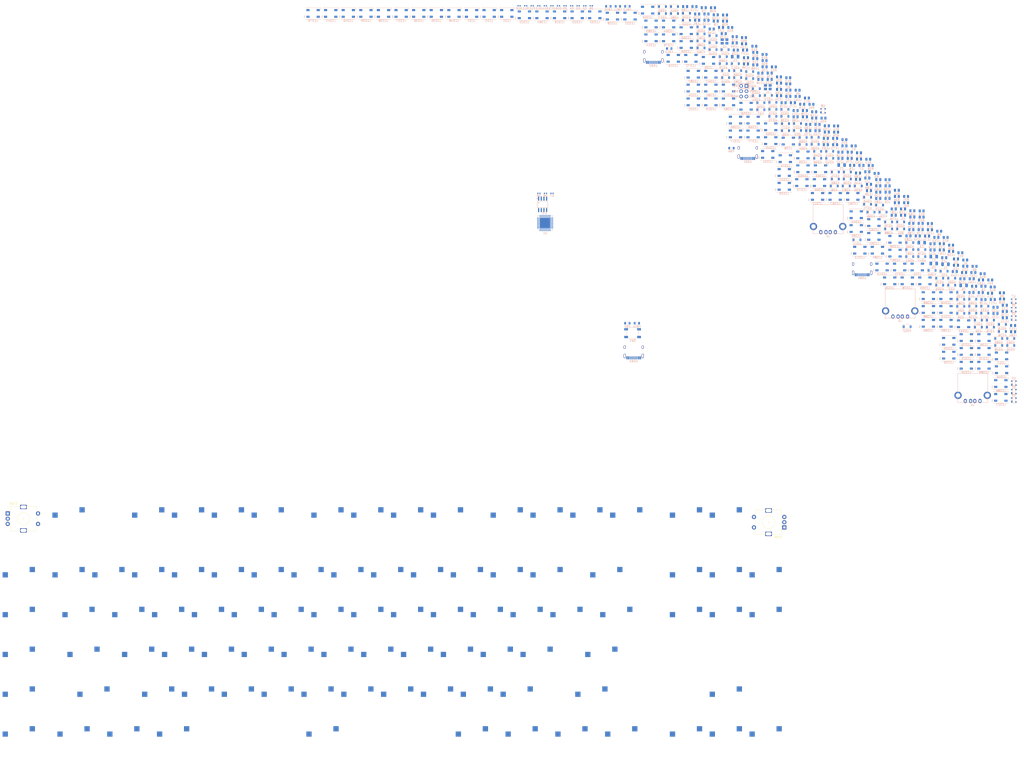
<source format=kicad_pcb>
(kicad_pcb (version 20171130) (host pcbnew "(5.1.10)-1")
  (layers (0 F.Cu signal) (31 B.Cu signal) (34 B.Paste user) (35 F.Paste user) (36 B.SilkS user) (37 F.SilkS user) (38 B.Mask user) (39 F.Mask user) (44 Edge.Cuts user))
  (net 0 "")
  (net 1 GND)
  (net 2 +5V)
  (net 3 "Net-(C2-Pad1)")
  (net 4 "Net-(C4-Pad2)")
  (net 5 "Net-(C6-Pad1)")
  (net 6 "Net-(C7-Pad2)")
  (net 7 "Net-(C9-Pad2)")
  (net 8 "Net-(C10-Pad1)")
  (net 9 KEYBOARD_XTAL1)
  (net 10 KEYBOARD_XTAL2)
  (net 11 XRSTJ)
  (net 12 +3V3)
  (net 13 +1V8)
  (net 14 HUB_XIN)
  (net 15 HUB_XOUT)
  (net 16 HUB_DRV)
  (net 17 "Net-(D2-Pad1)")
  (net 18 "Net-(D3-Pad2)")
  (net 19 "Net-(D5-Pad2)")
  (net 20 "Net-(D7-Pad2)")
  (net 21 "Net-(D10-Pad1)")
  (net 22 "Net-(D11-Pad2)")
  (net 23 "Net-(D13-Pad2)")
  (net 24 "Net-(D15-Pad2)")
  (net 25 VCC)
  (net 26 Earth)
  (net 27 KEYBOARD_RESET)
  (net 28 COL2)
  (net 29 COL1)
  (net 30 COL3)
  (net 31 "Net-(J2-Pad3)")
  (net 32 "Net-(J2-Pad2)")
  (net 33 "Net-(J3-Pad3)")
  (net 34 "Net-(J3-Pad2)")
  (net 35 "Net-(J4-Pad3)")
  (net 36 "Net-(J4-Pad2)")
  (net 37 "Net-(KD1-Pad2)")
  (net 38 ROW2)
  (net 39 "Net-(KD2-Pad2)")
  (net 40 ROW4)
  (net 41 "Net-(KD3-Pad2)")
  (net 42 ROW6)
  (net 43 "Net-(KD4-Pad2)")
  (net 44 ROW8)
  (net 45 "Net-(KD5-Pad2)")
  (net 46 ROW10)
  (net 47 "Net-(KD6-Pad2)")
  (net 48 ROT1_ROW)
  (net 49 "Net-(KD7-Pad2)")
  (net 50 ROW3)
  (net 51 "Net-(KD8-Pad2)")
  (net 52 ROW5)
  (net 53 "Net-(KD9-Pad2)")
  (net 54 ROW7)
  (net 55 "Net-(KD10-Pad2)")
  (net 56 ROW9)
  (net 57 "Net-(KD11-Pad2)")
  (net 58 ROT2_ROW)
  (net 59 "Net-(KD12-Pad2)")
  (net 60 "Net-(KD13-Pad2)")
  (net 61 "Net-(KD14-Pad2)")
  (net 62 "Net-(KD15-Pad2)")
  (net 63 "Net-(KD16-Pad2)")
  (net 64 "Net-(KD17-Pad2)")
  (net 65 "Net-(KD18-Pad2)")
  (net 66 "Net-(KD19-Pad2)")
  (net 67 "Net-(KD20-Pad2)")
  (net 68 "Net-(KD21-Pad2)")
  (net 69 "Net-(KD22-Pad2)")
  (net 70 "Net-(KD23-Pad2)")
  (net 71 "Net-(KD24-Pad2)")
  (net 72 "Net-(KD25-Pad2)")
  (net 73 "Net-(KD26-Pad2)")
  (net 74 "Net-(KD27-Pad2)")
  (net 75 "Net-(KD28-Pad2)")
  (net 76 "Net-(KD29-Pad2)")
  (net 77 "Net-(KD30-Pad2)")
  (net 78 "Net-(KD31-Pad2)")
  (net 79 "Net-(KD32-Pad2)")
  (net 80 "Net-(KD33-Pad2)")
  (net 81 "Net-(KD34-Pad2)")
  (net 82 "Net-(KD35-Pad2)")
  (net 83 "Net-(KD36-Pad2)")
  (net 84 "Net-(KD37-Pad2)")
  (net 85 "Net-(KD38-Pad2)")
  (net 86 "Net-(KD39-Pad2)")
  (net 87 "Net-(KD40-Pad2)")
  (net 88 "Net-(KD41-Pad2)")
  (net 89 "Net-(KD42-Pad2)")
  (net 90 "Net-(KD43-Pad2)")
  (net 91 "Net-(KD44-Pad2)")
  (net 92 "Net-(KD45-Pad2)")
  (net 93 "Net-(KD46-Pad2)")
  (net 94 "Net-(KD47-Pad2)")
  (net 95 "Net-(KD48-Pad2)")
  (net 96 "Net-(KD49-Pad2)")
  (net 97 "Net-(KD50-Pad2)")
  (net 98 "Net-(KD51-Pad2)")
  (net 99 "Net-(KD52-Pad2)")
  (net 100 "Net-(KD53-Pad2)")
  (net 101 "Net-(KD54-Pad2)")
  (net 102 "Net-(KD55-Pad2)")
  (net 103 "Net-(KD56-Pad2)")
  (net 104 "Net-(KD57-Pad2)")
  (net 105 "Net-(KD58-Pad2)")
  (net 106 "Net-(KD59-Pad2)")
  (net 107 "Net-(KD60-Pad2)")
  (net 108 "Net-(KD61-Pad2)")
  (net 109 "Net-(KD62-Pad2)")
  (net 110 "Net-(KD63-Pad2)")
  (net 111 "Net-(KD64-Pad2)")
  (net 112 "Net-(KD65-Pad2)")
  (net 113 "Net-(KD66-Pad2)")
  (net 114 "Net-(KD67-Pad2)")
  (net 115 "Net-(KD68-Pad2)")
  (net 116 "Net-(KD69-Pad2)")
  (net 117 "Net-(KD70-Pad2)")
  (net 118 "Net-(KD71-Pad2)")
  (net 119 "Net-(KD72-Pad2)")
  (net 120 "Net-(KD73-Pad2)")
  (net 121 "Net-(KD74-Pad2)")
  (net 122 "Net-(KD75-Pad2)")
  (net 123 "Net-(KD76-Pad2)")
  (net 124 "Net-(KD77-Pad2)")
  (net 125 "Net-(KD78-Pad2)")
  (net 126 "Net-(KD79-Pad2)")
  (net 127 "Net-(KD80-Pad2)")
  (net 128 "Net-(KD81-Pad2)")
  (net 129 "Net-(KD82-Pad2)")
  (net 130 "Net-(KD83-Pad2)")
  (net 131 "Net-(KD84-Pad2)")
  (net 132 "Net-(KD85-Pad2)")
  (net 133 "Net-(KD86-Pad2)")
  (net 134 "Net-(KD87-Pad2)")
  (net 135 "Net-(KD88-Pad2)")
  (net 136 "Net-(KD89-Pad2)")
  (net 137 "Net-(KD90-Pad2)")
  (net 138 "Net-(KD91-Pad2)")
  (net 139 "Net-(LED1-Pad2)")
  (net 140 "Net-(LED1-Pad4)")
  (net 141 DOUT1)
  (net 142 "Net-(LED11-Pad2)")
  (net 143 DOUT2)
  (net 144 "Net-(LED12-Pad2)")
  (net 145 DOUT3)
  (net 146 "Net-(LED13-Pad2)")
  (net 147 DOUT4)
  (net 148 "Net-(LED14-Pad2)")
  (net 149 DOUT5)
  (net 150 "Net-(LED15-Pad2)")
  (net 151 DOUT6)
  (net 152 "Net-(LED16-Pad2)")
  (net 153 DOUT7)
  (net 154 "Net-(LED17-Pad2)")
  (net 155 DOUT8)
  (net 156 "Net-(LED18-Pad2)")
  (net 157 "Net-(LED10-Pad4)")
  (net 158 "Net-(LED11-Pad4)")
  (net 159 "Net-(LED12-Pad4)")
  (net 160 "Net-(LED13-Pad4)")
  (net 161 "Net-(LED14-Pad4)")
  (net 162 "Net-(LED15-Pad4)")
  (net 163 "Net-(LED16-Pad4)")
  (net 164 "Net-(LED17-Pad4)")
  (net 165 "Net-(LED18-Pad4)")
  (net 166 "Net-(LED19-Pad4)")
  (net 167 "Net-(LED20-Pad4)")
  (net 168 "Net-(LED21-Pad4)")
  (net 169 "Net-(LED22-Pad4)")
  (net 170 "Net-(LED23-Pad4)")
  (net 171 "Net-(LED24-Pad4)")
  (net 172 "Net-(LED25-Pad4)")
  (net 173 "Net-(LED26-Pad4)")
  (net 174 "Net-(LED27-Pad4)")
  (net 175 "Net-(LED28-Pad4)")
  (net 176 "Net-(LED29-Pad4)")
  (net 177 "Net-(LED30-Pad4)")
  (net 178 "Net-(LED31-Pad4)")
  (net 179 "Net-(LED32-Pad4)")
  (net 180 "Net-(LED33-Pad4)")
  (net 181 "Net-(LED34-Pad4)")
  (net 182 "Net-(LED35-Pad4)")
  (net 183 "Net-(LED36-Pad4)")
  (net 184 "Net-(LED37-Pad4)")
  (net 185 "Net-(LED38-Pad4)")
  (net 186 "Net-(LED39-Pad4)")
  (net 187 "Net-(LED40-Pad4)")
  (net 188 "Net-(LED41-Pad4)")
  (net 189 "Net-(LED42-Pad4)")
  (net 190 "Net-(LED43-Pad4)")
  (net 191 "Net-(LED44-Pad4)")
  (net 192 "Net-(LED45-Pad4)")
  (net 193 "Net-(LED46-Pad4)")
  (net 194 "Net-(LED47-Pad4)")
  (net 195 "Net-(LED48-Pad4)")
  (net 196 "Net-(LED49-Pad4)")
  (net 197 "Net-(LED50-Pad4)")
  (net 198 "Net-(LED51-Pad4)")
  (net 199 "Net-(LED52-Pad4)")
  (net 200 "Net-(LED53-Pad4)")
  (net 201 "Net-(LED54-Pad4)")
  (net 202 "Net-(LED55-Pad4)")
  (net 203 "Net-(LED56-Pad4)")
  (net 204 "Net-(LED57-Pad4)")
  (net 205 "Net-(LED58-Pad4)")
  (net 206 "Net-(LED59-Pad4)")
  (net 207 "Net-(LED60-Pad4)")
  (net 208 "Net-(LED61-Pad4)")
  (net 209 "Net-(LED62-Pad4)")
  (net 210 "Net-(LED63-Pad4)")
  (net 211 "Net-(LED64-Pad4)")
  (net 212 "Net-(LED65-Pad4)")
  (net 213 "Net-(LED66-Pad4)")
  (net 214 "Net-(LED67-Pad4)")
  (net 215 "Net-(LED68-Pad4)")
  (net 216 "Net-(LED69-Pad4)")
  (net 217 "Net-(LED70-Pad4)")
  (net 218 "Net-(LED71-Pad4)")
  (net 219 "Net-(LED72-Pad4)")
  (net 220 "Net-(LED73-Pad4)")
  (net 221 "Net-(LED74-Pad4)")
  (net 222 "Net-(LED75-Pad4)")
  (net 223 "Net-(LED76-Pad4)")
  (net 224 "Net-(LED77-Pad4)")
  (net 225 "Net-(LED78-Pad4)")
  (net 226 "Net-(LED79-Pad4)")
  (net 227 "Net-(LED80-Pad4)")
  (net 228 "Net-(LED81-Pad4)")
  (net 229 "Net-(LED90-Pad4)")
  (net 230 COL0)
  (net 231 COL4)
  (net 232 COL5)
  (net 233 COL6)
  (net 234 COL7)
  (net 235 COL8)
  (net 236 KEYBOARD_SDA)
  (net 237 KEYBOARD_SCL)
  (net 238 BKL_DATA_IN)
  (net 239 ENCODER_A)
  (net 240 ENCODER_B1)
  (net 241 "Net-(R4-Pad2)")
  (net 242 KEYBOARD_D+)
  (net 243 KEYBOARD_D-)
  (net 244 "Net-(R5-Pad1)")
  (net 245 "Net-(R7-Pad2)")
  (net 246 "Net-(R10-Pad2)")
  (net 247 HUB_D+)
  (net 248 "Net-(R12-Pad1)")
  (net 249 HUB_D-)
  (net 250 "Net-(R13-Pad1)")
  (net 251 VBUSM)
  (net 252 "Net-(R16-Pad2)")
  (net 253 HUB_LED1)
  (net 254 HUB_LED2)
  (net 255 HUB_LED3)
  (net 256 HUB_LED4)
  (net 257 HUB_LED5)
  (net 258 HUB_LED6)
  (net 259 HUB_LED7)
  (net 260 "Net-(R25-Pad2)")
  (net 261 "Net-(R26-Pad2)")
  (net 262 "Net-(IC1-Pad27)")
  (net 263 "Net-(R28-Pad2)")
  (net 264 "Net-(R29-Pad2)")
  (net 265 "Net-(R30-Pad2)")
  (net 266 "Net-(R31-Pad2)")
  (net 267 HUB_PORT5_D-)
  (net 268 "Net-(R32-Pad1)")
  (net 269 HUB_PORT5_D+)
  (net 270 "Net-(R33-Pad1)")
  (net 271 HUB_PORT6_D-)
  (net 272 "Net-(R34-Pad1)")
  (net 273 HUB_PORT6_D+)
  (net 274 "Net-(R35-Pad1)")
  (net 275 HUB_PORT7_D-)
  (net 276 "Net-(R36-Pad1)")
  (net 277 HUB_PORT7_D+)
  (net 278 "Net-(R37-Pad1)")
  (net 279 HUB_PORT2_D+)
  (net 280 HUB_PORT2_D-)
  (net 281 HUB_PORT3_D+)
  (net 282 HUB_PORT3_D-)
  (net 283 HUB_PORT4_D+)
  (net 284 HUB_PORT4_D-)
  (net 285 "Net-(RD1-Pad2)")
  (net 286 "Net-(RD2-Pad2)")
  (net 287 HUB_SDA)
  (net 288 "Net-(USB1-Pad3)")
  (net 289 "Net-(USB1-Pad9)")
  (net 290 "Net-(USB2-Pad3)")
  (net 291 "Net-(USB2-Pad9)")
  (net 292 "Net-(USB3-Pad3)")
  (net 293 "Net-(USB3-Pad9)")
  (net 294 "Net-(USB4-Pad3)")
  (net 295 "Net-(USB4-Pad9)")
  (module Crystal:Crystal_SMD_3225-4Pin_3.2x2.5mm (layer B.Cu) (at 274.9898 -226.026)
    (fp_text reference Y2 (at 0 2.45) (layer B.SilkS) (effects (justify mirror)))
    (fp_text value 12MHz)
    (pad 4 smd rect (at -1.1 0.85) (size 1.4 1.2) (layers B.Cu B.Paste B.Mask) (net 1 GND))
    (pad 3 smd rect (at 1.1 0.85) (size 1.4 1.2) (layers B.Cu B.Paste B.Mask) (net 15 HUB_XOUT))
    (pad 2 smd rect (at 1.1 -0.85) (size 1.4 1.2) (layers B.Cu B.Paste B.Mask) (net 1 GND))
    (pad 1 smd rect (at -1.1 -0.85) (size 1.4 1.2) (layers B.Cu B.Paste B.Mask) (net 14 HUB_XIN))
  )
  (module Crystal:Crystal_SMD_3225-4Pin_3.2x2.5mm (layer B.Cu) (at 295.6898 -204.146)
    (fp_text reference Y1 (at 0 2.45) (layer B.SilkS) (effects (justify mirror)))
    (fp_text value 16MHz)
    (pad 4 smd rect (at -1.1 0.85) (size 1.4 1.2) (layers B.Cu B.Paste B.Mask) (net 1 GND))
    (pad 3 smd rect (at 1.1 0.85) (size 1.4 1.2) (layers B.Cu B.Paste B.Mask) (net 10 KEYBOARD_XTAL2))
    (pad 2 smd rect (at 1.1 -0.85) (size 1.4 1.2) (layers B.Cu B.Paste B.Mask) (net 1 GND))
    (pad 1 smd rect (at -1.1 -0.85) (size 1.4 1.2) (layers B.Cu B.Paste B.Mask) (net 9 KEYBOARD_XTAL1))
  )
  (module Type-C:HRO-TYPE-C-31-M-12-Assembly (layer B.Cu) (at 340.764799 -122.086)
    (fp_text reference USB4 (at 0 9.25) (layer B.SilkS) (effects (justify mirror)))
    (fp_text value HRO-TYPE-C-31-M-12)
    (pad 12 smd rect (at 3.225 7.695) (size 0.6 1.45) (layers B.Cu B.Paste B.Mask) (net 1 GND))
    (pad 1 smd rect (at -3.225 7.695) (size 0.6 1.45) (layers B.Cu B.Paste B.Mask) (net 1 GND))
    (pad 11 smd rect (at 2.45 7.695) (size 0.6 1.45) (layers B.Cu B.Paste B.Mask) (net 25 VCC))
    (pad 2 smd rect (at -2.45 7.695) (size 0.6 1.45) (layers B.Cu B.Paste B.Mask) (net 25 VCC))
    (pad 3 smd rect (at -1.75 7.695) (size 0.3 1.45) (layers B.Cu B.Paste B.Mask) (net 294 "Net-(USB4-Pad3)"))
    (pad 10 smd rect (at 1.75 7.695) (size 0.3 1.45) (layers B.Cu B.Paste B.Mask) (net 263 "Net-(R28-Pad2)"))
    (pad 4 smd rect (at -1.25 7.695) (size 0.3 1.45) (layers B.Cu B.Paste B.Mask) (net 266 "Net-(R31-Pad2)"))
    (pad 9 smd rect (at 1.25 7.695) (size 0.3 1.45) (layers B.Cu B.Paste B.Mask) (net 295 "Net-(USB4-Pad9)"))
    (pad 5 smd rect (at -0.75 7.695) (size 0.3 1.45) (layers B.Cu B.Paste B.Mask) (net 276 "Net-(R36-Pad1)"))
    (pad 8 smd rect (at 0.75 7.695) (size 0.3 1.45) (layers B.Cu B.Paste B.Mask) (net 276 "Net-(R36-Pad1)"))
    (pad 7 smd rect (at 0.25 7.695) (size 0.3 1.45) (layers B.Cu B.Paste B.Mask) (net 276 "Net-(R36-Pad1)"))
    (pad 6 smd rect (at -0.25 7.695) (size 0.3 1.45) (layers B.Cu B.Paste B.Mask) (net 278 "Net-(R37-Pad1)"))
    (pad "" np_thru_hole circle (at 2.89 6.25) (size 0.65 0.65) (drill 0.65) (layers *.Cu *.Mask))
    (pad "" np_thru_hole circle (at -2.89 6.25) (size 0.65 0.65) (drill 0.65) (layers *.Cu *.Mask))
    (pad 13 thru_hole oval (at -4.32 6.78) (size 1 2.1) (drill oval 0.6 1.7) (layers *.Cu *.Mask) (net 26 Earth))
    (pad 13 thru_hole oval (at 4.32 6.78) (size 1 2.1) (drill oval 0.6 1.7) (layers *.Cu *.Mask) (net 26 Earth))
    (pad 13 thru_hole oval (at -4.32 2.6) (size 1 1.6) (drill oval 0.6 1.2) (layers *.Cu *.Mask) (net 26 Earth))
    (pad 13 thru_hole oval (at 4.32 2.6) (size 1 1.6) (drill oval 0.6 1.2) (layers *.Cu *.Mask) (net 26 Earth))
  )
  (module Type-C:HRO-TYPE-C-31-M-12-Assembly (layer B.Cu) (at 231.544799 -82.326)
    (fp_text reference USB3 (at 0 9.25) (layer B.SilkS) (effects (justify mirror)))
    (fp_text value HRO-TYPE-C-31-M-12)
    (pad 12 smd rect (at 3.225 7.695) (size 0.6 1.45) (layers B.Cu B.Paste B.Mask) (net 1 GND))
    (pad 1 smd rect (at -3.225 7.695) (size 0.6 1.45) (layers B.Cu B.Paste B.Mask) (net 1 GND))
    (pad 11 smd rect (at 2.45 7.695) (size 0.6 1.45) (layers B.Cu B.Paste B.Mask) (net 25 VCC))
    (pad 2 smd rect (at -2.45 7.695) (size 0.6 1.45) (layers B.Cu B.Paste B.Mask) (net 25 VCC))
    (pad 3 smd rect (at -1.75 7.695) (size 0.3 1.45) (layers B.Cu B.Paste B.Mask) (net 292 "Net-(USB3-Pad3)"))
    (pad 10 smd rect (at 1.75 7.695) (size 0.3 1.45) (layers B.Cu B.Paste B.Mask) (net 252 "Net-(R16-Pad2)"))
    (pad 4 smd rect (at -1.25 7.695) (size 0.3 1.45) (layers B.Cu B.Paste B.Mask) (net 265 "Net-(R30-Pad2)"))
    (pad 9 smd rect (at 1.25 7.695) (size 0.3 1.45) (layers B.Cu B.Paste B.Mask) (net 293 "Net-(USB3-Pad9)"))
    (pad 5 smd rect (at -0.75 7.695) (size 0.3 1.45) (layers B.Cu B.Paste B.Mask) (net 272 "Net-(R34-Pad1)"))
    (pad 8 smd rect (at 0.75 7.695) (size 0.3 1.45) (layers B.Cu B.Paste B.Mask) (net 272 "Net-(R34-Pad1)"))
    (pad 7 smd rect (at 0.25 7.695) (size 0.3 1.45) (layers B.Cu B.Paste B.Mask) (net 272 "Net-(R34-Pad1)"))
    (pad 6 smd rect (at -0.25 7.695) (size 0.3 1.45) (layers B.Cu B.Paste B.Mask) (net 274 "Net-(R35-Pad1)"))
    (pad "" np_thru_hole circle (at 2.89 6.25) (size 0.65 0.65) (drill 0.65) (layers *.Cu *.Mask))
    (pad "" np_thru_hole circle (at -2.89 6.25) (size 0.65 0.65) (drill 0.65) (layers *.Cu *.Mask))
    (pad 13 thru_hole oval (at -4.32 6.78) (size 1 2.1) (drill oval 0.6 1.7) (layers *.Cu *.Mask) (net 26 Earth))
    (pad 13 thru_hole oval (at 4.32 6.78) (size 1 2.1) (drill oval 0.6 1.7) (layers *.Cu *.Mask) (net 26 Earth))
    (pad 13 thru_hole oval (at -4.32 2.6) (size 1 1.6) (drill oval 0.6 1.2) (layers *.Cu *.Mask) (net 26 Earth))
    (pad 13 thru_hole oval (at 4.32 2.6) (size 1 1.6) (drill oval 0.6 1.2) (layers *.Cu *.Mask) (net 26 Earth))
  )
  (module Type-C:HRO-TYPE-C-31-M-12-Assembly (layer B.Cu) (at 240.924799 -223.726)
    (fp_text reference USB2 (at 0 9.25) (layer B.SilkS) (effects (justify mirror)))
    (fp_text value HRO-TYPE-C-31-M-12)
    (pad 12 smd rect (at 3.225 7.695) (size 0.6 1.45) (layers B.Cu B.Paste B.Mask) (net 1 GND))
    (pad 1 smd rect (at -3.225 7.695) (size 0.6 1.45) (layers B.Cu B.Paste B.Mask) (net 1 GND))
    (pad 11 smd rect (at 2.45 7.695) (size 0.6 1.45) (layers B.Cu B.Paste B.Mask) (net 25 VCC))
    (pad 2 smd rect (at -2.45 7.695) (size 0.6 1.45) (layers B.Cu B.Paste B.Mask) (net 25 VCC))
    (pad 3 smd rect (at -1.75 7.695) (size 0.3 1.45) (layers B.Cu B.Paste B.Mask) (net 290 "Net-(USB2-Pad3)"))
    (pad 10 smd rect (at 1.75 7.695) (size 0.3 1.45) (layers B.Cu B.Paste B.Mask) (net 246 "Net-(R10-Pad2)"))
    (pad 4 smd rect (at -1.25 7.695) (size 0.3 1.45) (layers B.Cu B.Paste B.Mask) (net 264 "Net-(R29-Pad2)"))
    (pad 9 smd rect (at 1.25 7.695) (size 0.3 1.45) (layers B.Cu B.Paste B.Mask) (net 291 "Net-(USB2-Pad9)"))
    (pad 5 smd rect (at -0.75 7.695) (size 0.3 1.45) (layers B.Cu B.Paste B.Mask) (net 268 "Net-(R32-Pad1)"))
    (pad 8 smd rect (at 0.75 7.695) (size 0.3 1.45) (layers B.Cu B.Paste B.Mask) (net 268 "Net-(R32-Pad1)"))
    (pad 7 smd rect (at 0.25 7.695) (size 0.3 1.45) (layers B.Cu B.Paste B.Mask) (net 268 "Net-(R32-Pad1)"))
    (pad 6 smd rect (at -0.25 7.695) (size 0.3 1.45) (layers B.Cu B.Paste B.Mask) (net 270 "Net-(R33-Pad1)"))
    (pad "" np_thru_hole circle (at 2.89 6.25) (size 0.65 0.65) (drill 0.65) (layers *.Cu *.Mask))
    (pad "" np_thru_hole circle (at -2.89 6.25) (size 0.65 0.65) (drill 0.65) (layers *.Cu *.Mask))
    (pad 13 thru_hole oval (at -4.32 6.78) (size 1 2.1) (drill oval 0.6 1.7) (layers *.Cu *.Mask) (net 26 Earth))
    (pad 13 thru_hole oval (at 4.32 6.78) (size 1 2.1) (drill oval 0.6 1.7) (layers *.Cu *.Mask) (net 26 Earth))
    (pad 13 thru_hole oval (at -4.32 2.6) (size 1 1.6) (drill oval 0.6 1.2) (layers *.Cu *.Mask) (net 26 Earth))
    (pad 13 thru_hole oval (at 4.32 2.6) (size 1 1.6) (drill oval 0.6 1.2) (layers *.Cu *.Mask) (net 26 Earth))
  )
  (module Type-C:HRO-TYPE-C-31-M-12-Assembly (layer B.Cu) (at 286.084799 -177.736)
    (fp_text reference USB1 (at 0 9.25) (layer B.SilkS) (effects (justify mirror)))
    (fp_text value HRO-TYPE-C-31-M-12)
    (pad 12 smd rect (at 3.225 7.695) (size 0.6 1.45) (layers B.Cu B.Paste B.Mask) (net 1 GND))
    (pad 1 smd rect (at -3.225 7.695) (size 0.6 1.45) (layers B.Cu B.Paste B.Mask) (net 1 GND))
    (pad 11 smd rect (at 2.45 7.695) (size 0.6 1.45) (layers B.Cu B.Paste B.Mask) (net 25 VCC))
    (pad 2 smd rect (at -2.45 7.695) (size 0.6 1.45) (layers B.Cu B.Paste B.Mask) (net 25 VCC))
    (pad 3 smd rect (at -1.75 7.695) (size 0.3 1.45) (layers B.Cu B.Paste B.Mask) (net 288 "Net-(USB1-Pad3)"))
    (pad 10 smd rect (at 1.75 7.695) (size 0.3 1.45) (layers B.Cu B.Paste B.Mask) (net 260 "Net-(R25-Pad2)"))
    (pad 4 smd rect (at -1.25 7.695) (size 0.3 1.45) (layers B.Cu B.Paste B.Mask) (net 261 "Net-(R26-Pad2)"))
    (pad 9 smd rect (at 1.25 7.695) (size 0.3 1.45) (layers B.Cu B.Paste B.Mask) (net 289 "Net-(USB1-Pad9)"))
    (pad 5 smd rect (at -0.75 7.695) (size 0.3 1.45) (layers B.Cu B.Paste B.Mask) (net 250 "Net-(R13-Pad1)"))
    (pad 8 smd rect (at 0.75 7.695) (size 0.3 1.45) (layers B.Cu B.Paste B.Mask) (net 250 "Net-(R13-Pad1)"))
    (pad 7 smd rect (at 0.25 7.695) (size 0.3 1.45) (layers B.Cu B.Paste B.Mask) (net 250 "Net-(R13-Pad1)"))
    (pad 6 smd rect (at -0.25 7.695) (size 0.3 1.45) (layers B.Cu B.Paste B.Mask) (net 248 "Net-(R12-Pad1)"))
    (pad "" np_thru_hole circle (at 2.89 6.25) (size 0.65 0.65) (drill 0.65) (layers *.Cu *.Mask))
    (pad "" np_thru_hole circle (at -2.89 6.25) (size 0.65 0.65) (drill 0.65) (layers *.Cu *.Mask))
    (pad 13 thru_hole oval (at -4.32 6.78) (size 1 2.1) (drill oval 0.6 1.7) (layers *.Cu *.Mask) (net 26 Earth))
    (pad 13 thru_hole oval (at 4.32 6.78) (size 1 2.1) (drill oval 0.6 1.7) (layers *.Cu *.Mask) (net 26 Earth))
    (pad 13 thru_hole oval (at -4.32 2.6) (size 1 1.6) (drill oval 0.6 1.2) (layers *.Cu *.Mask) (net 26 Earth))
    (pad 13 thru_hole oval (at 4.32 2.6) (size 1 1.6) (drill oval 0.6 1.2) (layers *.Cu *.Mask) (net 26 Earth))
  )
  (module random-keyboard-parts:SOT143B (layer B.Cu) (at 413.3298 -54.436)
    (fp_text reference U9 (at 0 -2.45) (layer B.SilkS) (effects (justify mirror)))
    (fp_text value PRTR5V0U2X)
    (pad 1 smd rect (at -1 0.75 90) (size 1 0.7) (layers B.Cu B.Paste B.Mask) (net 1 GND))
    (pad 4 smd rect (at 1 0.95 90) (size 0.6 0.7) (layers B.Cu B.Paste B.Mask) (net 25 VCC))
    (pad 2 smd rect (at -1 -0.95 90) (size 0.6 0.7) (layers B.Cu B.Paste B.Mask) (net 278 "Net-(R37-Pad1)"))
    (pad 3 smd rect (at 1 -0.95 90) (size 0.6 0.7) (layers B.Cu B.Paste B.Mask) (net 276 "Net-(R36-Pad1)"))
  )
  (module random-keyboard-parts:SOT143B (layer B.Cu) (at 322.1098 -192.836)
    (fp_text reference U8 (at 0 -2.45) (layer B.SilkS) (effects (justify mirror)))
    (fp_text value PRTR5V0U2X)
    (pad 1 smd rect (at -1 0.75 90) (size 1 0.7) (layers B.Cu B.Paste B.Mask) (net 1 GND))
    (pad 4 smd rect (at 1 0.95 90) (size 0.6 0.7) (layers B.Cu B.Paste B.Mask) (net 25 VCC))
    (pad 2 smd rect (at -1 -0.95 90) (size 0.6 0.7) (layers B.Cu B.Paste B.Mask) (net 274 "Net-(R35-Pad1)"))
    (pad 3 smd rect (at 1 -0.95 90) (size 0.6 0.7) (layers B.Cu B.Paste B.Mask) (net 272 "Net-(R34-Pad1)"))
  )
  (module random-keyboard-parts:SOT143B (layer B.Cu) (at 413.2498 -101.736)
    (fp_text reference U7 (at 0 -2.45) (layer B.SilkS) (effects (justify mirror)))
    (fp_text value PRTR5V0U2X)
    (pad 1 smd rect (at -1 0.75 90) (size 1 0.7) (layers B.Cu B.Paste B.Mask) (net 1 GND))
    (pad 4 smd rect (at 1 0.95 90) (size 0.6 0.7) (layers B.Cu B.Paste B.Mask) (net 25 VCC))
    (pad 2 smd rect (at -1 -0.95 90) (size 0.6 0.7) (layers B.Cu B.Paste B.Mask) (net 270 "Net-(R33-Pad1)"))
    (pad 3 smd rect (at 1 -0.95 90) (size 0.6 0.7) (layers B.Cu B.Paste B.Mask) (net 268 "Net-(R32-Pad1)"))
  )
  (module random-keyboard-parts:SOT143B (layer B.Cu) (at 413.2498 -97.686)
    (fp_text reference U6 (at 0 -2.45) (layer B.SilkS) (effects (justify mirror)))
    (fp_text value PRTR5V0U2X)
    (pad 1 smd rect (at -1 0.75 90) (size 1 0.7) (layers B.Cu B.Paste B.Mask) (net 1 GND))
    (pad 4 smd rect (at 1 0.95 90) (size 0.6 0.7) (layers B.Cu B.Paste B.Mask) (net 25 VCC))
    (pad 2 smd rect (at -1 -0.95 90) (size 0.6 0.7) (layers B.Cu B.Paste B.Mask) (net 35 "Net-(J4-Pad3)"))
    (pad 3 smd rect (at 1 -0.95 90) (size 0.6 0.7) (layers B.Cu B.Paste B.Mask) (net 36 "Net-(J4-Pad2)"))
  )
  (module random-keyboard-parts:SOT143B (layer B.Cu) (at 413.2498 -93.636)
    (fp_text reference U5 (at 0 -2.45) (layer B.SilkS) (effects (justify mirror)))
    (fp_text value PRTR5V0U2X)
    (pad 1 smd rect (at -1 0.75 90) (size 1 0.7) (layers B.Cu B.Paste B.Mask) (net 1 GND))
    (pad 4 smd rect (at 1 0.95 90) (size 0.6 0.7) (layers B.Cu B.Paste B.Mask) (net 25 VCC))
    (pad 2 smd rect (at -1 -0.95 90) (size 0.6 0.7) (layers B.Cu B.Paste B.Mask) (net 33 "Net-(J3-Pad3)"))
    (pad 3 smd rect (at 1 -0.95 90) (size 0.6 0.7) (layers B.Cu B.Paste B.Mask) (net 34 "Net-(J3-Pad2)"))
  )
  (module random-keyboard-parts:SOT143B (layer B.Cu) (at 413.3298 -62.536)
    (fp_text reference U4 (at 0 -2.45) (layer B.SilkS) (effects (justify mirror)))
    (fp_text value PRTR5V0U2X)
    (pad 1 smd rect (at -1 0.75 90) (size 1 0.7) (layers B.Cu B.Paste B.Mask) (net 1 GND))
    (pad 4 smd rect (at 1 0.95 90) (size 0.6 0.7) (layers B.Cu B.Paste B.Mask) (net 25 VCC))
    (pad 2 smd rect (at -1 -0.95 90) (size 0.6 0.7) (layers B.Cu B.Paste B.Mask) (net 31 "Net-(J2-Pad3)"))
    (pad 3 smd rect (at 1 -0.95 90) (size 0.6 0.7) (layers B.Cu B.Paste B.Mask) (net 32 "Net-(J2-Pad2)"))
  )
  (module custom-footprints:24LC04 (layer B.Cu) (at 187.9778 -148.075499)
    (fp_text reference U3 (at -0.254 4.064) (layer B.SilkS) (effects (font (size 1.143 1.143) (thickness 0.152)) (justify right mirror)))
    (fp_text value 24LC02 hide)
    (pad 1 smd oval (at -1.905 -2.772) (size 0.588 2.045) (layers B.Cu B.Paste B.Mask) (net 1 GND))
    (pad 2 smd oval (at -0.635 -2.772) (size 0.588 2.045) (layers B.Cu B.Paste B.Mask) (net 1 GND))
    (pad 3 smd oval (at 0.635 -2.772) (size 0.588 2.045) (layers B.Cu B.Paste B.Mask) (net 1 GND))
    (pad 4 smd oval (at 1.905 -2.772) (size 0.588 2.045) (layers B.Cu B.Paste B.Mask) (net 1 GND))
    (pad 8 smd oval (at -1.905 2.772) (size 0.588 2.045) (layers B.Cu B.Paste B.Mask) (net 12 +3V3))
    (pad 7 smd oval (at -0.635 2.772) (size 0.588 2.045) (layers B.Cu B.Paste B.Mask) (net 12 +3V3))
    (pad 6 smd oval (at 0.635 2.772) (size 0.588 2.045) (layers B.Cu B.Paste B.Mask) (net 253 HUB_LED1))
    (pad 5 smd oval (at 1.905 2.772) (size 0.588 2.045) (layers B.Cu B.Paste B.Mask) (net 287 HUB_SDA))
  )
  (module random-keyboard-parts:SOT143B (layer B.Cu) (at 413.3298 -58.486)
    (fp_text reference U2 (at 0 -2.45) (layer B.SilkS) (effects (justify mirror)))
    (fp_text value PRTR5V0U2X)
    (pad 1 smd rect (at -1 0.75 90) (size 1 0.7) (layers B.Cu B.Paste B.Mask) (net 1 GND))
    (pad 4 smd rect (at 1 0.95 90) (size 0.6 0.7) (layers B.Cu B.Paste B.Mask) (net 25 VCC))
    (pad 2 smd rect (at -1 -0.95 90) (size 0.6 0.7) (layers B.Cu B.Paste B.Mask) (net 248 "Net-(R12-Pad1)"))
    (pad 3 smd rect (at 1 -0.95 90) (size 0.6 0.7) (layers B.Cu B.Paste B.Mask) (net 250 "Net-(R13-Pad1)"))
  )
  (module Package_DFN_QFN:QFN-44-1EP_7x7mm_P0.5mm_EP5.2x5.2mm (layer B.Cu) (at 189.1698 -139.136)
    (fp_text reference U1 (at 0 4.82) (layer B.SilkS) (effects (justify mirror)))
    (fp_text value ATmega32U4-MU)
    (pad 45 smd rect (at 0 0) (size 5.2 5.2) (layers B.Cu B.Mask) (net 1 GND))
    (pad 44 smd roundrect (at -2.5 3.3375) (size 0.25 1.075) (layers B.Cu B.Paste B.Mask) (net 2 +5V))
    (pad 43 smd roundrect (at -2 3.3375) (size 0.25 1.075) (layers B.Cu B.Paste B.Mask) (net 1 GND))
    (pad 42 smd roundrect (at -1.5 3.3375) (size 0.25 1.075) (layers B.Cu B.Paste B.Mask) (net 3 "Net-(C2-Pad1)"))
    (pad 41 smd roundrect (at -1 3.3375) (size 0.25 1.075) (layers B.Cu B.Paste B.Mask) (net 48 ROT1_ROW))
    (pad 40 smd roundrect (at -0.5 3.3375) (size 0.25 1.075) (layers B.Cu B.Paste B.Mask) (net 240 ENCODER_B1))
    (pad 39 smd roundrect (at 0 3.3375) (size 0.25 1.075) (layers B.Cu B.Paste B.Mask) (net 58 ROT2_ROW))
    (pad 38 smd roundrect (at 0.5 3.3375) (size 0.25 1.075) (layers B.Cu B.Paste B.Mask) (net 48 ROT1_ROW))
    (pad 37 smd roundrect (at 1 3.3375) (size 0.25 1.075) (layers B.Cu B.Paste B.Mask) (net 38 ROW2))
    (pad 36 smd roundrect (at 1.5 3.3375) (size 0.25 1.075) (layers B.Cu B.Paste B.Mask) (net 50 ROW3))
    (pad 35 smd roundrect (at 2 3.3375) (size 0.25 1.075) (layers B.Cu B.Paste B.Mask) (net 1 GND))
    (pad 34 smd roundrect (at 2.5 3.3375) (size 0.25 1.075) (layers B.Cu B.Paste B.Mask) (net 2 +5V))
    (pad 33 smd roundrect (at 3.3375 2.5) (size 1.075 0.25) (layers B.Cu B.Paste B.Mask) (net 245 "Net-(R7-Pad2)"))
    (pad 32 smd roundrect (at 3.3375 2) (size 1.075 0.25) (layers B.Cu B.Paste B.Mask) (net 40 ROW4))
    (pad 31 smd roundrect (at 3.3375 1.5) (size 1.075 0.25) (layers B.Cu B.Paste B.Mask) (net 52 ROW5))
    (pad 30 smd roundrect (at 3.3375 1) (size 1.075 0.25) (layers B.Cu B.Paste B.Mask) (net 42 ROW6))
    (pad 29 smd roundrect (at 3.3375 0.5) (size 1.075 0.25) (layers B.Cu B.Paste B.Mask) (net 54 ROW7))
    (pad 28 smd roundrect (at 3.3375 0) (size 1.075 0.25) (layers B.Cu B.Paste B.Mask) (net 44 ROW8))
    (pad 27 smd roundrect (at 3.3375 -0.5) (size 1.075 0.25) (layers B.Cu B.Paste B.Mask) (net 56 ROW9))
    (pad 26 smd roundrect (at 3.3375 -1) (size 1.075 0.25) (layers B.Cu B.Paste B.Mask) (net 46 ROW10))
    (pad 25 smd roundrect (at 3.3375 -1.5) (size 1.075 0.25) (layers B.Cu B.Paste B.Mask) (net 235 COL8))
    (pad 24 smd roundrect (at 3.3375 -2) (size 1.075 0.25) (layers B.Cu B.Paste B.Mask) (net 2 +5V))
    (pad 23 smd roundrect (at 3.3375 -2.5) (size 1.075 0.25) (layers B.Cu B.Paste B.Mask) (net 1 GND))
    (pad 22 smd roundrect (at 2.5 -3.3375) (size 0.25 1.075) (layers B.Cu B.Paste B.Mask) (net 234 COL7))
    (pad 21 smd roundrect (at 2 -3.3375) (size 0.25 1.075) (layers B.Cu B.Paste B.Mask) (net 233 COL6))
    (pad 20 smd roundrect (at 1.5 -3.3375) (size 0.25 1.075) (layers B.Cu B.Paste B.Mask) (net 232 COL5))
    (pad 19 smd roundrect (at 1 -3.3375) (size 0.25 1.075) (layers B.Cu B.Paste B.Mask) (net 236 KEYBOARD_SDA))
    (pad 18 smd roundrect (at 0.5 -3.3375) (size 0.25 1.075) (layers B.Cu B.Paste B.Mask) (net 237 KEYBOARD_SCL))
    (pad 17 smd roundrect (at 0 -3.3375) (size 0.25 1.075) (layers B.Cu B.Paste B.Mask) (net 9 KEYBOARD_XTAL1))
    (pad 16 smd roundrect (at -0.5 -3.3375) (size 0.25 1.075) (layers B.Cu B.Paste B.Mask) (net 10 KEYBOARD_XTAL2))
    (pad 15 smd roundrect (at -1 -3.3375) (size 0.25 1.075) (layers B.Cu B.Paste B.Mask) (net 1 GND))
    (pad 14 smd roundrect (at -1.5 -3.3375) (size 0.25 1.075) (layers B.Cu B.Paste B.Mask) (net 2 +5V))
    (pad 13 smd roundrect (at -2 -3.3375) (size 0.25 1.075) (layers B.Cu B.Paste B.Mask) (net 27 KEYBOARD_RESET))
    (pad 12 smd roundrect (at -2.5 -3.3375) (size 0.25 1.075) (layers B.Cu B.Paste B.Mask) (net 231 COL4))
    (pad 11 smd roundrect (at -3.3375 -2.5) (size 1.075 0.25) (layers B.Cu B.Paste B.Mask) (net 30 COL3))
    (pad 10 smd roundrect (at -3.3375 -2) (size 1.075 0.25) (layers B.Cu B.Paste B.Mask) (net 28 COL2))
    (pad 9 smd roundrect (at -3.3375 -1.5) (size 1.075 0.25) (layers B.Cu B.Paste B.Mask) (net 29 COL1))
    (pad 8 smd roundrect (at -3.3375 -1) (size 1.075 0.25) (layers B.Cu B.Paste B.Mask) (net 230 COL0))
    (pad 7 smd roundrect (at -3.3375 -0.5) (size 1.075 0.25) (layers B.Cu B.Paste B.Mask) (net 2 +5V))
    (pad 6 smd roundrect (at -3.3375 0) (size 1.075 0.25) (layers B.Cu B.Paste B.Mask) (net 6 "Net-(C7-Pad2)"))
    (pad 5 smd roundrect (at -3.3375 0.5) (size 1.075 0.25) (layers B.Cu B.Paste B.Mask) (net 1 GND))
    (pad 4 smd roundrect (at -3.3375 1) (size 1.075 0.25) (layers B.Cu B.Paste B.Mask) (net 241 "Net-(R4-Pad2)"))
    (pad 3 smd roundrect (at -3.3375 1.5) (size 1.075 0.25) (layers B.Cu B.Paste B.Mask) (net 244 "Net-(R5-Pad1)"))
    (pad 2 smd roundrect (at -3.3375 2) (size 1.075 0.25) (layers B.Cu B.Paste B.Mask) (net 2 +5V))
    (pad 1 smd roundrect (at -3.3375 2.5) (size 1.075 0.25) (layers B.Cu B.Paste B.Mask) (net 238 BKL_DATA_IN))
  )
  (module Button_Switch_SMD:SW_SPST_SKQG_WithStem (layer B.Cu) (at 230.9998 -86.446)
    (fp_text reference SW1 (at 0 3.6) (layer B.SilkS) (effects (justify mirror)))
    (fp_text value SW_Push)
    (pad 2 smd rect (at 3.1 -1.85) (size 1.8 1.1) (layers B.Cu B.Paste B.Mask) (net 1 GND))
    (pad 2 smd rect (at -3.1 -1.85) (size 1.8 1.1) (layers B.Cu B.Paste B.Mask) (net 1 GND))
    (pad 1 smd rect (at 3.1 1.85) (size 1.8 1.1) (layers B.Cu B.Paste B.Mask) (net 27 KEYBOARD_RESET))
    (pad 1 smd rect (at -3.1 1.85) (size 1.8 1.1) (layers B.Cu B.Paste B.Mask) (net 27 KEYBOARD_RESET))
  )
  (module Rotary_Encoder:RotaryEncoder_Alps_EC11E-Switch_Vertical_H20mm (layer F.Cu) (at 303.5501 6.5126 180)
    (fp_text reference ROT1 (at 2.8 -4.7) (layer F.SilkS))
    (fp_text value Rotary_Encoder_Switch)
    (pad A thru_hole rect (at 0 0 180) (size 2 2) (drill 1) (layers *.Cu *.Mask) (net 7 "Net-(C9-Pad2)"))
    (pad C thru_hole circle (at 0 2.5 180) (size 2 2) (drill 1) (layers *.Cu *.Mask) (net 1 GND))
    (pad B thru_hole circle (at 0 5 180) (size 2 2) (drill 1) (layers *.Cu *.Mask) (net 8 "Net-(C10-Pad1)"))
    (pad MP thru_hole rect (at 7.5 -3.1 180) (size 3.2 2) (drill oval 2.8 1.5) (layers *.Cu *.Mask))
    (pad MP thru_hole rect (at 7.5 8.1 180) (size 3.2 2) (drill oval 2.8 1.5) (layers *.Cu *.Mask))
    (pad S2 thru_hole circle (at 14.5 0 180) (size 2 2) (drill 1) (layers *.Cu *.Mask) (net 286 "Net-(RD2-Pad2)"))
    (pad S1 thru_hole circle (at 14.5 5 180) (size 2 2) (drill 1) (layers *.Cu *.Mask) (net 235 COL8))
  )
  (module Rotary_Encoder:RotaryEncoder_Alps_EC11E-Switch_Vertical_H20mm (layer F.Cu) (at -67.8212 -0.163)
    (fp_text reference ROT2 (at 2.8 -4.7) (layer F.SilkS))
    (fp_text value Rotary_Encoder_Switch)
    (pad A thru_hole rect (at 0 0) (size 2 2) (drill 1) (layers *.Cu *.Mask) (net 4 "Net-(C4-Pad2)"))
    (pad C thru_hole circle (at 0 2.5) (size 2 2) (drill 1) (layers *.Cu *.Mask) (net 1 GND))
    (pad B thru_hole circle (at 0 5) (size 2 2) (drill 1) (layers *.Cu *.Mask) (net 5 "Net-(C6-Pad1)"))
    (pad MP thru_hole rect (at 7.5 -3.1) (size 3.2 2) (drill oval 2.8 1.5) (layers *.Cu *.Mask))
    (pad MP thru_hole rect (at 7.5 8.1) (size 3.2 2) (drill oval 2.8 1.5) (layers *.Cu *.Mask))
    (pad S2 thru_hole circle (at 14.5 0) (size 2 2) (drill 1) (layers *.Cu *.Mask) (net 285 "Net-(RD1-Pad2)"))
    (pad S1 thru_hole circle (at 14.5 5) (size 2 2) (drill 1) (layers *.Cu *.Mask) (net 230 COL0))
  )
  (module Diode_SMD:D_SOD-123 (layer B.Cu) (at 309.8898 -183.436)
    (fp_text reference RD2 (at 0 2) (layer B.SilkS) (effects (justify mirror)))
    (fp_text value SOD-123)
    (pad 2 smd rect (at 1.65 0) (size 0.9 1.2) (layers B.Cu B.Paste B.Mask) (net 286 "Net-(RD2-Pad2)"))
    (pad 1 smd rect (at -1.65 0) (size 0.9 1.2) (layers B.Cu B.Paste B.Mask) (net 48 ROT1_ROW))
  )
  (module Diode_SMD:D_SOD-123 (layer B.Cu) (at 359.2098 -136.336)
    (fp_text reference RD1 (at 0 2) (layer B.SilkS) (effects (justify mirror)))
    (fp_text value SOD-123)
    (pad 2 smd rect (at 1.65 0) (size 0.9 1.2) (layers B.Cu B.Paste B.Mask) (net 285 "Net-(RD1-Pad2)"))
    (pad 1 smd rect (at -1.65 0) (size 0.9 1.2) (layers B.Cu B.Paste B.Mask) (net 58 ROT2_ROW))
  )
  (module Resistor_SMD:R_0805_2012Metric (layer B.Cu) (at 316.5398 -195.956)
    (fp_text reference R51 (at 0 1.65) (layer B.SilkS) (effects (justify mirror)))
    (fp_text value 22)
    (pad 2 smd roundrect (at 0.9125 0) (size 1.025 1.4) (layers B.Cu B.Paste B.Mask) (roundrect_rratio 0.243902) (net 284 HUB_PORT4_D-))
    (pad 1 smd roundrect (at -0.9125 0) (size 1.025 1.4) (layers B.Cu B.Paste B.Mask) (roundrect_rratio 0.243902) (net 36 "Net-(J4-Pad2)"))
  )
  (module Resistor_SMD:R_0805_2012Metric (layer B.Cu) (at 284.2698 -227.886)
    (fp_text reference R50 (at 0 1.65) (layer B.SilkS) (effects (justify mirror)))
    (fp_text value 22)
    (pad 2 smd roundrect (at 0.9125 0) (size 1.025 1.4) (layers B.Cu B.Paste B.Mask) (roundrect_rratio 0.243902) (net 283 HUB_PORT4_D+))
    (pad 1 smd roundrect (at -0.9125 0) (size 1.025 1.4) (layers B.Cu B.Paste B.Mask) (roundrect_rratio 0.243902) (net 35 "Net-(J4-Pad3)"))
  )
  (module Resistor_SMD:R_0805_2012Metric (layer B.Cu) (at 357.3798 -154.816)
    (fp_text reference R41 (at 0 1.65) (layer B.SilkS) (effects (justify mirror)))
    (fp_text value 22)
    (pad 2 smd roundrect (at 0.9125 0) (size 1.025 1.4) (layers B.Cu B.Paste B.Mask) (roundrect_rratio 0.243902) (net 282 HUB_PORT3_D-))
    (pad 1 smd roundrect (at -0.9125 0) (size 1.025 1.4) (layers B.Cu B.Paste B.Mask) (roundrect_rratio 0.243902) (net 34 "Net-(J3-Pad2)"))
  )
  (module Resistor_SMD:R_0805_2012Metric (layer B.Cu) (at 403.2098 -108.536)
    (fp_text reference R40 (at 0 1.65) (layer B.SilkS) (effects (justify mirror)))
    (fp_text value 22)
    (pad 2 smd roundrect (at 0.9125 0) (size 1.025 1.4) (layers B.Cu B.Paste B.Mask) (roundrect_rratio 0.243902) (net 281 HUB_PORT3_D+))
    (pad 1 smd roundrect (at -0.9125 0) (size 1.025 1.4) (layers B.Cu B.Paste B.Mask) (roundrect_rratio 0.243902) (net 33 "Net-(J3-Pad3)"))
  )
  (module Resistor_SMD:R_0805_2012Metric (layer B.Cu) (at 344.8798 -166.666)
    (fp_text reference R39 (at 0 1.65) (layer B.SilkS) (effects (justify mirror)))
    (fp_text value 22)
    (pad 2 smd roundrect (at 0.9125 0) (size 1.025 1.4) (layers B.Cu B.Paste B.Mask) (roundrect_rratio 0.243902) (net 280 HUB_PORT2_D-))
    (pad 1 smd roundrect (at -0.9125 0) (size 1.025 1.4) (layers B.Cu B.Paste B.Mask) (roundrect_rratio 0.243902) (net 32 "Net-(J2-Pad2)"))
  )
  (module Resistor_SMD:R_0805_2012Metric (layer B.Cu) (at 269.4598 -242.166)
    (fp_text reference R38 (at 0 1.65) (layer B.SilkS) (effects (justify mirror)))
    (fp_text value 22)
    (pad 2 smd roundrect (at 0.9125 0) (size 1.025 1.4) (layers B.Cu B.Paste B.Mask) (roundrect_rratio 0.243902) (net 279 HUB_PORT2_D+))
    (pad 1 smd roundrect (at -0.9125 0) (size 1.025 1.4) (layers B.Cu B.Paste B.Mask) (roundrect_rratio 0.243902) (net 31 "Net-(J2-Pad3)"))
  )
  (module Resistor_SMD:R_0805_2012Metric (layer B.Cu) (at 369.2198 -141.976)
    (fp_text reference R37 (at 0 1.65) (layer B.SilkS) (effects (justify mirror)))
    (fp_text value 22)
    (pad 2 smd roundrect (at 0.9125 0) (size 1.025 1.4) (layers B.Cu B.Paste B.Mask) (roundrect_rratio 0.243902) (net 277 HUB_PORT7_D+))
    (pad 1 smd roundrect (at -0.9125 0) (size 1.025 1.4) (layers B.Cu B.Paste B.Mask) (roundrect_rratio 0.243902) (net 278 "Net-(R37-Pad1)"))
  )
  (module Resistor_SMD:R_0805_2012Metric (layer B.Cu) (at 357.3798 -151.866)
    (fp_text reference R36 (at 0 1.65) (layer B.SilkS) (effects (justify mirror)))
    (fp_text value 22)
    (pad 2 smd roundrect (at 0.9125 0) (size 1.025 1.4) (layers B.Cu B.Paste B.Mask) (roundrect_rratio 0.243902) (net 275 HUB_PORT7_D-))
    (pad 1 smd roundrect (at -0.9125 0) (size 1.025 1.4) (layers B.Cu B.Paste B.Mask) (roundrect_rratio 0.243902) (net 276 "Net-(R36-Pad1)"))
  )
  (module Resistor_SMD:R_0805_2012Metric (layer B.Cu) (at 322.2898 -189.336)
    (fp_text reference R35 (at 0 1.65) (layer B.SilkS) (effects (justify mirror)))
    (fp_text value 22)
    (pad 2 smd roundrect (at 0.9125 0) (size 1.025 1.4) (layers B.Cu B.Paste B.Mask) (roundrect_rratio 0.243902) (net 273 HUB_PORT6_D+))
    (pad 1 smd roundrect (at -0.9125 0) (size 1.025 1.4) (layers B.Cu B.Paste B.Mask) (roundrect_rratio 0.243902) (net 274 "Net-(R35-Pad1)"))
  )
  (module Resistor_SMD:R_0805_2012Metric (layer B.Cu) (at 402.0498 -111.886)
    (fp_text reference R34 (at 0 1.65) (layer B.SilkS) (effects (justify mirror)))
    (fp_text value 22)
    (pad 2 smd roundrect (at 0.9125 0) (size 1.025 1.4) (layers B.Cu B.Paste B.Mask) (roundrect_rratio 0.243902) (net 271 HUB_PORT6_D-))
    (pad 1 smd roundrect (at -0.9125 0) (size 1.025 1.4) (layers B.Cu B.Paste B.Mask) (roundrect_rratio 0.243902) (net 272 "Net-(R34-Pad1)"))
  )
  (module Resistor_SMD:R_0805_2012Metric (layer B.Cu) (at 277.7198 -232.736)
    (fp_text reference R33 (at 0 1.65) (layer B.SilkS) (effects (justify mirror)))
    (fp_text value 22)
    (pad 2 smd roundrect (at 0.9125 0) (size 1.025 1.4) (layers B.Cu B.Paste B.Mask) (roundrect_rratio 0.243902) (net 269 HUB_PORT5_D+))
    (pad 1 smd roundrect (at -0.9125 0) (size 1.025 1.4) (layers B.Cu B.Paste B.Mask) (roundrect_rratio 0.243902) (net 270 "Net-(R33-Pad1)"))
  )
  (module Resistor_SMD:R_0805_2012Metric (layer B.Cu) (at 289.6598 -220.796)
    (fp_text reference R32 (at 0 1.65) (layer B.SilkS) (effects (justify mirror)))
    (fp_text value 22)
    (pad 2 smd roundrect (at 0.9125 0) (size 1.025 1.4) (layers B.Cu B.Paste B.Mask) (roundrect_rratio 0.243902) (net 267 HUB_PORT5_D-))
    (pad 1 smd roundrect (at -0.9125 0) (size 1.025 1.4) (layers B.Cu B.Paste B.Mask) (roundrect_rratio 0.243902) (net 268 "Net-(R32-Pad1)"))
  )
  (module Resistor_SMD:R_0805_2012Metric (layer B.Cu) (at 361.8098 -148.856)
    (fp_text reference R31 (at 0 1.65) (layer B.SilkS) (effects (justify mirror)))
    (fp_text value 5.1K)
    (pad 2 smd roundrect (at 0.9125 0) (size 1.025 1.4) (layers B.Cu B.Paste B.Mask) (roundrect_rratio 0.243902) (net 266 "Net-(R31-Pad2)"))
    (pad 1 smd roundrect (at -0.9125 0) (size 1.025 1.4) (layers B.Cu B.Paste B.Mask) (roundrect_rratio 0.243902) (net 1 GND))
  )
  (module Resistor_SMD:R_0805_2012Metric (layer B.Cu) (at 294.1098 -216.876)
    (fp_text reference R30 (at 0 1.65) (layer B.SilkS) (effects (justify mirror)))
    (fp_text value 5.1K)
    (pad 2 smd roundrect (at 0.9125 0) (size 1.025 1.4) (layers B.Cu B.Paste B.Mask) (roundrect_rratio 0.243902) (net 265 "Net-(R30-Pad2)"))
    (pad 1 smd roundrect (at -0.9125 0) (size 1.025 1.4) (layers B.Cu B.Paste B.Mask) (roundrect_rratio 0.243902) (net 1 GND))
  )
  (module Resistor_SMD:R_0805_2012Metric (layer B.Cu) (at 328.3198 -182.636)
    (fp_text reference R29 (at 0 1.65) (layer B.SilkS) (effects (justify mirror)))
    (fp_text value 5.1K)
    (pad 2 smd roundrect (at 0.9125 0) (size 1.025 1.4) (layers B.Cu B.Paste B.Mask) (roundrect_rratio 0.243902) (net 264 "Net-(R29-Pad2)"))
    (pad 1 smd roundrect (at -0.9125 0) (size 1.025 1.4) (layers B.Cu B.Paste B.Mask) (roundrect_rratio 0.243902) (net 1 GND))
  )
  (module Resistor_SMD:R_0805_2012Metric (layer B.Cu) (at 275.2098 -235.746)
    (fp_text reference R28 (at 0 1.65) (layer B.SilkS) (effects (justify mirror)))
    (fp_text value 5.1K)
    (pad 2 smd roundrect (at 0.9125 0) (size 1.025 1.4) (layers B.Cu B.Paste B.Mask) (roundrect_rratio 0.243902) (net 263 "Net-(R28-Pad2)"))
    (pad 1 smd roundrect (at -0.9125 0) (size 1.025 1.4) (layers B.Cu B.Paste B.Mask) (roundrect_rratio 0.243902) (net 1 GND))
  )
  (module Resistor_SMD:R_0805_2012Metric (layer B.Cu) (at 373.1898 -138.906)
    (fp_text reference R27 (at 0 1.65) (layer B.SilkS) (effects (justify mirror)))
    (fp_text value 2.7k)
    (pad 2 smd roundrect (at 0.9125 0) (size 1.025 1.4) (layers B.Cu B.Paste B.Mask) (roundrect_rratio 0.243902) (net 262 "Net-(IC1-Pad27)"))
    (pad 1 smd roundrect (at -0.9125 0) (size 1.025 1.4) (layers B.Cu B.Paste B.Mask) (roundrect_rratio 0.243902) (net 1 GND))
  )
  (module Resistor_SMD:R_0805_2012Metric (layer B.Cu) (at 383.3098 -128.556)
    (fp_text reference R26 (at 0 1.65) (layer B.SilkS) (effects (justify mirror)))
    (fp_text value 5.1K)
    (pad 2 smd roundrect (at 0.9125 0) (size 1.025 1.4) (layers B.Cu B.Paste B.Mask) (roundrect_rratio 0.243902) (net 261 "Net-(R26-Pad2)"))
    (pad 1 smd roundrect (at -0.9125 0) (size 1.025 1.4) (layers B.Cu B.Paste B.Mask) (roundrect_rratio 0.243902) (net 1 GND))
  )
  (module Resistor_SMD:R_0805_2012Metric (layer B.Cu) (at 332.2898 -179.046)
    (fp_text reference R25 (at 0 1.65) (layer B.SilkS) (effects (justify mirror)))
    (fp_text value 5.1K)
    (pad 2 smd roundrect (at 0.9125 0) (size 1.025 1.4) (layers B.Cu B.Paste B.Mask) (roundrect_rratio 0.243902) (net 260 "Net-(R25-Pad2)"))
    (pad 1 smd roundrect (at -0.9125 0) (size 1.025 1.4) (layers B.Cu B.Paste B.Mask) (roundrect_rratio 0.243902) (net 1 GND))
  )
  (module Resistor_SMD:R_0805_2012Metric (layer B.Cu) (at 300.9998 -209.076)
    (fp_text reference R24 (at 0 1.65) (layer B.SilkS) (effects (justify mirror)))
    (fp_text value 330)
    (pad 2 smd roundrect (at 0.9125 0) (size 1.025 1.4) (layers B.Cu B.Paste B.Mask) (roundrect_rratio 0.243902) (net 17 "Net-(D2-Pad1)"))
    (pad 1 smd roundrect (at -0.9125 0) (size 1.025 1.4) (layers B.Cu B.Paste B.Mask) (roundrect_rratio 0.243902) (net 1 GND))
  )
  (module Resistor_SMD:R_0805_2012Metric (layer B.Cu) (at 380.7098 -132.226)
    (fp_text reference R23 (at 0 1.65) (layer B.SilkS) (effects (justify mirror)))
    (fp_text value 330)
    (pad 2 smd roundrect (at 0.9125 0) (size 1.025 1.4) (layers B.Cu B.Paste B.Mask) (roundrect_rratio 0.243902) (net 259 HUB_LED7))
    (pad 1 smd roundrect (at -0.9125 0) (size 1.025 1.4) (layers B.Cu B.Paste B.Mask) (roundrect_rratio 0.243902) (net 24 "Net-(D15-Pad2)"))
  )
  (module Resistor_SMD:R_0805_2012Metric (layer B.Cu) (at 298.5598 -213.866)
    (fp_text reference R22 (at 0 1.65) (layer B.SilkS) (effects (justify mirror)))
    (fp_text value 330)
    (pad 2 smd roundrect (at 0.9125 0) (size 1.025 1.4) (layers B.Cu B.Paste B.Mask) (roundrect_rratio 0.243902) (net 258 HUB_LED6))
    (pad 1 smd roundrect (at -0.9125 0) (size 1.025 1.4) (layers B.Cu B.Paste B.Mask) (roundrect_rratio 0.243902) (net 23 "Net-(D13-Pad2)"))
  )
  (module Resistor_SMD:R_0805_2012Metric (layer B.Cu) (at 361.7898 -151.866)
    (fp_text reference R21 (at 0 1.65) (layer B.SilkS) (effects (justify mirror)))
    (fp_text value 330)
    (pad 2 smd roundrect (at 0.9125 0) (size 1.025 1.4) (layers B.Cu B.Paste B.Mask) (roundrect_rratio 0.243902) (net 257 HUB_LED5))
    (pad 1 smd roundrect (at -0.9125 0) (size 1.025 1.4) (layers B.Cu B.Paste B.Mask) (roundrect_rratio 0.243902) (net 22 "Net-(D11-Pad2)"))
  )
  (module Resistor_SMD:R_0805_2012Metric (layer B.Cu) (at 275.2098 -238.696)
    (fp_text reference R20 (at 0 1.65) (layer B.SilkS) (effects (justify mirror)))
    (fp_text value 330)
    (pad 2 smd roundrect (at 0.9125 0) (size 1.025 1.4) (layers B.Cu B.Paste B.Mask) (roundrect_rratio 0.243902) (net 256 HUB_LED4))
    (pad 1 smd roundrect (at -0.9125 0) (size 1.025 1.4) (layers B.Cu B.Paste B.Mask) (roundrect_rratio 0.243902) (net 21 "Net-(D10-Pad1)"))
  )
  (module Resistor_SMD:R_0805_2012Metric (layer B.Cu) (at 294.1098 -219.826)
    (fp_text reference R19 (at 0 1.65) (layer B.SilkS) (effects (justify mirror)))
    (fp_text value 330)
    (pad 2 smd roundrect (at 0.9125 0) (size 1.025 1.4) (layers B.Cu B.Paste B.Mask) (roundrect_rratio 0.243902) (net 255 HUB_LED3))
    (pad 1 smd roundrect (at -0.9125 0) (size 1.025 1.4) (layers B.Cu B.Paste B.Mask) (roundrect_rratio 0.243902) (net 20 "Net-(D7-Pad2)"))
  )
  (module Resistor_SMD:R_0805_2012Metric (layer B.Cu) (at 407.6798 -102.796)
    (fp_text reference R18 (at 0 1.65) (layer B.SilkS) (effects (justify mirror)))
    (fp_text value 330)
    (pad 2 smd roundrect (at 0.9125 0) (size 1.025 1.4) (layers B.Cu B.Paste B.Mask) (roundrect_rratio 0.243902) (net 254 HUB_LED2))
    (pad 1 smd roundrect (at -0.9125 0) (size 1.025 1.4) (layers B.Cu B.Paste B.Mask) (roundrect_rratio 0.243902) (net 19 "Net-(D5-Pad2)"))
  )
  (module Resistor_SMD:R_0805_2012Metric (layer B.Cu) (at 314.3698 -198.966)
    (fp_text reference R17 (at 0 1.65) (layer B.SilkS) (effects (justify mirror)))
    (fp_text value 330)
    (pad 2 smd roundrect (at 0.9125 0) (size 1.025 1.4) (layers B.Cu B.Paste B.Mask) (roundrect_rratio 0.243902) (net 253 HUB_LED1))
    (pad 1 smd roundrect (at -0.9125 0) (size 1.025 1.4) (layers B.Cu B.Paste B.Mask) (roundrect_rratio 0.243902) (net 18 "Net-(D3-Pad2)"))
  )
  (module Resistor_SMD:R_0805_2012Metric (layer B.Cu) (at 398.3998 -114.896)
    (fp_text reference R16 (at 0 1.65) (layer B.SilkS) (effects (justify mirror)))
    (fp_text value 5.1K)
    (pad 2 smd roundrect (at 0.9125 0) (size 1.025 1.4) (layers B.Cu B.Paste B.Mask) (roundrect_rratio 0.243902) (net 252 "Net-(R16-Pad2)"))
    (pad 1 smd roundrect (at -0.9125 0) (size 1.025 1.4) (layers B.Cu B.Paste B.Mask) (roundrect_rratio 0.243902) (net 1 GND))
  )
  (module Resistor_SMD:R_0805_2012Metric (layer B.Cu) (at 369.2198 -144.926)
    (fp_text reference R15 (at 0 1.65) (layer B.SilkS) (effects (justify mirror)))
    (fp_text value 100k)
    (pad 2 smd roundrect (at 0.9125 0) (size 1.025 1.4) (layers B.Cu B.Paste B.Mask) (roundrect_rratio 0.243902) (net 1 GND))
    (pad 1 smd roundrect (at -0.9125 0) (size 1.025 1.4) (layers B.Cu B.Paste B.Mask) (roundrect_rratio 0.243902) (net 251 VBUSM))
  )
  (module Resistor_SMD:R_0805_2012Metric (layer B.Cu) (at 328.3198 -185.586)
    (fp_text reference R14 (at 0 1.65) (layer B.SilkS) (effects (justify mirror)))
    (fp_text value 10k)
    (pad 2 smd roundrect (at 0.9125 0) (size 1.025 1.4) (layers B.Cu B.Paste B.Mask) (roundrect_rratio 0.243902) (net 251 VBUSM))
    (pad 1 smd roundrect (at -0.9125 0) (size 1.025 1.4) (layers B.Cu B.Paste B.Mask) (roundrect_rratio 0.243902) (net 2 +5V))
  )
  (module Resistor_SMD:R_0805_2012Metric (layer B.Cu) (at 305.4498 -208.676)
    (fp_text reference R13 (at 0 1.65) (layer B.SilkS) (effects (justify mirror)))
    (fp_text value 22)
    (pad 2 smd roundrect (at 0.9125 0) (size 1.025 1.4) (layers B.Cu B.Paste B.Mask) (roundrect_rratio 0.243902) (net 249 HUB_D-))
    (pad 1 smd roundrect (at -0.9125 0) (size 1.025 1.4) (layers B.Cu B.Paste B.Mask) (roundrect_rratio 0.243902) (net 250 "Net-(R13-Pad1)"))
  )
  (module Resistor_SMD:R_0805_2012Metric (layer B.Cu) (at 343.7198 -169.676)
    (fp_text reference R12 (at 0 1.65) (layer B.SilkS) (effects (justify mirror)))
    (fp_text value 22)
    (pad 2 smd roundrect (at 0.9125 0) (size 1.025 1.4) (layers B.Cu B.Paste B.Mask) (roundrect_rratio 0.243902) (net 247 HUB_D+))
    (pad 1 smd roundrect (at -0.9125 0) (size 1.025 1.4) (layers B.Cu B.Paste B.Mask) (roundrect_rratio 0.243902) (net 248 "Net-(R12-Pad1)"))
  )
  (module Resistor_SMD:R_0805_2012Metric (layer B.Cu) (at 387.7598 -124.926)
    (fp_text reference R11 (at 0 1.65) (layer B.SilkS) (effects (justify mirror)))
    (fp_text value 100k)
    (pad 2 smd roundrect (at 0.9125 0) (size 1.025 1.4) (layers B.Cu B.Paste B.Mask) (roundrect_rratio 0.243902) (net 11 XRSTJ))
    (pad 1 smd roundrect (at -0.9125 0) (size 1.025 1.4) (layers B.Cu B.Paste B.Mask) (roundrect_rratio 0.243902) (net 12 +3V3))
  )
  (module Resistor_SMD:R_0805_2012Metric (layer B.Cu) (at 289.2198 -223.746)
    (fp_text reference R10 (at 0 1.65) (layer B.SilkS) (effects (justify mirror)))
    (fp_text value 5.1K)
    (pad 2 smd roundrect (at 0.9125 0) (size 1.025 1.4) (layers B.Cu B.Paste B.Mask) (roundrect_rratio 0.243902) (net 246 "Net-(R10-Pad2)"))
    (pad 1 smd roundrect (at -0.9125 0) (size 1.025 1.4) (layers B.Cu B.Paste B.Mask) (roundrect_rratio 0.243902) (net 1 GND))
  )
  (module Resistor_SMD:R_0805_2012Metric (layer B.Cu) (at 407.6198 -105.746)
    (fp_text reference R9 (at 0 1.65) (layer B.SilkS) (effects (justify mirror)))
    (fp_text value 10k)
    (pad 2 smd roundrect (at 0.9125 0) (size 1.025 1.4) (layers B.Cu B.Paste B.Mask) (roundrect_rratio 0.243902) (net 27 KEYBOARD_RESET))
    (pad 1 smd roundrect (at -0.9125 0) (size 1.025 1.4) (layers B.Cu B.Paste B.Mask) (roundrect_rratio 0.243902) (net 2 +5V))
  )
  (module Resistor_SMD:R_0805_2012Metric (layer B.Cu) (at 377.6398 -135.236)
    (fp_text reference R8 (at 0 1.65) (layer B.SilkS) (effects (justify mirror)))
    (fp_text value 10k)
    (pad 2 smd roundrect (at 0.9125 0) (size 1.025 1.4) (layers B.Cu B.Paste B.Mask) (roundrect_rratio 0.243902) (net 8 "Net-(C10-Pad1)"))
    (pad 1 smd roundrect (at -0.9125 0) (size 1.025 1.4) (layers B.Cu B.Paste B.Mask) (roundrect_rratio 0.243902) (net 240 ENCODER_B1))
  )
  (module Resistor_SMD:R_0805_2012Metric (layer B.Cu) (at 336.7398 -176.036)
    (fp_text reference R7 (at 0 1.65) (layer B.SilkS) (effects (justify mirror)))
    (fp_text value 10k)
    (pad 2 smd roundrect (at 0.9125 0) (size 1.025 1.4) (layers B.Cu B.Paste B.Mask) (roundrect_rratio 0.243902) (net 245 "Net-(R7-Pad2)"))
    (pad 1 smd roundrect (at -0.9125 0) (size 1.025 1.4) (layers B.Cu B.Paste B.Mask) (roundrect_rratio 0.243902) (net 1 GND))
  )
  (module Resistor_SMD:R_0805_2012Metric (layer B.Cu) (at 394.5298 -118.446)
    (fp_text reference R6 (at 0 1.65) (layer B.SilkS) (effects (justify mirror)))
    (fp_text value 10k)
    (pad 2 smd roundrect (at 0.9125 0) (size 1.025 1.4) (layers B.Cu B.Paste B.Mask) (roundrect_rratio 0.243902) (net 239 ENCODER_A))
    (pad 1 smd roundrect (at -0.9125 0) (size 1.025 1.4) (layers B.Cu B.Paste B.Mask) (roundrect_rratio 0.243902) (net 7 "Net-(C9-Pad2)"))
  )
  (module Resistor_SMD:R_0805_2012Metric (layer B.Cu) (at 352.9298 -159.896)
    (fp_text reference R5 (at 0 1.65) (layer B.SilkS) (effects (justify mirror)))
    (fp_text value 22)
    (pad 2 smd roundrect (at 0.9125 0) (size 1.025 1.4) (layers B.Cu B.Paste B.Mask) (roundrect_rratio 0.243902) (net 243 KEYBOARD_D-))
    (pad 1 smd roundrect (at -0.9125 0) (size 1.025 1.4) (layers B.Cu B.Paste B.Mask) (roundrect_rratio 0.243902) (net 244 "Net-(R5-Pad1)"))
  )
  (module Resistor_SMD:R_0805_2012Metric (layer B.Cu) (at 309.9198 -202.716)
    (fp_text reference R4 (at 0 1.65) (layer B.SilkS) (effects (justify mirror)))
    (fp_text value 22)
    (pad 2 smd roundrect (at 0.9125 0) (size 1.025 1.4) (layers B.Cu B.Paste B.Mask) (roundrect_rratio 0.243902) (net 241 "Net-(R4-Pad2)"))
    (pad 1 smd roundrect (at -0.9125 0) (size 1.025 1.4) (layers B.Cu B.Paste B.Mask) (roundrect_rratio 0.243902) (net 242 KEYBOARD_D+))
  )
  (module Resistor_SMD:R_0805_2012Metric (layer B.Cu) (at 347.6898 -162.906)
    (fp_text reference R3 (at 0 1.65) (layer B.SilkS) (effects (justify mirror)))
    (fp_text value 10k)
    (pad 2 smd roundrect (at 0.9125 0) (size 1.025 1.4) (layers B.Cu B.Paste B.Mask) (roundrect_rratio 0.243902) (net 5 "Net-(C6-Pad1)"))
    (pad 1 smd roundrect (at -0.9125 0) (size 1.025 1.4) (layers B.Cu B.Paste B.Mask) (roundrect_rratio 0.243902) (net 240 ENCODER_B1))
  )
  (module Resistor_SMD:R_0805_2012Metric (layer B.Cu) (at 305.4698 -205.726)
    (fp_text reference R2 (at 0 1.65) (layer B.SilkS) (effects (justify mirror)))
    (fp_text value 10k)
    (pad 2 smd roundrect (at 0.9125 0) (size 1.025 1.4) (layers B.Cu B.Paste B.Mask) (roundrect_rratio 0.243902) (net 239 ENCODER_A))
    (pad 1 smd roundrect (at -0.9125 0) (size 1.025 1.4) (layers B.Cu B.Paste B.Mask) (roundrect_rratio 0.243902) (net 4 "Net-(C4-Pad2)"))
  )
  (module Resistor_SMD:R_0805_2012Metric (layer B.Cu) (at 390.0798 -121.456)
    (fp_text reference R1 (at 0 1.65) (layer B.SilkS) (effects (justify mirror)))
    (fp_text value 500)
    (pad 2 smd roundrect (at 0.9125 0) (size 1.025 1.4) (layers B.Cu B.Paste B.Mask) (roundrect_rratio 0.243902) (net 238 BKL_DATA_IN))
    (pad 1 smd roundrect (at -0.9125 0) (size 1.025 1.4) (layers B.Cu B.Paste B.Mask) (roundrect_rratio 0.243902) (net 139 "Net-(LED1-Pad2)"))
  )
  (module Resistor_SMD:R_0805_2012Metric (layer B.Cu) (at 339.2698 -172.746)
    (fp_text reference OL1 (at 0 1.65) (layer B.SilkS) (effects (justify mirror)))
    (fp_text value OLED)
    (pad 2 smd roundrect (at 0.9125 0) (size 1.025 1.4) (layers B.Cu B.Paste B.Mask) (roundrect_rratio 0.243902) (net 236 KEYBOARD_SDA))
    (pad 1 smd roundrect (at -0.9125 0) (size 1.025 1.4) (layers B.Cu B.Paste B.Mask) (roundrect_rratio 0.243902) (net 237 KEYBOARD_SCL))
  )
  (module MX_Only:MXOnly-1U-Hotswap (layer F.Cu) (at 295.2564 107.9432)
    (fp_text reference MX91)
    (fp_text value RIGHT)
    (pad 2 smd rect (at 5.842 -5.08) (size 2.55 2.5) (layers B.Cu B.Paste B.Mask) (net 138 "Net-(KD91-Pad2)"))
    (pad 1 smd rect (at -7.085 -2.54) (size 2.55 2.5) (layers B.Cu B.Paste B.Mask) (net 235 COL8))
    (pad "" np_thru_hole circle (at 5.08 0 48.0996) (size 1.75 1.75) (drill 1.75) (layers *.Cu *.Mask))
    (pad "" np_thru_hole circle (at -5.08 0 48.0996) (size 1.75 1.75) (drill 1.75) (layers *.Cu *.Mask))
    (pad "" np_thru_hole circle (at -3.81 -2.54) (size 3 3) (drill 3) (layers *.Cu *.Mask))
    (pad "" np_thru_hole circle (at 0 0) (size 3.9878 3.9878) (drill 3.9878) (layers *.Cu *.Mask))
    (pad "" np_thru_hole circle (at 2.54 -5.08) (size 3 3) (drill 3) (layers *.Cu *.Mask))
  )
  (module MX_Only:MXOnly-1U-Hotswap (layer F.Cu) (at 295.2564 50.7968)
    (fp_text reference MX90)
    (fp_text value PGDN)
    (pad 2 smd rect (at 5.842 -5.08) (size 2.55 2.5) (layers B.Cu B.Paste B.Mask) (net 137 "Net-(KD90-Pad2)"))
    (pad 1 smd rect (at -7.085 -2.54) (size 2.55 2.5) (layers B.Cu B.Paste B.Mask) (net 235 COL8))
    (pad "" np_thru_hole circle (at 5.08 0 48.0996) (size 1.75 1.75) (drill 1.75) (layers *.Cu *.Mask))
    (pad "" np_thru_hole circle (at -5.08 0 48.0996) (size 1.75 1.75) (drill 1.75) (layers *.Cu *.Mask))
    (pad "" np_thru_hole circle (at -3.81 -2.54) (size 3 3) (drill 3) (layers *.Cu *.Mask))
    (pad "" np_thru_hole circle (at 0 0) (size 3.9878 3.9878) (drill 3.9878) (layers *.Cu *.Mask))
    (pad "" np_thru_hole circle (at 2.54 -5.08) (size 3 3) (drill 3) (layers *.Cu *.Mask))
  )
  (module MX_Only:MXOnly-1U-Hotswap (layer F.Cu) (at 295.2564 31.748)
    (fp_text reference MX89)
    (fp_text value PGUP)
    (pad 2 smd rect (at 5.842 -5.08) (size 2.55 2.5) (layers B.Cu B.Paste B.Mask) (net 136 "Net-(KD89-Pad2)"))
    (pad 1 smd rect (at -7.085 -2.54) (size 2.55 2.5) (layers B.Cu B.Paste B.Mask) (net 235 COL8))
    (pad "" np_thru_hole circle (at 5.08 0 48.0996) (size 1.75 1.75) (drill 1.75) (layers *.Cu *.Mask))
    (pad "" np_thru_hole circle (at -5.08 0 48.0996) (size 1.75 1.75) (drill 1.75) (layers *.Cu *.Mask))
    (pad "" np_thru_hole circle (at -3.81 -2.54) (size 3 3) (drill 3) (layers *.Cu *.Mask))
    (pad "" np_thru_hole circle (at 0 0) (size 3.9878 3.9878) (drill 3.9878) (layers *.Cu *.Mask))
    (pad "" np_thru_hole circle (at 2.54 -5.08) (size 3 3) (drill 3) (layers *.Cu *.Mask))
  )
  (module MX_Only:MXOnly-1U-Hotswap (layer F.Cu) (at 276.2076 107.9432)
    (fp_text reference MX88)
    (fp_text value DOWN)
    (pad 2 smd rect (at 5.842 -5.08) (size 2.55 2.5) (layers B.Cu B.Paste B.Mask) (net 135 "Net-(KD88-Pad2)"))
    (pad 1 smd rect (at -7.085 -2.54) (size 2.55 2.5) (layers B.Cu B.Paste B.Mask) (net 235 COL8))
    (pad "" np_thru_hole circle (at 5.08 0 48.0996) (size 1.75 1.75) (drill 1.75) (layers *.Cu *.Mask))
    (pad "" np_thru_hole circle (at -5.08 0 48.0996) (size 1.75 1.75) (drill 1.75) (layers *.Cu *.Mask))
    (pad "" np_thru_hole circle (at -3.81 -2.54) (size 3 3) (drill 3) (layers *.Cu *.Mask))
    (pad "" np_thru_hole circle (at 0 0) (size 3.9878 3.9878) (drill 3.9878) (layers *.Cu *.Mask))
    (pad "" np_thru_hole circle (at 2.54 -5.08) (size 3 3) (drill 3) (layers *.Cu *.Mask))
  )
  (module MX_Only:MXOnly-1U-Hotswap (layer F.Cu) (at 276.2076 88.8944)
    (fp_text reference MX87)
    (fp_text value UP)
    (pad 2 smd rect (at 5.842 -5.08) (size 2.55 2.5) (layers B.Cu B.Paste B.Mask) (net 134 "Net-(KD87-Pad2)"))
    (pad 1 smd rect (at -7.085 -2.54) (size 2.55 2.5) (layers B.Cu B.Paste B.Mask) (net 235 COL8))
    (pad "" np_thru_hole circle (at 5.08 0 48.0996) (size 1.75 1.75) (drill 1.75) (layers *.Cu *.Mask))
    (pad "" np_thru_hole circle (at -5.08 0 48.0996) (size 1.75 1.75) (drill 1.75) (layers *.Cu *.Mask))
    (pad "" np_thru_hole circle (at -3.81 -2.54) (size 3 3) (drill 3) (layers *.Cu *.Mask))
    (pad "" np_thru_hole circle (at 0 0) (size 3.9878 3.9878) (drill 3.9878) (layers *.Cu *.Mask))
    (pad "" np_thru_hole circle (at 2.54 -5.08) (size 3 3) (drill 3) (layers *.Cu *.Mask))
  )
  (module MX_Only:MXOnly-1U-Hotswap (layer F.Cu) (at 276.2076 50.7968)
    (fp_text reference MX86)
    (fp_text value END)
    (pad 2 smd rect (at 5.842 -5.08) (size 2.55 2.5) (layers B.Cu B.Paste B.Mask) (net 133 "Net-(KD86-Pad2)"))
    (pad 1 smd rect (at -7.085 -2.54) (size 2.55 2.5) (layers B.Cu B.Paste B.Mask) (net 235 COL8))
    (pad "" np_thru_hole circle (at 5.08 0 48.0996) (size 1.75 1.75) (drill 1.75) (layers *.Cu *.Mask))
    (pad "" np_thru_hole circle (at -5.08 0 48.0996) (size 1.75 1.75) (drill 1.75) (layers *.Cu *.Mask))
    (pad "" np_thru_hole circle (at -3.81 -2.54) (size 3 3) (drill 3) (layers *.Cu *.Mask))
    (pad "" np_thru_hole circle (at 0 0) (size 3.9878 3.9878) (drill 3.9878) (layers *.Cu *.Mask))
    (pad "" np_thru_hole circle (at 2.54 -5.08) (size 3 3) (drill 3) (layers *.Cu *.Mask))
  )
  (module MX_Only:MXOnly-1U-Hotswap (layer F.Cu) (at 276.2076 31.748)
    (fp_text reference MX85)
    (fp_text value HOME)
    (pad 2 smd rect (at 5.842 -5.08) (size 2.55 2.5) (layers B.Cu B.Paste B.Mask) (net 132 "Net-(KD85-Pad2)"))
    (pad 1 smd rect (at -7.085 -2.54) (size 2.55 2.5) (layers B.Cu B.Paste B.Mask) (net 235 COL8))
    (pad "" np_thru_hole circle (at 5.08 0 48.0996) (size 1.75 1.75) (drill 1.75) (layers *.Cu *.Mask))
    (pad "" np_thru_hole circle (at -5.08 0 48.0996) (size 1.75 1.75) (drill 1.75) (layers *.Cu *.Mask))
    (pad "" np_thru_hole circle (at -3.81 -2.54) (size 3 3) (drill 3) (layers *.Cu *.Mask))
    (pad "" np_thru_hole circle (at 0 0) (size 3.9878 3.9878) (drill 3.9878) (layers *.Cu *.Mask))
    (pad "" np_thru_hole circle (at 2.54 -5.08) (size 3 3) (drill 3) (layers *.Cu *.Mask))
  )
  (module MX_Only:MXOnly-1U-Hotswap (layer F.Cu) (at 276.2076 3.1748)
    (fp_text reference MX84)
    (fp_text value SCLCK)
    (pad 2 smd rect (at 5.842 -5.08) (size 2.55 2.5) (layers B.Cu B.Paste B.Mask) (net 131 "Net-(KD84-Pad2)"))
    (pad 1 smd rect (at -7.085 -2.54) (size 2.55 2.5) (layers B.Cu B.Paste B.Mask) (net 235 COL8))
    (pad "" np_thru_hole circle (at 5.08 0 48.0996) (size 1.75 1.75) (drill 1.75) (layers *.Cu *.Mask))
    (pad "" np_thru_hole circle (at -5.08 0 48.0996) (size 1.75 1.75) (drill 1.75) (layers *.Cu *.Mask))
    (pad "" np_thru_hole circle (at -3.81 -2.54) (size 3 3) (drill 3) (layers *.Cu *.Mask))
    (pad "" np_thru_hole circle (at 0 0) (size 3.9878 3.9878) (drill 3.9878) (layers *.Cu *.Mask))
    (pad "" np_thru_hole circle (at 2.54 -5.08) (size 3 3) (drill 3) (layers *.Cu *.Mask))
  )
  (module MX_Only:MXOnly-1U-Hotswap (layer F.Cu) (at 257.1588 50.7968)
    (fp_text reference MX83)
    (fp_text value DELETE)
    (pad 2 smd rect (at 5.842 -5.08) (size 2.55 2.5) (layers B.Cu B.Paste B.Mask) (net 130 "Net-(KD83-Pad2)"))
    (pad 1 smd rect (at -7.085 -2.54) (size 2.55 2.5) (layers B.Cu B.Paste B.Mask) (net 234 COL7))
    (pad "" np_thru_hole circle (at 5.08 0 48.0996) (size 1.75 1.75) (drill 1.75) (layers *.Cu *.Mask))
    (pad "" np_thru_hole circle (at -5.08 0 48.0996) (size 1.75 1.75) (drill 1.75) (layers *.Cu *.Mask))
    (pad "" np_thru_hole circle (at -3.81 -2.54) (size 3 3) (drill 3) (layers *.Cu *.Mask))
    (pad "" np_thru_hole circle (at 0 0) (size 3.9878 3.9878) (drill 3.9878) (layers *.Cu *.Mask))
    (pad "" np_thru_hole circle (at 2.54 -5.08) (size 3 3) (drill 3) (layers *.Cu *.Mask))
  )
  (module MX_Only:MXOnly-1U-Hotswap (layer F.Cu) (at 257.1588 31.748)
    (fp_text reference MX82)
    (fp_text value INS)
    (pad 2 smd rect (at 5.842 -5.08) (size 2.55 2.5) (layers B.Cu B.Paste B.Mask) (net 129 "Net-(KD82-Pad2)"))
    (pad 1 smd rect (at -7.085 -2.54) (size 2.55 2.5) (layers B.Cu B.Paste B.Mask) (net 234 COL7))
    (pad "" np_thru_hole circle (at 5.08 0 48.0996) (size 1.75 1.75) (drill 1.75) (layers *.Cu *.Mask))
    (pad "" np_thru_hole circle (at -5.08 0 48.0996) (size 1.75 1.75) (drill 1.75) (layers *.Cu *.Mask))
    (pad "" np_thru_hole circle (at -3.81 -2.54) (size 3 3) (drill 3) (layers *.Cu *.Mask))
    (pad "" np_thru_hole circle (at 0 0) (size 3.9878 3.9878) (drill 3.9878) (layers *.Cu *.Mask))
    (pad "" np_thru_hole circle (at 2.54 -5.08) (size 3 3) (drill 3) (layers *.Cu *.Mask))
  )
  (module MX_Only:MXOnly-1U-Hotswap (layer F.Cu) (at 257.1588 3.1748)
    (fp_text reference MX81)
    (fp_text value PSCR)
    (pad 2 smd rect (at 5.842 -5.08) (size 2.55 2.5) (layers B.Cu B.Paste B.Mask) (net 128 "Net-(KD81-Pad2)"))
    (pad 1 smd rect (at -7.085 -2.54) (size 2.55 2.5) (layers B.Cu B.Paste B.Mask) (net 234 COL7))
    (pad "" np_thru_hole circle (at 5.08 0 48.0996) (size 1.75 1.75) (drill 1.75) (layers *.Cu *.Mask))
    (pad "" np_thru_hole circle (at -5.08 0 48.0996) (size 1.75 1.75) (drill 1.75) (layers *.Cu *.Mask))
    (pad "" np_thru_hole circle (at -3.81 -2.54) (size 3 3) (drill 3) (layers *.Cu *.Mask))
    (pad "" np_thru_hole circle (at 0 0) (size 3.9878 3.9878) (drill 3.9878) (layers *.Cu *.Mask))
    (pad "" np_thru_hole circle (at 2.54 -5.08) (size 3 3) (drill 3) (layers *.Cu *.Mask))
  )
  (module MX_Only:MXOnly-1U-Hotswap (layer F.Cu) (at 257.1588 107.9432)
    (fp_text reference MX80)
    (fp_text value LEFT)
    (pad 2 smd rect (at 5.842 -5.08) (size 2.55 2.5) (layers B.Cu B.Paste B.Mask) (net 127 "Net-(KD80-Pad2)"))
    (pad 1 smd rect (at -7.085 -2.54) (size 2.55 2.5) (layers B.Cu B.Paste B.Mask) (net 234 COL7))
    (pad "" np_thru_hole circle (at 5.08 0 48.0996) (size 1.75 1.75) (drill 1.75) (layers *.Cu *.Mask))
    (pad "" np_thru_hole circle (at -5.08 0 48.0996) (size 1.75 1.75) (drill 1.75) (layers *.Cu *.Mask))
    (pad "" np_thru_hole circle (at -3.81 -2.54) (size 3 3) (drill 3) (layers *.Cu *.Mask))
    (pad "" np_thru_hole circle (at 0 0) (size 3.9878 3.9878) (drill 3.9878) (layers *.Cu *.Mask))
    (pad "" np_thru_hole circle (at 2.54 -5.08) (size 3 3) (drill 3) (layers *.Cu *.Mask))
  )
  (module MX_Only:MXOnly-2.75U-Hotswap (layer F.Cu) (at 211.9179 88.8944)
    (fp_text reference MX79)
    (fp_text value RSHIFT)
    (pad "" np_thru_hole circle (at -11.938 8.255) (size 3.9878 3.9878) (drill 3.9878) (layers *.Cu *.Mask))
    (pad "" np_thru_hole circle (at 11.938 8.255) (size 3.9878 3.9878) (drill 3.9878) (layers *.Cu *.Mask))
    (pad "" np_thru_hole circle (at -11.938 -6.985) (size 3.048 3.048) (drill 3.048) (layers *.Cu *.Mask))
    (pad "" np_thru_hole circle (at 11.938 -6.985) (size 3.048 3.048) (drill 3.048) (layers *.Cu *.Mask))
    (pad 2 smd rect (at 5.842 -5.08) (size 2.55 2.5) (layers B.Cu B.Paste B.Mask) (net 126 "Net-(KD79-Pad2)"))
    (pad 1 smd rect (at -7.085 -2.54) (size 2.55 2.5) (layers B.Cu B.Paste B.Mask) (net 234 COL7))
    (pad "" np_thru_hole circle (at 5.08 0 48.0996) (size 1.75 1.75) (drill 1.75) (layers *.Cu *.Mask))
    (pad "" np_thru_hole circle (at -5.08 0 48.0996) (size 1.75 1.75) (drill 1.75) (layers *.Cu *.Mask))
    (pad "" np_thru_hole circle (at -3.81 -2.54) (size 3 3) (drill 3) (layers *.Cu *.Mask))
    (pad "" np_thru_hole circle (at 0 0) (size 3.9878 3.9878) (drill 3.9878) (layers *.Cu *.Mask))
    (pad "" np_thru_hole circle (at 2.54 -5.08) (size 3 3) (drill 3) (layers *.Cu *.Mask))
  )
  (module MX_Only:MXOnly-2.25U-Hotswap (layer F.Cu) (at 216.6801 69.8456)
    (fp_text reference MX78)
    (fp_text value ENTER)
    (pad "" np_thru_hole circle (at -11.938 8.255) (size 3.9878 3.9878) (drill 3.9878) (layers *.Cu *.Mask))
    (pad "" np_thru_hole circle (at 11.938 8.255) (size 3.9878 3.9878) (drill 3.9878) (layers *.Cu *.Mask))
    (pad "" np_thru_hole circle (at -11.938 -6.985) (size 3.048 3.048) (drill 3.048) (layers *.Cu *.Mask))
    (pad "" np_thru_hole circle (at 11.938 -6.985) (size 3.048 3.048) (drill 3.048) (layers *.Cu *.Mask))
    (pad 2 smd rect (at 5.842 -5.08) (size 2.55 2.5) (layers B.Cu B.Paste B.Mask) (net 125 "Net-(KD78-Pad2)"))
    (pad 1 smd rect (at -7.085 -2.54) (size 2.55 2.5) (layers B.Cu B.Paste B.Mask) (net 234 COL7))
    (pad "" np_thru_hole circle (at 5.08 0 48.0996) (size 1.75 1.75) (drill 1.75) (layers *.Cu *.Mask))
    (pad "" np_thru_hole circle (at -5.08 0 48.0996) (size 1.75 1.75) (drill 1.75) (layers *.Cu *.Mask))
    (pad "" np_thru_hole circle (at -3.81 -2.54) (size 3 3) (drill 3) (layers *.Cu *.Mask))
    (pad "" np_thru_hole circle (at 0 0) (size 3.9878 3.9878) (drill 3.9878) (layers *.Cu *.Mask))
    (pad "" np_thru_hole circle (at 2.54 -5.08) (size 3 3) (drill 3) (layers *.Cu *.Mask))
  )
  (module MX_Only:MXOnly-1.5U-Hotswap (layer F.Cu) (at 223.8234 50.7968)
    (fp_text reference MX77)
    (fp_text value \)
    (pad "" np_thru_hole circle (at 2.54 -5.08) (size 3 3) (drill 3) (layers *.Cu *.Mask))
    (pad "" np_thru_hole circle (at 0 0) (size 3.9878 3.9878) (drill 3.9878) (layers *.Cu *.Mask))
    (pad "" np_thru_hole circle (at -3.81 -2.54) (size 3 3) (drill 3) (layers *.Cu *.Mask))
    (pad "" np_thru_hole circle (at -5.08 0 48.0996) (size 1.75 1.75) (drill 1.75) (layers *.Cu *.Mask))
    (pad "" np_thru_hole circle (at 5.08 0 48.0996) (size 1.75 1.75) (drill 1.75) (layers *.Cu *.Mask))
    (pad 1 smd rect (at -7.085 -2.54) (size 2.55 2.5) (layers B.Cu B.Paste B.Mask) (net 234 COL7))
    (pad 2 smd rect (at 5.842 -5.08) (size 2.55 2.5) (layers B.Cu B.Paste B.Mask) (net 124 "Net-(KD77-Pad2)"))
  )
  (module MX_Only:MXOnly-2U-Hotswap (layer F.Cu) (at 219.0612 31.748)
    (fp_text reference MX76)
    (fp_text value BACKSPACE)
    (pad "" np_thru_hole circle (at -11.938 8.255) (size 3.9878 3.9878) (drill 3.9878) (layers *.Cu *.Mask))
    (pad "" np_thru_hole circle (at 11.938 8.255) (size 3.9878 3.9878) (drill 3.9878) (layers *.Cu *.Mask))
    (pad "" np_thru_hole circle (at -11.938 -6.985) (size 3.048 3.048) (drill 3.048) (layers *.Cu *.Mask))
    (pad "" np_thru_hole circle (at 11.938 -6.985) (size 3.048 3.048) (drill 3.048) (layers *.Cu *.Mask))
    (pad 2 smd rect (at 5.842 -5.08) (size 2.55 2.5) (layers B.Cu B.Paste B.Mask) (net 123 "Net-(KD76-Pad2)"))
    (pad 1 smd rect (at -7.085 -2.54) (size 2.55 2.5) (layers B.Cu B.Paste B.Mask) (net 234 COL7))
    (pad "" np_thru_hole circle (at 5.08 0 48.0996) (size 1.75 1.75) (drill 1.75) (layers *.Cu *.Mask))
    (pad "" np_thru_hole circle (at -5.08 0 48.0996) (size 1.75 1.75) (drill 1.75) (layers *.Cu *.Mask))
    (pad "" np_thru_hole circle (at -3.81 -2.54) (size 3 3) (drill 3) (layers *.Cu *.Mask))
    (pad "" np_thru_hole circle (at 0 0) (size 3.9878 3.9878) (drill 3.9878) (layers *.Cu *.Mask))
    (pad "" np_thru_hole circle (at 2.54 -5.08) (size 3 3) (drill 3) (layers *.Cu *.Mask))
  )
  (module MX_Only:MXOnly-1U-Hotswap (layer F.Cu) (at 228.5856 3.1748)
    (fp_text reference MX75)
    (fp_text value F12)
    (pad 2 smd rect (at 5.842 -5.08) (size 2.55 2.5) (layers B.Cu B.Paste B.Mask) (net 122 "Net-(KD75-Pad2)"))
    (pad 1 smd rect (at -7.085 -2.54) (size 2.55 2.5) (layers B.Cu B.Paste B.Mask) (net 234 COL7))
    (pad "" np_thru_hole circle (at 5.08 0 48.0996) (size 1.75 1.75) (drill 1.75) (layers *.Cu *.Mask))
    (pad "" np_thru_hole circle (at -5.08 0 48.0996) (size 1.75 1.75) (drill 1.75) (layers *.Cu *.Mask))
    (pad "" np_thru_hole circle (at -3.81 -2.54) (size 3 3) (drill 3) (layers *.Cu *.Mask))
    (pad "" np_thru_hole circle (at 0 0) (size 3.9878 3.9878) (drill 3.9878) (layers *.Cu *.Mask))
    (pad "" np_thru_hole circle (at 2.54 -5.08) (size 3 3) (drill 3) (layers *.Cu *.Mask))
  )
  (module MX_Only:MXOnly-1.25U-Hotswap (layer F.Cu) (at 226.2045 107.9432)
    (fp_text reference MX74)
    (fp_text value RCTRL)
    (pad 2 smd rect (at 5.842 -5.08) (size 2.55 2.5) (layers B.Cu B.Paste B.Mask) (net 121 "Net-(KD74-Pad2)"))
    (pad 1 smd rect (at -7.085 -2.54) (size 2.55 2.5) (layers B.Cu B.Paste B.Mask) (net 233 COL6))
    (pad "" np_thru_hole circle (at 5.08 0 48.0996) (size 1.75 1.75) (drill 1.75) (layers *.Cu *.Mask))
    (pad "" np_thru_hole circle (at -5.08 0 48.0996) (size 1.75 1.75) (drill 1.75) (layers *.Cu *.Mask))
    (pad "" np_thru_hole circle (at -3.81 -2.54) (size 3 3) (drill 3) (layers *.Cu *.Mask))
    (pad "" np_thru_hole circle (at 0 0) (size 3.9878 3.9878) (drill 3.9878) (layers *.Cu *.Mask))
    (pad "" np_thru_hole circle (at 2.54 -5.08) (size 3 3) (drill 3) (layers *.Cu *.Mask))
  )
  (module MX_Only:MXOnly-1U-Hotswap (layer F.Cu) (at 200.0124 50.7968)
    (fp_text reference MX73)
    (fp_text value ]/})
    (pad 2 smd rect (at 5.842 -5.08) (size 2.55 2.5) (layers B.Cu B.Paste B.Mask) (net 120 "Net-(KD73-Pad2)"))
    (pad 1 smd rect (at -7.085 -2.54) (size 2.55 2.5) (layers B.Cu B.Paste B.Mask) (net 233 COL6))
    (pad "" np_thru_hole circle (at 5.08 0 48.0996) (size 1.75 1.75) (drill 1.75) (layers *.Cu *.Mask))
    (pad "" np_thru_hole circle (at -5.08 0 48.0996) (size 1.75 1.75) (drill 1.75) (layers *.Cu *.Mask))
    (pad "" np_thru_hole circle (at -3.81 -2.54) (size 3 3) (drill 3) (layers *.Cu *.Mask))
    (pad "" np_thru_hole circle (at 0 0) (size 3.9878 3.9878) (drill 3.9878) (layers *.Cu *.Mask))
    (pad "" np_thru_hole circle (at 2.54 -5.08) (size 3 3) (drill 3) (layers *.Cu *.Mask))
  )
  (module MX_Only:MXOnly-1U-Hotswap (layer F.Cu) (at 190.488 31.748)
    (fp_text reference MX72)
    (fp_text value =/+)
    (pad 2 smd rect (at 5.842 -5.08) (size 2.55 2.5) (layers B.Cu B.Paste B.Mask) (net 119 "Net-(KD72-Pad2)"))
    (pad 1 smd rect (at -7.085 -2.54) (size 2.55 2.5) (layers B.Cu B.Paste B.Mask) (net 233 COL6))
    (pad "" np_thru_hole circle (at 5.08 0 48.0996) (size 1.75 1.75) (drill 1.75) (layers *.Cu *.Mask))
    (pad "" np_thru_hole circle (at -5.08 0 48.0996) (size 1.75 1.75) (drill 1.75) (layers *.Cu *.Mask))
    (pad "" np_thru_hole circle (at -3.81 -2.54) (size 3 3) (drill 3) (layers *.Cu *.Mask))
    (pad "" np_thru_hole circle (at 0 0) (size 3.9878 3.9878) (drill 3.9878) (layers *.Cu *.Mask))
    (pad "" np_thru_hole circle (at 2.54 -5.08) (size 3 3) (drill 3) (layers *.Cu *.Mask))
  )
  (module MX_Only:MXOnly-1U-Hotswap (layer F.Cu) (at 209.5368 3.1748)
    (fp_text reference MX71)
    (fp_text value F11)
    (pad 2 smd rect (at 5.842 -5.08) (size 2.55 2.5) (layers B.Cu B.Paste B.Mask) (net 118 "Net-(KD71-Pad2)"))
    (pad 1 smd rect (at -7.085 -2.54) (size 2.55 2.5) (layers B.Cu B.Paste B.Mask) (net 233 COL6))
    (pad "" np_thru_hole circle (at 5.08 0 48.0996) (size 1.75 1.75) (drill 1.75) (layers *.Cu *.Mask))
    (pad "" np_thru_hole circle (at -5.08 0 48.0996) (size 1.75 1.75) (drill 1.75) (layers *.Cu *.Mask))
    (pad "" np_thru_hole circle (at -3.81 -2.54) (size 3 3) (drill 3) (layers *.Cu *.Mask))
    (pad "" np_thru_hole circle (at 0 0) (size 3.9878 3.9878) (drill 3.9878) (layers *.Cu *.Mask))
    (pad "" np_thru_hole circle (at 2.54 -5.08) (size 3 3) (drill 3) (layers *.Cu *.Mask))
  )
  (module MX_Only:MXOnly-1.25U-Hotswap (layer F.Cu) (at 202.3935 107.9432)
    (fp_text reference MX70)
    (fp_text value MENU)
    (pad 2 smd rect (at 5.842 -5.08) (size 2.55 2.5) (layers B.Cu B.Paste B.Mask) (net 117 "Net-(KD70-Pad2)"))
    (pad 1 smd rect (at -7.085 -2.54) (size 2.55 2.5) (layers B.Cu B.Paste B.Mask) (net 233 COL6))
    (pad "" np_thru_hole circle (at 5.08 0 48.0996) (size 1.75 1.75) (drill 1.75) (layers *.Cu *.Mask))
    (pad "" np_thru_hole circle (at -5.08 0 48.0996) (size 1.75 1.75) (drill 1.75) (layers *.Cu *.Mask))
    (pad "" np_thru_hole circle (at -3.81 -2.54) (size 3 3) (drill 3) (layers *.Cu *.Mask))
    (pad "" np_thru_hole circle (at 0 0) (size 3.9878 3.9878) (drill 3.9878) (layers *.Cu *.Mask))
    (pad "" np_thru_hole circle (at 2.54 -5.08) (size 3 3) (drill 3) (layers *.Cu *.Mask))
  )
  (module MX_Only:MXOnly-1.25U-Hotswap (layer F.Cu) (at 178.5825 107.9432)
    (fp_text reference MX69)
    (fp_text value RGUI)
    (pad 2 smd rect (at 5.842 -5.08) (size 2.55 2.5) (layers B.Cu B.Paste B.Mask) (net 116 "Net-(KD69-Pad2)"))
    (pad 1 smd rect (at -7.085 -2.54) (size 2.55 2.5) (layers B.Cu B.Paste B.Mask) (net 233 COL6))
    (pad "" np_thru_hole circle (at 5.08 0 48.0996) (size 1.75 1.75) (drill 1.75) (layers *.Cu *.Mask))
    (pad "" np_thru_hole circle (at -5.08 0 48.0996) (size 1.75 1.75) (drill 1.75) (layers *.Cu *.Mask))
    (pad "" np_thru_hole circle (at -3.81 -2.54) (size 3 3) (drill 3) (layers *.Cu *.Mask))
    (pad "" np_thru_hole circle (at 0 0) (size 3.9878 3.9878) (drill 3.9878) (layers *.Cu *.Mask))
    (pad "" np_thru_hole circle (at 2.54 -5.08) (size 3 3) (drill 3) (layers *.Cu *.Mask))
  )
  (module MX_Only:MXOnly-1U-Hotswap (layer F.Cu) (at 185.7258 69.8456)
    (fp_text reference MX68)
    (fp_text value '/")
    (pad 2 smd rect (at 5.842 -5.08) (size 2.55 2.5) (layers B.Cu B.Paste B.Mask) (net 115 "Net-(KD68-Pad2)"))
    (pad 1 smd rect (at -7.085 -2.54) (size 2.55 2.5) (layers B.Cu B.Paste B.Mask) (net 233 COL6))
    (pad "" np_thru_hole circle (at 5.08 0 48.0996) (size 1.75 1.75) (drill 1.75) (layers *.Cu *.Mask))
    (pad "" np_thru_hole circle (at -5.08 0 48.0996) (size 1.75 1.75) (drill 1.75) (layers *.Cu *.Mask))
    (pad "" np_thru_hole circle (at -3.81 -2.54) (size 3 3) (drill 3) (layers *.Cu *.Mask))
    (pad "" np_thru_hole circle (at 0 0) (size 3.9878 3.9878) (drill 3.9878) (layers *.Cu *.Mask))
    (pad "" np_thru_hole circle (at 2.54 -5.08) (size 3 3) (drill 3) (layers *.Cu *.Mask))
  )
  (module MX_Only:MXOnly-1U-Hotswap (layer F.Cu) (at 180.9636 50.7968)
    (fp_text reference MX67)
    (fp_text value [/{)
    (pad 2 smd rect (at 5.842 -5.08) (size 2.55 2.5) (layers B.Cu B.Paste B.Mask) (net 114 "Net-(KD67-Pad2)"))
    (pad 1 smd rect (at -7.085 -2.54) (size 2.55 2.5) (layers B.Cu B.Paste B.Mask) (net 233 COL6))
    (pad "" np_thru_hole circle (at 5.08 0 48.0996) (size 1.75 1.75) (drill 1.75) (layers *.Cu *.Mask))
    (pad "" np_thru_hole circle (at -5.08 0 48.0996) (size 1.75 1.75) (drill 1.75) (layers *.Cu *.Mask))
    (pad "" np_thru_hole circle (at -3.81 -2.54) (size 3 3) (drill 3) (layers *.Cu *.Mask))
    (pad "" np_thru_hole circle (at 0 0) (size 3.9878 3.9878) (drill 3.9878) (layers *.Cu *.Mask))
    (pad "" np_thru_hole circle (at 2.54 -5.08) (size 3 3) (drill 3) (layers *.Cu *.Mask))
  )
  (module MX_Only:MXOnly-1U-Hotswap (layer F.Cu) (at 171.4392 31.748)
    (fp_text reference MX66)
    (fp_text value -/_)
    (pad 2 smd rect (at 5.842 -5.08) (size 2.55 2.5) (layers B.Cu B.Paste B.Mask) (net 113 "Net-(KD66-Pad2)"))
    (pad 1 smd rect (at -7.085 -2.54) (size 2.55 2.5) (layers B.Cu B.Paste B.Mask) (net 233 COL6))
    (pad "" np_thru_hole circle (at 5.08 0 48.0996) (size 1.75 1.75) (drill 1.75) (layers *.Cu *.Mask))
    (pad "" np_thru_hole circle (at -5.08 0 48.0996) (size 1.75 1.75) (drill 1.75) (layers *.Cu *.Mask))
    (pad "" np_thru_hole circle (at -3.81 -2.54) (size 3 3) (drill 3) (layers *.Cu *.Mask))
    (pad "" np_thru_hole circle (at 0 0) (size 3.9878 3.9878) (drill 3.9878) (layers *.Cu *.Mask))
    (pad "" np_thru_hole circle (at 2.54 -5.08) (size 3 3) (drill 3) (layers *.Cu *.Mask))
  )
  (module MX_Only:MXOnly-1U-Hotswap (layer F.Cu) (at 190.488 3.1748)
    (fp_text reference MX65)
    (fp_text value F10)
    (pad 2 smd rect (at 5.842 -5.08) (size 2.55 2.5) (layers B.Cu B.Paste B.Mask) (net 112 "Net-(KD65-Pad2)"))
    (pad 1 smd rect (at -7.085 -2.54) (size 2.55 2.5) (layers B.Cu B.Paste B.Mask) (net 233 COL6))
    (pad "" np_thru_hole circle (at 5.08 0 48.0996) (size 1.75 1.75) (drill 1.75) (layers *.Cu *.Mask))
    (pad "" np_thru_hole circle (at -5.08 0 48.0996) (size 1.75 1.75) (drill 1.75) (layers *.Cu *.Mask))
    (pad "" np_thru_hole circle (at -3.81 -2.54) (size 3 3) (drill 3) (layers *.Cu *.Mask))
    (pad "" np_thru_hole circle (at 0 0) (size 3.9878 3.9878) (drill 3.9878) (layers *.Cu *.Mask))
    (pad "" np_thru_hole circle (at 2.54 -5.08) (size 3 3) (drill 3) (layers *.Cu *.Mask))
  )
  (module MX_Only:MXOnly-1U-Hotswap (layer F.Cu) (at 176.2014 88.8944)
    (fp_text reference MX64)
    (fp_text value /)
    (pad 2 smd rect (at 5.842 -5.08) (size 2.55 2.5) (layers B.Cu B.Paste B.Mask) (net 111 "Net-(KD64-Pad2)"))
    (pad 1 smd rect (at -7.085 -2.54) (size 2.55 2.5) (layers B.Cu B.Paste B.Mask) (net 232 COL5))
    (pad "" np_thru_hole circle (at 5.08 0 48.0996) (size 1.75 1.75) (drill 1.75) (layers *.Cu *.Mask))
    (pad "" np_thru_hole circle (at -5.08 0 48.0996) (size 1.75 1.75) (drill 1.75) (layers *.Cu *.Mask))
    (pad "" np_thru_hole circle (at -3.81 -2.54) (size 3 3) (drill 3) (layers *.Cu *.Mask))
    (pad "" np_thru_hole circle (at 0 0) (size 3.9878 3.9878) (drill 3.9878) (layers *.Cu *.Mask))
    (pad "" np_thru_hole circle (at 2.54 -5.08) (size 3 3) (drill 3) (layers *.Cu *.Mask))
  )
  (module MX_Only:MXOnly-1U-Hotswap (layer F.Cu) (at 166.677 69.8456)
    (fp_text reference MX63)
    (fp_text value ;/:)
    (pad 2 smd rect (at 5.842 -5.08) (size 2.55 2.5) (layers B.Cu B.Paste B.Mask) (net 110 "Net-(KD63-Pad2)"))
    (pad 1 smd rect (at -7.085 -2.54) (size 2.55 2.5) (layers B.Cu B.Paste B.Mask) (net 232 COL5))
    (pad "" np_thru_hole circle (at 5.08 0 48.0996) (size 1.75 1.75) (drill 1.75) (layers *.Cu *.Mask))
    (pad "" np_thru_hole circle (at -5.08 0 48.0996) (size 1.75 1.75) (drill 1.75) (layers *.Cu *.Mask))
    (pad "" np_thru_hole circle (at -3.81 -2.54) (size 3 3) (drill 3) (layers *.Cu *.Mask))
    (pad "" np_thru_hole circle (at 0 0) (size 3.9878 3.9878) (drill 3.9878) (layers *.Cu *.Mask))
    (pad "" np_thru_hole circle (at 2.54 -5.08) (size 3 3) (drill 3) (layers *.Cu *.Mask))
  )
  (module MX_Only:MXOnly-1U-Hotswap (layer F.Cu) (at 161.9148 50.7968)
    (fp_text reference MX62)
    (fp_text value P)
    (pad 2 smd rect (at 5.842 -5.08) (size 2.55 2.5) (layers B.Cu B.Paste B.Mask) (net 109 "Net-(KD62-Pad2)"))
    (pad 1 smd rect (at -7.085 -2.54) (size 2.55 2.5) (layers B.Cu B.Paste B.Mask) (net 232 COL5))
    (pad "" np_thru_hole circle (at 5.08 0 48.0996) (size 1.75 1.75) (drill 1.75) (layers *.Cu *.Mask))
    (pad "" np_thru_hole circle (at -5.08 0 48.0996) (size 1.75 1.75) (drill 1.75) (layers *.Cu *.Mask))
    (pad "" np_thru_hole circle (at -3.81 -2.54) (size 3 3) (drill 3) (layers *.Cu *.Mask))
    (pad "" np_thru_hole circle (at 0 0) (size 3.9878 3.9878) (drill 3.9878) (layers *.Cu *.Mask))
    (pad "" np_thru_hole circle (at 2.54 -5.08) (size 3 3) (drill 3) (layers *.Cu *.Mask))
  )
  (module MX_Only:MXOnly-1U-Hotswap (layer F.Cu) (at 152.3904 31.748)
    (fp_text reference MX61)
    (fp_text value 0)
    (pad 2 smd rect (at 5.842 -5.08) (size 2.55 2.5) (layers B.Cu B.Paste B.Mask) (net 108 "Net-(KD61-Pad2)"))
    (pad 1 smd rect (at -7.085 -2.54) (size 2.55 2.5) (layers B.Cu B.Paste B.Mask) (net 232 COL5))
    (pad "" np_thru_hole circle (at 5.08 0 48.0996) (size 1.75 1.75) (drill 1.75) (layers *.Cu *.Mask))
    (pad "" np_thru_hole circle (at -5.08 0 48.0996) (size 1.75 1.75) (drill 1.75) (layers *.Cu *.Mask))
    (pad "" np_thru_hole circle (at -3.81 -2.54) (size 3 3) (drill 3) (layers *.Cu *.Mask))
    (pad "" np_thru_hole circle (at 0 0) (size 3.9878 3.9878) (drill 3.9878) (layers *.Cu *.Mask))
    (pad "" np_thru_hole circle (at 2.54 -5.08) (size 3 3) (drill 3) (layers *.Cu *.Mask))
  )
  (module MX_Only:MXOnly-1U-Hotswap (layer F.Cu) (at 171.4392 3.1748)
    (fp_text reference MX60)
    (fp_text value F9)
    (pad 2 smd rect (at 5.842 -5.08) (size 2.55 2.5) (layers B.Cu B.Paste B.Mask) (net 107 "Net-(KD60-Pad2)"))
    (pad 1 smd rect (at -7.085 -2.54) (size 2.55 2.5) (layers B.Cu B.Paste B.Mask) (net 232 COL5))
    (pad "" np_thru_hole circle (at 5.08 0 48.0996) (size 1.75 1.75) (drill 1.75) (layers *.Cu *.Mask))
    (pad "" np_thru_hole circle (at -5.08 0 48.0996) (size 1.75 1.75) (drill 1.75) (layers *.Cu *.Mask))
    (pad "" np_thru_hole circle (at -3.81 -2.54) (size 3 3) (drill 3) (layers *.Cu *.Mask))
    (pad "" np_thru_hole circle (at 0 0) (size 3.9878 3.9878) (drill 3.9878) (layers *.Cu *.Mask))
    (pad "" np_thru_hole circle (at 2.54 -5.08) (size 3 3) (drill 3) (layers *.Cu *.Mask))
  )
  (module MX_Only:MXOnly-1.25U-Hotswap (layer F.Cu) (at 154.7715 107.9432)
    (fp_text reference MX59)
    (fp_text value RALT)
    (pad 2 smd rect (at 5.842 -5.08) (size 2.55 2.5) (layers B.Cu B.Paste B.Mask) (net 106 "Net-(KD59-Pad2)"))
    (pad 1 smd rect (at -7.085 -2.54) (size 2.55 2.5) (layers B.Cu B.Paste B.Mask) (net 232 COL5))
    (pad "" np_thru_hole circle (at 5.08 0 48.0996) (size 1.75 1.75) (drill 1.75) (layers *.Cu *.Mask))
    (pad "" np_thru_hole circle (at -5.08 0 48.0996) (size 1.75 1.75) (drill 1.75) (layers *.Cu *.Mask))
    (pad "" np_thru_hole circle (at -3.81 -2.54) (size 3 3) (drill 3) (layers *.Cu *.Mask))
    (pad "" np_thru_hole circle (at 0 0) (size 3.9878 3.9878) (drill 3.9878) (layers *.Cu *.Mask))
    (pad "" np_thru_hole circle (at 2.54 -5.08) (size 3 3) (drill 3) (layers *.Cu *.Mask))
  )
  (module MX_Only:MXOnly-1U-Hotswap (layer F.Cu) (at 157.1526 88.8944)
    (fp_text reference MX58)
    (fp_text value ./>)
    (pad 2 smd rect (at 5.842 -5.08) (size 2.55 2.5) (layers B.Cu B.Paste B.Mask) (net 105 "Net-(KD58-Pad2)"))
    (pad 1 smd rect (at -7.085 -2.54) (size 2.55 2.5) (layers B.Cu B.Paste B.Mask) (net 232 COL5))
    (pad "" np_thru_hole circle (at 5.08 0 48.0996) (size 1.75 1.75) (drill 1.75) (layers *.Cu *.Mask))
    (pad "" np_thru_hole circle (at -5.08 0 48.0996) (size 1.75 1.75) (drill 1.75) (layers *.Cu *.Mask))
    (pad "" np_thru_hole circle (at -3.81 -2.54) (size 3 3) (drill 3) (layers *.Cu *.Mask))
    (pad "" np_thru_hole circle (at 0 0) (size 3.9878 3.9878) (drill 3.9878) (layers *.Cu *.Mask))
    (pad "" np_thru_hole circle (at 2.54 -5.08) (size 3 3) (drill 3) (layers *.Cu *.Mask))
  )
  (module MX_Only:MXOnly-1U-Hotswap (layer F.Cu) (at 147.6282 69.8456)
    (fp_text reference MX57)
    (fp_text value L)
    (pad 2 smd rect (at 5.842 -5.08) (size 2.55 2.5) (layers B.Cu B.Paste B.Mask) (net 104 "Net-(KD57-Pad2)"))
    (pad 1 smd rect (at -7.085 -2.54) (size 2.55 2.5) (layers B.Cu B.Paste B.Mask) (net 232 COL5))
    (pad "" np_thru_hole circle (at 5.08 0 48.0996) (size 1.75 1.75) (drill 1.75) (layers *.Cu *.Mask))
    (pad "" np_thru_hole circle (at -5.08 0 48.0996) (size 1.75 1.75) (drill 1.75) (layers *.Cu *.Mask))
    (pad "" np_thru_hole circle (at -3.81 -2.54) (size 3 3) (drill 3) (layers *.Cu *.Mask))
    (pad "" np_thru_hole circle (at 0 0) (size 3.9878 3.9878) (drill 3.9878) (layers *.Cu *.Mask))
    (pad "" np_thru_hole circle (at 2.54 -5.08) (size 3 3) (drill 3) (layers *.Cu *.Mask))
  )
  (module MX_Only:MXOnly-1U-Hotswap (layer F.Cu) (at 142.866 50.7968)
    (fp_text reference MX56)
    (fp_text value O)
    (pad 2 smd rect (at 5.842 -5.08) (size 2.55 2.5) (layers B.Cu B.Paste B.Mask) (net 103 "Net-(KD56-Pad2)"))
    (pad 1 smd rect (at -7.085 -2.54) (size 2.55 2.5) (layers B.Cu B.Paste B.Mask) (net 232 COL5))
    (pad "" np_thru_hole circle (at 5.08 0 48.0996) (size 1.75 1.75) (drill 1.75) (layers *.Cu *.Mask))
    (pad "" np_thru_hole circle (at -5.08 0 48.0996) (size 1.75 1.75) (drill 1.75) (layers *.Cu *.Mask))
    (pad "" np_thru_hole circle (at -3.81 -2.54) (size 3 3) (drill 3) (layers *.Cu *.Mask))
    (pad "" np_thru_hole circle (at 0 0) (size 3.9878 3.9878) (drill 3.9878) (layers *.Cu *.Mask))
    (pad "" np_thru_hole circle (at 2.54 -5.08) (size 3 3) (drill 3) (layers *.Cu *.Mask))
  )
  (module MX_Only:MXOnly-1U-Hotswap (layer F.Cu) (at 133.3416 31.748)
    (fp_text reference MX55)
    (fp_text value 9)
    (pad 2 smd rect (at 5.842 -5.08) (size 2.55 2.5) (layers B.Cu B.Paste B.Mask) (net 102 "Net-(KD55-Pad2)"))
    (pad 1 smd rect (at -7.085 -2.54) (size 2.55 2.5) (layers B.Cu B.Paste B.Mask) (net 232 COL5))
    (pad "" np_thru_hole circle (at 5.08 0 48.0996) (size 1.75 1.75) (drill 1.75) (layers *.Cu *.Mask))
    (pad "" np_thru_hole circle (at -5.08 0 48.0996) (size 1.75 1.75) (drill 1.75) (layers *.Cu *.Mask))
    (pad "" np_thru_hole circle (at -3.81 -2.54) (size 3 3) (drill 3) (layers *.Cu *.Mask))
    (pad "" np_thru_hole circle (at 0 0) (size 3.9878 3.9878) (drill 3.9878) (layers *.Cu *.Mask))
    (pad "" np_thru_hole circle (at 2.54 -5.08) (size 3 3) (drill 3) (layers *.Cu *.Mask))
  )
  (module MX_Only:MXOnly-1U-Hotswap (layer F.Cu) (at 142.866 3.1748)
    (fp_text reference MX54)
    (fp_text value F8)
    (pad 2 smd rect (at 5.842 -5.08) (size 2.55 2.5) (layers B.Cu B.Paste B.Mask) (net 101 "Net-(KD54-Pad2)"))
    (pad 1 smd rect (at -7.085 -2.54) (size 2.55 2.5) (layers B.Cu B.Paste B.Mask) (net 232 COL5))
    (pad "" np_thru_hole circle (at 5.08 0 48.0996) (size 1.75 1.75) (drill 1.75) (layers *.Cu *.Mask))
    (pad "" np_thru_hole circle (at -5.08 0 48.0996) (size 1.75 1.75) (drill 1.75) (layers *.Cu *.Mask))
    (pad "" np_thru_hole circle (at -3.81 -2.54) (size 3 3) (drill 3) (layers *.Cu *.Mask))
    (pad "" np_thru_hole circle (at 0 0) (size 3.9878 3.9878) (drill 3.9878) (layers *.Cu *.Mask))
    (pad "" np_thru_hole circle (at 2.54 -5.08) (size 3 3) (drill 3) (layers *.Cu *.Mask))
  )
  (module MX_Only:MXOnly-1U-Hotswap (layer F.Cu) (at 138.1038 88.8944)
    (fp_text reference MX53)
    (fp_text value ,/<)
    (pad 2 smd rect (at 5.842 -5.08) (size 2.55 2.5) (layers B.Cu B.Paste B.Mask) (net 100 "Net-(KD53-Pad2)"))
    (pad 1 smd rect (at -7.085 -2.54) (size 2.55 2.5) (layers B.Cu B.Paste B.Mask) (net 231 COL4))
    (pad "" np_thru_hole circle (at 5.08 0 48.0996) (size 1.75 1.75) (drill 1.75) (layers *.Cu *.Mask))
    (pad "" np_thru_hole circle (at -5.08 0 48.0996) (size 1.75 1.75) (drill 1.75) (layers *.Cu *.Mask))
    (pad "" np_thru_hole circle (at -3.81 -2.54) (size 3 3) (drill 3) (layers *.Cu *.Mask))
    (pad "" np_thru_hole circle (at 0 0) (size 3.9878 3.9878) (drill 3.9878) (layers *.Cu *.Mask))
    (pad "" np_thru_hole circle (at 2.54 -5.08) (size 3 3) (drill 3) (layers *.Cu *.Mask))
  )
  (module MX_Only:MXOnly-1U-Hotswap (layer F.Cu) (at 128.5794 69.8456)
    (fp_text reference MX52)
    (fp_text value K)
    (pad 2 smd rect (at 5.842 -5.08) (size 2.55 2.5) (layers B.Cu B.Paste B.Mask) (net 99 "Net-(KD52-Pad2)"))
    (pad 1 smd rect (at -7.085 -2.54) (size 2.55 2.5) (layers B.Cu B.Paste B.Mask) (net 231 COL4))
    (pad "" np_thru_hole circle (at 5.08 0 48.0996) (size 1.75 1.75) (drill 1.75) (layers *.Cu *.Mask))
    (pad "" np_thru_hole circle (at -5.08 0 48.0996) (size 1.75 1.75) (drill 1.75) (layers *.Cu *.Mask))
    (pad "" np_thru_hole circle (at -3.81 -2.54) (size 3 3) (drill 3) (layers *.Cu *.Mask))
    (pad "" np_thru_hole circle (at 0 0) (size 3.9878 3.9878) (drill 3.9878) (layers *.Cu *.Mask))
    (pad "" np_thru_hole circle (at 2.54 -5.08) (size 3 3) (drill 3) (layers *.Cu *.Mask))
  )
  (module MX_Only:MXOnly-1U-Hotswap (layer F.Cu) (at 123.8172 50.7968)
    (fp_text reference MX51)
    (fp_text value I)
    (pad 2 smd rect (at 5.842 -5.08) (size 2.55 2.5) (layers B.Cu B.Paste B.Mask) (net 98 "Net-(KD51-Pad2)"))
    (pad 1 smd rect (at -7.085 -2.54) (size 2.55 2.5) (layers B.Cu B.Paste B.Mask) (net 231 COL4))
    (pad "" np_thru_hole circle (at 5.08 0 48.0996) (size 1.75 1.75) (drill 1.75) (layers *.Cu *.Mask))
    (pad "" np_thru_hole circle (at -5.08 0 48.0996) (size 1.75 1.75) (drill 1.75) (layers *.Cu *.Mask))
    (pad "" np_thru_hole circle (at -3.81 -2.54) (size 3 3) (drill 3) (layers *.Cu *.Mask))
    (pad "" np_thru_hole circle (at 0 0) (size 3.9878 3.9878) (drill 3.9878) (layers *.Cu *.Mask))
    (pad "" np_thru_hole circle (at 2.54 -5.08) (size 3 3) (drill 3) (layers *.Cu *.Mask))
  )
  (module MX_Only:MXOnly-1U-Hotswap (layer F.Cu) (at 114.2928 31.748)
    (fp_text reference MX50)
    (fp_text value 8)
    (pad 2 smd rect (at 5.842 -5.08) (size 2.55 2.5) (layers B.Cu B.Paste B.Mask) (net 97 "Net-(KD50-Pad2)"))
    (pad 1 smd rect (at -7.085 -2.54) (size 2.55 2.5) (layers B.Cu B.Paste B.Mask) (net 231 COL4))
    (pad "" np_thru_hole circle (at 5.08 0 48.0996) (size 1.75 1.75) (drill 1.75) (layers *.Cu *.Mask))
    (pad "" np_thru_hole circle (at -5.08 0 48.0996) (size 1.75 1.75) (drill 1.75) (layers *.Cu *.Mask))
    (pad "" np_thru_hole circle (at -3.81 -2.54) (size 3 3) (drill 3) (layers *.Cu *.Mask))
    (pad "" np_thru_hole circle (at 0 0) (size 3.9878 3.9878) (drill 3.9878) (layers *.Cu *.Mask))
    (pad "" np_thru_hole circle (at 2.54 -5.08) (size 3 3) (drill 3) (layers *.Cu *.Mask))
  )
  (module MX_Only:MXOnly-1U-Hotswap (layer F.Cu) (at 123.8172 3.1748)
    (fp_text reference MX49)
    (fp_text value F7)
    (pad 2 smd rect (at 5.842 -5.08) (size 2.55 2.5) (layers B.Cu B.Paste B.Mask) (net 96 "Net-(KD49-Pad2)"))
    (pad 1 smd rect (at -7.085 -2.54) (size 2.55 2.5) (layers B.Cu B.Paste B.Mask) (net 231 COL4))
    (pad "" np_thru_hole circle (at 5.08 0 48.0996) (size 1.75 1.75) (drill 1.75) (layers *.Cu *.Mask))
    (pad "" np_thru_hole circle (at -5.08 0 48.0996) (size 1.75 1.75) (drill 1.75) (layers *.Cu *.Mask))
    (pad "" np_thru_hole circle (at -3.81 -2.54) (size 3 3) (drill 3) (layers *.Cu *.Mask))
    (pad "" np_thru_hole circle (at 0 0) (size 3.9878 3.9878) (drill 3.9878) (layers *.Cu *.Mask))
    (pad "" np_thru_hole circle (at 2.54 -5.08) (size 3 3) (drill 3) (layers *.Cu *.Mask))
  )
  (module MX_Only:MXOnly-1U-Hotswap (layer F.Cu) (at 119.055 88.8944)
    (fp_text reference MX48)
    (fp_text value M)
    (pad 2 smd rect (at 5.842 -5.08) (size 2.55 2.5) (layers B.Cu B.Paste B.Mask) (net 95 "Net-(KD48-Pad2)"))
    (pad 1 smd rect (at -7.085 -2.54) (size 2.55 2.5) (layers B.Cu B.Paste B.Mask) (net 231 COL4))
    (pad "" np_thru_hole circle (at 5.08 0 48.0996) (size 1.75 1.75) (drill 1.75) (layers *.Cu *.Mask))
    (pad "" np_thru_hole circle (at -5.08 0 48.0996) (size 1.75 1.75) (drill 1.75) (layers *.Cu *.Mask))
    (pad "" np_thru_hole circle (at -3.81 -2.54) (size 3 3) (drill 3) (layers *.Cu *.Mask))
    (pad "" np_thru_hole circle (at 0 0) (size 3.9878 3.9878) (drill 3.9878) (layers *.Cu *.Mask))
    (pad "" np_thru_hole circle (at 2.54 -5.08) (size 3 3) (drill 3) (layers *.Cu *.Mask))
  )
  (module MX_Only:MXOnly-1U-Hotswap (layer F.Cu) (at 109.5306 69.8456)
    (fp_text reference MX47)
    (fp_text value J)
    (pad 2 smd rect (at 5.842 -5.08) (size 2.55 2.5) (layers B.Cu B.Paste B.Mask) (net 94 "Net-(KD47-Pad2)"))
    (pad 1 smd rect (at -7.085 -2.54) (size 2.55 2.5) (layers B.Cu B.Paste B.Mask) (net 231 COL4))
    (pad "" np_thru_hole circle (at 5.08 0 48.0996) (size 1.75 1.75) (drill 1.75) (layers *.Cu *.Mask))
    (pad "" np_thru_hole circle (at -5.08 0 48.0996) (size 1.75 1.75) (drill 1.75) (layers *.Cu *.Mask))
    (pad "" np_thru_hole circle (at -3.81 -2.54) (size 3 3) (drill 3) (layers *.Cu *.Mask))
    (pad "" np_thru_hole circle (at 0 0) (size 3.9878 3.9878) (drill 3.9878) (layers *.Cu *.Mask))
    (pad "" np_thru_hole circle (at 2.54 -5.08) (size 3 3) (drill 3) (layers *.Cu *.Mask))
  )
  (module MX_Only:MXOnly-1U-Hotswap (layer F.Cu) (at 104.7684 50.7968)
    (fp_text reference MX46)
    (fp_text value U)
    (pad 2 smd rect (at 5.842 -5.08) (size 2.55 2.5) (layers B.Cu B.Paste B.Mask) (net 93 "Net-(KD46-Pad2)"))
    (pad 1 smd rect (at -7.085 -2.54) (size 2.55 2.5) (layers B.Cu B.Paste B.Mask) (net 231 COL4))
    (pad "" np_thru_hole circle (at 5.08 0 48.0996) (size 1.75 1.75) (drill 1.75) (layers *.Cu *.Mask))
    (pad "" np_thru_hole circle (at -5.08 0 48.0996) (size 1.75 1.75) (drill 1.75) (layers *.Cu *.Mask))
    (pad "" np_thru_hole circle (at -3.81 -2.54) (size 3 3) (drill 3) (layers *.Cu *.Mask))
    (pad "" np_thru_hole circle (at 0 0) (size 3.9878 3.9878) (drill 3.9878) (layers *.Cu *.Mask))
    (pad "" np_thru_hole circle (at 2.54 -5.08) (size 3 3) (drill 3) (layers *.Cu *.Mask))
  )
  (module MX_Only:MXOnly-1U-Hotswap (layer F.Cu) (at 95.244 31.748)
    (fp_text reference MX45)
    (fp_text value 7)
    (pad 2 smd rect (at 5.842 -5.08) (size 2.55 2.5) (layers B.Cu B.Paste B.Mask) (net 92 "Net-(KD45-Pad2)"))
    (pad 1 smd rect (at -7.085 -2.54) (size 2.55 2.5) (layers B.Cu B.Paste B.Mask) (net 231 COL4))
    (pad "" np_thru_hole circle (at 5.08 0 48.0996) (size 1.75 1.75) (drill 1.75) (layers *.Cu *.Mask))
    (pad "" np_thru_hole circle (at -5.08 0 48.0996) (size 1.75 1.75) (drill 1.75) (layers *.Cu *.Mask))
    (pad "" np_thru_hole circle (at -3.81 -2.54) (size 3 3) (drill 3) (layers *.Cu *.Mask))
    (pad "" np_thru_hole circle (at 0 0) (size 3.9878 3.9878) (drill 3.9878) (layers *.Cu *.Mask))
    (pad "" np_thru_hole circle (at 2.54 -5.08) (size 3 3) (drill 3) (layers *.Cu *.Mask))
  )
  (module MX_Only:MXOnly-1U-Hotswap (layer F.Cu) (at 104.7684 3.1748)
    (fp_text reference MX44)
    (fp_text value F6)
    (pad 2 smd rect (at 5.842 -5.08) (size 2.55 2.5) (layers B.Cu B.Paste B.Mask) (net 91 "Net-(KD44-Pad2)"))
    (pad 1 smd rect (at -7.085 -2.54) (size 2.55 2.5) (layers B.Cu B.Paste B.Mask) (net 231 COL4))
    (pad "" np_thru_hole circle (at 5.08 0 48.0996) (size 1.75 1.75) (drill 1.75) (layers *.Cu *.Mask))
    (pad "" np_thru_hole circle (at -5.08 0 48.0996) (size 1.75 1.75) (drill 1.75) (layers *.Cu *.Mask))
    (pad "" np_thru_hole circle (at -3.81 -2.54) (size 3 3) (drill 3) (layers *.Cu *.Mask))
    (pad "" np_thru_hole circle (at 0 0) (size 3.9878 3.9878) (drill 3.9878) (layers *.Cu *.Mask))
    (pad "" np_thru_hole circle (at 2.54 -5.08) (size 3 3) (drill 3) (layers *.Cu *.Mask))
  )
  (module MX_Only:MXOnly-1U-Hotswap (layer F.Cu) (at 100.0062 88.8944)
    (fp_text reference MX43)
    (fp_text value N)
    (pad 2 smd rect (at 5.842 -5.08) (size 2.55 2.5) (layers B.Cu B.Paste B.Mask) (net 90 "Net-(KD43-Pad2)"))
    (pad 1 smd rect (at -7.085 -2.54) (size 2.55 2.5) (layers B.Cu B.Paste B.Mask) (net 30 COL3))
    (pad "" np_thru_hole circle (at 5.08 0 48.0996) (size 1.75 1.75) (drill 1.75) (layers *.Cu *.Mask))
    (pad "" np_thru_hole circle (at -5.08 0 48.0996) (size 1.75 1.75) (drill 1.75) (layers *.Cu *.Mask))
    (pad "" np_thru_hole circle (at -3.81 -2.54) (size 3 3) (drill 3) (layers *.Cu *.Mask))
    (pad "" np_thru_hole circle (at 0 0) (size 3.9878 3.9878) (drill 3.9878) (layers *.Cu *.Mask))
    (pad "" np_thru_hole circle (at 2.54 -5.08) (size 3 3) (drill 3) (layers *.Cu *.Mask))
  )
  (module MX_Only:MXOnly-1U-Hotswap (layer F.Cu) (at 90.4818 69.8456)
    (fp_text reference MX42)
    (fp_text value H)
    (pad 2 smd rect (at 5.842 -5.08) (size 2.55 2.5) (layers B.Cu B.Paste B.Mask) (net 89 "Net-(KD42-Pad2)"))
    (pad 1 smd rect (at -7.085 -2.54) (size 2.55 2.5) (layers B.Cu B.Paste B.Mask) (net 30 COL3))
    (pad "" np_thru_hole circle (at 5.08 0 48.0996) (size 1.75 1.75) (drill 1.75) (layers *.Cu *.Mask))
    (pad "" np_thru_hole circle (at -5.08 0 48.0996) (size 1.75 1.75) (drill 1.75) (layers *.Cu *.Mask))
    (pad "" np_thru_hole circle (at -3.81 -2.54) (size 3 3) (drill 3) (layers *.Cu *.Mask))
    (pad "" np_thru_hole circle (at 0 0) (size 3.9878 3.9878) (drill 3.9878) (layers *.Cu *.Mask))
    (pad "" np_thru_hole circle (at 2.54 -5.08) (size 3 3) (drill 3) (layers *.Cu *.Mask))
  )
  (module MX_Only:MXOnly-1U-Hotswap (layer F.Cu) (at 85.7196 50.7968)
    (fp_text reference MX41)
    (fp_text value Y)
    (pad 2 smd rect (at 5.842 -5.08) (size 2.55 2.5) (layers B.Cu B.Paste B.Mask) (net 88 "Net-(KD41-Pad2)"))
    (pad 1 smd rect (at -7.085 -2.54) (size 2.55 2.5) (layers B.Cu B.Paste B.Mask) (net 30 COL3))
    (pad "" np_thru_hole circle (at 5.08 0 48.0996) (size 1.75 1.75) (drill 1.75) (layers *.Cu *.Mask))
    (pad "" np_thru_hole circle (at -5.08 0 48.0996) (size 1.75 1.75) (drill 1.75) (layers *.Cu *.Mask))
    (pad "" np_thru_hole circle (at -3.81 -2.54) (size 3 3) (drill 3) (layers *.Cu *.Mask))
    (pad "" np_thru_hole circle (at 0 0) (size 3.9878 3.9878) (drill 3.9878) (layers *.Cu *.Mask))
    (pad "" np_thru_hole circle (at 2.54 -5.08) (size 3 3) (drill 3) (layers *.Cu *.Mask))
  )
  (module MX_Only:MXOnly-1U-Hotswap (layer F.Cu) (at 76.1952 31.748)
    (fp_text reference MX40)
    (fp_text value 6)
    (pad 2 smd rect (at 5.842 -5.08) (size 2.55 2.5) (layers B.Cu B.Paste B.Mask) (net 87 "Net-(KD40-Pad2)"))
    (pad 1 smd rect (at -7.085 -2.54) (size 2.55 2.5) (layers B.Cu B.Paste B.Mask) (net 30 COL3))
    (pad "" np_thru_hole circle (at 5.08 0 48.0996) (size 1.75 1.75) (drill 1.75) (layers *.Cu *.Mask))
    (pad "" np_thru_hole circle (at -5.08 0 48.0996) (size 1.75 1.75) (drill 1.75) (layers *.Cu *.Mask))
    (pad "" np_thru_hole circle (at -3.81 -2.54) (size 3 3) (drill 3) (layers *.Cu *.Mask))
    (pad "" np_thru_hole circle (at 0 0) (size 3.9878 3.9878) (drill 3.9878) (layers *.Cu *.Mask))
    (pad "" np_thru_hole circle (at 2.54 -5.08) (size 3 3) (drill 3) (layers *.Cu *.Mask))
  )
  (module MX_Only:MXOnly-1U-Hotswap (layer F.Cu) (at 85.7196 3.1748)
    (fp_text reference MX39)
    (fp_text value F5)
    (pad 2 smd rect (at 5.842 -5.08) (size 2.55 2.5) (layers B.Cu B.Paste B.Mask) (net 86 "Net-(KD39-Pad2)"))
    (pad 1 smd rect (at -7.085 -2.54) (size 2.55 2.5) (layers B.Cu B.Paste B.Mask) (net 30 COL3))
    (pad "" np_thru_hole circle (at 5.08 0 48.0996) (size 1.75 1.75) (drill 1.75) (layers *.Cu *.Mask))
    (pad "" np_thru_hole circle (at -5.08 0 48.0996) (size 1.75 1.75) (drill 1.75) (layers *.Cu *.Mask))
    (pad "" np_thru_hole circle (at -3.81 -2.54) (size 3 3) (drill 3) (layers *.Cu *.Mask))
    (pad "" np_thru_hole circle (at 0 0) (size 3.9878 3.9878) (drill 3.9878) (layers *.Cu *.Mask))
    (pad "" np_thru_hole circle (at 2.54 -5.08) (size 3 3) (drill 3) (layers *.Cu *.Mask))
  )
  (module MX_Only:MXOnly-6.25U-Hotswap (layer F.Cu) (at 83.3385 107.9432)
    (fp_text reference MX38)
    (fp_text value SPACE)
    (pad "" np_thru_hole circle (at -49.9999 8.255) (size 3.9878 3.9878) (drill 3.9878) (layers *.Cu *.Mask))
    (pad "" np_thru_hole circle (at 49.9999 8.255) (size 3.9878 3.9878) (drill 3.9878) (layers *.Cu *.Mask))
    (pad "" np_thru_hole circle (at -49.9999 -6.985) (size 3.048 3.048) (drill 3.048) (layers *.Cu *.Mask))
    (pad "" np_thru_hole circle (at 49.9999 -6.985) (size 3.048 3.048) (drill 3.048) (layers *.Cu *.Mask))
    (pad 2 smd rect (at 5.842 -5.08) (size 2.55 2.5) (layers B.Cu B.Paste B.Mask) (net 85 "Net-(KD38-Pad2)"))
    (pad 1 smd rect (at -7.085 -2.54) (size 2.55 2.5) (layers B.Cu B.Paste B.Mask) (net 30 COL3))
    (pad "" np_thru_hole circle (at 5.08 0 48.0996) (size 1.75 1.75) (drill 1.75) (layers *.Cu *.Mask))
    (pad "" np_thru_hole circle (at -5.08 0 48.0996) (size 1.75 1.75) (drill 1.75) (layers *.Cu *.Mask))
    (pad "" np_thru_hole circle (at -3.81 -2.54) (size 3 3) (drill 3) (layers *.Cu *.Mask))
    (pad "" np_thru_hole circle (at 0 0) (size 3.9878 3.9878) (drill 3.9878) (layers *.Cu *.Mask))
    (pad "" np_thru_hole circle (at 2.54 -5.08) (size 3 3) (drill 3) (layers *.Cu *.Mask))
  )
  (module MX_Only:MXOnly-1U-Hotswap (layer F.Cu) (at 80.9574 88.8944)
    (fp_text reference MX37)
    (fp_text value B)
    (pad 2 smd rect (at 5.842 -5.08) (size 2.55 2.5) (layers B.Cu B.Paste B.Mask) (net 84 "Net-(KD37-Pad2)"))
    (pad 1 smd rect (at -7.085 -2.54) (size 2.55 2.5) (layers B.Cu B.Paste B.Mask) (net 30 COL3))
    (pad "" np_thru_hole circle (at 5.08 0 48.0996) (size 1.75 1.75) (drill 1.75) (layers *.Cu *.Mask))
    (pad "" np_thru_hole circle (at -5.08 0 48.0996) (size 1.75 1.75) (drill 1.75) (layers *.Cu *.Mask))
    (pad "" np_thru_hole circle (at -3.81 -2.54) (size 3 3) (drill 3) (layers *.Cu *.Mask))
    (pad "" np_thru_hole circle (at 0 0) (size 3.9878 3.9878) (drill 3.9878) (layers *.Cu *.Mask))
    (pad "" np_thru_hole circle (at 2.54 -5.08) (size 3 3) (drill 3) (layers *.Cu *.Mask))
  )
  (module MX_Only:MXOnly-1U-Hotswap (layer F.Cu) (at 71.433 69.8456)
    (fp_text reference MX36)
    (fp_text value G)
    (pad 2 smd rect (at 5.842 -5.08) (size 2.55 2.5) (layers B.Cu B.Paste B.Mask) (net 83 "Net-(KD36-Pad2)"))
    (pad 1 smd rect (at -7.085 -2.54) (size 2.55 2.5) (layers B.Cu B.Paste B.Mask) (net 30 COL3))
    (pad "" np_thru_hole circle (at 5.08 0 48.0996) (size 1.75 1.75) (drill 1.75) (layers *.Cu *.Mask))
    (pad "" np_thru_hole circle (at -5.08 0 48.0996) (size 1.75 1.75) (drill 1.75) (layers *.Cu *.Mask))
    (pad "" np_thru_hole circle (at -3.81 -2.54) (size 3 3) (drill 3) (layers *.Cu *.Mask))
    (pad "" np_thru_hole circle (at 0 0) (size 3.9878 3.9878) (drill 3.9878) (layers *.Cu *.Mask))
    (pad "" np_thru_hole circle (at 2.54 -5.08) (size 3 3) (drill 3) (layers *.Cu *.Mask))
  )
  (module MX_Only:MXOnly-1U-Hotswap (layer F.Cu) (at 66.6708 50.7968)
    (fp_text reference MX35)
    (fp_text value T)
    (pad 2 smd rect (at 5.842 -5.08) (size 2.55 2.5) (layers B.Cu B.Paste B.Mask) (net 82 "Net-(KD35-Pad2)"))
    (pad 1 smd rect (at -7.085 -2.54) (size 2.55 2.5) (layers B.Cu B.Paste B.Mask) (net 30 COL3))
    (pad "" np_thru_hole circle (at 5.08 0 48.0996) (size 1.75 1.75) (drill 1.75) (layers *.Cu *.Mask))
    (pad "" np_thru_hole circle (at -5.08 0 48.0996) (size 1.75 1.75) (drill 1.75) (layers *.Cu *.Mask))
    (pad "" np_thru_hole circle (at -3.81 -2.54) (size 3 3) (drill 3) (layers *.Cu *.Mask))
    (pad "" np_thru_hole circle (at 0 0) (size 3.9878 3.9878) (drill 3.9878) (layers *.Cu *.Mask))
    (pad "" np_thru_hole circle (at 2.54 -5.08) (size 3 3) (drill 3) (layers *.Cu *.Mask))
  )
  (module MX_Only:MXOnly-1U-Hotswap (layer F.Cu) (at 57.1464 31.748)
    (fp_text reference MX34)
    (fp_text value 5)
    (pad 2 smd rect (at 5.842 -5.08) (size 2.55 2.5) (layers B.Cu B.Paste B.Mask) (net 81 "Net-(KD34-Pad2)"))
    (pad 1 smd rect (at -7.085 -2.54) (size 2.55 2.5) (layers B.Cu B.Paste B.Mask) (net 30 COL3))
    (pad "" np_thru_hole circle (at 5.08 0 48.0996) (size 1.75 1.75) (drill 1.75) (layers *.Cu *.Mask))
    (pad "" np_thru_hole circle (at -5.08 0 48.0996) (size 1.75 1.75) (drill 1.75) (layers *.Cu *.Mask))
    (pad "" np_thru_hole circle (at -3.81 -2.54) (size 3 3) (drill 3) (layers *.Cu *.Mask))
    (pad "" np_thru_hole circle (at 0 0) (size 3.9878 3.9878) (drill 3.9878) (layers *.Cu *.Mask))
    (pad "" np_thru_hole circle (at 2.54 -5.08) (size 3 3) (drill 3) (layers *.Cu *.Mask))
  )
  (module MX_Only:MXOnly-1U-Hotswap (layer F.Cu) (at 57.1464 3.1748)
    (fp_text reference MX33)
    (fp_text value F4)
    (pad 2 smd rect (at 5.842 -5.08) (size 2.55 2.5) (layers B.Cu B.Paste B.Mask) (net 80 "Net-(KD33-Pad2)"))
    (pad 1 smd rect (at -7.085 -2.54) (size 2.55 2.5) (layers B.Cu B.Paste B.Mask) (net 30 COL3))
    (pad "" np_thru_hole circle (at 5.08 0 48.0996) (size 1.75 1.75) (drill 1.75) (layers *.Cu *.Mask))
    (pad "" np_thru_hole circle (at -5.08 0 48.0996) (size 1.75 1.75) (drill 1.75) (layers *.Cu *.Mask))
    (pad "" np_thru_hole circle (at -3.81 -2.54) (size 3 3) (drill 3) (layers *.Cu *.Mask))
    (pad "" np_thru_hole circle (at 0 0) (size 3.9878 3.9878) (drill 3.9878) (layers *.Cu *.Mask))
    (pad "" np_thru_hole circle (at 2.54 -5.08) (size 3 3) (drill 3) (layers *.Cu *.Mask))
  )
  (module MX_Only:MXOnly-1U-Hotswap (layer F.Cu) (at 42.8598 88.8944)
    (fp_text reference MX32)
    (fp_text value C)
    (pad 2 smd rect (at 5.842 -5.08) (size 2.55 2.5) (layers B.Cu B.Paste B.Mask) (net 79 "Net-(KD32-Pad2)"))
    (pad 1 smd rect (at -7.085 -2.54) (size 2.55 2.5) (layers B.Cu B.Paste B.Mask) (net 28 COL2))
    (pad "" np_thru_hole circle (at 5.08 0 48.0996) (size 1.75 1.75) (drill 1.75) (layers *.Cu *.Mask))
    (pad "" np_thru_hole circle (at -5.08 0 48.0996) (size 1.75 1.75) (drill 1.75) (layers *.Cu *.Mask))
    (pad "" np_thru_hole circle (at -3.81 -2.54) (size 3 3) (drill 3) (layers *.Cu *.Mask))
    (pad "" np_thru_hole circle (at 0 0) (size 3.9878 3.9878) (drill 3.9878) (layers *.Cu *.Mask))
    (pad "" np_thru_hole circle (at 2.54 -5.08) (size 3 3) (drill 3) (layers *.Cu *.Mask))
  )
  (module MX_Only:MXOnly-1U-Hotswap (layer F.Cu) (at 52.3842 69.8456)
    (fp_text reference MX31)
    (fp_text value F)
    (pad 2 smd rect (at 5.842 -5.08) (size 2.55 2.5) (layers B.Cu B.Paste B.Mask) (net 78 "Net-(KD31-Pad2)"))
    (pad 1 smd rect (at -7.085 -2.54) (size 2.55 2.5) (layers B.Cu B.Paste B.Mask) (net 28 COL2))
    (pad "" np_thru_hole circle (at 5.08 0 48.0996) (size 1.75 1.75) (drill 1.75) (layers *.Cu *.Mask))
    (pad "" np_thru_hole circle (at -5.08 0 48.0996) (size 1.75 1.75) (drill 1.75) (layers *.Cu *.Mask))
    (pad "" np_thru_hole circle (at -3.81 -2.54) (size 3 3) (drill 3) (layers *.Cu *.Mask))
    (pad "" np_thru_hole circle (at 0 0) (size 3.9878 3.9878) (drill 3.9878) (layers *.Cu *.Mask))
    (pad "" np_thru_hole circle (at 2.54 -5.08) (size 3 3) (drill 3) (layers *.Cu *.Mask))
  )
  (module MX_Only:MXOnly-1U-Hotswap (layer F.Cu) (at 47.622 50.7968)
    (fp_text reference MX30)
    (fp_text value R)
    (pad 2 smd rect (at 5.842 -5.08) (size 2.55 2.5) (layers B.Cu B.Paste B.Mask) (net 77 "Net-(KD30-Pad2)"))
    (pad 1 smd rect (at -7.085 -2.54) (size 2.55 2.5) (layers B.Cu B.Paste B.Mask) (net 28 COL2))
    (pad "" np_thru_hole circle (at 5.08 0 48.0996) (size 1.75 1.75) (drill 1.75) (layers *.Cu *.Mask))
    (pad "" np_thru_hole circle (at -5.08 0 48.0996) (size 1.75 1.75) (drill 1.75) (layers *.Cu *.Mask))
    (pad "" np_thru_hole circle (at -3.81 -2.54) (size 3 3) (drill 3) (layers *.Cu *.Mask))
    (pad "" np_thru_hole circle (at 0 0) (size 3.9878 3.9878) (drill 3.9878) (layers *.Cu *.Mask))
    (pad "" np_thru_hole circle (at 2.54 -5.08) (size 3 3) (drill 3) (layers *.Cu *.Mask))
  )
  (module MX_Only:MXOnly-1U-Hotswap (layer F.Cu) (at 38.0976 31.748)
    (fp_text reference MX29)
    (fp_text value 4)
    (pad 2 smd rect (at 5.842 -5.08) (size 2.55 2.5) (layers B.Cu B.Paste B.Mask) (net 76 "Net-(KD29-Pad2)"))
    (pad 1 smd rect (at -7.085 -2.54) (size 2.55 2.5) (layers B.Cu B.Paste B.Mask) (net 28 COL2))
    (pad "" np_thru_hole circle (at 5.08 0 48.0996) (size 1.75 1.75) (drill 1.75) (layers *.Cu *.Mask))
    (pad "" np_thru_hole circle (at -5.08 0 48.0996) (size 1.75 1.75) (drill 1.75) (layers *.Cu *.Mask))
    (pad "" np_thru_hole circle (at -3.81 -2.54) (size 3 3) (drill 3) (layers *.Cu *.Mask))
    (pad "" np_thru_hole circle (at 0 0) (size 3.9878 3.9878) (drill 3.9878) (layers *.Cu *.Mask))
    (pad "" np_thru_hole circle (at 2.54 -5.08) (size 3 3) (drill 3) (layers *.Cu *.Mask))
  )
  (module MX_Only:MXOnly-1U-Hotswap (layer F.Cu) (at 38.0976 3.1748)
    (fp_text reference MX28)
    (fp_text value F3)
    (pad 2 smd rect (at 5.842 -5.08) (size 2.55 2.5) (layers B.Cu B.Paste B.Mask) (net 75 "Net-(KD28-Pad2)"))
    (pad 1 smd rect (at -7.085 -2.54) (size 2.55 2.5) (layers B.Cu B.Paste B.Mask) (net 28 COL2))
    (pad "" np_thru_hole circle (at 5.08 0 48.0996) (size 1.75 1.75) (drill 1.75) (layers *.Cu *.Mask))
    (pad "" np_thru_hole circle (at -5.08 0 48.0996) (size 1.75 1.75) (drill 1.75) (layers *.Cu *.Mask))
    (pad "" np_thru_hole circle (at -3.81 -2.54) (size 3 3) (drill 3) (layers *.Cu *.Mask))
    (pad "" np_thru_hole circle (at 0 0) (size 3.9878 3.9878) (drill 3.9878) (layers *.Cu *.Mask))
    (pad "" np_thru_hole circle (at 2.54 -5.08) (size 3 3) (drill 3) (layers *.Cu *.Mask))
  )
  (module MX_Only:MXOnly-1U-Hotswap (layer F.Cu) (at 61.9086 88.8944)
    (fp_text reference MX27)
    (fp_text value V)
    (pad 2 smd rect (at 5.842 -5.08) (size 2.55 2.5) (layers B.Cu B.Paste B.Mask) (net 74 "Net-(KD27-Pad2)"))
    (pad 1 smd rect (at -7.085 -2.54) (size 2.55 2.5) (layers B.Cu B.Paste B.Mask) (net 28 COL2))
    (pad "" np_thru_hole circle (at 5.08 0 48.0996) (size 1.75 1.75) (drill 1.75) (layers *.Cu *.Mask))
    (pad "" np_thru_hole circle (at -5.08 0 48.0996) (size 1.75 1.75) (drill 1.75) (layers *.Cu *.Mask))
    (pad "" np_thru_hole circle (at -3.81 -2.54) (size 3 3) (drill 3) (layers *.Cu *.Mask))
    (pad "" np_thru_hole circle (at 0 0) (size 3.9878 3.9878) (drill 3.9878) (layers *.Cu *.Mask))
    (pad "" np_thru_hole circle (at 2.54 -5.08) (size 3 3) (drill 3) (layers *.Cu *.Mask))
  )
  (module MX_Only:MXOnly-1U-Hotswap (layer F.Cu) (at 23.811 88.8944)
    (fp_text reference MX26)
    (fp_text value X)
    (pad 2 smd rect (at 5.842 -5.08) (size 2.55 2.5) (layers B.Cu B.Paste B.Mask) (net 73 "Net-(KD26-Pad2)"))
    (pad 1 smd rect (at -7.085 -2.54) (size 2.55 2.5) (layers B.Cu B.Paste B.Mask) (net 28 COL2))
    (pad "" np_thru_hole circle (at 5.08 0 48.0996) (size 1.75 1.75) (drill 1.75) (layers *.Cu *.Mask))
    (pad "" np_thru_hole circle (at -5.08 0 48.0996) (size 1.75 1.75) (drill 1.75) (layers *.Cu *.Mask))
    (pad "" np_thru_hole circle (at -3.81 -2.54) (size 3 3) (drill 3) (layers *.Cu *.Mask))
    (pad "" np_thru_hole circle (at 0 0) (size 3.9878 3.9878) (drill 3.9878) (layers *.Cu *.Mask))
    (pad "" np_thru_hole circle (at 2.54 -5.08) (size 3 3) (drill 3) (layers *.Cu *.Mask))
  )
  (module MX_Only:MXOnly-1U-Hotswap (layer F.Cu) (at 33.3354 69.8456)
    (fp_text reference MX25)
    (fp_text value D)
    (pad 2 smd rect (at 5.842 -5.08) (size 2.55 2.5) (layers B.Cu B.Paste B.Mask) (net 72 "Net-(KD25-Pad2)"))
    (pad 1 smd rect (at -7.085 -2.54) (size 2.55 2.5) (layers B.Cu B.Paste B.Mask) (net 28 COL2))
    (pad "" np_thru_hole circle (at 5.08 0 48.0996) (size 1.75 1.75) (drill 1.75) (layers *.Cu *.Mask))
    (pad "" np_thru_hole circle (at -5.08 0 48.0996) (size 1.75 1.75) (drill 1.75) (layers *.Cu *.Mask))
    (pad "" np_thru_hole circle (at -3.81 -2.54) (size 3 3) (drill 3) (layers *.Cu *.Mask))
    (pad "" np_thru_hole circle (at 0 0) (size 3.9878 3.9878) (drill 3.9878) (layers *.Cu *.Mask))
    (pad "" np_thru_hole circle (at 2.54 -5.08) (size 3 3) (drill 3) (layers *.Cu *.Mask))
  )
  (module MX_Only:MXOnly-1U-Hotswap (layer F.Cu) (at 28.5732 50.7968)
    (fp_text reference MX24)
    (fp_text value E)
    (pad 2 smd rect (at 5.842 -5.08) (size 2.55 2.5) (layers B.Cu B.Paste B.Mask) (net 71 "Net-(KD24-Pad2)"))
    (pad 1 smd rect (at -7.085 -2.54) (size 2.55 2.5) (layers B.Cu B.Paste B.Mask) (net 28 COL2))
    (pad "" np_thru_hole circle (at 5.08 0 48.0996) (size 1.75 1.75) (drill 1.75) (layers *.Cu *.Mask))
    (pad "" np_thru_hole circle (at -5.08 0 48.0996) (size 1.75 1.75) (drill 1.75) (layers *.Cu *.Mask))
    (pad "" np_thru_hole circle (at -3.81 -2.54) (size 3 3) (drill 3) (layers *.Cu *.Mask))
    (pad "" np_thru_hole circle (at 0 0) (size 3.9878 3.9878) (drill 3.9878) (layers *.Cu *.Mask))
    (pad "" np_thru_hole circle (at 2.54 -5.08) (size 3 3) (drill 3) (layers *.Cu *.Mask))
  )
  (module MX_Only:MXOnly-1U-Hotswap (layer F.Cu) (at 19.0488 31.748)
    (fp_text reference MX23)
    (fp_text value 3)
    (pad 2 smd rect (at 5.842 -5.08) (size 2.55 2.5) (layers B.Cu B.Paste B.Mask) (net 70 "Net-(KD23-Pad2)"))
    (pad 1 smd rect (at -7.085 -2.54) (size 2.55 2.5) (layers B.Cu B.Paste B.Mask) (net 28 COL2))
    (pad "" np_thru_hole circle (at 5.08 0 48.0996) (size 1.75 1.75) (drill 1.75) (layers *.Cu *.Mask))
    (pad "" np_thru_hole circle (at -5.08 0 48.0996) (size 1.75 1.75) (drill 1.75) (layers *.Cu *.Mask))
    (pad "" np_thru_hole circle (at -3.81 -2.54) (size 3 3) (drill 3) (layers *.Cu *.Mask))
    (pad "" np_thru_hole circle (at 0 0) (size 3.9878 3.9878) (drill 3.9878) (layers *.Cu *.Mask))
    (pad "" np_thru_hole circle (at 2.54 -5.08) (size 3 3) (drill 3) (layers *.Cu *.Mask))
  )
  (module MX_Only:MXOnly-1U-Hotswap (layer F.Cu) (at 19.0488 3.1748)
    (fp_text reference MX22)
    (fp_text value F2)
    (pad 2 smd rect (at 5.842 -5.08) (size 2.55 2.5) (layers B.Cu B.Paste B.Mask) (net 69 "Net-(KD22-Pad2)"))
    (pad 1 smd rect (at -7.085 -2.54) (size 2.55 2.5) (layers B.Cu B.Paste B.Mask) (net 28 COL2))
    (pad "" np_thru_hole circle (at 5.08 0 48.0996) (size 1.75 1.75) (drill 1.75) (layers *.Cu *.Mask))
    (pad "" np_thru_hole circle (at -5.08 0 48.0996) (size 1.75 1.75) (drill 1.75) (layers *.Cu *.Mask))
    (pad "" np_thru_hole circle (at -3.81 -2.54) (size 3 3) (drill 3) (layers *.Cu *.Mask))
    (pad "" np_thru_hole circle (at 0 0) (size 3.9878 3.9878) (drill 3.9878) (layers *.Cu *.Mask))
    (pad "" np_thru_hole circle (at 2.54 -5.08) (size 3 3) (drill 3) (layers *.Cu *.Mask))
  )
  (module MX_Only:MXOnly-1.25U-Hotswap (layer F.Cu) (at -11.9055 107.9432)
    (fp_text reference MX21)
    (fp_text value LGUI)
    (pad 2 smd rect (at 5.842 -5.08) (size 2.55 2.5) (layers B.Cu B.Paste B.Mask) (net 68 "Net-(KD21-Pad2)"))
    (pad 1 smd rect (at -7.085 -2.54) (size 2.55 2.5) (layers B.Cu B.Paste B.Mask) (net 29 COL1))
    (pad "" np_thru_hole circle (at 5.08 0 48.0996) (size 1.75 1.75) (drill 1.75) (layers *.Cu *.Mask))
    (pad "" np_thru_hole circle (at -5.08 0 48.0996) (size 1.75 1.75) (drill 1.75) (layers *.Cu *.Mask))
    (pad "" np_thru_hole circle (at -3.81 -2.54) (size 3 3) (drill 3) (layers *.Cu *.Mask))
    (pad "" np_thru_hole circle (at 0 0) (size 3.9878 3.9878) (drill 3.9878) (layers *.Cu *.Mask))
    (pad "" np_thru_hole circle (at 2.54 -5.08) (size 3 3) (drill 3) (layers *.Cu *.Mask))
  )
  (module MX_Only:MXOnly-2.25U-Hotswap (layer F.Cu) (at -26.1921 88.8944)
    (fp_text reference MX20)
    (fp_text value LSHIFT)
    (pad "" np_thru_hole circle (at -11.938 8.255) (size 3.9878 3.9878) (drill 3.9878) (layers *.Cu *.Mask))
    (pad "" np_thru_hole circle (at 11.938 8.255) (size 3.9878 3.9878) (drill 3.9878) (layers *.Cu *.Mask))
    (pad "" np_thru_hole circle (at -11.938 -6.985) (size 3.048 3.048) (drill 3.048) (layers *.Cu *.Mask))
    (pad "" np_thru_hole circle (at 11.938 -6.985) (size 3.048 3.048) (drill 3.048) (layers *.Cu *.Mask))
    (pad 2 smd rect (at 5.842 -5.08) (size 2.55 2.5) (layers B.Cu B.Paste B.Mask) (net 67 "Net-(KD20-Pad2)"))
    (pad 1 smd rect (at -7.085 -2.54) (size 2.55 2.5) (layers B.Cu B.Paste B.Mask) (net 29 COL1))
    (pad "" np_thru_hole circle (at 5.08 0 48.0996) (size 1.75 1.75) (drill 1.75) (layers *.Cu *.Mask))
    (pad "" np_thru_hole circle (at -5.08 0 48.0996) (size 1.75 1.75) (drill 1.75) (layers *.Cu *.Mask))
    (pad "" np_thru_hole circle (at -3.81 -2.54) (size 3 3) (drill 3) (layers *.Cu *.Mask))
    (pad "" np_thru_hole circle (at 0 0) (size 3.9878 3.9878) (drill 3.9878) (layers *.Cu *.Mask))
    (pad "" np_thru_hole circle (at 2.54 -5.08) (size 3 3) (drill 3) (layers *.Cu *.Mask))
  )
  (module MX_Only:MXOnly-1U-Hotswap (layer F.Cu) (at -4.8205 69.8456)
    (fp_text reference MX19)
    (fp_text value A)
    (pad 2 smd rect (at 5.842 -5.08) (size 2.55 2.5) (layers B.Cu B.Paste B.Mask) (net 66 "Net-(KD19-Pad2)"))
    (pad 1 smd rect (at -7.085 -2.54) (size 2.55 2.5) (layers B.Cu B.Paste B.Mask) (net 29 COL1))
    (pad "" np_thru_hole circle (at 5.08 0 48.0996) (size 1.75 1.75) (drill 1.75) (layers *.Cu *.Mask))
    (pad "" np_thru_hole circle (at -5.08 0 48.0996) (size 1.75 1.75) (drill 1.75) (layers *.Cu *.Mask))
    (pad "" np_thru_hole circle (at -3.81 -2.54) (size 3 3) (drill 3) (layers *.Cu *.Mask))
    (pad "" np_thru_hole circle (at 0 0) (size 3.9878 3.9878) (drill 3.9878) (layers *.Cu *.Mask))
    (pad "" np_thru_hole circle (at 2.54 -5.08) (size 3 3) (drill 3) (layers *.Cu *.Mask))
  )
  (module MX_Only:MXOnly-1U-Hotswap (layer F.Cu) (at -9.5244 50.7968)
    (fp_text reference MX18)
    (fp_text value Q)
    (pad 2 smd rect (at 5.842 -5.08) (size 2.55 2.5) (layers B.Cu B.Paste B.Mask) (net 65 "Net-(KD18-Pad2)"))
    (pad 1 smd rect (at -7.085 -2.54) (size 2.55 2.5) (layers B.Cu B.Paste B.Mask) (net 29 COL1))
    (pad "" np_thru_hole circle (at 5.08 0 48.0996) (size 1.75 1.75) (drill 1.75) (layers *.Cu *.Mask))
    (pad "" np_thru_hole circle (at -5.08 0 48.0996) (size 1.75 1.75) (drill 1.75) (layers *.Cu *.Mask))
    (pad "" np_thru_hole circle (at -3.81 -2.54) (size 3 3) (drill 3) (layers *.Cu *.Mask))
    (pad "" np_thru_hole circle (at 0 0) (size 3.9878 3.9878) (drill 3.9878) (layers *.Cu *.Mask))
    (pad "" np_thru_hole circle (at 2.54 -5.08) (size 3 3) (drill 3) (layers *.Cu *.Mask))
  )
  (module MX_Only:MXOnly-1U-Hotswap (layer F.Cu) (at -19.0488 31.748)
    (fp_text reference MX17)
    (fp_text value 1)
    (pad 2 smd rect (at 5.842 -5.08) (size 2.55 2.5) (layers B.Cu B.Paste B.Mask) (net 64 "Net-(KD17-Pad2)"))
    (pad 1 smd rect (at -7.085 -2.54) (size 2.55 2.5) (layers B.Cu B.Paste B.Mask) (net 29 COL1))
    (pad "" np_thru_hole circle (at 5.08 0 48.0996) (size 1.75 1.75) (drill 1.75) (layers *.Cu *.Mask))
    (pad "" np_thru_hole circle (at -5.08 0 48.0996) (size 1.75 1.75) (drill 1.75) (layers *.Cu *.Mask))
    (pad "" np_thru_hole circle (at -3.81 -2.54) (size 3 3) (drill 3) (layers *.Cu *.Mask))
    (pad "" np_thru_hole circle (at 0 0) (size 3.9878 3.9878) (drill 3.9878) (layers *.Cu *.Mask))
    (pad "" np_thru_hole circle (at 2.54 -5.08) (size 3 3) (drill 3) (layers *.Cu *.Mask))
  )
  (module MX_Only:MXOnly-1.25U-Hotswap (layer F.Cu) (at 11.9055 107.9432)
    (fp_text reference MX16)
    (fp_text value LALT)
    (pad 2 smd rect (at 5.842 -5.08) (size 2.55 2.5) (layers B.Cu B.Paste B.Mask) (net 63 "Net-(KD16-Pad2)"))
    (pad 1 smd rect (at -7.085 -2.54) (size 2.55 2.5) (layers B.Cu B.Paste B.Mask) (net 29 COL1))
    (pad "" np_thru_hole circle (at 5.08 0 48.0996) (size 1.75 1.75) (drill 1.75) (layers *.Cu *.Mask))
    (pad "" np_thru_hole circle (at -5.08 0 48.0996) (size 1.75 1.75) (drill 1.75) (layers *.Cu *.Mask))
    (pad "" np_thru_hole circle (at -3.81 -2.54) (size 3 3) (drill 3) (layers *.Cu *.Mask))
    (pad "" np_thru_hole circle (at 0 0) (size 3.9878 3.9878) (drill 3.9878) (layers *.Cu *.Mask))
    (pad "" np_thru_hole circle (at 2.54 -5.08) (size 3 3) (drill 3) (layers *.Cu *.Mask))
  )
  (module MX_Only:MXOnly-1U-Hotswap (layer F.Cu) (at 4.7622 88.8944)
    (fp_text reference MX15)
    (fp_text value Z)
    (pad 2 smd rect (at 5.842 -5.08) (size 2.55 2.5) (layers B.Cu B.Paste B.Mask) (net 62 "Net-(KD15-Pad2)"))
    (pad 1 smd rect (at -7.085 -2.54) (size 2.55 2.5) (layers B.Cu B.Paste B.Mask) (net 29 COL1))
    (pad "" np_thru_hole circle (at 5.08 0 48.0996) (size 1.75 1.75) (drill 1.75) (layers *.Cu *.Mask))
    (pad "" np_thru_hole circle (at -5.08 0 48.0996) (size 1.75 1.75) (drill 1.75) (layers *.Cu *.Mask))
    (pad "" np_thru_hole circle (at -3.81 -2.54) (size 3 3) (drill 3) (layers *.Cu *.Mask))
    (pad "" np_thru_hole circle (at 0 0) (size 3.9878 3.9878) (drill 3.9878) (layers *.Cu *.Mask))
    (pad "" np_thru_hole circle (at 2.54 -5.08) (size 3 3) (drill 3) (layers *.Cu *.Mask))
  )
  (module MX_Only:MXOnly-1U-Hotswap (layer F.Cu) (at 14.2866 69.8456)
    (fp_text reference MX14)
    (fp_text value S)
    (pad 2 smd rect (at 5.842 -5.08) (size 2.55 2.5) (layers B.Cu B.Paste B.Mask) (net 61 "Net-(KD14-Pad2)"))
    (pad 1 smd rect (at -7.085 -2.54) (size 2.55 2.5) (layers B.Cu B.Paste B.Mask) (net 29 COL1))
    (pad "" np_thru_hole circle (at 5.08 0 48.0996) (size 1.75 1.75) (drill 1.75) (layers *.Cu *.Mask))
    (pad "" np_thru_hole circle (at -5.08 0 48.0996) (size 1.75 1.75) (drill 1.75) (layers *.Cu *.Mask))
    (pad "" np_thru_hole circle (at -3.81 -2.54) (size 3 3) (drill 3) (layers *.Cu *.Mask))
    (pad "" np_thru_hole circle (at 0 0) (size 3.9878 3.9878) (drill 3.9878) (layers *.Cu *.Mask))
    (pad "" np_thru_hole circle (at 2.54 -5.08) (size 3 3) (drill 3) (layers *.Cu *.Mask))
  )
  (module MX_Only:MXOnly-1U-Hotswap (layer F.Cu) (at 9.5244 50.7968)
    (fp_text reference MX13)
    (fp_text value W)
    (pad 2 smd rect (at 5.842 -5.08) (size 2.55 2.5) (layers B.Cu B.Paste B.Mask) (net 60 "Net-(KD13-Pad2)"))
    (pad 1 smd rect (at -7.085 -2.54) (size 2.55 2.5) (layers B.Cu B.Paste B.Mask) (net 29 COL1))
    (pad "" np_thru_hole circle (at 5.08 0 48.0996) (size 1.75 1.75) (drill 1.75) (layers *.Cu *.Mask))
    (pad "" np_thru_hole circle (at -5.08 0 48.0996) (size 1.75 1.75) (drill 1.75) (layers *.Cu *.Mask))
    (pad "" np_thru_hole circle (at -3.81 -2.54) (size 3 3) (drill 3) (layers *.Cu *.Mask))
    (pad "" np_thru_hole circle (at 0 0) (size 3.9878 3.9878) (drill 3.9878) (layers *.Cu *.Mask))
    (pad "" np_thru_hole circle (at 2.54 -5.08) (size 3 3) (drill 3) (layers *.Cu *.Mask))
  )
  (module MX_Only:MXOnly-1U-Hotswap (layer F.Cu) (at 0 31.748)
    (fp_text reference MX12)
    (fp_text value 2)
    (pad 2 smd rect (at 5.842 -5.08) (size 2.55 2.5) (layers B.Cu B.Paste B.Mask) (net 59 "Net-(KD12-Pad2)"))
    (pad 1 smd rect (at -7.085 -2.54) (size 2.55 2.5) (layers B.Cu B.Paste B.Mask) (net 29 COL1))
    (pad "" np_thru_hole circle (at 5.08 0 48.0996) (size 1.75 1.75) (drill 1.75) (layers *.Cu *.Mask))
    (pad "" np_thru_hole circle (at -5.08 0 48.0996) (size 1.75 1.75) (drill 1.75) (layers *.Cu *.Mask))
    (pad "" np_thru_hole circle (at -3.81 -2.54) (size 3 3) (drill 3) (layers *.Cu *.Mask))
    (pad "" np_thru_hole circle (at 0 0) (size 3.9878 3.9878) (drill 3.9878) (layers *.Cu *.Mask))
    (pad "" np_thru_hole circle (at 2.54 -5.08) (size 3 3) (drill 3) (layers *.Cu *.Mask))
  )
  (module MX_Only:MXOnly-1U-Hotswap (layer F.Cu) (at 0 3.1748)
    (fp_text reference MX11)
    (fp_text value F1)
    (pad 2 smd rect (at 5.842 -5.08) (size 2.55 2.5) (layers B.Cu B.Paste B.Mask) (net 57 "Net-(KD11-Pad2)"))
    (pad 1 smd rect (at -7.085 -2.54) (size 2.55 2.5) (layers B.Cu B.Paste B.Mask) (net 29 COL1))
    (pad "" np_thru_hole circle (at 5.08 0 48.0996) (size 1.75 1.75) (drill 1.75) (layers *.Cu *.Mask))
    (pad "" np_thru_hole circle (at -5.08 0 48.0996) (size 1.75 1.75) (drill 1.75) (layers *.Cu *.Mask))
    (pad "" np_thru_hole circle (at -3.81 -2.54) (size 3 3) (drill 3) (layers *.Cu *.Mask))
    (pad "" np_thru_hole circle (at 0 0) (size 3.9878 3.9878) (drill 3.9878) (layers *.Cu *.Mask))
    (pad "" np_thru_hole circle (at 2.54 -5.08) (size 3 3) (drill 3) (layers *.Cu *.Mask))
  )
  (module MX_Only:MXOnly-1U-Hotswap (layer F.Cu) (at -61.9086 107.9432)
    (fp_text reference MX10)
    (fp_text value M5)
    (pad 2 smd rect (at 5.842 -5.08) (size 2.55 2.5) (layers B.Cu B.Paste B.Mask) (net 55 "Net-(KD10-Pad2)"))
    (pad 1 smd rect (at -7.085 -2.54) (size 2.55 2.5) (layers B.Cu B.Paste B.Mask) (net 230 COL0))
    (pad "" np_thru_hole circle (at 5.08 0 48.0996) (size 1.75 1.75) (drill 1.75) (layers *.Cu *.Mask))
    (pad "" np_thru_hole circle (at -5.08 0 48.0996) (size 1.75 1.75) (drill 1.75) (layers *.Cu *.Mask))
    (pad "" np_thru_hole circle (at -3.81 -2.54) (size 3 3) (drill 3) (layers *.Cu *.Mask))
    (pad "" np_thru_hole circle (at 0 0) (size 3.9878 3.9878) (drill 3.9878) (layers *.Cu *.Mask))
    (pad "" np_thru_hole circle (at 2.54 -5.08) (size 3 3) (drill 3) (layers *.Cu *.Mask))
  )
  (module MX_Only:MXOnly-1.75U-Hotswap (layer F.Cu) (at -30.9543 69.8456)
    (fp_text reference MX9)
    (fp_text value CAPS)
    (pad 2 smd rect (at 5.842 -5.08) (size 2.55 2.5) (layers B.Cu B.Paste B.Mask) (net 53 "Net-(KD9-Pad2)"))
    (pad 1 smd rect (at -7.085 -2.54) (size 2.55 2.5) (layers B.Cu B.Paste B.Mask) (net 230 COL0))
    (pad "" np_thru_hole circle (at 5.08 0 48.0996) (size 1.75 1.75) (drill 1.75) (layers *.Cu *.Mask))
    (pad "" np_thru_hole circle (at -5.08 0 48.0996) (size 1.75 1.75) (drill 1.75) (layers *.Cu *.Mask))
    (pad "" np_thru_hole circle (at -3.81 -2.54) (size 3 3) (drill 3) (layers *.Cu *.Mask))
    (pad "" np_thru_hole circle (at 0 0) (size 3.9878 3.9878) (drill 3.9878) (layers *.Cu *.Mask))
    (pad "" np_thru_hole circle (at 2.54 -5.08) (size 3 3) (drill 3) (layers *.Cu *.Mask))
  )
  (module MX_Only:MXOnly-1.5U-Hotswap (layer F.Cu) (at -33.3354 50.7968)
    (fp_text reference MX8)
    (fp_text value TAB)
    (pad "" np_thru_hole circle (at 2.54 -5.08) (size 3 3) (drill 3) (layers *.Cu *.Mask))
    (pad "" np_thru_hole circle (at 0 0) (size 3.9878 3.9878) (drill 3.9878) (layers *.Cu *.Mask))
    (pad "" np_thru_hole circle (at -3.81 -2.54) (size 3 3) (drill 3) (layers *.Cu *.Mask))
    (pad "" np_thru_hole circle (at -5.08 0 48.0996) (size 1.75 1.75) (drill 1.75) (layers *.Cu *.Mask))
    (pad "" np_thru_hole circle (at 5.08 0 48.0996) (size 1.75 1.75) (drill 1.75) (layers *.Cu *.Mask))
    (pad 1 smd rect (at -7.085 -2.54) (size 2.55 2.5) (layers B.Cu B.Paste B.Mask) (net 230 COL0))
    (pad 2 smd rect (at 5.842 -5.08) (size 2.55 2.5) (layers B.Cu B.Paste B.Mask) (net 51 "Net-(KD8-Pad2)"))
  )
  (module MX_Only:MXOnly-1U-Hotswap (layer F.Cu) (at -38.0976 31.748)
    (fp_text reference MX7)
    (fp_text value `/~)
    (pad 2 smd rect (at 5.842 -5.08) (size 2.55 2.5) (layers B.Cu B.Paste B.Mask) (net 49 "Net-(KD7-Pad2)"))
    (pad 1 smd rect (at -7.085 -2.54) (size 2.55 2.5) (layers B.Cu B.Paste B.Mask) (net 230 COL0))
    (pad "" np_thru_hole circle (at 5.08 0 48.0996) (size 1.75 1.75) (drill 1.75) (layers *.Cu *.Mask))
    (pad "" np_thru_hole circle (at -5.08 0 48.0996) (size 1.75 1.75) (drill 1.75) (layers *.Cu *.Mask))
    (pad "" np_thru_hole circle (at -3.81 -2.54) (size 3 3) (drill 3) (layers *.Cu *.Mask))
    (pad "" np_thru_hole circle (at 0 0) (size 3.9878 3.9878) (drill 3.9878) (layers *.Cu *.Mask))
    (pad "" np_thru_hole circle (at 2.54 -5.08) (size 3 3) (drill 3) (layers *.Cu *.Mask))
  )
  (module MX_Only:MXOnly-1U-Hotswap (layer F.Cu) (at -38.0976 3.1748)
    (fp_text reference MX6)
    (fp_text value ESC)
    (pad 2 smd rect (at 5.842 -5.08) (size 2.55 2.5) (layers B.Cu B.Paste B.Mask) (net 47 "Net-(KD6-Pad2)"))
    (pad 1 smd rect (at -7.085 -2.54) (size 2.55 2.5) (layers B.Cu B.Paste B.Mask) (net 230 COL0))
    (pad "" np_thru_hole circle (at 5.08 0 48.0996) (size 1.75 1.75) (drill 1.75) (layers *.Cu *.Mask))
    (pad "" np_thru_hole circle (at -5.08 0 48.0996) (size 1.75 1.75) (drill 1.75) (layers *.Cu *.Mask))
    (pad "" np_thru_hole circle (at -3.81 -2.54) (size 3 3) (drill 3) (layers *.Cu *.Mask))
    (pad "" np_thru_hole circle (at 0 0) (size 3.9878 3.9878) (drill 3.9878) (layers *.Cu *.Mask))
    (pad "" np_thru_hole circle (at 2.54 -5.08) (size 3 3) (drill 3) (layers *.Cu *.Mask))
  )
  (module MX_Only:MXOnly-1.25U-Hotswap (layer F.Cu) (at -35.7165 107.9432)
    (fp_text reference MX5)
    (fp_text value LCTRL)
    (pad 2 smd rect (at 5.842 -5.08) (size 2.55 2.5) (layers B.Cu B.Paste B.Mask) (net 45 "Net-(KD5-Pad2)"))
    (pad 1 smd rect (at -7.085 -2.54) (size 2.55 2.5) (layers B.Cu B.Paste B.Mask) (net 230 COL0))
    (pad "" np_thru_hole circle (at 5.08 0 48.0996) (size 1.75 1.75) (drill 1.75) (layers *.Cu *.Mask))
    (pad "" np_thru_hole circle (at -5.08 0 48.0996) (size 1.75 1.75) (drill 1.75) (layers *.Cu *.Mask))
    (pad "" np_thru_hole circle (at -3.81 -2.54) (size 3 3) (drill 3) (layers *.Cu *.Mask))
    (pad "" np_thru_hole circle (at 0 0) (size 3.9878 3.9878) (drill 3.9878) (layers *.Cu *.Mask))
    (pad "" np_thru_hole circle (at 2.54 -5.08) (size 3 3) (drill 3) (layers *.Cu *.Mask))
  )
  (module MX_Only:MXOnly-1U-Hotswap (layer F.Cu) (at -61.9086 88.8944)
    (fp_text reference MX4)
    (fp_text value M4)
    (pad 2 smd rect (at 5.842 -5.08) (size 2.55 2.5) (layers B.Cu B.Paste B.Mask) (net 43 "Net-(KD4-Pad2)"))
    (pad 1 smd rect (at -7.085 -2.54) (size 2.55 2.5) (layers B.Cu B.Paste B.Mask) (net 230 COL0))
    (pad "" np_thru_hole circle (at 5.08 0 48.0996) (size 1.75 1.75) (drill 1.75) (layers *.Cu *.Mask))
    (pad "" np_thru_hole circle (at -5.08 0 48.0996) (size 1.75 1.75) (drill 1.75) (layers *.Cu *.Mask))
    (pad "" np_thru_hole circle (at -3.81 -2.54) (size 3 3) (drill 3) (layers *.Cu *.Mask))
    (pad "" np_thru_hole circle (at 0 0) (size 3.9878 3.9878) (drill 3.9878) (layers *.Cu *.Mask))
    (pad "" np_thru_hole circle (at 2.54 -5.08) (size 3 3) (drill 3) (layers *.Cu *.Mask))
  )
  (module MX_Only:MXOnly-1U-Hotswap (layer F.Cu) (at -61.9086 69.8456)
    (fp_text reference MX3)
    (fp_text value M3)
    (pad 2 smd rect (at 5.842 -5.08) (size 2.55 2.5) (layers B.Cu B.Paste B.Mask) (net 41 "Net-(KD3-Pad2)"))
    (pad 1 smd rect (at -7.085 -2.54) (size 2.55 2.5) (layers B.Cu B.Paste B.Mask) (net 230 COL0))
    (pad "" np_thru_hole circle (at 5.08 0 48.0996) (size 1.75 1.75) (drill 1.75) (layers *.Cu *.Mask))
    (pad "" np_thru_hole circle (at -5.08 0 48.0996) (size 1.75 1.75) (drill 1.75) (layers *.Cu *.Mask))
    (pad "" np_thru_hole circle (at -3.81 -2.54) (size 3 3) (drill 3) (layers *.Cu *.Mask))
    (pad "" np_thru_hole circle (at 0 0) (size 3.9878 3.9878) (drill 3.9878) (layers *.Cu *.Mask))
    (pad "" np_thru_hole circle (at 2.54 -5.08) (size 3 3) (drill 3) (layers *.Cu *.Mask))
  )
  (module MX_Only:MXOnly-1U-Hotswap (layer F.Cu) (at -61.9086 50.7968)
    (fp_text reference MX2)
    (fp_text value M2)
    (pad 2 smd rect (at 5.842 -5.08) (size 2.55 2.5) (layers B.Cu B.Paste B.Mask) (net 39 "Net-(KD2-Pad2)"))
    (pad 1 smd rect (at -7.085 -2.54) (size 2.55 2.5) (layers B.Cu B.Paste B.Mask) (net 230 COL0))
    (pad "" np_thru_hole circle (at 5.08 0 48.0996) (size 1.75 1.75) (drill 1.75) (layers *.Cu *.Mask))
    (pad "" np_thru_hole circle (at -5.08 0 48.0996) (size 1.75 1.75) (drill 1.75) (layers *.Cu *.Mask))
    (pad "" np_thru_hole circle (at -3.81 -2.54) (size 3 3) (drill 3) (layers *.Cu *.Mask))
    (pad "" np_thru_hole circle (at 0 0) (size 3.9878 3.9878) (drill 3.9878) (layers *.Cu *.Mask))
    (pad "" np_thru_hole circle (at 2.54 -5.08) (size 3 3) (drill 3) (layers *.Cu *.Mask))
  )
  (module MX_Only:MXOnly-1U-Hotswap (layer F.Cu) (at -61.9086 31.748)
    (fp_text reference MX1)
    (fp_text value M1)
    (pad 2 smd rect (at 5.842 -5.08) (size 2.55 2.5) (layers B.Cu B.Paste B.Mask) (net 37 "Net-(KD1-Pad2)"))
    (pad 1 smd rect (at -7.085 -2.54) (size 2.55 2.5) (layers B.Cu B.Paste B.Mask) (net 230 COL0))
    (pad "" np_thru_hole circle (at 5.08 0 48.0996) (size 1.75 1.75) (drill 1.75) (layers *.Cu *.Mask))
    (pad "" np_thru_hole circle (at -5.08 0 48.0996) (size 1.75 1.75) (drill 1.75) (layers *.Cu *.Mask))
    (pad "" np_thru_hole circle (at -3.81 -2.54) (size 3 3) (drill 3) (layers *.Cu *.Mask))
    (pad "" np_thru_hole circle (at 0 0) (size 3.9878 3.9878) (drill 3.9878) (layers *.Cu *.Mask))
    (pad "" np_thru_hole circle (at 2.54 -5.08) (size 3 3) (drill 3) (layers *.Cu *.Mask))
  )
  (module LED_SMD:LED_WS2812B_PLCC4_5.0x5.0mm_P3.2mm (layer B.Cu) (at 280.2148 -188.411)
    (fp_text reference LED90 (at 0 3.5) (layer B.SilkS) (effects (justify mirror)))
    (fp_text value WS2812B)
    (fp_text user 1 (at -4.15 1.6) (layer B.SilkS) (effects (justify mirror)))
    (pad 1 smd rect (at -2.45 1.6) (size 1.5 1) (layers B.Cu B.Paste B.Mask) (net 2 +5V))
    (pad 2 smd rect (at -2.45 -1.6) (size 1.5 1) (layers B.Cu B.Paste B.Mask) (net 228 "Net-(LED81-Pad4)"))
    (pad 4 smd rect (at 2.45 1.6) (size 1.5 1) (layers B.Cu B.Paste B.Mask) (net 229 "Net-(LED90-Pad4)"))
    (pad 3 smd rect (at 2.45 -1.6) (size 1.5 1) (layers B.Cu B.Paste B.Mask) (net 1 GND))
  )
  (module LED_SMD:LED_WS2812B_PLCC4_5.0x5.0mm_P3.2mm (layer B.Cu) (at 399.0248 -71.091)
    (fp_text reference LED89 (at 0 3.5) (layer B.SilkS) (effects (justify mirror)))
    (fp_text value WS2812B)
    (fp_text user 1 (at -4.15 1.6) (layer B.SilkS) (effects (justify mirror)))
    (pad 1 smd rect (at -2.45 1.6) (size 1.5 1) (layers B.Cu B.Paste B.Mask) (net 2 +5V))
    (pad 2 smd rect (at -2.45 -1.6) (size 1.5 1) (layers B.Cu B.Paste B.Mask) (net 227 "Net-(LED80-Pad4)"))
    (pad 4 smd rect (at 2.45 1.6) (size 1.5 1) (layers B.Cu B.Paste B.Mask) (net 155 DOUT8))
    (pad 3 smd rect (at 2.45 -1.6) (size 1.5 1) (layers B.Cu B.Paste B.Mask) (net 1 GND))
  )
  (module LED_SMD:LED_WS2812B_PLCC4_5.0x5.0mm_P3.2mm (layer B.Cu) (at 372.4448 -97.791)
    (fp_text reference LED88 (at 0 3.5) (layer B.SilkS) (effects (justify mirror)))
    (fp_text value WS2812B)
    (fp_text user 1 (at -4.15 1.6) (layer B.SilkS) (effects (justify mirror)))
    (pad 1 smd rect (at -2.45 1.6) (size 1.5 1) (layers B.Cu B.Paste B.Mask) (net 2 +5V))
    (pad 2 smd rect (at -2.45 -1.6) (size 1.5 1) (layers B.Cu B.Paste B.Mask) (net 226 "Net-(LED79-Pad4)"))
    (pad 4 smd rect (at 2.45 1.6) (size 1.5 1) (layers B.Cu B.Paste B.Mask) (net 153 DOUT7))
    (pad 3 smd rect (at 2.45 -1.6) (size 1.5 1) (layers B.Cu B.Paste B.Mask) (net 1 GND))
  )
  (module LED_SMD:LED_WS2812B_PLCC4_5.0x5.0mm_P3.2mm (layer B.Cu) (at 260.0148 -210.361)
    (fp_text reference LED87 (at 0 3.5) (layer B.SilkS) (effects (justify mirror)))
    (fp_text value WS2812B)
    (fp_text user 1 (at -4.15 1.6) (layer B.SilkS) (effects (justify mirror)))
    (pad 1 smd rect (at -2.45 1.6) (size 1.5 1) (layers B.Cu B.Paste B.Mask) (net 2 +5V))
    (pad 2 smd rect (at -2.45 -1.6) (size 1.5 1) (layers B.Cu B.Paste B.Mask) (net 225 "Net-(LED78-Pad4)"))
    (pad 4 smd rect (at 2.45 1.6) (size 1.5 1) (layers B.Cu B.Paste B.Mask) (net 151 DOUT6))
    (pad 3 smd rect (at 2.45 -1.6) (size 1.5 1) (layers B.Cu B.Paste B.Mask) (net 1 GND))
  )
  (module LED_SMD:LED_WS2812B_PLCC4_5.0x5.0mm_P3.2mm (layer B.Cu) (at 407.0948 -62.341)
    (fp_text reference LED86 (at 0 3.5) (layer B.SilkS) (effects (justify mirror)))
    (fp_text value WS2812B)
    (fp_text user 1 (at -4.15 1.6) (layer B.SilkS) (effects (justify mirror)))
    (pad 1 smd rect (at -2.45 1.6) (size 1.5 1) (layers B.Cu B.Paste B.Mask) (net 2 +5V))
    (pad 2 smd rect (at -2.45 -1.6) (size 1.5 1) (layers B.Cu B.Paste B.Mask) (net 224 "Net-(LED77-Pad4)"))
    (pad 4 smd rect (at 2.45 1.6) (size 1.5 1) (layers B.Cu B.Paste B.Mask) (net 149 DOUT5))
    (pad 3 smd rect (at 2.45 -1.6) (size 1.5 1) (layers B.Cu B.Paste B.Mask) (net 1 GND))
  )
  (module LED_SMD:LED_WS2812B_PLCC4_5.0x5.0mm_P3.2mm (layer B.Cu) (at 337.9548 -136.521)
    (fp_text reference LED85 (at 0 3.5) (layer B.SilkS) (effects (justify mirror)))
    (fp_text value WS2812B)
    (fp_text user 1 (at -4.15 1.6) (layer B.SilkS) (effects (justify mirror)))
    (pad 1 smd rect (at -2.45 1.6) (size 1.5 1) (layers B.Cu B.Paste B.Mask) (net 2 +5V))
    (pad 2 smd rect (at -2.45 -1.6) (size 1.5 1) (layers B.Cu B.Paste B.Mask) (net 223 "Net-(LED76-Pad4)"))
    (pad 4 smd rect (at 2.45 1.6) (size 1.5 1) (layers B.Cu B.Paste B.Mask) (net 147 DOUT4))
    (pad 3 smd rect (at 2.45 -1.6) (size 1.5 1) (layers B.Cu B.Paste B.Mask) (net 1 GND))
  )
  (module LED_SMD:LED_WS2812B_PLCC4_5.0x5.0mm_P3.2mm (layer B.Cu) (at 348.0748 -126.141)
    (fp_text reference LED84 (at 0 3.5) (layer B.SilkS) (effects (justify mirror)))
    (fp_text value WS2812B)
    (fp_text user 1 (at -4.15 1.6) (layer B.SilkS) (effects (justify mirror)))
    (pad 1 smd rect (at -2.45 1.6) (size 1.5 1) (layers B.Cu B.Paste B.Mask) (net 2 +5V))
    (pad 2 smd rect (at -2.45 -1.6) (size 1.5 1) (layers B.Cu B.Paste B.Mask) (net 222 "Net-(LED75-Pad4)"))
    (pad 4 smd rect (at 2.45 1.6) (size 1.5 1) (layers B.Cu B.Paste B.Mask) (net 145 DOUT3))
    (pad 3 smd rect (at 2.45 -1.6) (size 1.5 1) (layers B.Cu B.Paste B.Mask) (net 1 GND))
  )
  (module LED_SMD:LED_WS2812B_PLCC4_5.0x5.0mm_P3.2mm (layer B.Cu) (at 239.8148 -234.401)
    (fp_text reference LED83 (at 0 3.5) (layer B.SilkS) (effects (justify mirror)))
    (fp_text value WS2812B)
    (fp_text user 1 (at -4.15 1.6) (layer B.SilkS) (effects (justify mirror)))
    (pad 1 smd rect (at -2.45 1.6) (size 1.5 1) (layers B.Cu B.Paste B.Mask) (net 2 +5V))
    (pad 2 smd rect (at -2.45 -1.6) (size 1.5 1) (layers B.Cu B.Paste B.Mask) (net 221 "Net-(LED74-Pad4)"))
    (pad 4 smd rect (at 2.45 1.6) (size 1.5 1) (layers B.Cu B.Paste B.Mask) (net 143 DOUT2))
    (pad 3 smd rect (at 2.45 -1.6) (size 1.5 1) (layers B.Cu B.Paste B.Mask) (net 1 GND))
  )
  (module LED_SMD:LED_WS2812B_PLCC4_5.0x5.0mm_P3.2mm (layer B.Cu) (at 276.8548 -197.121)
    (fp_text reference LED82 (at 0 3.5) (layer B.SilkS) (effects (justify mirror)))
    (fp_text value WS2812B)
    (fp_text user 1 (at -4.15 1.6) (layer B.SilkS) (effects (justify mirror)))
    (pad 1 smd rect (at -2.45 1.6) (size 1.5 1) (layers B.Cu B.Paste B.Mask) (net 2 +5V))
    (pad 2 smd rect (at -2.45 -1.6) (size 1.5 1) (layers B.Cu B.Paste B.Mask) (net 220 "Net-(LED73-Pad4)"))
    (pad 4 smd rect (at 2.45 1.6) (size 1.5 1) (layers B.Cu B.Paste B.Mask) (net 141 DOUT1))
    (pad 3 smd rect (at 2.45 -1.6) (size 1.5 1) (layers B.Cu B.Paste B.Mask) (net 1 GND))
  )
  (module LED_SMD:LED_WS2812B_PLCC4_5.0x5.0mm_P3.2mm (layer B.Cu) (at 268.4348 -203.741)
    (fp_text reference LED81 (at 0 3.5) (layer B.SilkS) (effects (justify mirror)))
    (fp_text value WS2812B)
    (fp_text user 1 (at -4.15 1.6) (layer B.SilkS) (effects (justify mirror)))
    (pad 1 smd rect (at -2.45 1.6) (size 1.5 1) (layers B.Cu B.Paste B.Mask) (net 2 +5V))
    (pad 2 smd rect (at -2.45 -1.6) (size 1.5 1) (layers B.Cu B.Paste B.Mask) (net 219 "Net-(LED72-Pad4)"))
    (pad 4 smd rect (at 2.45 1.6) (size 1.5 1) (layers B.Cu B.Paste B.Mask) (net 228 "Net-(LED81-Pad4)"))
    (pad 3 smd rect (at 2.45 -1.6) (size 1.5 1) (layers B.Cu B.Paste B.Mask) (net 1 GND))
  )
  (module LED_SMD:LED_WS2812B_PLCC4_5.0x5.0mm_P3.2mm (layer B.Cu) (at 380.8648 -91.171)
    (fp_text reference LED80 (at 0 3.5) (layer B.SilkS) (effects (justify mirror)))
    (fp_text value WS2812B)
    (fp_text user 1 (at -4.15 1.6) (layer B.SilkS) (effects (justify mirror)))
    (pad 1 smd rect (at -2.45 1.6) (size 1.5 1) (layers B.Cu B.Paste B.Mask) (net 2 +5V))
    (pad 2 smd rect (at -2.45 -1.6) (size 1.5 1) (layers B.Cu B.Paste B.Mask) (net 218 "Net-(LED71-Pad4)"))
    (pad 4 smd rect (at 2.45 1.6) (size 1.5 1) (layers B.Cu B.Paste B.Mask) (net 227 "Net-(LED80-Pad4)"))
    (pad 3 smd rect (at 2.45 -1.6) (size 1.5 1) (layers B.Cu B.Paste B.Mask) (net 1 GND))
  )
  (module LED_SMD:LED_WS2812B_PLCC4_5.0x5.0mm_P3.2mm (layer B.Cu) (at 78.2148 -239.441)
    (fp_text reference LED79 (at 0 3.5) (layer B.SilkS) (effects (justify mirror)))
    (fp_text value WS2812B)
    (fp_text user 1 (at -4.15 1.6) (layer B.SilkS) (effects (justify mirror)))
    (pad 1 smd rect (at -2.45 1.6) (size 1.5 1) (layers B.Cu B.Paste B.Mask) (net 2 +5V))
    (pad 2 smd rect (at -2.45 -1.6) (size 1.5 1) (layers B.Cu B.Paste B.Mask) (net 217 "Net-(LED70-Pad4)"))
    (pad 4 smd rect (at 2.45 1.6) (size 1.5 1) (layers B.Cu B.Paste B.Mask) (net 226 "Net-(LED79-Pad4)"))
    (pad 3 smd rect (at 2.45 -1.6) (size 1.5 1) (layers B.Cu B.Paste B.Mask) (net 1 GND))
  )
  (module LED_SMD:LED_WS2812B_PLCC4_5.0x5.0mm_P3.2mm (layer B.Cu) (at 362.3648 -111.491)
    (fp_text reference LED78 (at 0 3.5) (layer B.SilkS) (effects (justify mirror)))
    (fp_text value WS2812B)
    (fp_text user 1 (at -4.15 1.6) (layer B.SilkS) (effects (justify mirror)))
    (pad 1 smd rect (at -2.45 1.6) (size 1.5 1) (layers B.Cu B.Paste B.Mask) (net 2 +5V))
    (pad 2 smd rect (at -2.45 -1.6) (size 1.5 1) (layers B.Cu B.Paste B.Mask) (net 216 "Net-(LED69-Pad4)"))
    (pad 4 smd rect (at 2.45 1.6) (size 1.5 1) (layers B.Cu B.Paste B.Mask) (net 225 "Net-(LED78-Pad4)"))
    (pad 3 smd rect (at 2.45 -1.6) (size 1.5 1) (layers B.Cu B.Paste B.Mask) (net 1 GND))
  )
  (module LED_SMD:LED_WS2812B_PLCC4_5.0x5.0mm_P3.2mm (layer B.Cu) (at 288.6348 -181.791)
    (fp_text reference LED77 (at 0 3.5) (layer B.SilkS) (effects (justify mirror)))
    (fp_text value WS2812B)
    (fp_text user 1 (at -4.15 1.6) (layer B.SilkS) (effects (justify mirror)))
    (pad 1 smd rect (at -2.45 1.6) (size 1.5 1) (layers B.Cu B.Paste B.Mask) (net 2 +5V))
    (pad 2 smd rect (at -2.45 -1.6) (size 1.5 1) (layers B.Cu B.Paste B.Mask) (net 215 "Net-(LED68-Pad4)"))
    (pad 4 smd rect (at 2.45 1.6) (size 1.5 1) (layers B.Cu B.Paste B.Mask) (net 224 "Net-(LED77-Pad4)"))
    (pad 3 smd rect (at 2.45 -1.6) (size 1.5 1) (layers B.Cu B.Paste B.Mask) (net 1 GND))
  )
  (module LED_SMD:LED_WS2812B_PLCC4_5.0x5.0mm_P3.2mm (layer B.Cu) (at 248.2348 -227.781)
    (fp_text reference LED76 (at 0 3.5) (layer B.SilkS) (effects (justify mirror)))
    (fp_text value WS2812B)
    (fp_text user 1 (at -4.15 1.6) (layer B.SilkS) (effects (justify mirror)))
    (pad 1 smd rect (at -2.45 1.6) (size 1.5 1) (layers B.Cu B.Paste B.Mask) (net 2 +5V))
    (pad 2 smd rect (at -2.45 -1.6) (size 1.5 1) (layers B.Cu B.Paste B.Mask) (net 214 "Net-(LED67-Pad4)"))
    (pad 4 smd rect (at 2.45 1.6) (size 1.5 1) (layers B.Cu B.Paste B.Mask) (net 223 "Net-(LED76-Pad4)"))
    (pad 3 smd rect (at 2.45 -1.6) (size 1.5 1) (layers B.Cu B.Paste B.Mask) (net 1 GND))
  )
  (module LED_SMD:LED_WS2812B_PLCC4_5.0x5.0mm_P3.2mm (layer B.Cu) (at 390.6048 -84.331)
    (fp_text reference LED75 (at 0 3.5) (layer B.SilkS) (effects (justify mirror)))
    (fp_text value WS2812B)
    (fp_text user 1 (at -4.15 1.6) (layer B.SilkS) (effects (justify mirror)))
    (pad 1 smd rect (at -2.45 1.6) (size 1.5 1) (layers B.Cu B.Paste B.Mask) (net 2 +5V))
    (pad 2 smd rect (at -2.45 -1.6) (size 1.5 1) (layers B.Cu B.Paste B.Mask) (net 213 "Net-(LED66-Pad4)"))
    (pad 4 smd rect (at 2.45 1.6) (size 1.5 1) (layers B.Cu B.Paste B.Mask) (net 222 "Net-(LED75-Pad4)"))
    (pad 3 smd rect (at 2.45 -1.6) (size 1.5 1) (layers B.Cu B.Paste B.Mask) (net 1 GND))
  )
  (module LED_SMD:LED_WS2812B_PLCC4_5.0x5.0mm_P3.2mm (layer B.Cu) (at 304.0348 -169.961)
    (fp_text reference LED74 (at 0 3.5) (layer B.SilkS) (effects (justify mirror)))
    (fp_text value WS2812B)
    (fp_text user 1 (at -4.15 1.6) (layer B.SilkS) (effects (justify mirror)))
    (pad 1 smd rect (at -2.45 1.6) (size 1.5 1) (layers B.Cu B.Paste B.Mask) (net 2 +5V))
    (pad 2 smd rect (at -2.45 -1.6) (size 1.5 1) (layers B.Cu B.Paste B.Mask) (net 212 "Net-(LED65-Pad4)"))
    (pad 4 smd rect (at 2.45 1.6) (size 1.5 1) (layers B.Cu B.Paste B.Mask) (net 221 "Net-(LED74-Pad4)"))
    (pad 3 smd rect (at 2.45 -1.6) (size 1.5 1) (layers B.Cu B.Paste B.Mask) (net 1 GND))
  )
  (module LED_SMD:LED_WS2812B_PLCC4_5.0x5.0mm_P3.2mm (layer B.Cu) (at 311.9448 -158.511)
    (fp_text reference LED73 (at 0 3.5) (layer B.SilkS) (effects (justify mirror)))
    (fp_text value WS2812B)
    (fp_text user 1 (at -4.15 1.6) (layer B.SilkS) (effects (justify mirror)))
    (pad 1 smd rect (at -2.45 1.6) (size 1.5 1) (layers B.Cu B.Paste B.Mask) (net 2 +5V))
    (pad 2 smd rect (at -2.45 -1.6) (size 1.5 1) (layers B.Cu B.Paste B.Mask) (net 211 "Net-(LED64-Pad4)"))
    (pad 4 smd rect (at 2.45 1.6) (size 1.5 1) (layers B.Cu B.Paste B.Mask) (net 220 "Net-(LED73-Pad4)"))
    (pad 3 smd rect (at 2.45 -1.6) (size 1.5 1) (layers B.Cu B.Paste B.Mask) (net 1 GND))
  )
  (module LED_SMD:LED_WS2812B_PLCC4_5.0x5.0mm_P3.2mm (layer B.Cu) (at 258.8748 -217.961)
    (fp_text reference LED72 (at 0 3.5) (layer B.SilkS) (effects (justify mirror)))
    (fp_text value WS2812B)
    (fp_text user 1 (at -4.15 1.6) (layer B.SilkS) (effects (justify mirror)))
    (pad 1 smd rect (at -2.45 1.6) (size 1.5 1) (layers B.Cu B.Paste B.Mask) (net 2 +5V))
    (pad 2 smd rect (at -2.45 -1.6) (size 1.5 1) (layers B.Cu B.Paste B.Mask) (net 210 "Net-(LED63-Pad4)"))
    (pad 4 smd rect (at 2.45 1.6) (size 1.5 1) (layers B.Cu B.Paste B.Mask) (net 219 "Net-(LED72-Pad4)"))
    (pad 3 smd rect (at 2.45 -1.6) (size 1.5 1) (layers B.Cu B.Paste B.Mask) (net 1 GND))
  )
  (module LED_SMD:LED_WS2812B_PLCC4_5.0x5.0mm_P3.2mm (layer B.Cu) (at 358.7148 -118.111)
    (fp_text reference LED71 (at 0 3.5) (layer B.SilkS) (effects (justify mirror)))
    (fp_text value WS2812B)
    (fp_text user 1 (at -4.15 1.6) (layer B.SilkS) (effects (justify mirror)))
    (pad 1 smd rect (at -2.45 1.6) (size 1.5 1) (layers B.Cu B.Paste B.Mask) (net 2 +5V))
    (pad 2 smd rect (at -2.45 -1.6) (size 1.5 1) (layers B.Cu B.Paste B.Mask) (net 209 "Net-(LED62-Pad4)"))
    (pad 4 smd rect (at 2.45 1.6) (size 1.5 1) (layers B.Cu B.Paste B.Mask) (net 218 "Net-(LED71-Pad4)"))
    (pad 3 smd rect (at 2.45 -1.6) (size 1.5 1) (layers B.Cu B.Paste B.Mask) (net 1 GND))
  )
  (module LED_SMD:LED_WS2812B_PLCC4_5.0x5.0mm_P3.2mm (layer B.Cu) (at 399.0248 -77.711)
    (fp_text reference LED70 (at 0 3.5) (layer B.SilkS) (effects (justify mirror)))
    (fp_text value WS2812B)
    (fp_text user 1 (at -4.15 1.6) (layer B.SilkS) (effects (justify mirror)))
    (pad 1 smd rect (at -2.45 1.6) (size 1.5 1) (layers B.Cu B.Paste B.Mask) (net 2 +5V))
    (pad 2 smd rect (at -2.45 -1.6) (size 1.5 1) (layers B.Cu B.Paste B.Mask) (net 208 "Net-(LED61-Pad4)"))
    (pad 4 smd rect (at 2.45 1.6) (size 1.5 1) (layers B.Cu B.Paste B.Mask) (net 217 "Net-(LED70-Pad4)"))
    (pad 3 smd rect (at 2.45 -1.6) (size 1.5 1) (layers B.Cu B.Paste B.Mask) (net 1 GND))
  )
  (module LED_SMD:LED_WS2812B_PLCC4_5.0x5.0mm_P3.2mm (layer B.Cu) (at 372.4448 -104.411)
    (fp_text reference LED69 (at 0 3.5) (layer B.SilkS) (effects (justify mirror)))
    (fp_text value WS2812B)
    (fp_text user 1 (at -4.15 1.6) (layer B.SilkS) (effects (justify mirror)))
    (pad 1 smd rect (at -2.45 1.6) (size 1.5 1) (layers B.Cu B.Paste B.Mask) (net 2 +5V))
    (pad 2 smd rect (at -2.45 -1.6) (size 1.5 1) (layers B.Cu B.Paste B.Mask) (net 207 "Net-(LED60-Pad4)"))
    (pad 4 smd rect (at 2.45 1.6) (size 1.5 1) (layers B.Cu B.Paste B.Mask) (net 216 "Net-(LED69-Pad4)"))
    (pad 3 smd rect (at 2.45 -1.6) (size 1.5 1) (layers B.Cu B.Paste B.Mask) (net 1 GND))
  )
  (module LED_SMD:LED_WS2812B_PLCC4_5.0x5.0mm_P3.2mm (layer B.Cu) (at 288.6348 -188.411)
    (fp_text reference LED68 (at 0 3.5) (layer B.SilkS) (effects (justify mirror)))
    (fp_text value WS2812B)
    (fp_text user 1 (at -4.15 1.6) (layer B.SilkS) (effects (justify mirror)))
    (pad 1 smd rect (at -2.45 1.6) (size 1.5 1) (layers B.Cu B.Paste B.Mask) (net 2 +5V))
    (pad 2 smd rect (at -2.45 -1.6) (size 1.5 1) (layers B.Cu B.Paste B.Mask) (net 206 "Net-(LED59-Pad4)"))
    (pad 4 smd rect (at 2.45 1.6) (size 1.5 1) (layers B.Cu B.Paste B.Mask) (net 215 "Net-(LED68-Pad4)"))
    (pad 3 smd rect (at 2.45 -1.6) (size 1.5 1) (layers B.Cu B.Paste B.Mask) (net 1 GND))
  )
  (module LED_SMD:LED_WS2812B_PLCC4_5.0x5.0mm_P3.2mm (layer B.Cu) (at 327.8748 -151.891)
    (fp_text reference LED67 (at 0 3.5) (layer B.SilkS) (effects (justify mirror)))
    (fp_text value WS2812B)
    (fp_text user 1 (at -4.15 1.6) (layer B.SilkS) (effects (justify mirror)))
    (pad 1 smd rect (at -2.45 1.6) (size 1.5 1) (layers B.Cu B.Paste B.Mask) (net 2 +5V))
    (pad 2 smd rect (at -2.45 -1.6) (size 1.5 1) (layers B.Cu B.Paste B.Mask) (net 205 "Net-(LED58-Pad4)"))
    (pad 4 smd rect (at 2.45 1.6) (size 1.5 1) (layers B.Cu B.Paste B.Mask) (net 214 "Net-(LED67-Pad4)"))
    (pad 3 smd rect (at 2.45 -1.6) (size 1.5 1) (layers B.Cu B.Paste B.Mask) (net 1 GND))
  )
  (module LED_SMD:LED_WS2812B_PLCC4_5.0x5.0mm_P3.2mm (layer B.Cu) (at 320.3648 -158.511)
    (fp_text reference LED66 (at 0 3.5) (layer B.SilkS) (effects (justify mirror)))
    (fp_text value WS2812B)
    (fp_text user 1 (at -4.15 1.6) (layer B.SilkS) (effects (justify mirror)))
    (pad 1 smd rect (at -2.45 1.6) (size 1.5 1) (layers B.Cu B.Paste B.Mask) (net 2 +5V))
    (pad 2 smd rect (at -2.45 -1.6) (size 1.5 1) (layers B.Cu B.Paste B.Mask) (net 204 "Net-(LED57-Pad4)"))
    (pad 4 smd rect (at 2.45 1.6) (size 1.5 1) (layers B.Cu B.Paste B.Mask) (net 213 "Net-(LED66-Pad4)"))
    (pad 3 smd rect (at 2.45 -1.6) (size 1.5 1) (layers B.Cu B.Paste B.Mask) (net 1 GND))
  )
  (module LED_SMD:LED_WS2812B_PLCC4_5.0x5.0mm_P3.2mm (layer B.Cu) (at 372.4448 -91.171)
    (fp_text reference LED65 (at 0 3.5) (layer B.SilkS) (effects (justify mirror)))
    (fp_text value WS2812B)
    (fp_text user 1 (at -4.15 1.6) (layer B.SilkS) (effects (justify mirror)))
    (pad 1 smd rect (at -2.45 1.6) (size 1.5 1) (layers B.Cu B.Paste B.Mask) (net 2 +5V))
    (pad 2 smd rect (at -2.45 -1.6) (size 1.5 1) (layers B.Cu B.Paste B.Mask) (net 203 "Net-(LED56-Pad4)"))
    (pad 4 smd rect (at 2.45 1.6) (size 1.5 1) (layers B.Cu B.Paste B.Mask) (net 212 "Net-(LED65-Pad4)"))
    (pad 3 smd rect (at 2.45 -1.6) (size 1.5 1) (layers B.Cu B.Paste B.Mask) (net 1 GND))
  )
  (module LED_SMD:LED_WS2812B_PLCC4_5.0x5.0mm_P3.2mm (layer B.Cu) (at 187.6748 -238.801)
    (fp_text reference LED64 (at 0 3.5) (layer B.SilkS) (effects (justify mirror)))
    (fp_text value WS2812B)
    (fp_text user 1 (at -4.15 1.6) (layer B.SilkS) (effects (justify mirror)))
    (pad 1 smd rect (at -2.45 1.6) (size 1.5 1) (layers B.Cu B.Paste B.Mask) (net 2 +5V))
    (pad 2 smd rect (at -2.45 -1.6) (size 1.5 1) (layers B.Cu B.Paste B.Mask) (net 202 "Net-(LED55-Pad4)"))
    (pad 4 smd rect (at 2.45 1.6) (size 1.5 1) (layers B.Cu B.Paste B.Mask) (net 211 "Net-(LED64-Pad4)"))
    (pad 3 smd rect (at 2.45 -1.6) (size 1.5 1) (layers B.Cu B.Paste B.Mask) (net 1 GND))
  )
  (module LED_SMD:LED_WS2812B_PLCC4_5.0x5.0mm_P3.2mm (layer B.Cu) (at 320.8748 -165.131)
    (fp_text reference LED63 (at 0 3.5) (layer B.SilkS) (effects (justify mirror)))
    (fp_text value WS2812B)
    (fp_text user 1 (at -4.15 1.6) (layer B.SilkS) (effects (justify mirror)))
    (pad 1 smd rect (at -2.45 1.6) (size 1.5 1) (layers B.Cu B.Paste B.Mask) (net 2 +5V))
    (pad 2 smd rect (at -2.45 -1.6) (size 1.5 1) (layers B.Cu B.Paste B.Mask) (net 201 "Net-(LED54-Pad4)"))
    (pad 4 smd rect (at 2.45 1.6) (size 1.5 1) (layers B.Cu B.Paste B.Mask) (net 210 "Net-(LED63-Pad4)"))
    (pad 3 smd rect (at 2.45 -1.6) (size 1.5 1) (layers B.Cu B.Paste B.Mask) (net 1 GND))
  )
  (module LED_SMD:LED_WS2812B_PLCC4_5.0x5.0mm_P3.2mm (layer B.Cu) (at 346.3748 -139.381)
    (fp_text reference LED62 (at 0 3.5) (layer B.SilkS) (effects (justify mirror)))
    (fp_text value WS2812B)
    (fp_text user 1 (at -4.15 1.6) (layer B.SilkS) (effects (justify mirror)))
    (pad 1 smd rect (at -2.45 1.6) (size 1.5 1) (layers B.Cu B.Paste B.Mask) (net 2 +5V))
    (pad 2 smd rect (at -2.45 -1.6) (size 1.5 1) (layers B.Cu B.Paste B.Mask) (net 200 "Net-(LED53-Pad4)"))
    (pad 4 smd rect (at 2.45 1.6) (size 1.5 1) (layers B.Cu B.Paste B.Mask) (net 209 "Net-(LED62-Pad4)"))
    (pad 3 smd rect (at 2.45 -1.6) (size 1.5 1) (layers B.Cu B.Paste B.Mask) (net 1 GND))
  )
  (module LED_SMD:LED_WS2812B_PLCC4_5.0x5.0mm_P3.2mm (layer B.Cu) (at 336.2948 -151.891)
    (fp_text reference LED61 (at 0 3.5) (layer B.SilkS) (effects (justify mirror)))
    (fp_text value WS2812B)
    (fp_text user 1 (at -4.15 1.6) (layer B.SilkS) (effects (justify mirror)))
    (pad 1 smd rect (at -2.45 1.6) (size 1.5 1) (layers B.Cu B.Paste B.Mask) (net 2 +5V))
    (pad 2 smd rect (at -2.45 -1.6) (size 1.5 1) (layers B.Cu B.Paste B.Mask) (net 199 "Net-(LED52-Pad4)"))
    (pad 4 smd rect (at 2.45 1.6) (size 1.5 1) (layers B.Cu B.Paste B.Mask) (net 208 "Net-(LED61-Pad4)"))
    (pad 3 smd rect (at 2.45 -1.6) (size 1.5 1) (layers B.Cu B.Paste B.Mask) (net 1 GND))
  )
  (module LED_SMD:LED_WS2812B_PLCC4_5.0x5.0mm_P3.2mm (layer B.Cu) (at 256.6548 -231.201)
    (fp_text reference LED60 (at 0 3.5) (layer B.SilkS) (effects (justify mirror)))
    (fp_text value WS2812B)
    (fp_text user 1 (at -4.15 1.6) (layer B.SilkS) (effects (justify mirror)))
    (pad 1 smd rect (at -2.45 1.6) (size 1.5 1) (layers B.Cu B.Paste B.Mask) (net 2 +5V))
    (pad 2 smd rect (at -2.45 -1.6) (size 1.5 1) (layers B.Cu B.Paste B.Mask) (net 198 "Net-(LED51-Pad4)"))
    (pad 4 smd rect (at 2.45 1.6) (size 1.5 1) (layers B.Cu B.Paste B.Mask) (net 207 "Net-(LED60-Pad4)"))
    (pad 3 smd rect (at 2.45 -1.6) (size 1.5 1) (layers B.Cu B.Paste B.Mask) (net 1 GND))
  )
  (module LED_SMD:LED_WS2812B_PLCC4_5.0x5.0mm_P3.2mm (layer B.Cu) (at 256.6548 -224.581)
    (fp_text reference LED59 (at 0 3.5) (layer B.SilkS) (effects (justify mirror)))
    (fp_text value WS2812B)
    (fp_text user 1 (at -4.15 1.6) (layer B.SilkS) (effects (justify mirror)))
    (pad 1 smd rect (at -2.45 1.6) (size 1.5 1) (layers B.Cu B.Paste B.Mask) (net 2 +5V))
    (pad 2 smd rect (at -2.45 -1.6) (size 1.5 1) (layers B.Cu B.Paste B.Mask) (net 197 "Net-(LED50-Pad4)"))
    (pad 4 smd rect (at 2.45 1.6) (size 1.5 1) (layers B.Cu B.Paste B.Mask) (net 206 "Net-(LED59-Pad4)"))
    (pad 3 smd rect (at 2.45 -1.6) (size 1.5 1) (layers B.Cu B.Paste B.Mask) (net 1 GND))
  )
  (module LED_SMD:LED_WS2812B_PLCC4_5.0x5.0mm_P3.2mm (layer B.Cu) (at 356.4948 -131.351)
    (fp_text reference LED58 (at 0 3.5) (layer B.SilkS) (effects (justify mirror)))
    (fp_text value WS2812B)
    (fp_text user 1 (at -4.15 1.6) (layer B.SilkS) (effects (justify mirror)))
    (pad 1 smd rect (at -2.45 1.6) (size 1.5 1) (layers B.Cu B.Paste B.Mask) (net 2 +5V))
    (pad 2 smd rect (at -2.45 -1.6) (size 1.5 1) (layers B.Cu B.Paste B.Mask) (net 196 "Net-(LED49-Pad4)"))
    (pad 4 smd rect (at 2.45 1.6) (size 1.5 1) (layers B.Cu B.Paste B.Mask) (net 205 "Net-(LED58-Pad4)"))
    (pad 3 smd rect (at 2.45 -1.6) (size 1.5 1) (layers B.Cu B.Paste B.Mask) (net 1 GND))
  )
  (module LED_SMD:LED_WS2812B_PLCC4_5.0x5.0mm_P3.2mm (layer B.Cu) (at 356.4948 -124.731)
    (fp_text reference LED57 (at 0 3.5) (layer B.SilkS) (effects (justify mirror)))
    (fp_text value WS2812B)
    (fp_text user 1 (at -4.15 1.6) (layer B.SilkS) (effects (justify mirror)))
    (pad 1 smd rect (at -2.45 1.6) (size 1.5 1) (layers B.Cu B.Paste B.Mask) (net 2 +5V))
    (pad 2 smd rect (at -2.45 -1.6) (size 1.5 1) (layers B.Cu B.Paste B.Mask) (net 195 "Net-(LED48-Pad4)"))
    (pad 4 smd rect (at 2.45 1.6) (size 1.5 1) (layers B.Cu B.Paste B.Mask) (net 204 "Net-(LED57-Pad4)"))
    (pad 3 smd rect (at 2.45 -1.6) (size 1.5 1) (layers B.Cu B.Paste B.Mask) (net 1 GND))
  )
  (module LED_SMD:LED_WS2812B_PLCC4_5.0x5.0mm_P3.2mm (layer B.Cu) (at 285.2748 -195.031)
    (fp_text reference LED56 (at 0 3.5) (layer B.SilkS) (effects (justify mirror)))
    (fp_text value WS2812B)
    (fp_text user 1 (at -4.15 1.6) (layer B.SilkS) (effects (justify mirror)))
    (pad 1 smd rect (at -2.45 1.6) (size 1.5 1) (layers B.Cu B.Paste B.Mask) (net 2 +5V))
    (pad 2 smd rect (at -2.45 -1.6) (size 1.5 1) (layers B.Cu B.Paste B.Mask) (net 194 "Net-(LED47-Pad4)"))
    (pad 4 smd rect (at 2.45 1.6) (size 1.5 1) (layers B.Cu B.Paste B.Mask) (net 203 "Net-(LED56-Pad4)"))
    (pad 3 smd rect (at 2.45 -1.6) (size 1.5 1) (layers B.Cu B.Paste B.Mask) (net 1 GND))
  )
  (module LED_SMD:LED_WS2812B_PLCC4_5.0x5.0mm_P3.2mm (layer B.Cu) (at 370.7848 -111.491)
    (fp_text reference LED55 (at 0 3.5) (layer B.SilkS) (effects (justify mirror)))
    (fp_text value WS2812B)
    (fp_text user 1 (at -4.15 1.6) (layer B.SilkS) (effects (justify mirror)))
    (pad 1 smd rect (at -2.45 1.6) (size 1.5 1) (layers B.Cu B.Paste B.Mask) (net 2 +5V))
    (pad 2 smd rect (at -2.45 -1.6) (size 1.5 1) (layers B.Cu B.Paste B.Mask) (net 193 "Net-(LED46-Pad4)"))
    (pad 4 smd rect (at 2.45 1.6) (size 1.5 1) (layers B.Cu B.Paste B.Mask) (net 202 "Net-(LED55-Pad4)"))
    (pad 3 smd rect (at 2.45 -1.6) (size 1.5 1) (layers B.Cu B.Paste B.Mask) (net 1 GND))
  )
  (module LED_SMD:LED_WS2812B_PLCC4_5.0x5.0mm_P3.2mm (layer B.Cu) (at 248.2348 -234.401)
    (fp_text reference LED54 (at 0 3.5) (layer B.SilkS) (effects (justify mirror)))
    (fp_text value WS2812B)
    (fp_text user 1 (at -4.15 1.6) (layer B.SilkS) (effects (justify mirror)))
    (pad 1 smd rect (at -2.45 1.6) (size 1.5 1) (layers B.Cu B.Paste B.Mask) (net 2 +5V))
    (pad 2 smd rect (at -2.45 -1.6) (size 1.5 1) (layers B.Cu B.Paste B.Mask) (net 192 "Net-(LED45-Pad4)"))
    (pad 4 smd rect (at 2.45 1.6) (size 1.5 1) (layers B.Cu B.Paste B.Mask) (net 201 "Net-(LED54-Pad4)"))
    (pad 3 smd rect (at 2.45 -1.6) (size 1.5 1) (layers B.Cu B.Paste B.Mask) (net 1 GND))
  )
  (module LED_SMD:LED_WS2812B_PLCC4_5.0x5.0mm_P3.2mm (layer B.Cu) (at 312.4548 -165.131)
    (fp_text reference LED53 (at 0 3.5) (layer B.SilkS) (effects (justify mirror)))
    (fp_text value WS2812B)
    (fp_text user 1 (at -4.15 1.6) (layer B.SilkS) (effects (justify mirror)))
    (pad 1 smd rect (at -2.45 1.6) (size 1.5 1) (layers B.Cu B.Paste B.Mask) (net 2 +5V))
    (pad 2 smd rect (at -2.45 -1.6) (size 1.5 1) (layers B.Cu B.Paste B.Mask) (net 191 "Net-(LED44-Pad4)"))
    (pad 4 smd rect (at 2.45 1.6) (size 1.5 1) (layers B.Cu B.Paste B.Mask) (net 200 "Net-(LED53-Pad4)"))
    (pad 3 smd rect (at 2.45 -1.6) (size 1.5 1) (layers B.Cu B.Paste B.Mask) (net 1 GND))
  )
  (module LED_SMD:LED_WS2812B_PLCC4_5.0x5.0mm_P3.2mm (layer B.Cu) (at 297.0548 -185.211)
    (fp_text reference LED52 (at 0 3.5) (layer B.SilkS) (effects (justify mirror)))
    (fp_text value WS2812B)
    (fp_text user 1 (at -4.15 1.6) (layer B.SilkS) (effects (justify mirror)))
    (pad 1 smd rect (at -2.45 1.6) (size 1.5 1) (layers B.Cu B.Paste B.Mask) (net 2 +5V))
    (pad 2 smd rect (at -2.45 -1.6) (size 1.5 1) (layers B.Cu B.Paste B.Mask) (net 190 "Net-(LED43-Pad4)"))
    (pad 4 smd rect (at 2.45 1.6) (size 1.5 1) (layers B.Cu B.Paste B.Mask) (net 199 "Net-(LED52-Pad4)"))
    (pad 3 smd rect (at 2.45 -1.6) (size 1.5 1) (layers B.Cu B.Paste B.Mask) (net 1 GND))
  )
  (module LED_SMD:LED_WS2812B_PLCC4_5.0x5.0mm_P3.2mm (layer B.Cu) (at 346.3748 -132.761)
    (fp_text reference LED51 (at 0 3.5) (layer B.SilkS) (effects (justify mirror)))
    (fp_text value WS2812B)
    (fp_text user 1 (at -4.15 1.6) (layer B.SilkS) (effects (justify mirror)))
    (pad 1 smd rect (at -2.45 1.6) (size 1.5 1) (layers B.Cu B.Paste B.Mask) (net 2 +5V))
    (pad 2 smd rect (at -2.45 -1.6) (size 1.5 1) (layers B.Cu B.Paste B.Mask) (net 189 "Net-(LED42-Pad4)"))
    (pad 4 smd rect (at 2.45 1.6) (size 1.5 1) (layers B.Cu B.Paste B.Mask) (net 198 "Net-(LED51-Pad4)"))
    (pad 3 smd rect (at 2.45 -1.6) (size 1.5 1) (layers B.Cu B.Paste B.Mask) (net 1 GND))
  )
  (module LED_SMD:LED_WS2812B_PLCC4_5.0x5.0mm_P3.2mm (layer B.Cu) (at 238.1948 -241.021)
    (fp_text reference LED50 (at 0 3.5) (layer B.SilkS) (effects (justify mirror)))
    (fp_text value WS2812B)
    (fp_text user 1 (at -4.15 1.6) (layer B.SilkS) (effects (justify mirror)))
    (pad 1 smd rect (at -2.45 1.6) (size 1.5 1) (layers B.Cu B.Paste B.Mask) (net 2 +5V))
    (pad 2 smd rect (at -2.45 -1.6) (size 1.5 1) (layers B.Cu B.Paste B.Mask) (net 188 "Net-(LED41-Pad4)"))
    (pad 4 smd rect (at 2.45 1.6) (size 1.5 1) (layers B.Cu B.Paste B.Mask) (net 197 "Net-(LED50-Pad4)"))
    (pad 3 smd rect (at 2.45 -1.6) (size 1.5 1) (layers B.Cu B.Paste B.Mask) (net 1 GND))
  )
  (module LED_SMD:LED_WS2812B_PLCC4_5.0x5.0mm_P3.2mm (layer B.Cu) (at 380.8648 -104.411)
    (fp_text reference LED49 (at 0 3.5) (layer B.SilkS) (effects (justify mirror)))
    (fp_text value WS2812B)
    (fp_text user 1 (at -4.15 1.6) (layer B.SilkS) (effects (justify mirror)))
    (pad 1 smd rect (at -2.45 1.6) (size 1.5 1) (layers B.Cu B.Paste B.Mask) (net 2 +5V))
    (pad 2 smd rect (at -2.45 -1.6) (size 1.5 1) (layers B.Cu B.Paste B.Mask) (net 187 "Net-(LED40-Pad4)"))
    (pad 4 smd rect (at 2.45 1.6) (size 1.5 1) (layers B.Cu B.Paste B.Mask) (net 196 "Net-(LED49-Pad4)"))
    (pad 3 smd rect (at 2.45 -1.6) (size 1.5 1) (layers B.Cu B.Paste B.Mask) (net 1 GND))
  )
  (module LED_SMD:LED_WS2812B_PLCC4_5.0x5.0mm_P3.2mm (layer B.Cu) (at 145.5748 -239.441)
    (fp_text reference LED48 (at 0 3.5) (layer B.SilkS) (effects (justify mirror)))
    (fp_text value WS2812B)
    (fp_text user 1 (at -4.15 1.6) (layer B.SilkS) (effects (justify mirror)))
    (pad 1 smd rect (at -2.45 1.6) (size 1.5 1) (layers B.Cu B.Paste B.Mask) (net 2 +5V))
    (pad 2 smd rect (at -2.45 -1.6) (size 1.5 1) (layers B.Cu B.Paste B.Mask) (net 186 "Net-(LED39-Pad4)"))
    (pad 4 smd rect (at 2.45 1.6) (size 1.5 1) (layers B.Cu B.Paste B.Mask) (net 195 "Net-(LED48-Pad4)"))
    (pad 3 smd rect (at 2.45 -1.6) (size 1.5 1) (layers B.Cu B.Paste B.Mask) (net 1 GND))
  )
  (module LED_SMD:LED_WS2812B_PLCC4_5.0x5.0mm_P3.2mm (layer B.Cu) (at 268.4348 -210.361)
    (fp_text reference LED47 (at 0 3.5) (layer B.SilkS) (effects (justify mirror)))
    (fp_text value WS2812B)
    (fp_text user 1 (at -4.15 1.6) (layer B.SilkS) (effects (justify mirror)))
    (pad 1 smd rect (at -2.45 1.6) (size 1.5 1) (layers B.Cu B.Paste B.Mask) (net 2 +5V))
    (pad 2 smd rect (at -2.45 -1.6) (size 1.5 1) (layers B.Cu B.Paste B.Mask) (net 185 "Net-(LED38-Pad4)"))
    (pad 4 smd rect (at 2.45 1.6) (size 1.5 1) (layers B.Cu B.Paste B.Mask) (net 194 "Net-(LED47-Pad4)"))
    (pad 3 smd rect (at 2.45 -1.6) (size 1.5 1) (layers B.Cu B.Paste B.Mask) (net 1 GND))
  )
  (module LED_SMD:LED_WS2812B_PLCC4_5.0x5.0mm_P3.2mm (layer B.Cu) (at 407.4448 -68.961)
    (fp_text reference LED46 (at 0 3.5) (layer B.SilkS) (effects (justify mirror)))
    (fp_text value WS2812B)
    (fp_text user 1 (at -4.15 1.6) (layer B.SilkS) (effects (justify mirror)))
    (pad 1 smd rect (at -2.45 1.6) (size 1.5 1) (layers B.Cu B.Paste B.Mask) (net 2 +5V))
    (pad 2 smd rect (at -2.45 -1.6) (size 1.5 1) (layers B.Cu B.Paste B.Mask) (net 184 "Net-(LED37-Pad4)"))
    (pad 4 smd rect (at 2.45 1.6) (size 1.5 1) (layers B.Cu B.Paste B.Mask) (net 193 "Net-(LED46-Pad4)"))
    (pad 3 smd rect (at 2.45 -1.6) (size 1.5 1) (layers B.Cu B.Paste B.Mask) (net 1 GND))
  )
  (module LED_SMD:LED_WS2812B_PLCC4_5.0x5.0mm_P3.2mm (layer B.Cu) (at 297.0548 -178.591)
    (fp_text reference LED45 (at 0 3.5) (layer B.SilkS) (effects (justify mirror)))
    (fp_text value WS2812B)
    (fp_text user 1 (at -4.15 1.6) (layer B.SilkS) (effects (justify mirror)))
    (pad 1 smd rect (at -2.45 1.6) (size 1.5 1) (layers B.Cu B.Paste B.Mask) (net 2 +5V))
    (pad 2 smd rect (at -2.45 -1.6) (size 1.5 1) (layers B.Cu B.Paste B.Mask) (net 183 "Net-(LED36-Pad4)"))
    (pad 4 smd rect (at 2.45 1.6) (size 1.5 1) (layers B.Cu B.Paste B.Mask) (net 192 "Net-(LED45-Pad4)"))
    (pad 3 smd rect (at 2.45 -1.6) (size 1.5 1) (layers B.Cu B.Paste B.Mask) (net 1 GND))
  )
  (module LED_SMD:LED_WS2812B_PLCC4_5.0x5.0mm_P3.2mm (layer B.Cu) (at 337.9548 -143.141)
    (fp_text reference LED44 (at 0 3.5) (layer B.SilkS) (effects (justify mirror)))
    (fp_text value WS2812B)
    (fp_text user 1 (at -4.15 1.6) (layer B.SilkS) (effects (justify mirror)))
    (pad 1 smd rect (at -2.45 1.6) (size 1.5 1) (layers B.Cu B.Paste B.Mask) (net 2 +5V))
    (pad 2 smd rect (at -2.45 -1.6) (size 1.5 1) (layers B.Cu B.Paste B.Mask) (net 182 "Net-(LED35-Pad4)"))
    (pad 4 smd rect (at 2.45 1.6) (size 1.5 1) (layers B.Cu B.Paste B.Mask) (net 191 "Net-(LED44-Pad4)"))
    (pad 3 smd rect (at 2.45 -1.6) (size 1.5 1) (layers B.Cu B.Paste B.Mask) (net 1 GND))
  )
  (module LED_SMD:LED_WS2812B_PLCC4_5.0x5.0mm_P3.2mm (layer B.Cu) (at 350.2948 -118.111)
    (fp_text reference LED43 (at 0 3.5) (layer B.SilkS) (effects (justify mirror)))
    (fp_text value WS2812B)
    (fp_text user 1 (at -4.15 1.6) (layer B.SilkS) (effects (justify mirror)))
    (pad 1 smd rect (at -2.45 1.6) (size 1.5 1) (layers B.Cu B.Paste B.Mask) (net 2 +5V))
    (pad 2 smd rect (at -2.45 -1.6) (size 1.5 1) (layers B.Cu B.Paste B.Mask) (net 181 "Net-(LED34-Pad4)"))
    (pad 4 smd rect (at 2.45 1.6) (size 1.5 1) (layers B.Cu B.Paste B.Mask) (net 190 "Net-(LED43-Pad4)"))
    (pad 3 smd rect (at 2.45 -1.6) (size 1.5 1) (layers B.Cu B.Paste B.Mask) (net 1 GND))
  )
  (module LED_SMD:LED_WS2812B_PLCC4_5.0x5.0mm_P3.2mm (layer B.Cu) (at 389.2848 -90.951)
    (fp_text reference LED42 (at 0 3.5) (layer B.SilkS) (effects (justify mirror)))
    (fp_text value WS2812B)
    (fp_text user 1 (at -4.15 1.6) (layer B.SilkS) (effects (justify mirror)))
    (pad 1 smd rect (at -2.45 1.6) (size 1.5 1) (layers B.Cu B.Paste B.Mask) (net 2 +5V))
    (pad 2 smd rect (at -2.45 -1.6) (size 1.5 1) (layers B.Cu B.Paste B.Mask) (net 180 "Net-(LED33-Pad4)"))
    (pad 4 smd rect (at 2.45 1.6) (size 1.5 1) (layers B.Cu B.Paste B.Mask) (net 189 "Net-(LED42-Pad4)"))
    (pad 3 smd rect (at 2.45 -1.6) (size 1.5 1) (layers B.Cu B.Paste B.Mask) (net 1 GND))
  )
  (module LED_SMD:LED_WS2812B_PLCC4_5.0x5.0mm_P3.2mm (layer B.Cu) (at 86.6348 -239.441)
    (fp_text reference LED41 (at 0 3.5) (layer B.SilkS) (effects (justify mirror)))
    (fp_text value WS2812B)
    (fp_text user 1 (at -4.15 1.6) (layer B.SilkS) (effects (justify mirror)))
    (pad 1 smd rect (at -2.45 1.6) (size 1.5 1) (layers B.Cu B.Paste B.Mask) (net 2 +5V))
    (pad 2 smd rect (at -2.45 -1.6) (size 1.5 1) (layers B.Cu B.Paste B.Mask) (net 179 "Net-(LED32-Pad4)"))
    (pad 4 smd rect (at 2.45 1.6) (size 1.5 1) (layers B.Cu B.Paste B.Mask) (net 188 "Net-(LED41-Pad4)"))
    (pad 3 smd rect (at 2.45 -1.6) (size 1.5 1) (layers B.Cu B.Paste B.Mask) (net 1 GND))
  )
  (module LED_SMD:LED_WS2812B_PLCC4_5.0x5.0mm_P3.2mm (layer B.Cu) (at 95.0548 -239.441)
    (fp_text reference LED40 (at 0 3.5) (layer B.SilkS) (effects (justify mirror)))
    (fp_text value WS2812B)
    (fp_text user 1 (at -4.15 1.6) (layer B.SilkS) (effects (justify mirror)))
    (pad 1 smd rect (at -2.45 1.6) (size 1.5 1) (layers B.Cu B.Paste B.Mask) (net 2 +5V))
    (pad 2 smd rect (at -2.45 -1.6) (size 1.5 1) (layers B.Cu B.Paste B.Mask) (net 178 "Net-(LED31-Pad4)"))
    (pad 4 smd rect (at 2.45 1.6) (size 1.5 1) (layers B.Cu B.Paste B.Mask) (net 187 "Net-(LED40-Pad4)"))
    (pad 3 smd rect (at 2.45 -1.6) (size 1.5 1) (layers B.Cu B.Paste B.Mask) (net 1 GND))
  )
  (module LED_SMD:LED_WS2812B_PLCC4_5.0x5.0mm_P3.2mm (layer B.Cu) (at 103.4748 -239.441)
    (fp_text reference LED39 (at 0 3.5) (layer B.SilkS) (effects (justify mirror)))
    (fp_text value WS2812B)
    (fp_text user 1 (at -4.15 1.6) (layer B.SilkS) (effects (justify mirror)))
    (pad 1 smd rect (at -2.45 1.6) (size 1.5 1) (layers B.Cu B.Paste B.Mask) (net 2 +5V))
    (pad 2 smd rect (at -2.45 -1.6) (size 1.5 1) (layers B.Cu B.Paste B.Mask) (net 177 "Net-(LED30-Pad4)"))
    (pad 4 smd rect (at 2.45 1.6) (size 1.5 1) (layers B.Cu B.Paste B.Mask) (net 186 "Net-(LED39-Pad4)"))
    (pad 3 smd rect (at 2.45 -1.6) (size 1.5 1) (layers B.Cu B.Paste B.Mask) (net 1 GND))
  )
  (module LED_SMD:LED_WS2812B_PLCC4_5.0x5.0mm_P3.2mm (layer B.Cu) (at 111.8948 -239.441)
    (fp_text reference LED38 (at 0 3.5) (layer B.SilkS) (effects (justify mirror)))
    (fp_text value WS2812B)
    (fp_text user 1 (at -4.15 1.6) (layer B.SilkS) (effects (justify mirror)))
    (pad 1 smd rect (at -2.45 1.6) (size 1.5 1) (layers B.Cu B.Paste B.Mask) (net 2 +5V))
    (pad 2 smd rect (at -2.45 -1.6) (size 1.5 1) (layers B.Cu B.Paste B.Mask) (net 176 "Net-(LED29-Pad4)"))
    (pad 4 smd rect (at 2.45 1.6) (size 1.5 1) (layers B.Cu B.Paste B.Mask) (net 185 "Net-(LED38-Pad4)"))
    (pad 3 smd rect (at 2.45 -1.6) (size 1.5 1) (layers B.Cu B.Paste B.Mask) (net 1 GND))
  )
  (module LED_SMD:LED_WS2812B_PLCC4_5.0x5.0mm_P3.2mm (layer B.Cu) (at 120.3148 -239.441)
    (fp_text reference LED37 (at 0 3.5) (layer B.SilkS) (effects (justify mirror)))
    (fp_text value WS2812B)
    (fp_text user 1 (at -4.15 1.6) (layer B.SilkS) (effects (justify mirror)))
    (pad 1 smd rect (at -2.45 1.6) (size 1.5 1) (layers B.Cu B.Paste B.Mask) (net 2 +5V))
    (pad 2 smd rect (at -2.45 -1.6) (size 1.5 1) (layers B.Cu B.Paste B.Mask) (net 175 "Net-(LED28-Pad4)"))
    (pad 4 smd rect (at 2.45 1.6) (size 1.5 1) (layers B.Cu B.Paste B.Mask) (net 184 "Net-(LED37-Pad4)"))
    (pad 3 smd rect (at 2.45 -1.6) (size 1.5 1) (layers B.Cu B.Paste B.Mask) (net 1 GND))
  )
  (module LED_SMD:LED_WS2812B_PLCC4_5.0x5.0mm_P3.2mm (layer B.Cu) (at 128.7348 -239.441)
    (fp_text reference LED36 (at 0 3.5) (layer B.SilkS) (effects (justify mirror)))
    (fp_text value WS2812B)
    (fp_text user 1 (at -4.15 1.6) (layer B.SilkS) (effects (justify mirror)))
    (pad 1 smd rect (at -2.45 1.6) (size 1.5 1) (layers B.Cu B.Paste B.Mask) (net 2 +5V))
    (pad 2 smd rect (at -2.45 -1.6) (size 1.5 1) (layers B.Cu B.Paste B.Mask) (net 174 "Net-(LED27-Pad4)"))
    (pad 4 smd rect (at 2.45 1.6) (size 1.5 1) (layers B.Cu B.Paste B.Mask) (net 183 "Net-(LED36-Pad4)"))
    (pad 3 smd rect (at 2.45 -1.6) (size 1.5 1) (layers B.Cu B.Paste B.Mask) (net 1 GND))
  )
  (module LED_SMD:LED_WS2812B_PLCC4_5.0x5.0mm_P3.2mm (layer B.Cu) (at 137.1548 -239.441)
    (fp_text reference LED35 (at 0 3.5) (layer B.SilkS) (effects (justify mirror)))
    (fp_text value WS2812B)
    (fp_text user 1 (at -4.15 1.6) (layer B.SilkS) (effects (justify mirror)))
    (pad 1 smd rect (at -2.45 1.6) (size 1.5 1) (layers B.Cu B.Paste B.Mask) (net 2 +5V))
    (pad 2 smd rect (at -2.45 -1.6) (size 1.5 1) (layers B.Cu B.Paste B.Mask) (net 173 "Net-(LED26-Pad4)"))
    (pad 4 smd rect (at 2.45 1.6) (size 1.5 1) (layers B.Cu B.Paste B.Mask) (net 182 "Net-(LED35-Pad4)"))
    (pad 3 smd rect (at 2.45 -1.6) (size 1.5 1) (layers B.Cu B.Paste B.Mask) (net 1 GND))
  )
  (module LED_SMD:LED_WS2812B_PLCC4_5.0x5.0mm_P3.2mm (layer B.Cu) (at 295.6148 -171.971)
    (fp_text reference LED34 (at 0 3.5) (layer B.SilkS) (effects (justify mirror)))
    (fp_text value WS2812B)
    (fp_text user 1 (at -4.15 1.6) (layer B.SilkS) (effects (justify mirror)))
    (pad 1 smd rect (at -2.45 1.6) (size 1.5 1) (layers B.Cu B.Paste B.Mask) (net 2 +5V))
    (pad 2 smd rect (at -2.45 -1.6) (size 1.5 1) (layers B.Cu B.Paste B.Mask) (net 172 "Net-(LED25-Pad4)"))
    (pad 4 smd rect (at 2.45 1.6) (size 1.5 1) (layers B.Cu B.Paste B.Mask) (net 181 "Net-(LED34-Pad4)"))
    (pad 3 smd rect (at 2.45 -1.6) (size 1.5 1) (layers B.Cu B.Paste B.Mask) (net 1 GND))
  )
  (module LED_SMD:LED_WS2812B_PLCC4_5.0x5.0mm_P3.2mm (layer B.Cu) (at 204.5148 -238.801)
    (fp_text reference LED33 (at 0 3.5) (layer B.SilkS) (effects (justify mirror)))
    (fp_text value WS2812B)
    (fp_text user 1 (at -4.15 1.6) (layer B.SilkS) (effects (justify mirror)))
    (pad 1 smd rect (at -2.45 1.6) (size 1.5 1) (layers B.Cu B.Paste B.Mask) (net 2 +5V))
    (pad 2 smd rect (at -2.45 -1.6) (size 1.5 1) (layers B.Cu B.Paste B.Mask) (net 171 "Net-(LED24-Pad4)"))
    (pad 4 smd rect (at 2.45 1.6) (size 1.5 1) (layers B.Cu B.Paste B.Mask) (net 180 "Net-(LED33-Pad4)"))
    (pad 3 smd rect (at 2.45 -1.6) (size 1.5 1) (layers B.Cu B.Paste B.Mask) (net 1 GND))
  )
  (module LED_SMD:LED_WS2812B_PLCC4_5.0x5.0mm_P3.2mm (layer B.Cu) (at 212.9348 -238.801)
    (fp_text reference LED32 (at 0 3.5) (layer B.SilkS) (effects (justify mirror)))
    (fp_text value WS2812B)
    (fp_text user 1 (at -4.15 1.6) (layer B.SilkS) (effects (justify mirror)))
    (pad 1 smd rect (at -2.45 1.6) (size 1.5 1) (layers B.Cu B.Paste B.Mask) (net 2 +5V))
    (pad 2 smd rect (at -2.45 -1.6) (size 1.5 1) (layers B.Cu B.Paste B.Mask) (net 170 "Net-(LED23-Pad4)"))
    (pad 4 smd rect (at 2.45 1.6) (size 1.5 1) (layers B.Cu B.Paste B.Mask) (net 179 "Net-(LED32-Pad4)"))
    (pad 3 smd rect (at 2.45 -1.6) (size 1.5 1) (layers B.Cu B.Paste B.Mask) (net 1 GND))
  )
  (module LED_SMD:LED_WS2812B_PLCC4_5.0x5.0mm_P3.2mm (layer B.Cu) (at 260.0148 -197.121)
    (fp_text reference LED31 (at 0 3.5) (layer B.SilkS) (effects (justify mirror)))
    (fp_text value WS2812B)
    (fp_text user 1 (at -4.15 1.6) (layer B.SilkS) (effects (justify mirror)))
    (pad 1 smd rect (at -2.45 1.6) (size 1.5 1) (layers B.Cu B.Paste B.Mask) (net 2 +5V))
    (pad 2 smd rect (at -2.45 -1.6) (size 1.5 1) (layers B.Cu B.Paste B.Mask) (net 169 "Net-(LED22-Pad4)"))
    (pad 4 smd rect (at 2.45 1.6) (size 1.5 1) (layers B.Cu B.Paste B.Mask) (net 178 "Net-(LED31-Pad4)"))
    (pad 3 smd rect (at 2.45 -1.6) (size 1.5 1) (layers B.Cu B.Paste B.Mask) (net 1 GND))
  )
  (module LED_SMD:LED_WS2812B_PLCC4_5.0x5.0mm_P3.2mm (layer B.Cu) (at 382.1848 -75.921)
    (fp_text reference LED30 (at 0 3.5) (layer B.SilkS) (effects (justify mirror)))
    (fp_text value WS2812B)
    (fp_text user 1 (at -4.15 1.6) (layer B.SilkS) (effects (justify mirror)))
    (pad 1 smd rect (at -2.45 1.6) (size 1.5 1) (layers B.Cu B.Paste B.Mask) (net 2 +5V))
    (pad 2 smd rect (at -2.45 -1.6) (size 1.5 1) (layers B.Cu B.Paste B.Mask) (net 168 "Net-(LED21-Pad4)"))
    (pad 4 smd rect (at 2.45 1.6) (size 1.5 1) (layers B.Cu B.Paste B.Mask) (net 177 "Net-(LED30-Pad4)"))
    (pad 3 smd rect (at 2.45 -1.6) (size 1.5 1) (layers B.Cu B.Paste B.Mask) (net 1 GND))
  )
  (module LED_SMD:LED_WS2812B_PLCC4_5.0x5.0mm_P3.2mm (layer B.Cu) (at 303.5248 -156.721)
    (fp_text reference LED29 (at 0 3.5) (layer B.SilkS) (effects (justify mirror)))
    (fp_text value WS2812B)
    (fp_text user 1 (at -4.15 1.6) (layer B.SilkS) (effects (justify mirror)))
    (pad 1 smd rect (at -2.45 1.6) (size 1.5 1) (layers B.Cu B.Paste B.Mask) (net 2 +5V))
    (pad 2 smd rect (at -2.45 -1.6) (size 1.5 1) (layers B.Cu B.Paste B.Mask) (net 167 "Net-(LED20-Pad4)"))
    (pad 4 smd rect (at 2.45 1.6) (size 1.5 1) (layers B.Cu B.Paste B.Mask) (net 176 "Net-(LED29-Pad4)"))
    (pad 3 smd rect (at 2.45 -1.6) (size 1.5 1) (layers B.Cu B.Paste B.Mask) (net 1 GND))
  )
  (module LED_SMD:LED_WS2812B_PLCC4_5.0x5.0mm_P3.2mm (layer B.Cu) (at 221.3548 -238.161)
    (fp_text reference LED28 (at 0 3.5) (layer B.SilkS) (effects (justify mirror)))
    (fp_text value WS2812B)
    (fp_text user 1 (at -4.15 1.6) (layer B.SilkS) (effects (justify mirror)))
    (pad 1 smd rect (at -2.45 1.6) (size 1.5 1) (layers B.Cu B.Paste B.Mask) (net 2 +5V))
    (pad 2 smd rect (at -2.45 -1.6) (size 1.5 1) (layers B.Cu B.Paste B.Mask) (net 166 "Net-(LED19-Pad4)"))
    (pad 4 smd rect (at 2.45 1.6) (size 1.5 1) (layers B.Cu B.Paste B.Mask) (net 175 "Net-(LED28-Pad4)"))
    (pad 3 smd rect (at 2.45 -1.6) (size 1.5 1) (layers B.Cu B.Paste B.Mask) (net 1 GND))
  )
  (module LED_SMD:LED_WS2812B_PLCC4_5.0x5.0mm_P3.2mm (layer B.Cu) (at 407.0948 -55.721)
    (fp_text reference LED27 (at 0 3.5) (layer B.SilkS) (effects (justify mirror)))
    (fp_text value WS2812B)
    (fp_text user 1 (at -4.15 1.6) (layer B.SilkS) (effects (justify mirror)))
    (pad 1 smd rect (at -2.45 1.6) (size 1.5 1) (layers B.Cu B.Paste B.Mask) (net 2 +5V))
    (pad 2 smd rect (at -2.45 -1.6) (size 1.5 1) (layers B.Cu B.Paste B.Mask) (net 165 "Net-(LED18-Pad4)"))
    (pad 4 smd rect (at 2.45 1.6) (size 1.5 1) (layers B.Cu B.Paste B.Mask) (net 174 "Net-(LED27-Pad4)"))
    (pad 3 smd rect (at 2.45 -1.6) (size 1.5 1) (layers B.Cu B.Paste B.Mask) (net 1 GND))
  )
  (module LED_SMD:LED_WS2812B_PLCC4_5.0x5.0mm_P3.2mm (layer B.Cu) (at 353.9448 -111.491)
    (fp_text reference LED26 (at 0 3.5) (layer B.SilkS) (effects (justify mirror)))
    (fp_text value WS2812B)
    (fp_text user 1 (at -4.15 1.6) (layer B.SilkS) (effects (justify mirror)))
    (pad 1 smd rect (at -2.45 1.6) (size 1.5 1) (layers B.Cu B.Paste B.Mask) (net 2 +5V))
    (pad 2 smd rect (at -2.45 -1.6) (size 1.5 1) (layers B.Cu B.Paste B.Mask) (net 164 "Net-(LED17-Pad4)"))
    (pad 4 smd rect (at 2.45 1.6) (size 1.5 1) (layers B.Cu B.Paste B.Mask) (net 173 "Net-(LED26-Pad4)"))
    (pad 3 smd rect (at 2.45 -1.6) (size 1.5 1) (layers B.Cu B.Paste B.Mask) (net 1 GND))
  )
  (module LED_SMD:LED_WS2812B_PLCC4_5.0x5.0mm_P3.2mm (layer B.Cu) (at 382.1848 -82.541)
    (fp_text reference LED25 (at 0 3.5) (layer B.SilkS) (effects (justify mirror)))
    (fp_text value WS2812B)
    (fp_text user 1 (at -4.15 1.6) (layer B.SilkS) (effects (justify mirror)))
    (pad 1 smd rect (at -2.45 1.6) (size 1.5 1) (layers B.Cu B.Paste B.Mask) (net 2 +5V))
    (pad 2 smd rect (at -2.45 -1.6) (size 1.5 1) (layers B.Cu B.Paste B.Mask) (net 163 "Net-(LED16-Pad4)"))
    (pad 4 smd rect (at 2.45 1.6) (size 1.5 1) (layers B.Cu B.Paste B.Mask) (net 172 "Net-(LED25-Pad4)"))
    (pad 3 smd rect (at 2.45 -1.6) (size 1.5 1) (layers B.Cu B.Paste B.Mask) (net 1 GND))
  )
  (module LED_SMD:LED_WS2812B_PLCC4_5.0x5.0mm_P3.2mm (layer B.Cu) (at 260.0148 -203.741)
    (fp_text reference LED24 (at 0 3.5) (layer B.SilkS) (effects (justify mirror)))
    (fp_text value WS2812B)
    (fp_text user 1 (at -4.15 1.6) (layer B.SilkS) (effects (justify mirror)))
    (pad 1 smd rect (at -2.45 1.6) (size 1.5 1) (layers B.Cu B.Paste B.Mask) (net 2 +5V))
    (pad 2 smd rect (at -2.45 -1.6) (size 1.5 1) (layers B.Cu B.Paste B.Mask) (net 162 "Net-(LED15-Pad4)"))
    (pad 4 smd rect (at 2.45 1.6) (size 1.5 1) (layers B.Cu B.Paste B.Mask) (net 171 "Net-(LED24-Pad4)"))
    (pad 3 smd rect (at 2.45 -1.6) (size 1.5 1) (layers B.Cu B.Paste B.Mask) (net 1 GND))
  )
  (module LED_SMD:LED_WS2812B_PLCC4_5.0x5.0mm_P3.2mm (layer B.Cu) (at 179.2548 -238.801)
    (fp_text reference LED23 (at 0 3.5) (layer B.SilkS) (effects (justify mirror)))
    (fp_text value WS2812B)
    (fp_text user 1 (at -4.15 1.6) (layer B.SilkS) (effects (justify mirror)))
    (pad 1 smd rect (at -2.45 1.6) (size 1.5 1) (layers B.Cu B.Paste B.Mask) (net 2 +5V))
    (pad 2 smd rect (at -2.45 -1.6) (size 1.5 1) (layers B.Cu B.Paste B.Mask) (net 161 "Net-(LED14-Pad4)"))
    (pad 4 smd rect (at 2.45 1.6) (size 1.5 1) (layers B.Cu B.Paste B.Mask) (net 170 "Net-(LED23-Pad4)"))
    (pad 3 smd rect (at 2.45 -1.6) (size 1.5 1) (layers B.Cu B.Paste B.Mask) (net 1 GND))
  )
  (module LED_SMD:LED_WS2812B_PLCC4_5.0x5.0mm_P3.2mm (layer B.Cu) (at 229.7748 -238.161)
    (fp_text reference LED22 (at 0 3.5) (layer B.SilkS) (effects (justify mirror)))
    (fp_text value WS2812B)
    (fp_text user 1 (at -4.15 1.6) (layer B.SilkS) (effects (justify mirror)))
    (pad 1 smd rect (at -2.45 1.6) (size 1.5 1) (layers B.Cu B.Paste B.Mask) (net 2 +5V))
    (pad 2 smd rect (at -2.45 -1.6) (size 1.5 1) (layers B.Cu B.Paste B.Mask) (net 160 "Net-(LED13-Pad4)"))
    (pad 4 smd rect (at 2.45 1.6) (size 1.5 1) (layers B.Cu B.Paste B.Mask) (net 169 "Net-(LED22-Pad4)"))
    (pad 3 smd rect (at 2.45 -1.6) (size 1.5 1) (layers B.Cu B.Paste B.Mask) (net 1 GND))
  )
  (module LED_SMD:LED_WS2812B_PLCC4_5.0x5.0mm_P3.2mm (layer B.Cu) (at 303.5248 -163.341)
    (fp_text reference LED21 (at 0 3.5) (layer B.SilkS) (effects (justify mirror)))
    (fp_text value WS2812B)
    (fp_text user 1 (at -4.15 1.6) (layer B.SilkS) (effects (justify mirror)))
    (pad 1 smd rect (at -2.45 1.6) (size 1.5 1) (layers B.Cu B.Paste B.Mask) (net 2 +5V))
    (pad 2 smd rect (at -2.45 -1.6) (size 1.5 1) (layers B.Cu B.Paste B.Mask) (net 159 "Net-(LED12-Pad4)"))
    (pad 4 smd rect (at 2.45 1.6) (size 1.5 1) (layers B.Cu B.Paste B.Mask) (net 168 "Net-(LED21-Pad4)"))
    (pad 3 smd rect (at 2.45 -1.6) (size 1.5 1) (layers B.Cu B.Paste B.Mask) (net 1 GND))
  )
  (module LED_SMD:LED_WS2812B_PLCC4_5.0x5.0mm_P3.2mm (layer B.Cu) (at 390.6048 -71.091)
    (fp_text reference LED20 (at 0 3.5) (layer B.SilkS) (effects (justify mirror)))
    (fp_text value WS2812B)
    (fp_text user 1 (at -4.15 1.6) (layer B.SilkS) (effects (justify mirror)))
    (pad 1 smd rect (at -2.45 1.6) (size 1.5 1) (layers B.Cu B.Paste B.Mask) (net 2 +5V))
    (pad 2 smd rect (at -2.45 -1.6) (size 1.5 1) (layers B.Cu B.Paste B.Mask) (net 158 "Net-(LED11-Pad4)"))
    (pad 4 smd rect (at 2.45 1.6) (size 1.5 1) (layers B.Cu B.Paste B.Mask) (net 167 "Net-(LED20-Pad4)"))
    (pad 3 smd rect (at 2.45 -1.6) (size 1.5 1) (layers B.Cu B.Paste B.Mask) (net 1 GND))
  )
  (module LED_SMD:LED_WS2812B_PLCC4_5.0x5.0mm_P3.2mm (layer B.Cu) (at 268.4348 -197.121)
    (fp_text reference LED19 (at 0 3.5) (layer B.SilkS) (effects (justify mirror)))
    (fp_text value WS2812B)
    (fp_text user 1 (at -4.15 1.6) (layer B.SilkS) (effects (justify mirror)))
    (pad 1 smd rect (at -2.45 1.6) (size 1.5 1) (layers B.Cu B.Paste B.Mask) (net 2 +5V))
    (pad 2 smd rect (at -2.45 -1.6) (size 1.5 1) (layers B.Cu B.Paste B.Mask) (net 157 "Net-(LED10-Pad4)"))
    (pad 4 smd rect (at 2.45 1.6) (size 1.5 1) (layers B.Cu B.Paste B.Mask) (net 166 "Net-(LED19-Pad4)"))
    (pad 3 smd rect (at 2.45 -1.6) (size 1.5 1) (layers B.Cu B.Paste B.Mask) (net 1 GND))
  )
  (module LED_SMD:LED_WS2812B_PLCC4_5.0x5.0mm_P3.2mm (layer B.Cu) (at 196.0948 -238.801)
    (fp_text reference LED18 (at 0 3.5) (layer B.SilkS) (effects (justify mirror)))
    (fp_text value WS2812B)
    (fp_text user 1 (at -4.15 1.6) (layer B.SilkS) (effects (justify mirror)))
    (pad 1 smd rect (at -2.45 1.6) (size 1.5 1) (layers B.Cu B.Paste B.Mask) (net 2 +5V))
    (pad 2 smd rect (at -2.45 -1.6) (size 1.5 1) (layers B.Cu B.Paste B.Mask) (net 156 "Net-(LED18-Pad2)"))
    (pad 4 smd rect (at 2.45 1.6) (size 1.5 1) (layers B.Cu B.Paste B.Mask) (net 165 "Net-(LED18-Pad4)"))
    (pad 3 smd rect (at 2.45 -1.6) (size 1.5 1) (layers B.Cu B.Paste B.Mask) (net 1 GND))
  )
  (module LED_SMD:LED_WS2812B_PLCC4_5.0x5.0mm_P3.2mm (layer B.Cu) (at 280.2148 -181.791)
    (fp_text reference LED17 (at 0 3.5) (layer B.SilkS) (effects (justify mirror)))
    (fp_text value WS2812B)
    (fp_text user 1 (at -4.15 1.6) (layer B.SilkS) (effects (justify mirror)))
    (pad 1 smd rect (at -2.45 1.6) (size 1.5 1) (layers B.Cu B.Paste B.Mask) (net 2 +5V))
    (pad 2 smd rect (at -2.45 -1.6) (size 1.5 1) (layers B.Cu B.Paste B.Mask) (net 154 "Net-(LED17-Pad2)"))
    (pad 4 smd rect (at 2.45 1.6) (size 1.5 1) (layers B.Cu B.Paste B.Mask) (net 164 "Net-(LED17-Pad4)"))
    (pad 3 smd rect (at 2.45 -1.6) (size 1.5 1) (layers B.Cu B.Paste B.Mask) (net 1 GND))
  )
  (module LED_SMD:LED_WS2812B_PLCC4_5.0x5.0mm_P3.2mm (layer B.Cu) (at 250.4548 -217.961)
    (fp_text reference LED16 (at 0 3.5) (layer B.SilkS) (effects (justify mirror)))
    (fp_text value WS2812B)
    (fp_text user 1 (at -4.15 1.6) (layer B.SilkS) (effects (justify mirror)))
    (pad 1 smd rect (at -2.45 1.6) (size 1.5 1) (layers B.Cu B.Paste B.Mask) (net 2 +5V))
    (pad 2 smd rect (at -2.45 -1.6) (size 1.5 1) (layers B.Cu B.Paste B.Mask) (net 152 "Net-(LED16-Pad2)"))
    (pad 4 smd rect (at 2.45 1.6) (size 1.5 1) (layers B.Cu B.Paste B.Mask) (net 163 "Net-(LED16-Pad4)"))
    (pad 3 smd rect (at 2.45 -1.6) (size 1.5 1) (layers B.Cu B.Paste B.Mask) (net 1 GND))
  )
  (module LED_SMD:LED_WS2812B_PLCC4_5.0x5.0mm_P3.2mm (layer B.Cu) (at 390.6048 -77.711)
    (fp_text reference LED15 (at 0 3.5) (layer B.SilkS) (effects (justify mirror)))
    (fp_text value WS2812B)
    (fp_text user 1 (at -4.15 1.6) (layer B.SilkS) (effects (justify mirror)))
    (pad 1 smd rect (at -2.45 1.6) (size 1.5 1) (layers B.Cu B.Paste B.Mask) (net 2 +5V))
    (pad 2 smd rect (at -2.45 -1.6) (size 1.5 1) (layers B.Cu B.Paste B.Mask) (net 150 "Net-(LED15-Pad2)"))
    (pad 4 smd rect (at 2.45 1.6) (size 1.5 1) (layers B.Cu B.Paste B.Mask) (net 162 "Net-(LED15-Pad4)"))
    (pad 3 smd rect (at 2.45 -1.6) (size 1.5 1) (layers B.Cu B.Paste B.Mask) (net 1 GND))
  )
  (module LED_SMD:LED_WS2812B_PLCC4_5.0x5.0mm_P3.2mm (layer B.Cu) (at 239.8148 -227.781)
    (fp_text reference LED14 (at 0 3.5) (layer B.SilkS) (effects (justify mirror)))
    (fp_text value WS2812B)
    (fp_text user 1 (at -4.15 1.6) (layer B.SilkS) (effects (justify mirror)))
    (pad 1 smd rect (at -2.45 1.6) (size 1.5 1) (layers B.Cu B.Paste B.Mask) (net 2 +5V))
    (pad 2 smd rect (at -2.45 -1.6) (size 1.5 1) (layers B.Cu B.Paste B.Mask) (net 148 "Net-(LED14-Pad2)"))
    (pad 4 smd rect (at 2.45 1.6) (size 1.5 1) (layers B.Cu B.Paste B.Mask) (net 161 "Net-(LED14-Pad4)"))
    (pad 3 smd rect (at 2.45 -1.6) (size 1.5 1) (layers B.Cu B.Paste B.Mask) (net 1 GND))
  )
  (module LED_SMD:LED_WS2812B_PLCC4_5.0x5.0mm_P3.2mm (layer B.Cu) (at 339.6548 -126.141)
    (fp_text reference LED13 (at 0 3.5) (layer B.SilkS) (effects (justify mirror)))
    (fp_text value WS2812B)
    (fp_text user 1 (at -4.15 1.6) (layer B.SilkS) (effects (justify mirror)))
    (pad 1 smd rect (at -2.45 1.6) (size 1.5 1) (layers B.Cu B.Paste B.Mask) (net 2 +5V))
    (pad 2 smd rect (at -2.45 -1.6) (size 1.5 1) (layers B.Cu B.Paste B.Mask) (net 146 "Net-(LED13-Pad2)"))
    (pad 4 smd rect (at 2.45 1.6) (size 1.5 1) (layers B.Cu B.Paste B.Mask) (net 160 "Net-(LED13-Pad4)"))
    (pad 3 smd rect (at 2.45 -1.6) (size 1.5 1) (layers B.Cu B.Paste B.Mask) (net 1 GND))
  )
  (module LED_SMD:LED_WS2812B_PLCC4_5.0x5.0mm_P3.2mm (layer B.Cu) (at 319.4548 -151.891)
    (fp_text reference LED12 (at 0 3.5) (layer B.SilkS) (effects (justify mirror)))
    (fp_text value WS2812B)
    (fp_text user 1 (at -4.15 1.6) (layer B.SilkS) (effects (justify mirror)))
    (pad 1 smd rect (at -2.45 1.6) (size 1.5 1) (layers B.Cu B.Paste B.Mask) (net 2 +5V))
    (pad 2 smd rect (at -2.45 -1.6) (size 1.5 1) (layers B.Cu B.Paste B.Mask) (net 144 "Net-(LED12-Pad2)"))
    (pad 4 smd rect (at 2.45 1.6) (size 1.5 1) (layers B.Cu B.Paste B.Mask) (net 159 "Net-(LED12-Pad4)"))
    (pad 3 smd rect (at 2.45 -1.6) (size 1.5 1) (layers B.Cu B.Paste B.Mask) (net 1 GND))
  )
  (module LED_SMD:LED_WS2812B_PLCC4_5.0x5.0mm_P3.2mm (layer B.Cu) (at 276.8548 -203.741)
    (fp_text reference LED11 (at 0 3.5) (layer B.SilkS) (effects (justify mirror)))
    (fp_text value WS2812B)
    (fp_text user 1 (at -4.15 1.6) (layer B.SilkS) (effects (justify mirror)))
    (pad 1 smd rect (at -2.45 1.6) (size 1.5 1) (layers B.Cu B.Paste B.Mask) (net 2 +5V))
    (pad 2 smd rect (at -2.45 -1.6) (size 1.5 1) (layers B.Cu B.Paste B.Mask) (net 142 "Net-(LED11-Pad2)"))
    (pad 4 smd rect (at 2.45 1.6) (size 1.5 1) (layers B.Cu B.Paste B.Mask) (net 158 "Net-(LED11-Pad4)"))
    (pad 3 smd rect (at 2.45 -1.6) (size 1.5 1) (layers B.Cu B.Paste B.Mask) (net 1 GND))
  )
  (module LED_SMD:LED_WS2812B_PLCC4_5.0x5.0mm_P3.2mm (layer B.Cu) (at 380.8648 -97.791)
    (fp_text reference LED10 (at 0 3.5) (layer B.SilkS) (effects (justify mirror)))
    (fp_text value WS2812B)
    (fp_text user 1 (at -4.15 1.6) (layer B.SilkS) (effects (justify mirror)))
    (pad 1 smd rect (at -2.45 1.6) (size 1.5 1) (layers B.Cu B.Paste B.Mask) (net 2 +5V))
    (pad 2 smd rect (at -2.45 -1.6) (size 1.5 1) (layers B.Cu B.Paste B.Mask) (net 140 "Net-(LED1-Pad4)"))
    (pad 4 smd rect (at 2.45 1.6) (size 1.5 1) (layers B.Cu B.Paste B.Mask) (net 157 "Net-(LED10-Pad4)"))
    (pad 3 smd rect (at 2.45 -1.6) (size 1.5 1) (layers B.Cu B.Paste B.Mask) (net 1 GND))
  )
  (module LED_SMD:LED_WS2812B_PLCC4_5.0x5.0mm_P3.2mm (layer B.Cu) (at 312.4548 -171.751)
    (fp_text reference LED9 (at 0 3.5) (layer B.SilkS) (effects (justify mirror)))
    (fp_text value WS2812B)
    (fp_text user 1 (at -4.15 1.6) (layer B.SilkS) (effects (justify mirror)))
    (pad 1 smd rect (at -2.45 1.6) (size 1.5 1) (layers B.Cu B.Paste B.Mask) (net 2 +5V))
    (pad 2 smd rect (at -2.45 -1.6) (size 1.5 1) (layers B.Cu B.Paste B.Mask) (net 155 DOUT8))
    (pad 4 smd rect (at 2.45 1.6) (size 1.5 1) (layers B.Cu B.Paste B.Mask) (net 156 "Net-(LED18-Pad2)"))
    (pad 3 smd rect (at 2.45 -1.6) (size 1.5 1) (layers B.Cu B.Paste B.Mask) (net 1 GND))
  )
  (module LED_SMD:LED_WS2812B_PLCC4_5.0x5.0mm_P3.2mm (layer B.Cu) (at 305.4748 -178.371)
    (fp_text reference LED8 (at 0 3.5) (layer B.SilkS) (effects (justify mirror)))
    (fp_text value WS2812B)
    (fp_text user 1 (at -4.15 1.6) (layer B.SilkS) (effects (justify mirror)))
    (pad 1 smd rect (at -2.45 1.6) (size 1.5 1) (layers B.Cu B.Paste B.Mask) (net 2 +5V))
    (pad 2 smd rect (at -2.45 -1.6) (size 1.5 1) (layers B.Cu B.Paste B.Mask) (net 153 DOUT7))
    (pad 4 smd rect (at 2.45 1.6) (size 1.5 1) (layers B.Cu B.Paste B.Mask) (net 154 "Net-(LED17-Pad2)"))
    (pad 3 smd rect (at 2.45 -1.6) (size 1.5 1) (layers B.Cu B.Paste B.Mask) (net 1 GND))
  )
  (module LED_SMD:LED_WS2812B_PLCC4_5.0x5.0mm_P3.2mm (layer B.Cu) (at 407.4448 -75.581)
    (fp_text reference LED7 (at 0 3.5) (layer B.SilkS) (effects (justify mirror)))
    (fp_text value WS2812B)
    (fp_text user 1 (at -4.15 1.6) (layer B.SilkS) (effects (justify mirror)))
    (pad 1 smd rect (at -2.45 1.6) (size 1.5 1) (layers B.Cu B.Paste B.Mask) (net 2 +5V))
    (pad 2 smd rect (at -2.45 -1.6) (size 1.5 1) (layers B.Cu B.Paste B.Mask) (net 151 DOUT6))
    (pad 4 smd rect (at 2.45 1.6) (size 1.5 1) (layers B.Cu B.Paste B.Mask) (net 152 "Net-(LED16-Pad2)"))
    (pad 3 smd rect (at 2.45 -1.6) (size 1.5 1) (layers B.Cu B.Paste B.Mask) (net 1 GND))
  )
  (module LED_SMD:LED_WS2812B_PLCC4_5.0x5.0mm_P3.2mm (layer B.Cu) (at 399.0248 -84.331)
    (fp_text reference LED6 (at 0 3.5) (layer B.SilkS) (effects (justify mirror)))
    (fp_text value WS2812B)
    (fp_text user 1 (at -4.15 1.6) (layer B.SilkS) (effects (justify mirror)))
    (pad 1 smd rect (at -2.45 1.6) (size 1.5 1) (layers B.Cu B.Paste B.Mask) (net 2 +5V))
    (pad 2 smd rect (at -2.45 -1.6) (size 1.5 1) (layers B.Cu B.Paste B.Mask) (net 149 DOUT5))
    (pad 4 smd rect (at 2.45 1.6) (size 1.5 1) (layers B.Cu B.Paste B.Mask) (net 150 "Net-(LED15-Pad2)"))
    (pad 3 smd rect (at 2.45 -1.6) (size 1.5 1) (layers B.Cu B.Paste B.Mask) (net 1 GND))
  )
  (module LED_SMD:LED_WS2812B_PLCC4_5.0x5.0mm_P3.2mm (layer B.Cu) (at 267.2948 -216.981)
    (fp_text reference LED5 (at 0 3.5) (layer B.SilkS) (effects (justify mirror)))
    (fp_text value WS2812B)
    (fp_text user 1 (at -4.15 1.6) (layer B.SilkS) (effects (justify mirror)))
    (pad 1 smd rect (at -2.45 1.6) (size 1.5 1) (layers B.Cu B.Paste B.Mask) (net 2 +5V))
    (pad 2 smd rect (at -2.45 -1.6) (size 1.5 1) (layers B.Cu B.Paste B.Mask) (net 147 DOUT4))
    (pad 4 smd rect (at 2.45 1.6) (size 1.5 1) (layers B.Cu B.Paste B.Mask) (net 148 "Net-(LED14-Pad2)"))
    (pad 3 smd rect (at 2.45 -1.6) (size 1.5 1) (layers B.Cu B.Paste B.Mask) (net 1 GND))
  )
  (module LED_SMD:LED_WS2812B_PLCC4_5.0x5.0mm_P3.2mm (layer B.Cu) (at 367.1348 -118.111)
    (fp_text reference LED4 (at 0 3.5) (layer B.SilkS) (effects (justify mirror)))
    (fp_text value WS2812B)
    (fp_text user 1 (at -4.15 1.6) (layer B.SilkS) (effects (justify mirror)))
    (pad 1 smd rect (at -2.45 1.6) (size 1.5 1) (layers B.Cu B.Paste B.Mask) (net 2 +5V))
    (pad 2 smd rect (at -2.45 -1.6) (size 1.5 1) (layers B.Cu B.Paste B.Mask) (net 145 DOUT3))
    (pad 4 smd rect (at 2.45 1.6) (size 1.5 1) (layers B.Cu B.Paste B.Mask) (net 146 "Net-(LED13-Pad2)"))
    (pad 3 smd rect (at 2.45 -1.6) (size 1.5 1) (layers B.Cu B.Paste B.Mask) (net 1 GND))
  )
  (module LED_SMD:LED_WS2812B_PLCC4_5.0x5.0mm_P3.2mm (layer B.Cu) (at 162.4148 -239.441)
    (fp_text reference LED3 (at 0 3.5) (layer B.SilkS) (effects (justify mirror)))
    (fp_text value WS2812B)
    (fp_text user 1 (at -4.15 1.6) (layer B.SilkS) (effects (justify mirror)))
    (pad 1 smd rect (at -2.45 1.6) (size 1.5 1) (layers B.Cu B.Paste B.Mask) (net 2 +5V))
    (pad 2 smd rect (at -2.45 -1.6) (size 1.5 1) (layers B.Cu B.Paste B.Mask) (net 143 DOUT2))
    (pad 4 smd rect (at 2.45 1.6) (size 1.5 1) (layers B.Cu B.Paste B.Mask) (net 144 "Net-(LED12-Pad2)"))
    (pad 3 smd rect (at 2.45 -1.6) (size 1.5 1) (layers B.Cu B.Paste B.Mask) (net 1 GND))
  )
  (module LED_SMD:LED_WS2812B_PLCC4_5.0x5.0mm_P3.2mm (layer B.Cu) (at 153.9948 -239.441)
    (fp_text reference LED2 (at 0 3.5) (layer B.SilkS) (effects (justify mirror)))
    (fp_text value WS2812B)
    (fp_text user 1 (at -4.15 1.6) (layer B.SilkS) (effects (justify mirror)))
    (pad 1 smd rect (at -2.45 1.6) (size 1.5 1) (layers B.Cu B.Paste B.Mask) (net 2 +5V))
    (pad 2 smd rect (at -2.45 -1.6) (size 1.5 1) (layers B.Cu B.Paste B.Mask) (net 141 DOUT1))
    (pad 4 smd rect (at 2.45 1.6) (size 1.5 1) (layers B.Cu B.Paste B.Mask) (net 142 "Net-(LED11-Pad2)"))
    (pad 3 smd rect (at 2.45 -1.6) (size 1.5 1) (layers B.Cu B.Paste B.Mask) (net 1 GND))
  )
  (module LED_SMD:LED_WS2812B_PLCC4_5.0x5.0mm_P3.2mm (layer B.Cu) (at 170.8348 -239.441)
    (fp_text reference LED1 (at 0 3.5) (layer B.SilkS) (effects (justify mirror)))
    (fp_text value WS2812B)
    (fp_text user 1 (at -4.15 1.6) (layer B.SilkS) (effects (justify mirror)))
    (pad 1 smd rect (at -2.45 1.6) (size 1.5 1) (layers B.Cu B.Paste B.Mask) (net 2 +5V))
    (pad 2 smd rect (at -2.45 -1.6) (size 1.5 1) (layers B.Cu B.Paste B.Mask) (net 139 "Net-(LED1-Pad2)"))
    (pad 4 smd rect (at 2.45 1.6) (size 1.5 1) (layers B.Cu B.Paste B.Mask) (net 140 "Net-(LED1-Pad4)"))
    (pad 3 smd rect (at 2.45 -1.6) (size 1.5 1) (layers B.Cu B.Paste B.Mask) (net 1 GND))
  )
  (module Capacitor_SMD:C_0805_2012Metric (layer B.Cu) (at 314.9898 -186.356)
    (fp_text reference LC90 (at 0 1.68) (layer B.SilkS) (effects (justify mirror)))
    (fp_text value 0.1uF)
    (pad 2 smd roundrect (at 0.95 0) (size 1 1.45) (layers B.Cu B.Paste B.Mask) (net 1 GND))
    (pad 1 smd roundrect (at -0.95 0) (size 1 1.45) (layers B.Cu B.Paste B.Mask) (net 2 +5V))
  )
  (module Capacitor_SMD:C_0805_2012Metric (layer B.Cu) (at 338.8098 -163.066)
    (fp_text reference LC89 (at 0 1.68) (layer B.SilkS) (effects (justify mirror)))
    (fp_text value 0.1uF)
    (pad 2 smd roundrect (at 0.95 0) (size 1 1.45) (layers B.Cu B.Paste B.Mask) (net 1 GND))
    (pad 1 smd roundrect (at -0.95 0) (size 1 1.45) (layers B.Cu B.Paste B.Mask) (net 2 +5V))
  )
  (module Capacitor_SMD:C_0805_2012Metric (layer B.Cu) (at 344.0498 -157.666)
    (fp_text reference LC88 (at 0 1.68) (layer B.SilkS) (effects (justify mirror)))
    (fp_text value 0.1uF)
    (pad 2 smd roundrect (at 0.95 0) (size 1 1.45) (layers B.Cu B.Paste B.Mask) (net 1 GND))
    (pad 1 smd roundrect (at -0.95 0) (size 1 1.45) (layers B.Cu B.Paste B.Mask) (net 2 +5V))
  )
  (module Capacitor_SMD:C_0805_2012Metric (layer B.Cu) (at 355.8898 -145.876)
    (fp_text reference LC87 (at 0 1.68) (layer B.SilkS) (effects (justify mirror)))
    (fp_text value 0.1uF)
    (pad 2 smd roundrect (at 0.95 0) (size 1 1.45) (layers B.Cu B.Paste B.Mask) (net 1 GND))
    (pad 1 smd roundrect (at -0.95 0) (size 1 1.45) (layers B.Cu B.Paste B.Mask) (net 2 +5V))
  )
  (module Capacitor_SMD:C_0805_2012Metric (layer B.Cu) (at 364.3098 -135.986)
    (fp_text reference LC86 (at 0 1.68) (layer B.SilkS) (effects (justify mirror)))
    (fp_text value 0.1uF)
    (pad 2 smd roundrect (at 0.95 0) (size 1 1.45) (layers B.Cu B.Paste B.Mask) (net 1 GND))
    (pad 1 smd roundrect (at -0.95 0) (size 1 1.45) (layers B.Cu B.Paste B.Mask) (net 2 +5V))
  )
  (module Capacitor_SMD:C_0805_2012Metric (layer B.Cu) (at 256.1298 -242.716)
    (fp_text reference LC85 (at 0 1.68) (layer B.SilkS) (effects (justify mirror)))
    (fp_text value 0.1uF)
    (pad 2 smd roundrect (at 0.95 0) (size 1 1.45) (layers B.Cu B.Paste B.Mask) (net 1 GND))
    (pad 1 smd roundrect (at -0.95 0) (size 1 1.45) (layers B.Cu B.Paste B.Mask) (net 2 +5V))
  )
  (module Capacitor_SMD:C_0805_2012Metric (layer B.Cu) (at 412.9698 -87.096)
    (fp_text reference LC84 (at 0 1.68) (layer B.SilkS) (effects (justify mirror)))
    (fp_text value 0.1uF)
    (pad 2 smd roundrect (at 0.95 0) (size 1 1.45) (layers B.Cu B.Paste B.Mask) (net 1 GND))
    (pad 1 smd roundrect (at -0.95 0) (size 1 1.45) (layers B.Cu B.Paste B.Mask) (net 2 +5V))
  )
  (module Capacitor_SMD:C_0805_2012Metric (layer B.Cu) (at 362.9298 -132.976)
    (fp_text reference LC83 (at 0 1.68) (layer B.SilkS) (effects (justify mirror)))
    (fp_text value 0.1uF)
    (pad 2 smd roundrect (at 0.95 0) (size 1 1.45) (layers B.Cu B.Paste B.Mask) (net 1 GND))
    (pad 1 smd roundrect (at -0.95 0) (size 1 1.45) (layers B.Cu B.Paste B.Mask) (net 2 +5V))
  )
  (module Capacitor_SMD:C_0805_2012Metric (layer B.Cu) (at 348.4798 -150.896)
    (fp_text reference LC82 (at 0 1.68) (layer B.SilkS) (effects (justify mirror)))
    (fp_text value 0.1uF)
    (pad 2 smd roundrect (at 0.95 0) (size 1 1.45) (layers B.Cu B.Paste B.Mask) (net 1 GND))
    (pad 1 smd roundrect (at -0.95 0) (size 1 1.45) (layers B.Cu B.Paste B.Mask) (net 2 +5V))
  )
  (module Capacitor_SMD:C_0805_2012Metric (layer B.Cu) (at 261.8798 -236.176)
    (fp_text reference LC81 (at 0 1.68) (layer B.SilkS) (effects (justify mirror)))
    (fp_text value 0.1uF)
    (pad 2 smd roundrect (at 0.95 0) (size 1 1.45) (layers B.Cu B.Paste B.Mask) (net 1 GND))
    (pad 1 smd roundrect (at -0.95 0) (size 1 1.45) (layers B.Cu B.Paste B.Mask) (net 2 +5V))
  )
  (module Capacitor_SMD:C_0805_2012Metric (layer B.Cu) (at 308.9598 -189.966)
    (fp_text reference LC80 (at 0 1.68) (layer B.SilkS) (effects (justify mirror)))
    (fp_text value 0.1uF)
    (pad 2 smd roundrect (at 0.95 0) (size 1 1.45) (layers B.Cu B.Paste B.Mask) (net 1 GND))
    (pad 1 smd roundrect (at -0.95 0) (size 1 1.45) (layers B.Cu B.Paste B.Mask) (net 2 +5V))
  )
  (module Capacitor_SMD:C_0805_2012Metric (layer B.Cu) (at 303.2098 -196.726)
    (fp_text reference LC79 (at 0 1.68) (layer B.SilkS) (effects (justify mirror)))
    (fp_text value 0.1uF)
    (pad 2 smd roundrect (at 0.95 0) (size 1 1.45) (layers B.Cu B.Paste B.Mask) (net 1 GND))
    (pad 1 smd roundrect (at -0.95 0) (size 1 1.45) (layers B.Cu B.Paste B.Mask) (net 2 +5V))
  )
  (module Capacitor_SMD:C_0805_2012Metric (layer B.Cu) (at 398.7998 -102.546)
    (fp_text reference LC78 (at 0 1.68) (layer B.SilkS) (effects (justify mirror)))
    (fp_text value 0.1uF)
    (pad 2 smd roundrect (at 0.95 0) (size 1 1.45) (layers B.Cu B.Paste B.Mask) (net 1 GND))
    (pad 1 smd roundrect (at -0.95 0) (size 1 1.45) (layers B.Cu B.Paste B.Mask) (net 2 +5V))
  )
  (module Capacitor_SMD:C_0805_2012Metric (layer B.Cu) (at 408.9998 -93.796)
    (fp_text reference LC77 (at 0 1.68) (layer B.SilkS) (effects (justify mirror)))
    (fp_text value 0.1uF)
    (pad 2 smd roundrect (at 0.95 0) (size 1 1.45) (layers B.Cu B.Paste B.Mask) (net 1 GND))
    (pad 1 smd roundrect (at -0.95 0) (size 1 1.45) (layers B.Cu B.Paste B.Mask) (net 2 +5V))
  )
  (module Capacitor_SMD:C_0805_2012Metric (layer B.Cu) (at 368.7598 -135.986)
    (fp_text reference LC76 (at 0 1.68) (layer B.SilkS) (effects (justify mirror)))
    (fp_text value 0.1uF)
    (pad 2 smd roundrect (at 0.95 0) (size 1 1.45) (layers B.Cu B.Paste B.Mask) (net 1 GND))
    (pad 1 smd roundrect (at -0.95 0) (size 1 1.45) (layers B.Cu B.Paste B.Mask) (net 2 +5V))
  )
  (module Capacitor_SMD:C_0805_2012Metric (layer B.Cu) (at 334.8398 -170.046)
    (fp_text reference LC75 (at 0 1.68) (layer B.SilkS) (effects (justify mirror)))
    (fp_text value 0.1uF)
    (pad 2 smd roundrect (at 0.95 0) (size 1 1.45) (layers B.Cu B.Paste B.Mask) (net 1 GND))
    (pad 1 smd roundrect (at -0.95 0) (size 1 1.45) (layers B.Cu B.Paste B.Mask) (net 2 +5V))
  )
  (module Capacitor_SMD:C_0805_2012Metric (layer B.Cu) (at 371.8298 -132.916)
    (fp_text reference LC74 (at 0 1.68) (layer B.SilkS) (effects (justify mirror)))
    (fp_text value 0.1uF)
    (pad 2 smd roundrect (at 0.95 0) (size 1 1.45) (layers B.Cu B.Paste B.Mask) (net 1 GND))
    (pad 1 smd roundrect (at -0.95 0) (size 1 1.45) (layers B.Cu B.Paste B.Mask) (net 2 +5V))
  )
  (module Capacitor_SMD:C_0805_2012Metric (layer B.Cu) (at 327.8598 -176.646)
    (fp_text reference LC73 (at 0 1.68) (layer B.SilkS) (effects (justify mirror)))
    (fp_text value 0.1uF)
    (pad 2 smd roundrect (at 0.95 0) (size 1 1.45) (layers B.Cu B.Paste B.Mask) (net 1 GND))
    (pad 1 smd roundrect (at -0.95 0) (size 1 1.45) (layers B.Cu B.Paste B.Mask) (net 2 +5V))
  )
  (module Capacitor_SMD:C_0805_2012Metric (layer B.Cu) (at 296.5698 -207.876)
    (fp_text reference LC72 (at 0 1.68) (layer B.SilkS) (effects (justify mirror)))
    (fp_text value 0.1uF)
    (pad 2 smd roundrect (at 0.95 0) (size 1 1.45) (layers B.Cu B.Paste B.Mask) (net 1 GND))
    (pad 1 smd roundrect (at -0.95 0) (size 1 1.45) (layers B.Cu B.Paste B.Mask) (net 2 +5V))
  )
  (module Capacitor_SMD:C_0805_2012Metric (layer B.Cu) (at 307.6598 -196.726)
    (fp_text reference LC71 (at 0 1.68) (layer B.SilkS) (effects (justify mirror)))
    (fp_text value 0.1uF)
    (pad 2 smd roundrect (at 0.95 0) (size 1 1.45) (layers B.Cu B.Paste B.Mask) (net 1 GND))
    (pad 1 smd roundrect (at -0.95 0) (size 1 1.45) (layers B.Cu B.Paste B.Mask) (net 2 +5V))
  )
  (module Capacitor_SMD:C_0805_2012Metric (layer B.Cu) (at 274.5898 -229.756)
    (fp_text reference LC70 (at 0 1.68) (layer B.SilkS) (effects (justify mirror)))
    (fp_text value 0.1uF)
    (pad 2 smd roundrect (at 0.95 0) (size 1 1.45) (layers B.Cu B.Paste B.Mask) (net 1 GND))
    (pad 1 smd roundrect (at -0.95 0) (size 1 1.45) (layers B.Cu B.Paste B.Mask) (net 2 +5V))
  )
  (module Capacitor_SMD:C_0805_2012Metric (layer B.Cu) (at 279.8398 -225.306)
    (fp_text reference LC69 (at 0 1.68) (layer B.SilkS) (effects (justify mirror)))
    (fp_text value 0.1uF)
    (pad 2 smd roundrect (at 0.95 0) (size 1 1.45) (layers B.Cu B.Paste B.Mask) (net 1 GND))
    (pad 1 smd roundrect (at -0.95 0) (size 1 1.45) (layers B.Cu B.Paste B.Mask) (net 2 +5V))
  )
  (module Capacitor_SMD:C_0805_2012Metric (layer B.Cu) (at 289.6798 -214.806)
    (fp_text reference LC68 (at 0 1.68) (layer B.SilkS) (effects (justify mirror)))
    (fp_text value 0.1uF)
    (pad 2 smd roundrect (at 0.95 0) (size 1 1.45) (layers B.Cu B.Paste B.Mask) (net 1 GND))
    (pad 1 smd roundrect (at -0.95 0) (size 1 1.45) (layers B.Cu B.Paste B.Mask) (net 2 +5V))
  )
  (module Capacitor_SMD:C_0805_2012Metric (layer B.Cu) (at 378.8798 -126.236)
    (fp_text reference LC67 (at 0 1.68) (layer B.SilkS) (effects (justify mirror)))
    (fp_text value 0.1uF)
    (pad 2 smd roundrect (at 0.95 0) (size 1 1.45) (layers B.Cu B.Paste B.Mask) (net 1 GND))
    (pad 1 smd roundrect (at -0.95 0) (size 1 1.45) (layers B.Cu B.Paste B.Mask) (net 2 +5V))
  )
  (module Capacitor_SMD:C_0805_2012Metric (layer B.Cu) (at 301.0398 -203.086)
    (fp_text reference LC66 (at 0 1.68) (layer B.SilkS) (effects (justify mirror)))
    (fp_text value 0.1uF)
    (pad 2 smd roundrect (at 0.95 0) (size 1 1.45) (layers B.Cu B.Paste B.Mask) (net 1 GND))
    (pad 1 smd roundrect (at -0.95 0) (size 1 1.45) (layers B.Cu B.Paste B.Mask) (net 2 +5V))
  )
  (module Capacitor_SMD:C_0805_2012Metric (layer B.Cu) (at 348.4998 -156.916)
    (fp_text reference LC65 (at 0 1.68) (layer B.SilkS) (effects (justify mirror)))
    (fp_text value 0.1uF)
    (pad 2 smd roundrect (at 0.95 0) (size 1 1.45) (layers B.Cu B.Paste B.Mask) (net 1 GND))
    (pad 1 smd roundrect (at -0.95 0) (size 1 1.45) (layers B.Cu B.Paste B.Mask) (net 2 +5V))
  )
  (module Capacitor_SMD:C_0805_2012Metric (layer B.Cu) (at 393.1698 -112.456)
    (fp_text reference LC64 (at 0 1.68) (layer B.SilkS) (effects (justify mirror)))
    (fp_text value 0.1uF)
    (pad 2 smd roundrect (at 0.95 0) (size 1 1.45) (layers B.Cu B.Paste B.Mask) (net 1 GND))
    (pad 1 smd roundrect (at -0.95 0) (size 1 1.45) (layers B.Cu B.Paste B.Mask) (net 2 +5V))
  )
  (module Capacitor_SMD:C_0805_2012Metric (layer B.Cu) (at 323.4098 -176.646)
    (fp_text reference LC63 (at 0 1.68) (layer B.SilkS) (effects (justify mirror)))
    (fp_text value 0.1uF)
    (pad 2 smd roundrect (at 0.95 0) (size 1 1.45) (layers B.Cu B.Paste B.Mask) (net 1 GND))
    (pad 1 smd roundrect (at -0.95 0) (size 1 1.45) (layers B.Cu B.Paste B.Mask) (net 2 +5V))
  )
  (module Capacitor_SMD:C_0805_2012Metric (layer B.Cu) (at 397.6198 -111.916)
    (fp_text reference LC62 (at 0 1.68) (layer B.SilkS) (effects (justify mirror)))
    (fp_text value 0.1uF)
    (pad 2 smd roundrect (at 0.95 0) (size 1 1.45) (layers B.Cu B.Paste B.Mask) (net 1 GND))
    (pad 1 smd roundrect (at -0.95 0) (size 1 1.45) (layers B.Cu B.Paste B.Mask) (net 2 +5V))
  )
  (module Capacitor_SMD:C_0805_2012Metric (layer B.Cu) (at 309.9398 -199.736)
    (fp_text reference LC61 (at 0 1.68) (layer B.SilkS) (effects (justify mirror)))
    (fp_text value 0.1uF)
    (pad 2 smd roundrect (at 0.95 0) (size 1 1.45) (layers B.Cu B.Paste B.Mask) (net 1 GND))
    (pad 1 smd roundrect (at -0.95 0) (size 1 1.45) (layers B.Cu B.Paste B.Mask) (net 2 +5V))
  )
  (module Capacitor_SMD:C_0805_2012Metric (layer B.Cu) (at 364.7898 -145.016)
    (fp_text reference LC60 (at 0 1.68) (layer B.SilkS) (effects (justify mirror)))
    (fp_text value 0.1uF)
    (pad 2 smd roundrect (at 0.95 0) (size 1 1.45) (layers B.Cu B.Paste B.Mask) (net 1 GND))
    (pad 1 smd roundrect (at -0.95 0) (size 1 1.45) (layers B.Cu B.Paste B.Mask) (net 2 +5V))
  )
  (module Capacitor_SMD:C_0805_2012Metric (layer B.Cu) (at 352.9498 -156.916)
    (fp_text reference LC59 (at 0 1.68) (layer B.SilkS) (effects (justify mirror)))
    (fp_text value 0.1uF)
    (pad 2 smd roundrect (at 0.95 0) (size 1 1.45) (layers B.Cu B.Paste B.Mask) (net 1 GND))
    (pad 1 smd roundrect (at -0.95 0) (size 1 1.45) (layers B.Cu B.Paste B.Mask) (net 2 +5V))
  )
  (module Capacitor_SMD:C_0805_2012Metric (layer B.Cu) (at 383.3298 -125.576)
    (fp_text reference LC58 (at 0 1.68) (layer B.SilkS) (effects (justify mirror)))
    (fp_text value 0.1uF)
    (pad 2 smd roundrect (at 0.95 0) (size 1 1.45) (layers B.Cu B.Paste B.Mask) (net 1 GND))
    (pad 1 smd roundrect (at -0.95 0) (size 1 1.45) (layers B.Cu B.Paste B.Mask) (net 2 +5V))
  )
  (module Capacitor_SMD:C_0805_2012Metric (layer B.Cu) (at 393.9698 -115.466)
    (fp_text reference LC57 (at 0 1.68) (layer B.SilkS) (effects (justify mirror)))
    (fp_text value 0.1uF)
    (pad 2 smd roundrect (at 0.95 0) (size 1 1.45) (layers B.Cu B.Paste B.Mask) (net 1 GND))
    (pad 1 smd roundrect (at -0.95 0) (size 1 1.45) (layers B.Cu B.Paste B.Mask) (net 2 +5V))
  )
  (module Capacitor_SMD:C_0805_2012Metric (layer B.Cu) (at 270.7798 -238.786)
    (fp_text reference LC56 (at 0 1.68) (layer B.SilkS) (effects (justify mirror)))
    (fp_text value 0.1uF)
    (pad 2 smd roundrect (at 0.95 0) (size 1 1.45) (layers B.Cu B.Paste B.Mask) (net 1 GND))
    (pad 1 smd roundrect (at -0.95 0) (size 1 1.45) (layers B.Cu B.Paste B.Mask) (net 2 +5V))
  )
  (module Capacitor_SMD:C_0805_2012Metric (layer B.Cu) (at 323.8898 -185.676)
    (fp_text reference LC55 (at 0 1.68) (layer B.SilkS) (effects (justify mirror)))
    (fp_text value 0.1uF)
    (pad 2 smd roundrect (at 0.95 0) (size 1 1.45) (layers B.Cu B.Paste B.Mask) (net 1 GND))
    (pad 1 smd roundrect (at -0.95 0) (size 1 1.45) (layers B.Cu B.Paste B.Mask) (net 2 +5V))
  )
  (module Capacitor_SMD:C_0805_2012Metric (layer B.Cu) (at 284.2898 -224.906)
    (fp_text reference LC54 (at 0 1.68) (layer B.SilkS) (effects (justify mirror)))
    (fp_text value 0.1uF)
    (pad 2 smd roundrect (at 0.95 0) (size 1 1.45) (layers B.Cu B.Paste B.Mask) (net 1 GND))
    (pad 1 smd roundrect (at -0.95 0) (size 1 1.45) (layers B.Cu B.Paste B.Mask) (net 2 +5V))
  )
  (module Capacitor_SMD:C_0805_2012Metric (layer B.Cu) (at 376.2798 -132.256)
    (fp_text reference LC53 (at 0 1.68) (layer B.SilkS) (effects (justify mirror)))
    (fp_text value 0.1uF)
    (pad 2 smd roundrect (at 0.95 0) (size 1 1.45) (layers B.Cu B.Paste B.Mask) (net 1 GND))
    (pad 1 smd roundrect (at -0.95 0) (size 1 1.45) (layers B.Cu B.Paste B.Mask) (net 2 +5V))
  )
  (module Capacitor_SMD:C_0805_2012Metric (layer B.Cu) (at 339.2898 -169.766)
    (fp_text reference LC52 (at 0 1.68) (layer B.SilkS) (effects (justify mirror)))
    (fp_text value 0.1uF)
    (pad 2 smd roundrect (at 0.95 0) (size 1 1.45) (layers B.Cu B.Paste B.Mask) (net 1 GND))
    (pad 1 smd roundrect (at -0.95 0) (size 1 1.45) (layers B.Cu B.Paste B.Mask) (net 2 +5V))
  )
  (module Capacitor_SMD:C_0805_2012Metric (layer B.Cu) (at 373.2098 -135.926)
    (fp_text reference LC51 (at 0 1.68) (layer B.SilkS) (effects (justify mirror)))
    (fp_text value 0.1uF)
    (pad 2 smd roundrect (at 0.95 0) (size 1 1.45) (layers B.Cu B.Paste B.Mask) (net 1 GND))
    (pad 1 smd roundrect (at -0.95 0) (size 1 1.45) (layers B.Cu B.Paste B.Mask) (net 2 +5V))
  )
  (module Capacitor_SMD:C_0805_2012Metric (layer B.Cu) (at 323.8898 -182.666)
    (fp_text reference LC50 (at 0 1.68) (layer B.SilkS) (effects (justify mirror)))
    (fp_text value 0.1uF)
    (pad 2 smd roundrect (at 0.95 0) (size 1 1.45) (layers B.Cu B.Paste B.Mask) (net 1 GND))
    (pad 1 smd roundrect (at -0.95 0) (size 1 1.45) (layers B.Cu B.Paste B.Mask) (net 2 +5V))
  )
  (module Capacitor_SMD:C_0805_2012Metric (layer B.Cu) (at 317.8598 -192.376)
    (fp_text reference LC49 (at 0 1.68) (layer B.SilkS) (effects (justify mirror)))
    (fp_text value 0.1uF)
    (pad 2 smd roundrect (at 0.95 0) (size 1 1.45) (layers B.Cu B.Paste B.Mask) (net 1 GND))
    (pad 1 smd roundrect (at -0.95 0) (size 1 1.45) (layers B.Cu B.Paste B.Mask) (net 2 +5V))
  )
  (module Capacitor_SMD:C_0805_2012Metric (layer B.Cu) (at 292.1198 -207.876)
    (fp_text reference LC48 (at 0 1.68) (layer B.SilkS) (effects (justify mirror)))
    (fp_text value 0.1uF)
    (pad 2 smd roundrect (at 0.95 0) (size 1 1.45) (layers B.Cu B.Paste B.Mask) (net 1 GND))
    (pad 1 smd roundrect (at -0.95 0) (size 1 1.45) (layers B.Cu B.Paste B.Mask) (net 2 +5V))
  )
  (module Capacitor_SMD:C_0805_2012Metric (layer B.Cu) (at 332.3098 -176.066)
    (fp_text reference LC47 (at 0 1.68) (layer B.SilkS) (effects (justify mirror)))
    (fp_text value 0.1uF)
    (pad 2 smd roundrect (at 0.95 0) (size 1 1.45) (layers B.Cu B.Paste B.Mask) (net 1 GND))
    (pad 1 smd roundrect (at -0.95 0) (size 1 1.45) (layers B.Cu B.Paste B.Mask) (net 2 +5V))
  )
  (module Capacitor_SMD:C_0805_2012Metric (layer B.Cu) (at 355.8898 -142.866)
    (fp_text reference LC46 (at 0 1.68) (layer B.SilkS) (effects (justify mirror)))
    (fp_text value 0.1uF)
    (pad 2 smd roundrect (at 0.95 0) (size 1 1.45) (layers B.Cu B.Paste B.Mask) (net 1 GND))
    (pad 1 smd roundrect (at -0.95 0) (size 1 1.45) (layers B.Cu B.Paste B.Mask) (net 2 +5V))
  )
  (module Capacitor_SMD:C_0805_2012Metric (layer B.Cu) (at 338.8098 -160.056)
    (fp_text reference LC45 (at 0 1.68) (layer B.SilkS) (effects (justify mirror)))
    (fp_text value 0.1uF)
    (pad 2 smd roundrect (at 0.95 0) (size 1 1.45) (layers B.Cu B.Paste B.Mask) (net 1 GND))
    (pad 1 smd roundrect (at -0.95 0) (size 1 1.45) (layers B.Cu B.Paste B.Mask) (net 2 +5V))
  )
  (module Capacitor_SMD:C_0805_2012Metric (layer B.Cu) (at 385.0698 -115.926)
    (fp_text reference LC44 (at 0 1.68) (layer B.SilkS) (effects (justify mirror)))
    (fp_text value 0.1uF)
    (pad 2 smd roundrect (at 0.95 0) (size 1 1.45) (layers B.Cu B.Paste B.Mask) (net 1 GND))
    (pad 1 smd roundrect (at -0.95 0) (size 1 1.45) (layers B.Cu B.Paste B.Mask) (net 2 +5V))
  )
  (module Capacitor_SMD:C_0805_2012Metric (layer B.Cu) (at 367.3798 -132.976)
    (fp_text reference LC43 (at 0 1.68) (layer B.SilkS) (effects (justify mirror)))
    (fp_text value 0.1uF)
    (pad 2 smd roundrect (at 0.95 0) (size 1 1.45) (layers B.Cu B.Paste B.Mask) (net 1 GND))
    (pad 1 smd roundrect (at -0.95 0) (size 1 1.45) (layers B.Cu B.Paste B.Mask) (net 2 +5V))
  )
  (module Capacitor_SMD:C_0805_2012Metric (layer B.Cu) (at 330.3898 -170.046)
    (fp_text reference LC42 (at 0 1.68) (layer B.SilkS) (effects (justify mirror)))
    (fp_text value 0.1uF)
    (pad 2 smd roundrect (at 0.95 0) (size 1 1.45) (layers B.Cu B.Paste B.Mask) (net 1 GND))
    (pad 1 smd roundrect (at -0.95 0) (size 1 1.45) (layers B.Cu B.Paste B.Mask) (net 2 +5V))
  )
  (module Capacitor_SMD:C_0805_2012Metric (layer B.Cu) (at 374.4298 -126.236)
    (fp_text reference LC41 (at 0 1.68) (layer B.SilkS) (effects (justify mirror)))
    (fp_text value 0.1uF)
    (pad 2 smd roundrect (at 0.95 0) (size 1 1.45) (layers B.Cu B.Paste B.Mask) (net 1 GND))
    (pad 1 smd roundrect (at -0.95 0) (size 1 1.45) (layers B.Cu B.Paste B.Mask) (net 2 +5V))
  )
  (module Capacitor_SMD:C_0805_2012Metric (layer B.Cu) (at 268.8398 -232.006)
    (fp_text reference LC40 (at 0 1.68) (layer B.SilkS) (effects (justify mirror)))
    (fp_text value 0.1uF)
    (pad 2 smd roundrect (at 0.95 0) (size 1 1.45) (layers B.Cu B.Paste B.Mask) (net 1 GND))
    (pad 1 smd roundrect (at -0.95 0) (size 1 1.45) (layers B.Cu B.Paste B.Mask) (net 2 +5V))
  )
  (module Capacitor_SMD:C_0805_2012Metric (layer B.Cu) (at 344.0498 -154.656)
    (fp_text reference LC39 (at 0 1.68) (layer B.SilkS) (effects (justify mirror)))
    (fp_text value 0.1uF)
    (pad 2 smd roundrect (at 0.95 0) (size 1 1.45) (layers B.Cu B.Paste B.Mask) (net 1 GND))
    (pad 1 smd roundrect (at -0.95 0) (size 1 1.45) (layers B.Cu B.Paste B.Mask) (net 2 +5V))
  )
  (module Capacitor_SMD:C_0805_2012Metric (layer B.Cu) (at 285.2298 -215.256)
    (fp_text reference LC38 (at 0 1.68) (layer B.SilkS) (effects (justify mirror)))
    (fp_text value 0.1uF)
    (pad 2 smd roundrect (at 0.95 0) (size 1 1.45) (layers B.Cu B.Paste B.Mask) (net 1 GND))
    (pad 1 smd roundrect (at -0.95 0) (size 1 1.45) (layers B.Cu B.Paste B.Mask) (net 2 +5V))
  )
  (module Capacitor_SMD:C_0805_2012Metric (layer B.Cu) (at 404.5498 -95.846)
    (fp_text reference LC37 (at 0 1.68) (layer B.SilkS) (effects (justify mirror)))
    (fp_text value 0.1uF)
    (pad 2 smd roundrect (at 0.95 0) (size 1 1.45) (layers B.Cu B.Paste B.Mask) (net 1 GND))
    (pad 1 smd roundrect (at -0.95 0) (size 1 1.45) (layers B.Cu B.Paste B.Mask) (net 2 +5V))
  )
  (module Capacitor_SMD:C_0805_2012Metric (layer B.Cu) (at 388.7198 -112.456)
    (fp_text reference LC36 (at 0 1.68) (layer B.SilkS) (effects (justify mirror)))
    (fp_text value 0.1uF)
    (pad 2 smd roundrect (at 0.95 0) (size 1 1.45) (layers B.Cu B.Paste B.Mask) (net 1 GND))
    (pad 1 smd roundrect (at -0.95 0) (size 1 1.45) (layers B.Cu B.Paste B.Mask) (net 2 +5V))
  )
  (module Capacitor_SMD:C_0805_2012Metric (layer B.Cu) (at 261.8798 -239.186)
    (fp_text reference LC35 (at 0 1.68) (layer B.SilkS) (effects (justify mirror)))
    (fp_text value 0.1uF)
    (pad 2 smd roundrect (at 0.95 0) (size 1 1.45) (layers B.Cu B.Paste B.Mask) (net 1 GND))
    (pad 1 smd roundrect (at -0.95 0) (size 1 1.45) (layers B.Cu B.Paste B.Mask) (net 2 +5V))
  )
  (module Capacitor_SMD:C_0805_2012Metric (layer B.Cu) (at 301.0398 -200.076)
    (fp_text reference LC34 (at 0 1.68) (layer B.SilkS) (effects (justify mirror)))
    (fp_text value 0.1uF)
    (pad 2 smd roundrect (at 0.95 0) (size 1 1.45) (layers B.Cu B.Paste B.Mask) (net 1 GND))
    (pad 1 smd roundrect (at -0.95 0) (size 1 1.45) (layers B.Cu B.Paste B.Mask) (net 2 +5V))
  )
  (module Capacitor_SMD:C_0805_2012Metric (layer B.Cu) (at 314.9898 -183.346)
    (fp_text reference LC33 (at 0 1.68) (layer B.SilkS) (effects (justify mirror)))
    (fp_text value 0.1uF)
    (pad 2 smd roundrect (at 0.95 0) (size 1 1.45) (layers B.Cu B.Paste B.Mask) (net 1 GND))
    (pad 1 smd roundrect (at -0.95 0) (size 1 1.45) (layers B.Cu B.Paste B.Mask) (net 2 +5V))
  )
  (module Capacitor_SMD:C_0805_2012Metric (layer B.Cu) (at 389.5198 -115.466)
    (fp_text reference LC32 (at 0 1.68) (layer B.SilkS) (effects (justify mirror)))
    (fp_text value 0.1uF)
    (pad 2 smd roundrect (at 0.95 0) (size 1 1.45) (layers B.Cu B.Paste B.Mask) (net 1 GND))
    (pad 1 smd roundrect (at -0.95 0) (size 1 1.45) (layers B.Cu B.Paste B.Mask) (net 2 +5V))
  )
  (module Capacitor_SMD:C_0805_2012Metric (layer B.Cu) (at 319.4398 -186.356)
    (fp_text reference LC31 (at 0 1.68) (layer B.SilkS) (effects (justify mirror)))
    (fp_text value 0.1uF)
    (pad 2 smd roundrect (at 0.95 0) (size 1 1.45) (layers B.Cu B.Paste B.Mask) (net 1 GND))
    (pad 1 smd roundrect (at -0.95 0) (size 1 1.45) (layers B.Cu B.Paste B.Mask) (net 2 +5V))
  )
  (module Capacitor_SMD:C_0805_2012Metric (layer B.Cu) (at 408.9998 -96.806)
    (fp_text reference LC30 (at 0 1.68) (layer B.SilkS) (effects (justify mirror)))
    (fp_text value 0.1uF)
    (pad 2 smd roundrect (at 0.95 0) (size 1 1.45) (layers B.Cu B.Paste B.Mask) (net 1 GND))
    (pad 1 smd roundrect (at -0.95 0) (size 1 1.45) (layers B.Cu B.Paste B.Mask) (net 2 +5V))
  )
  (module Capacitor_SMD:C_0805_2012Metric (layer B.Cu) (at 360.3398 -145.876)
    (fp_text reference LC29 (at 0 1.68) (layer B.SilkS) (effects (justify mirror)))
    (fp_text value 0.1uF)
    (pad 2 smd roundrect (at 0.95 0) (size 1 1.45) (layers B.Cu B.Paste B.Mask) (net 1 GND))
    (pad 1 smd roundrect (at -0.95 0) (size 1 1.45) (layers B.Cu B.Paste B.Mask) (net 2 +5V))
  )
  (module Capacitor_SMD:C_0805_2012Metric (layer B.Cu) (at 313.4098 -192.976)
    (fp_text reference LC28 (at 0 1.68) (layer B.SilkS) (effects (justify mirror)))
    (fp_text value 0.1uF)
    (pad 2 smd roundrect (at 0.95 0) (size 1 1.45) (layers B.Cu B.Paste B.Mask) (net 1 GND))
    (pad 1 smd roundrect (at -0.95 0) (size 1 1.45) (layers B.Cu B.Paste B.Mask) (net 2 +5V))
  )
  (module Capacitor_SMD:C_0805_2012Metric (layer B.Cu) (at 284.7898 -221.896)
    (fp_text reference LC27 (at 0 1.68) (layer B.SilkS) (effects (justify mirror)))
    (fp_text value 0.1uF)
    (pad 2 smd roundrect (at 0.95 0) (size 1 1.45) (layers B.Cu B.Paste B.Mask) (net 1 GND))
    (pad 1 smd roundrect (at -0.95 0) (size 1 1.45) (layers B.Cu B.Paste B.Mask) (net 2 +5V))
  )
  (module Capacitor_SMD:C_0805_2012Metric (layer B.Cu) (at 292.1198 -210.886)
    (fp_text reference LC26 (at 0 1.68) (layer B.SilkS) (effects (justify mirror)))
    (fp_text value 0.1uF)
    (pad 2 smd roundrect (at 0.95 0) (size 1 1.45) (layers B.Cu B.Paste B.Mask) (net 1 GND))
    (pad 1 smd roundrect (at -0.95 0) (size 1 1.45) (layers B.Cu B.Paste B.Mask) (net 2 +5V))
  )
  (module Capacitor_SMD:C_0805_2012Metric (layer B.Cu) (at 280.3398 -221.896)
    (fp_text reference LC25 (at 0 1.68) (layer B.SilkS) (effects (justify mirror)))
    (fp_text value 0.1uF)
    (pad 2 smd roundrect (at 0.95 0) (size 1 1.45) (layers B.Cu B.Paste B.Mask) (net 1 GND))
    (pad 1 smd roundrect (at -0.95 0) (size 1 1.45) (layers B.Cu B.Paste B.Mask) (net 2 +5V))
  )
  (module Capacitor_SMD:C_0805_2012Metric (layer B.Cu) (at 364.3098 -138.996)
    (fp_text reference LC24 (at 0 1.68) (layer B.SilkS) (effects (justify mirror)))
    (fp_text value 0.1uF)
    (pad 2 smd roundrect (at 0.95 0) (size 1 1.45) (layers B.Cu B.Paste B.Mask) (net 1 GND))
    (pad 1 smd roundrect (at -0.95 0) (size 1 1.45) (layers B.Cu B.Paste B.Mask) (net 2 +5V))
  )
  (module Capacitor_SMD:C_0805_2012Metric (layer B.Cu) (at 319.4398 -183.346)
    (fp_text reference LC23 (at 0 1.68) (layer B.SilkS) (effects (justify mirror)))
    (fp_text value 0.1uF)
    (pad 2 smd roundrect (at 0.95 0) (size 1 1.45) (layers B.Cu B.Paste B.Mask) (net 1 GND))
    (pad 1 smd roundrect (at -0.95 0) (size 1 1.45) (layers B.Cu B.Paste B.Mask) (net 2 +5V))
  )
  (module Capacitor_SMD:C_0805_2012Metric (layer B.Cu) (at 404.5498 -98.856)
    (fp_text reference LC22 (at 0 1.68) (layer B.SilkS) (effects (justify mirror)))
    (fp_text value 0.1uF)
    (pad 2 smd roundrect (at 0.95 0) (size 1 1.45) (layers B.Cu B.Paste B.Mask) (net 1 GND))
    (pad 1 smd roundrect (at -0.95 0) (size 1 1.45) (layers B.Cu B.Paste B.Mask) (net 2 +5V))
  )
  (module Capacitor_SMD:C_0805_2012Metric (layer B.Cu) (at 285.2298 -218.266)
    (fp_text reference LC21 (at 0 1.68) (layer B.SilkS) (effects (justify mirror)))
    (fp_text value 0.1uF)
    (pad 2 smd roundrect (at 0.95 0) (size 1 1.45) (layers B.Cu B.Paste B.Mask) (net 1 GND))
    (pad 1 smd roundrect (at -0.95 0) (size 1 1.45) (layers B.Cu B.Paste B.Mask) (net 2 +5V))
  )
  (module Capacitor_SMD:C_0805_2012Metric (layer B.Cu) (at 348.4998 -153.906)
    (fp_text reference LC20 (at 0 1.68) (layer B.SilkS) (effects (justify mirror)))
    (fp_text value 0.1uF)
    (pad 2 smd roundrect (at 0.95 0) (size 1 1.45) (layers B.Cu B.Paste B.Mask) (net 1 GND))
    (pad 1 smd roundrect (at -0.95 0) (size 1 1.45) (layers B.Cu B.Paste B.Mask) (net 2 +5V))
  )
  (module Capacitor_SMD:C_0805_2012Metric (layer B.Cu) (at 374.4298 -129.246)
    (fp_text reference LC19 (at 0 1.68) (layer B.SilkS) (effects (justify mirror)))
    (fp_text value 0.1uF)
    (pad 2 smd roundrect (at 0.95 0) (size 1 1.45) (layers B.Cu B.Paste B.Mask) (net 1 GND))
    (pad 1 smd roundrect (at -0.95 0) (size 1 1.45) (layers B.Cu B.Paste B.Mask) (net 2 +5V))
  )
  (module Capacitor_SMD:C_0805_2012Metric (layer B.Cu) (at 330.3898 -173.056)
    (fp_text reference LC18 (at 0 1.68) (layer B.SilkS) (effects (justify mirror)))
    (fp_text value 0.1uF)
    (pad 2 smd roundrect (at 0.95 0) (size 1 1.45) (layers B.Cu B.Paste B.Mask) (net 1 GND))
    (pad 1 smd roundrect (at -0.95 0) (size 1 1.45) (layers B.Cu B.Paste B.Mask) (net 2 +5V))
  )
  (module Capacitor_SMD:C_0805_2012Metric (layer B.Cu) (at 403.2498 -102.546)
    (fp_text reference LC17 (at 0 1.68) (layer B.SilkS) (effects (justify mirror)))
    (fp_text value 0.1uF)
    (pad 2 smd roundrect (at 0.95 0) (size 1 1.45) (layers B.Cu B.Paste B.Mask) (net 1 GND))
    (pad 1 smd roundrect (at -0.95 0) (size 1 1.45) (layers B.Cu B.Paste B.Mask) (net 2 +5V))
  )
  (module Capacitor_SMD:C_0805_2012Metric (layer B.Cu) (at 323.4098 -179.656)
    (fp_text reference LC16 (at 0 1.68) (layer B.SilkS) (effects (justify mirror)))
    (fp_text value 0.1uF)
    (pad 2 smd roundrect (at 0.95 0) (size 1 1.45) (layers B.Cu B.Paste B.Mask) (net 1 GND))
    (pad 1 smd roundrect (at -0.95 0) (size 1 1.45) (layers B.Cu B.Paste B.Mask) (net 2 +5V))
  )
  (module Capacitor_SMD:C_0805_2012Metric (layer B.Cu) (at 397.4998 -105.896)
    (fp_text reference LC15 (at 0 1.68) (layer B.SilkS) (effects (justify mirror)))
    (fp_text value 0.1uF)
    (pad 2 smd roundrect (at 0.95 0) (size 1 1.45) (layers B.Cu B.Paste B.Mask) (net 1 GND))
    (pad 1 smd roundrect (at -0.95 0) (size 1 1.45) (layers B.Cu B.Paste B.Mask) (net 2 +5V))
  )
  (module Capacitor_SMD:C_0805_2012Metric (layer B.Cu) (at 308.9598 -192.976)
    (fp_text reference LC14 (at 0 1.68) (layer B.SilkS) (effects (justify mirror)))
    (fp_text value 0.1uF)
    (pad 2 smd roundrect (at 0.95 0) (size 1 1.45) (layers B.Cu B.Paste B.Mask) (net 1 GND))
    (pad 1 smd roundrect (at -0.95 0) (size 1 1.45) (layers B.Cu B.Paste B.Mask) (net 2 +5V))
  )
  (module Capacitor_SMD:C_0805_2012Metric (layer B.Cu) (at 260.5798 -242.716)
    (fp_text reference LC13 (at 0 1.68) (layer B.SilkS) (effects (justify mirror)))
    (fp_text value 0.1uF)
    (pad 2 smd roundrect (at 0.95 0) (size 1 1.45) (layers B.Cu B.Paste B.Mask) (net 1 GND))
    (pad 1 smd roundrect (at -0.95 0) (size 1 1.45) (layers B.Cu B.Paste B.Mask) (net 2 +5V))
  )
  (module Capacitor_SMD:C_0805_2012Metric (layer B.Cu) (at 412.9698 -90.106)
    (fp_text reference LC12 (at 0 1.68) (layer B.SilkS) (effects (justify mirror)))
    (fp_text value 0.1uF)
    (pad 2 smd roundrect (at 0.95 0) (size 1 1.45) (layers B.Cu B.Paste B.Mask) (net 1 GND))
    (pad 1 smd roundrect (at -0.95 0) (size 1 1.45) (layers B.Cu B.Paste B.Mask) (net 2 +5V))
  )
  (module Capacitor_SMD:C_0805_2012Metric (layer B.Cu) (at 313.4098 -189.966)
    (fp_text reference LC11 (at 0 1.68) (layer B.SilkS) (effects (justify mirror)))
    (fp_text value 0.1uF)
    (pad 2 smd roundrect (at 0.95 0) (size 1 1.45) (layers B.Cu B.Paste B.Mask) (net 1 GND))
    (pad 1 smd roundrect (at -0.95 0) (size 1 1.45) (layers B.Cu B.Paste B.Mask) (net 2 +5V))
  )
  (module Capacitor_SMD:C_0805_2012Metric (layer B.Cu) (at 266.3298 -236.176)
    (fp_text reference LC10 (at 0 1.68) (layer B.SilkS) (effects (justify mirror)))
    (fp_text value 0.1uF)
    (pad 2 smd roundrect (at 0.95 0) (size 1 1.45) (layers B.Cu B.Paste B.Mask) (net 1 GND))
    (pad 1 smd roundrect (at -0.95 0) (size 1 1.45) (layers B.Cu B.Paste B.Mask) (net 2 +5V))
  )
  (module Capacitor_SMD:C_0805_2012Metric (layer B.Cu) (at 380.0398 -122.566)
    (fp_text reference LC9 (at 0 1.68) (layer B.SilkS) (effects (justify mirror)))
    (fp_text value 0.1uF)
    (pad 2 smd roundrect (at 0.95 0) (size 1 1.45) (layers B.Cu B.Paste B.Mask) (net 1 GND))
    (pad 1 smd roundrect (at -0.95 0) (size 1 1.45) (layers B.Cu B.Paste B.Mask) (net 2 +5V))
  )
  (module Capacitor_SMD:C_0805_2012Metric (layer B.Cu) (at 335.9998 -166.756)
    (fp_text reference LC8 (at 0 1.68) (layer B.SilkS) (effects (justify mirror)))
    (fp_text value 0.1uF)
    (pad 2 smd roundrect (at 0.95 0) (size 1 1.45) (layers B.Cu B.Paste B.Mask) (net 1 GND))
    (pad 1 smd roundrect (at -0.95 0) (size 1 1.45) (layers B.Cu B.Paste B.Mask) (net 2 +5V))
  )
  (module Capacitor_SMD:C_0805_2012Metric (layer B.Cu) (at 394.3298 -108.906)
    (fp_text reference LC7 (at 0 1.68) (layer B.SilkS) (effects (justify mirror)))
    (fp_text value 0.1uF)
    (pad 2 smd roundrect (at 0.95 0) (size 1 1.45) (layers B.Cu B.Paste B.Mask) (net 1 GND))
    (pad 1 smd roundrect (at -0.95 0) (size 1 1.45) (layers B.Cu B.Paste B.Mask) (net 2 +5V))
  )
  (module Capacitor_SMD:C_0805_2012Metric (layer B.Cu) (at 352.9298 -150.896)
    (fp_text reference LC6 (at 0 1.68) (layer B.SilkS) (effects (justify mirror)))
    (fp_text value 0.1uF)
    (pad 2 smd roundrect (at 0.95 0) (size 1 1.45) (layers B.Cu B.Paste B.Mask) (net 1 GND))
    (pad 1 smd roundrect (at -0.95 0) (size 1 1.45) (layers B.Cu B.Paste B.Mask) (net 2 +5V))
  )
  (module Capacitor_SMD:C_0805_2012Metric (layer B.Cu) (at 385.6498 -118.936)
    (fp_text reference LC5 (at 0 1.68) (layer B.SilkS) (effects (justify mirror)))
    (fp_text value 0.1uF)
    (pad 2 smd roundrect (at 0.95 0) (size 1 1.45) (layers B.Cu B.Paste B.Mask) (net 1 GND))
    (pad 1 smd roundrect (at -0.95 0) (size 1 1.45) (layers B.Cu B.Paste B.Mask) (net 2 +5V))
  )
  (module Capacitor_SMD:C_0805_2012Metric (layer B.Cu) (at 343.2598 -160.676)
    (fp_text reference LC4 (at 0 1.68) (layer B.SilkS) (effects (justify mirror)))
    (fp_text value 0.1uF)
    (pad 2 smd roundrect (at 0.95 0) (size 1 1.45) (layers B.Cu B.Paste B.Mask) (net 1 GND))
    (pad 1 smd roundrect (at -0.95 0) (size 1 1.45) (layers B.Cu B.Paste B.Mask) (net 2 +5V))
  )
  (module Capacitor_SMD:C_0805_2012Metric (layer B.Cu) (at 393.0498 -105.896)
    (fp_text reference LC3 (at 0 1.68) (layer B.SilkS) (effects (justify mirror)))
    (fp_text value 0.1uF)
    (pad 2 smd roundrect (at 0.95 0) (size 1 1.45) (layers B.Cu B.Paste B.Mask) (net 1 GND))
    (pad 1 smd roundrect (at -0.95 0) (size 1 1.45) (layers B.Cu B.Paste B.Mask) (net 2 +5V))
  )
  (module Capacitor_SMD:C_0805_2012Metric (layer B.Cu) (at 305.4898 -199.736)
    (fp_text reference LC2 (at 0 1.68) (layer B.SilkS) (effects (justify mirror)))
    (fp_text value 0.1uF)
    (pad 2 smd roundrect (at 0.95 0) (size 1 1.45) (layers B.Cu B.Paste B.Mask) (net 1 GND))
    (pad 1 smd roundrect (at -0.95 0) (size 1 1.45) (layers B.Cu B.Paste B.Mask) (net 2 +5V))
  )
  (module Capacitor_SMD:C_0805_2012Metric (layer B.Cu) (at 266.3298 -239.186)
    (fp_text reference LC1 (at 0 1.68) (layer B.SilkS) (effects (justify mirror)))
    (fp_text value 0.1uF)
    (pad 2 smd roundrect (at 0.95 0) (size 1 1.45) (layers B.Cu B.Paste B.Mask) (net 1 GND))
    (pad 1 smd roundrect (at -0.95 0) (size 1 1.45) (layers B.Cu B.Paste B.Mask) (net 2 +5V))
  )
  (module Diode_SMD:D_SOD-123 (layer B.Cu) (at 383.6198 -112.746)
    (fp_text reference KD91 (at 0 2) (layer B.SilkS) (effects (justify mirror)))
    (fp_text value SOD-123)
    (pad 2 smd rect (at 1.65 0) (size 0.9 1.2) (layers B.Cu B.Paste B.Mask) (net 138 "Net-(KD91-Pad2)"))
    (pad 1 smd rect (at -1.65 0) (size 0.9 1.2) (layers B.Cu B.Paste B.Mask) (net 56 ROW9))
  )
  (module Diode_SMD:D_SOD-123 (layer B.Cu) (at 318.3098 -176.816)
    (fp_text reference KD90 (at 0 2) (layer B.SilkS) (effects (justify mirror)))
    (fp_text value SOD-123)
    (pad 2 smd rect (at 1.65 0) (size 0.9 1.2) (layers B.Cu B.Paste B.Mask) (net 137 "Net-(KD90-Pad2)"))
    (pad 1 smd rect (at -1.65 0) (size 0.9 1.2) (layers B.Cu B.Paste B.Mask) (net 52 ROW5))
  )
  (module Diode_SMD:D_SOD-123 (layer B.Cu) (at 393.6998 -102.716)
    (fp_text reference KD89 (at 0 2) (layer B.SilkS) (effects (justify mirror)))
    (fp_text value SOD-123)
    (pad 2 smd rect (at 1.65 0) (size 0.9 1.2) (layers B.Cu B.Paste B.Mask) (net 136 "Net-(KD89-Pad2)"))
    (pad 1 smd rect (at -1.65 0) (size 0.9 1.2) (layers B.Cu B.Paste B.Mask) (net 50 ROW3))
  )
  (module Diode_SMD:D_SOD-123 (layer B.Cu) (at 353.4598 -136.336)
    (fp_text reference KD88 (at 0 2) (layer B.SilkS) (effects (justify mirror)))
    (fp_text value SOD-123)
    (pad 2 smd rect (at 1.65 0) (size 0.9 1.2) (layers B.Cu B.Paste B.Mask) (net 135 "Net-(KD88-Pad2)"))
    (pad 1 smd rect (at -1.65 0) (size 0.9 1.2) (layers B.Cu B.Paste B.Mask) (net 46 ROW10))
  )
  (module Diode_SMD:D_SOD-123 (layer B.Cu) (at 363.5798 -126.446)
    (fp_text reference KD87 (at 0 2) (layer B.SilkS) (effects (justify mirror)))
    (fp_text value SOD-123)
    (pad 2 smd rect (at 1.65 0) (size 0.9 1.2) (layers B.Cu B.Paste B.Mask) (net 134 "Net-(KD87-Pad2)"))
    (pad 1 smd rect (at -1.65 0) (size 0.9 1.2) (layers B.Cu B.Paste B.Mask) (net 44 ROW8))
  )
  (module Diode_SMD:D_SOD-123 (layer B.Cu) (at 263.7398 -226.296)
    (fp_text reference KD86 (at 0 2) (layer B.SilkS) (effects (justify mirror)))
    (fp_text value SOD-123)
    (pad 2 smd rect (at 1.65 0) (size 0.9 1.2) (layers B.Cu B.Paste B.Mask) (net 133 "Net-(KD86-Pad2)"))
    (pad 1 smd rect (at -1.65 0) (size 0.9 1.2) (layers B.Cu B.Paste B.Mask) (net 40 ROW4))
  )
  (module Diode_SMD:D_SOD-123 (layer B.Cu) (at 406.1098 -83.916)
    (fp_text reference KD85 (at 0 2) (layer B.SilkS) (effects (justify mirror)))
    (fp_text value SOD-123)
    (pad 2 smd rect (at 1.65 0) (size 0.9 1.2) (layers B.Cu B.Paste B.Mask) (net 132 "Net-(KD85-Pad2)"))
    (pad 1 smd rect (at -1.65 0) (size 0.9 1.2) (layers B.Cu B.Paste B.Mask) (net 38 ROW2))
  )
  (module Diode_SMD:D_SOD-123 (layer B.Cu) (at 387.9498 -102.636)
    (fp_text reference KD84 (at 0 2) (layer B.SilkS) (effects (justify mirror)))
    (fp_text value SOD-123)
    (pad 2 smd rect (at 1.65 0) (size 0.9 1.2) (layers B.Cu B.Paste B.Mask) (net 131 "Net-(KD84-Pad2)"))
    (pad 1 smd rect (at -1.65 0) (size 0.9 1.2) (layers B.Cu B.Paste B.Mask) (net 58 ROT2_ROW))
  )
  (module Diode_SMD:D_SOD-123 (layer B.Cu) (at 333.1998 -156.876)
    (fp_text reference KD83 (at 0 2) (layer B.SilkS) (effects (justify mirror)))
    (fp_text value SOD-123)
    (pad 2 smd rect (at 1.65 0) (size 0.9 1.2) (layers B.Cu B.Paste B.Mask) (net 130 "Net-(KD83-Pad2)"))
    (pad 1 smd rect (at -1.65 0) (size 0.9 1.2) (layers B.Cu B.Paste B.Mask) (net 52 ROW5))
  )
  (module Diode_SMD:D_SOD-123 (layer B.Cu) (at 281.2698 -208.726)
    (fp_text reference KD82 (at 0 2) (layer B.SilkS) (effects (justify mirror)))
    (fp_text value SOD-123)
    (pad 2 smd rect (at 1.65 0) (size 0.9 1.2) (layers B.Cu B.Paste B.Mask) (net 129 "Net-(KD82-Pad2)"))
    (pad 1 smd rect (at -1.65 0) (size 0.9 1.2) (layers B.Cu B.Paste B.Mask) (net 50 ROW3))
  )
  (module Diode_SMD:D_SOD-123 (layer B.Cu) (at 251.0298 -239.386)
    (fp_text reference KD81 (at 0 2) (layer B.SilkS) (effects (justify mirror)))
    (fp_text value SOD-123)
    (pad 2 smd rect (at 1.65 0) (size 0.9 1.2) (layers B.Cu B.Paste B.Mask) (net 128 "Net-(KD81-Pad2)"))
    (pad 1 smd rect (at -1.65 0) (size 0.9 1.2) (layers B.Cu B.Paste B.Mask) (net 48 ROT1_ROW))
  )
  (module Diode_SMD:D_SOD-123 (layer B.Cu) (at 327.9598 -160.226)
    (fp_text reference KD80 (at 0 2) (layer B.SilkS) (effects (justify mirror)))
    (fp_text value SOD-123)
    (pad 2 smd rect (at 1.65 0) (size 0.9 1.2) (layers B.Cu B.Paste B.Mask) (net 127 "Net-(KD80-Pad2)"))
    (pad 1 smd rect (at -1.65 0) (size 0.9 1.2) (layers B.Cu B.Paste B.Mask) (net 46 ROW10))
  )
  (module Diode_SMD:D_SOD-123 (layer B.Cu) (at 274.3798 -215.426)
    (fp_text reference KD79 (at 0 2) (layer B.SilkS) (effects (justify mirror)))
    (fp_text value SOD-123)
    (pad 2 smd rect (at 1.65 0) (size 0.9 1.2) (layers B.Cu B.Paste B.Mask) (net 126 "Net-(KD79-Pad2)"))
    (pad 1 smd rect (at -1.65 0) (size 0.9 1.2) (layers B.Cu B.Paste B.Mask) (net 44 ROW8))
  )
  (module Diode_SMD:D_SOD-123 (layer B.Cu) (at 369.3298 -126.446)
    (fp_text reference KD78 (at 0 2) (layer B.SilkS) (effects (justify mirror)))
    (fp_text value SOD-123)
    (pad 2 smd rect (at 1.65 0) (size 0.9 1.2) (layers B.Cu B.Paste B.Mask) (net 125 "Net-(KD78-Pad2)"))
    (pad 1 smd rect (at -1.65 0) (size 0.9 1.2) (layers B.Cu B.Paste B.Mask) (net 42 ROW6))
  )
  (module Diode_SMD:D_SOD-123 (layer B.Cu) (at 304.1398 -186.706)
    (fp_text reference KD77 (at 0 2) (layer B.SilkS) (effects (justify mirror)))
    (fp_text value SOD-123)
    (pad 2 smd rect (at 1.65 0) (size 0.9 1.2) (layers B.Cu B.Paste B.Mask) (net 124 "Net-(KD77-Pad2)"))
    (pad 1 smd rect (at -1.65 0) (size 0.9 1.2) (layers B.Cu B.Paste B.Mask) (net 40 ROW4))
  )
  (module Diode_SMD:D_SOD-123 (layer B.Cu) (at 402.1198 -89.316)
    (fp_text reference KD76 (at 0 2) (layer B.SilkS) (effects (justify mirror)))
    (fp_text value SOD-123)
    (pad 2 smd rect (at 1.65 0) (size 0.9 1.2) (layers B.Cu B.Paste B.Mask) (net 123 "Net-(KD76-Pad2)"))
    (pad 1 smd rect (at -1.65 0) (size 0.9 1.2) (layers B.Cu B.Paste B.Mask) (net 38 ROW2))
  )
  (module Diode_SMD:D_SOD-123 (layer B.Cu) (at 377.8698 -112.746)
    (fp_text reference KD75 (at 0 2) (layer B.SilkS) (effects (justify mirror)))
    (fp_text value SOD-123)
    (pad 2 smd rect (at 1.65 0) (size 0.9 1.2) (layers B.Cu B.Paste B.Mask) (net 122 "Net-(KD75-Pad2)"))
    (pad 1 smd rect (at -1.65 0) (size 0.9 1.2) (layers B.Cu B.Paste B.Mask) (net 58 ROT2_ROW))
  )
  (module Diode_SMD:D_SOD-123 (layer B.Cu) (at 327.9598 -163.576)
    (fp_text reference KD74 (at 0 2) (layer B.SilkS) (effects (justify mirror)))
    (fp_text value SOD-123)
    (pad 2 smd rect (at 1.65 0) (size 0.9 1.2) (layers B.Cu B.Paste B.Mask) (net 121 "Net-(KD74-Pad2)"))
    (pad 1 smd rect (at -1.65 0) (size 0.9 1.2) (layers B.Cu B.Paste B.Mask) (net 56 ROW9))
  )
  (module Diode_SMD:D_SOD-123 (layer B.Cu) (at 298.1098 -190.196)
    (fp_text reference KD73 (at 0 2) (layer B.SilkS) (effects (justify mirror)))
    (fp_text value SOD-123)
    (pad 2 smd rect (at 1.65 0) (size 0.9 1.2) (layers B.Cu B.Paste B.Mask) (net 120 "Net-(KD73-Pad2)"))
    (pad 1 smd rect (at -1.65 0) (size 0.9 1.2) (layers B.Cu B.Paste B.Mask) (net 52 ROW5))
  )
  (module Diode_SMD:D_SOD-123 (layer B.Cu) (at 298.1098 -193.546)
    (fp_text reference KD72 (at 0 2) (layer B.SilkS) (effects (justify mirror)))
    (fp_text value SOD-123)
    (pad 2 smd rect (at 1.65 0) (size 0.9 1.2) (layers B.Cu B.Paste B.Mask) (net 119 "Net-(KD72-Pad2)"))
    (pad 1 smd rect (at -1.65 0) (size 0.9 1.2) (layers B.Cu B.Paste B.Mask) (net 50 ROW3))
  )
  (module Diode_SMD:D_SOD-123 (layer B.Cu) (at 343.3798 -148.126)
    (fp_text reference KD71 (at 0 2) (layer B.SilkS) (effects (justify mirror)))
    (fp_text value SOD-123)
    (pad 2 smd rect (at 1.65 0) (size 0.9 1.2) (layers B.Cu B.Paste B.Mask) (net 118 "Net-(KD71-Pad2)"))
    (pad 1 smd rect (at -1.65 0) (size 0.9 1.2) (layers B.Cu B.Paste B.Mask) (net 48 ROT1_ROW))
  )
  (module Diode_SMD:D_SOD-123 (layer B.Cu) (at 353.4598 -139.686)
    (fp_text reference KD70 (at 0 2) (layer B.SilkS) (effects (justify mirror)))
    (fp_text value SOD-123)
    (pad 2 smd rect (at 1.65 0) (size 0.9 1.2) (layers B.Cu B.Paste B.Mask) (net 117 "Net-(KD70-Pad2)"))
    (pad 1 smd rect (at -1.65 0) (size 0.9 1.2) (layers B.Cu B.Paste B.Mask) (net 46 ROW10))
  )
  (module Diode_SMD:D_SOD-123 (layer B.Cu) (at 274.3798 -218.776)
    (fp_text reference KD69 (at 0 2) (layer B.SilkS) (effects (justify mirror)))
    (fp_text value SOD-123)
    (pad 2 smd rect (at 1.65 0) (size 0.9 1.2) (layers B.Cu B.Paste B.Mask) (net 116 "Net-(KD69-Pad2)"))
    (pad 1 smd rect (at -1.65 0) (size 0.9 1.2) (layers B.Cu B.Paste B.Mask) (net 44 ROW8))
  )
  (module Diode_SMD:D_SOD-123 (layer B.Cu) (at 281.2698 -212.076)
    (fp_text reference KD68 (at 0 2) (layer B.SilkS) (effects (justify mirror)))
    (fp_text value SOD-123)
    (pad 2 smd rect (at 1.65 0) (size 0.9 1.2) (layers B.Cu B.Paste B.Mask) (net 115 "Net-(KD68-Pad2)"))
    (pad 1 smd rect (at -1.65 0) (size 0.9 1.2) (layers B.Cu B.Paste B.Mask) (net 42 ROW6))
  )
  (module Diode_SMD:D_SOD-123 (layer B.Cu) (at 263.7398 -229.646)
    (fp_text reference KD67 (at 0 2) (layer B.SilkS) (effects (justify mirror)))
    (fp_text value SOD-123)
    (pad 2 smd rect (at 1.65 0) (size 0.9 1.2) (layers B.Cu B.Paste B.Mask) (net 114 "Net-(KD67-Pad2)"))
    (pad 1 smd rect (at -1.65 0) (size 0.9 1.2) (layers B.Cu B.Paste B.Mask) (net 40 ROW4))
  )
  (module Diode_SMD:D_SOD-123 (layer B.Cu) (at 363.5798 -129.796)
    (fp_text reference KD66 (at 0 2) (layer B.SilkS) (effects (justify mirror)))
    (fp_text value SOD-123)
    (pad 2 smd rect (at 1.65 0) (size 0.9 1.2) (layers B.Cu B.Paste B.Mask) (net 113 "Net-(KD66-Pad2)"))
    (pad 1 smd rect (at -1.65 0) (size 0.9 1.2) (layers B.Cu B.Paste B.Mask) (net 38 ROW2))
  )
  (module Diode_SMD:D_SOD-123 (layer B.Cu) (at 312.5598 -180.086)
    (fp_text reference KD65 (at 0 2) (layer B.SilkS) (effects (justify mirror)))
    (fp_text value SOD-123)
    (pad 2 smd rect (at 1.65 0) (size 0.9 1.2) (layers B.Cu B.Paste B.Mask) (net 112 "Net-(KD65-Pad2)"))
    (pad 1 smd rect (at -1.65 0) (size 0.9 1.2) (layers B.Cu B.Paste B.Mask) (net 58 ROT2_ROW))
  )
  (module Diode_SMD:D_SOD-123 (layer B.Cu) (at 290.1898 -200.096)
    (fp_text reference KD64 (at 0 2) (layer B.SilkS) (effects (justify mirror)))
    (fp_text value SOD-123)
    (pad 2 smd rect (at 1.65 0) (size 0.9 1.2) (layers B.Cu B.Paste B.Mask) (net 111 "Net-(KD64-Pad2)"))
    (pad 1 smd rect (at -1.65 0) (size 0.9 1.2) (layers B.Cu B.Paste B.Mask) (net 56 ROW9))
  )
  (module Diode_SMD:D_SOD-123 (layer B.Cu) (at 411.8598 -83.916)
    (fp_text reference KD63 (at 0 2) (layer B.SilkS) (effects (justify mirror)))
    (fp_text value SOD-123)
    (pad 2 smd rect (at 1.65 0) (size 0.9 1.2) (layers B.Cu B.Paste B.Mask) (net 110 "Net-(KD63-Pad2)"))
    (pad 1 smd rect (at -1.65 0) (size 0.9 1.2) (layers B.Cu B.Paste B.Mask) (net 54 ROW7))
  )
  (module Diode_SMD:D_SOD-123 (layer B.Cu) (at 263.7398 -222.946)
    (fp_text reference KD62 (at 0 2) (layer B.SilkS) (effects (justify mirror)))
    (fp_text value SOD-123)
    (pad 2 smd rect (at 1.65 0) (size 0.9 1.2) (layers B.Cu B.Paste B.Mask) (net 109 "Net-(KD62-Pad2)"))
    (pad 1 smd rect (at -1.65 0) (size 0.9 1.2) (layers B.Cu B.Paste B.Mask) (net 52 ROW5))
  )
  (module Diode_SMD:D_SOD-123 (layer B.Cu) (at 363.5798 -123.096)
    (fp_text reference KD61 (at 0 2) (layer B.SilkS) (effects (justify mirror)))
    (fp_text value SOD-123)
    (pad 2 smd rect (at 1.65 0) (size 0.9 1.2) (layers B.Cu B.Paste B.Mask) (net 108 "Net-(KD61-Pad2)"))
    (pad 1 smd rect (at -1.65 0) (size 0.9 1.2) (layers B.Cu B.Paste B.Mask) (net 50 ROW3))
  )
  (module Diode_SMD:D_SOD-123 (layer B.Cu) (at 245.2798 -242.736)
    (fp_text reference KD60 (at 0 2) (layer B.SilkS) (effects (justify mirror)))
    (fp_text value SOD-123)
    (pad 2 smd rect (at 1.65 0) (size 0.9 1.2) (layers B.Cu B.Paste B.Mask) (net 107 "Net-(KD60-Pad2)"))
    (pad 1 smd rect (at -1.65 0) (size 0.9 1.2) (layers B.Cu B.Paste B.Mask) (net 48 ROT1_ROW))
  )
  (module Diode_SMD:D_SOD-123 (layer B.Cu) (at 377.8698 -109.396)
    (fp_text reference KD59 (at 0 2) (layer B.SilkS) (effects (justify mirror)))
    (fp_text value SOD-123)
    (pad 2 smd rect (at 1.65 0) (size 0.9 1.2) (layers B.Cu B.Paste B.Mask) (net 106 "Net-(KD59-Pad2)"))
    (pad 1 smd rect (at -1.65 0) (size 0.9 1.2) (layers B.Cu B.Paste B.Mask) (net 46 ROW10))
  )
  (module Diode_SMD:D_SOD-123 (layer B.Cu) (at 319.5398 -170.116)
    (fp_text reference KD58 (at 0 2) (layer B.SilkS) (effects (justify mirror)))
    (fp_text value SOD-123)
    (pad 2 smd rect (at 1.65 0) (size 0.9 1.2) (layers B.Cu B.Paste B.Mask) (net 105 "Net-(KD58-Pad2)"))
    (pad 1 smd rect (at -1.65 0) (size 0.9 1.2) (layers B.Cu B.Paste B.Mask) (net 44 ROW8))
  )
  (module Diode_SMD:D_SOD-123 (layer B.Cu) (at 396.3698 -92.666)
    (fp_text reference KD57 (at 0 2) (layer B.SilkS) (effects (justify mirror)))
    (fp_text value SOD-123)
    (pad 2 smd rect (at 1.65 0) (size 0.9 1.2) (layers B.Cu B.Paste B.Mask) (net 104 "Net-(KD57-Pad2)"))
    (pad 1 smd rect (at -1.65 0) (size 0.9 1.2) (layers B.Cu B.Paste B.Mask) (net 42 ROW6))
  )
  (module Diode_SMD:D_SOD-123 (layer B.Cu) (at 292.3598 -196.746)
    (fp_text reference KD56 (at 0 2) (layer B.SilkS) (effects (justify mirror)))
    (fp_text value SOD-123)
    (pad 2 smd rect (at 1.65 0) (size 0.9 1.2) (layers B.Cu B.Paste B.Mask) (net 103 "Net-(KD56-Pad2)"))
    (pad 1 smd rect (at -1.65 0) (size 0.9 1.2) (layers B.Cu B.Paste B.Mask) (net 40 ROW4))
  )
  (module Diode_SMD:D_SOD-123 (layer B.Cu) (at 345.0398 -144.366)
    (fp_text reference KD55 (at 0 2) (layer B.SilkS) (effects (justify mirror)))
    (fp_text value SOD-123)
    (pad 2 smd rect (at 1.65 0) (size 0.9 1.2) (layers B.Cu B.Paste B.Mask) (net 102 "Net-(KD55-Pad2)"))
    (pad 1 smd rect (at -1.65 0) (size 0.9 1.2) (layers B.Cu B.Paste B.Mask) (net 38 ROW2))
  )
  (module Diode_SMD:D_SOD-123 (layer B.Cu) (at 312.5598 -176.736)
    (fp_text reference KD54 (at 0 2) (layer B.SilkS) (effects (justify mirror)))
    (fp_text value SOD-123)
    (pad 2 smd rect (at 1.65 0) (size 0.9 1.2) (layers B.Cu B.Paste B.Mask) (net 101 "Net-(KD54-Pad2)"))
    (pad 1 smd rect (at -1.65 0) (size 0.9 1.2) (layers B.Cu B.Paste B.Mask) (net 58 ROT2_ROW))
  )
  (module Diode_SMD:D_SOD-123 (layer B.Cu) (at 374.2198 -116.476)
    (fp_text reference KD53 (at 0 2) (layer B.SilkS) (effects (justify mirror)))
    (fp_text value SOD-123)
    (pad 2 smd rect (at 1.65 0) (size 0.9 1.2) (layers B.Cu B.Paste B.Mask) (net 100 "Net-(KD53-Pad2)"))
    (pad 1 smd rect (at -1.65 0) (size 0.9 1.2) (layers B.Cu B.Paste B.Mask) (net 56 ROW9))
  )
  (module Diode_SMD:D_SOD-123 (layer B.Cu) (at 362.2998 -89.536)
    (fp_text reference KD52 (at 0 2) (layer B.SilkS) (effects (justify mirror)))
    (fp_text value SOD-123)
    (pad 2 smd rect (at 1.65 0) (size 0.9 1.2) (layers B.Cu B.Paste B.Mask) (net 99 "Net-(KD52-Pad2)"))
    (pad 1 smd rect (at -1.65 0) (size 0.9 1.2) (layers B.Cu B.Paste B.Mask) (net 54 ROW7))
  )
  (module Diode_SMD:D_SOD-123 (layer B.Cu) (at 298.1098 -196.896)
    (fp_text reference KD51 (at 0 2) (layer B.SilkS) (effects (justify mirror)))
    (fp_text value SOD-123)
    (pad 2 smd rect (at 1.65 0) (size 0.9 1.2) (layers B.Cu B.Paste B.Mask) (net 98 "Net-(KD51-Pad2)"))
    (pad 1 smd rect (at -1.65 0) (size 0.9 1.2) (layers B.Cu B.Paste B.Mask) (net 52 ROW5))
  )
  (module Diode_SMD:D_SOD-123 (layer B.Cu) (at 393.6998 -99.366)
    (fp_text reference KD50 (at 0 2) (layer B.SilkS) (effects (justify mirror)))
    (fp_text value SOD-123)
    (pad 2 smd rect (at 1.65 0) (size 0.9 1.2) (layers B.Cu B.Paste B.Mask) (net 97 "Net-(KD50-Pad2)"))
    (pad 1 smd rect (at -1.65 0) (size 0.9 1.2) (layers B.Cu B.Paste B.Mask) (net 50 ROW3))
  )
  (module Diode_SMD:D_SOD-123 (layer B.Cu) (at 319.5398 -173.466)
    (fp_text reference KD49 (at 0 2) (layer B.SilkS) (effects (justify mirror)))
    (fp_text value SOD-123)
    (pad 2 smd rect (at 1.65 0) (size 0.9 1.2) (layers B.Cu B.Paste B.Mask) (net 96 "Net-(KD49-Pad2)"))
    (pad 1 smd rect (at -1.65 0) (size 0.9 1.2) (layers B.Cu B.Paste B.Mask) (net 48 ROT1_ROW))
  )
  (module Diode_SMD:D_SOD-123 (layer B.Cu) (at 406.1098 -80.566)
    (fp_text reference KD48 (at 0 2) (layer B.SilkS) (effects (justify mirror)))
    (fp_text value SOD-123)
    (pad 2 smd rect (at 1.65 0) (size 0.9 1.2) (layers B.Cu B.Paste B.Mask) (net 95 "Net-(KD48-Pad2)"))
    (pad 1 smd rect (at -1.65 0) (size 0.9 1.2) (layers B.Cu B.Paste B.Mask) (net 44 ROW8))
  )
  (module Diode_SMD:D_SOD-123 (layer B.Cu) (at 369.3298 -123.096)
    (fp_text reference KD47 (at 0 2) (layer B.SilkS) (effects (justify mirror)))
    (fp_text value SOD-123)
    (pad 2 smd rect (at 1.65 0) (size 0.9 1.2) (layers B.Cu B.Paste B.Mask) (net 94 "Net-(KD47-Pad2)"))
    (pad 1 smd rect (at -1.65 0) (size 0.9 1.2) (layers B.Cu B.Paste B.Mask) (net 42 ROW6))
  )
  (module Diode_SMD:D_SOD-123 (layer B.Cu) (at 269.4898 -222.126)
    (fp_text reference KD46 (at 0 2) (layer B.SilkS) (effects (justify mirror)))
    (fp_text value SOD-123)
    (pad 2 smd rect (at 1.65 0) (size 0.9 1.2) (layers B.Cu B.Paste B.Mask) (net 93 "Net-(KD46-Pad2)"))
    (pad 1 smd rect (at -1.65 0) (size 0.9 1.2) (layers B.Cu B.Paste B.Mask) (net 40 ROW4))
  )
  (module Diode_SMD:D_SOD-123 (layer B.Cu) (at 411.8598 -80.566)
    (fp_text reference KD45 (at 0 2) (layer B.SilkS) (effects (justify mirror)))
    (fp_text value SOD-123)
    (pad 2 smd rect (at 1.65 0) (size 0.9 1.2) (layers B.Cu B.Paste B.Mask) (net 92 "Net-(KD45-Pad2)"))
    (pad 1 smd rect (at -1.65 0) (size 0.9 1.2) (layers B.Cu B.Paste B.Mask) (net 38 ROW2))
  )
  (module Diode_SMD:D_SOD-123 (layer B.Cu) (at 251.0298 -242.736)
    (fp_text reference KD44 (at 0 2) (layer B.SilkS) (effects (justify mirror)))
    (fp_text value SOD-123)
    (pad 2 smd rect (at 1.65 0) (size 0.9 1.2) (layers B.Cu B.Paste B.Mask) (net 91 "Net-(KD44-Pad2)"))
    (pad 1 smd rect (at -1.65 0) (size 0.9 1.2) (layers B.Cu B.Paste B.Mask) (net 58 ROT2_ROW))
  )
  (module Diode_SMD:D_SOD-123 (layer B.Cu) (at 290.1898 -203.446)
    (fp_text reference KD43 (at 0 2) (layer B.SilkS) (effects (justify mirror)))
    (fp_text value SOD-123)
    (pad 2 smd rect (at 1.65 0) (size 0.9 1.2) (layers B.Cu B.Paste B.Mask) (net 90 "Net-(KD43-Pad2)"))
    (pad 1 smd rect (at -1.65 0) (size 0.9 1.2) (layers B.Cu B.Paste B.Mask) (net 56 ROW9))
  )
  (module Diode_SMD:D_SOD-123 (layer B.Cu) (at 325.2898 -170.116)
    (fp_text reference KD42 (at 0 2) (layer B.SilkS) (effects (justify mirror)))
    (fp_text value SOD-123)
    (pad 2 smd rect (at 1.65 0) (size 0.9 1.2) (layers B.Cu B.Paste B.Mask) (net 89 "Net-(KD42-Pad2)"))
    (pad 1 smd rect (at -1.65 0) (size 0.9 1.2) (layers B.Cu B.Paste B.Mask) (net 54 ROW7))
  )
  (module Diode_SMD:D_SOD-123 (layer B.Cu) (at 269.4898 -225.476)
    (fp_text reference KD41 (at 0 2) (layer B.SilkS) (effects (justify mirror)))
    (fp_text value SOD-123)
    (pad 2 smd rect (at 1.65 0) (size 0.9 1.2) (layers B.Cu B.Paste B.Mask) (net 88 "Net-(KD41-Pad2)"))
    (pad 1 smd rect (at -1.65 0) (size 0.9 1.2) (layers B.Cu B.Paste B.Mask) (net 52 ROW5))
  )
  (module Diode_SMD:D_SOD-123 (layer B.Cu) (at 343.3798 -151.476)
    (fp_text reference KD40 (at 0 2) (layer B.SilkS) (effects (justify mirror)))
    (fp_text value SOD-123)
    (pad 2 smd rect (at 1.65 0) (size 0.9 1.2) (layers B.Cu B.Paste B.Mask) (net 87 "Net-(KD40-Pad2)"))
    (pad 1 smd rect (at -1.65 0) (size 0.9 1.2) (layers B.Cu B.Paste B.Mask) (net 50 ROW3))
  )
  (module Diode_SMD:D_SOD-123 (layer B.Cu) (at 393.6998 -96.016)
    (fp_text reference KD39 (at 0 2) (layer B.SilkS) (effects (justify mirror)))
    (fp_text value SOD-123)
    (pad 2 smd rect (at 1.65 0) (size 0.9 1.2) (layers B.Cu B.Paste B.Mask) (net 86 "Net-(KD39-Pad2)"))
    (pad 1 smd rect (at -1.65 0) (size 0.9 1.2) (layers B.Cu B.Paste B.Mask) (net 48 ROT1_ROW))
  )
  (module Diode_SMD:D_SOD-123 (layer B.Cu) (at 303.8598 -190.196)
    (fp_text reference KD38 (at 0 2) (layer B.SilkS) (effects (justify mirror)))
    (fp_text value SOD-123)
    (pad 2 smd rect (at 1.65 0) (size 0.9 1.2) (layers B.Cu B.Paste B.Mask) (net 85 "Net-(KD38-Pad2)"))
    (pad 1 smd rect (at -1.65 0) (size 0.9 1.2) (layers B.Cu B.Paste B.Mask) (net 46 ROW10))
  )
  (module Diode_SMD:D_SOD-123 (layer B.Cu) (at 402.1198 -92.666)
    (fp_text reference KD37 (at 0 2) (layer B.SilkS) (effects (justify mirror)))
    (fp_text value SOD-123)
    (pad 2 smd rect (at 1.65 0) (size 0.9 1.2) (layers B.Cu B.Paste B.Mask) (net 84 "Net-(KD37-Pad2)"))
    (pad 1 smd rect (at -1.65 0) (size 0.9 1.2) (layers B.Cu B.Paste B.Mask) (net 44 ROW8))
  )
  (module Diode_SMD:D_SOD-123 (layer B.Cu) (at 333.7098 -160.226)
    (fp_text reference KD36 (at 0 2) (layer B.SilkS) (effects (justify mirror)))
    (fp_text value SOD-123)
    (pad 2 smd rect (at 1.65 0) (size 0.9 1.2) (layers B.Cu B.Paste B.Mask) (net 83 "Net-(KD36-Pad2)"))
    (pad 1 smd rect (at -1.65 0) (size 0.9 1.2) (layers B.Cu B.Paste B.Mask) (net 42 ROW6))
  )
  (module Diode_SMD:D_SOD-123 (layer B.Cu) (at 387.9498 -105.986)
    (fp_text reference KD35 (at 0 2) (layer B.SilkS) (effects (justify mirror)))
    (fp_text value SOD-123)
    (pad 2 smd rect (at 1.65 0) (size 0.9 1.2) (layers B.Cu B.Paste B.Mask) (net 82 "Net-(KD35-Pad2)"))
    (pad 1 smd rect (at -1.65 0) (size 0.9 1.2) (layers B.Cu B.Paste B.Mask) (net 40 ROW4))
  )
  (module Diode_SMD:D_SOD-123 (layer B.Cu) (at 350.7898 -144.366)
    (fp_text reference KD34 (at 0 2) (layer B.SilkS) (effects (justify mirror)))
    (fp_text value SOD-123)
    (pad 2 smd rect (at 1.65 0) (size 0.9 1.2) (layers B.Cu B.Paste B.Mask) (net 81 "Net-(KD34-Pad2)"))
    (pad 1 smd rect (at -1.65 0) (size 0.9 1.2) (layers B.Cu B.Paste B.Mask) (net 38 ROW2))
  )
  (module Diode_SMD:D_SOD-123 (layer B.Cu) (at 399.4498 -99.366)
    (fp_text reference KD33 (at 0 2) (layer B.SilkS) (effects (justify mirror)))
    (fp_text value SOD-123)
    (pad 2 smd rect (at 1.65 0) (size 0.9 1.2) (layers B.Cu B.Paste B.Mask) (net 80 "Net-(KD33-Pad2)"))
    (pad 1 smd rect (at -1.65 0) (size 0.9 1.2) (layers B.Cu B.Paste B.Mask) (net 58 ROT2_ROW))
  )
  (module Diode_SMD:D_SOD-123 (layer B.Cu) (at 256.7798 -236.186)
    (fp_text reference KD32 (at 0 2) (layer B.SilkS) (effects (justify mirror)))
    (fp_text value SOD-123)
    (pad 2 smd rect (at 1.65 0) (size 0.9 1.2) (layers B.Cu B.Paste B.Mask) (net 79 "Net-(KD32-Pad2)"))
    (pad 1 smd rect (at -1.65 0) (size 0.9 1.2) (layers B.Cu B.Paste B.Mask) (net 56 ROW9))
  )
  (module Diode_SMD:D_SOD-123 (layer B.Cu) (at 287.0198 -208.276)
    (fp_text reference KD31 (at 0 2) (layer B.SilkS) (effects (justify mirror)))
    (fp_text value SOD-123)
    (pad 2 smd rect (at 1.65 0) (size 0.9 1.2) (layers B.Cu B.Paste B.Mask) (net 78 "Net-(KD31-Pad2)"))
    (pad 1 smd rect (at -1.65 0) (size 0.9 1.2) (layers B.Cu B.Paste B.Mask) (net 54 ROW7))
  )
  (module Diode_SMD:D_SOD-123 (layer B.Cu) (at 338.9498 -156.876)
    (fp_text reference KD30 (at 0 2) (layer B.SilkS) (effects (justify mirror)))
    (fp_text value SOD-123)
    (pad 2 smd rect (at 1.65 0) (size 0.9 1.2) (layers B.Cu B.Paste B.Mask) (net 77 "Net-(KD30-Pad2)"))
    (pad 1 smd rect (at -1.65 0) (size 0.9 1.2) (layers B.Cu B.Paste B.Mask) (net 52 ROW5))
  )
  (module Diode_SMD:D_SOD-123 (layer B.Cu) (at 256.7798 -239.536)
    (fp_text reference KD29 (at 0 2) (layer B.SilkS) (effects (justify mirror)))
    (fp_text value SOD-123)
    (pad 2 smd rect (at 1.65 0) (size 0.9 1.2) (layers B.Cu B.Paste B.Mask) (net 76 "Net-(KD29-Pad2)"))
    (pad 1 smd rect (at -1.65 0) (size 0.9 1.2) (layers B.Cu B.Paste B.Mask) (net 50 ROW3))
  )
  (module Diode_SMD:D_SOD-123 (layer B.Cu) (at 407.8698 -87.266)
    (fp_text reference KD28 (at 0 2) (layer B.SilkS) (effects (justify mirror)))
    (fp_text value SOD-123)
    (pad 2 smd rect (at 1.65 0) (size 0.9 1.2) (layers B.Cu B.Paste B.Mask) (net 75 "Net-(KD28-Pad2)"))
    (pad 1 smd rect (at -1.65 0) (size 0.9 1.2) (layers B.Cu B.Paste B.Mask) (net 48 ROT1_ROW))
  )
  (module Diode_SMD:D_SOD-123 (layer B.Cu) (at 309.8898 -186.786)
    (fp_text reference KD27 (at 0 2) (layer B.SilkS) (effects (justify mirror)))
    (fp_text value SOD-123)
    (pad 2 smd rect (at 1.65 0) (size 0.9 1.2) (layers B.Cu B.Paste B.Mask) (net 74 "Net-(KD27-Pad2)"))
    (pad 1 smd rect (at -1.65 0) (size 0.9 1.2) (layers B.Cu B.Paste B.Mask) (net 46 ROW10))
  )
  (module Diode_SMD:D_SOD-123 (layer B.Cu) (at 263.7398 -232.996)
    (fp_text reference KD26 (at 0 2) (layer B.SilkS) (effects (justify mirror)))
    (fp_text value SOD-123)
    (pad 2 smd rect (at 1.65 0) (size 0.9 1.2) (layers B.Cu B.Paste B.Mask) (net 73 "Net-(KD26-Pad2)"))
    (pad 1 smd rect (at -1.65 0) (size 0.9 1.2) (layers B.Cu B.Paste B.Mask) (net 44 ROW8))
  )
  (module Diode_SMD:D_SOD-123 (layer B.Cu) (at 333.7098 -163.576)
    (fp_text reference KD25 (at 0 2) (layer B.SilkS) (effects (justify mirror)))
    (fp_text value SOD-123)
    (pad 2 smd rect (at 1.65 0) (size 0.9 1.2) (layers B.Cu B.Paste B.Mask) (net 72 "Net-(KD25-Pad2)"))
    (pad 1 smd rect (at -1.65 0) (size 0.9 1.2) (layers B.Cu B.Paste B.Mask) (net 42 ROW6))
  )
  (module Diode_SMD:D_SOD-123 (layer B.Cu) (at 269.4898 -228.826)
    (fp_text reference KD24 (at 0 2) (layer B.SilkS) (effects (justify mirror)))
    (fp_text value SOD-123)
    (pad 2 smd rect (at 1.65 0) (size 0.9 1.2) (layers B.Cu B.Paste B.Mask) (net 71 "Net-(KD24-Pad2)"))
    (pad 1 smd rect (at -1.65 0) (size 0.9 1.2) (layers B.Cu B.Paste B.Mask) (net 40 ROW4))
  )
  (module Diode_SMD:D_SOD-123 (layer B.Cu) (at 349.1298 -147.716)
    (fp_text reference KD23 (at 0 2) (layer B.SilkS) (effects (justify mirror)))
    (fp_text value SOD-123)
    (pad 2 smd rect (at 1.65 0) (size 0.9 1.2) (layers B.Cu B.Paste B.Mask) (net 70 "Net-(KD23-Pad2)"))
    (pad 1 smd rect (at -1.65 0) (size 0.9 1.2) (layers B.Cu B.Paste B.Mask) (net 38 ROW2))
  )
  (module Diode_SMD:D_SOD-123 (layer B.Cu) (at 303.8598 -193.546)
    (fp_text reference KD22 (at 0 2) (layer B.SilkS) (effects (justify mirror)))
    (fp_text value SOD-123)
    (pad 2 smd rect (at 1.65 0) (size 0.9 1.2) (layers B.Cu B.Paste B.Mask) (net 69 "Net-(KD22-Pad2)"))
    (pad 1 smd rect (at -1.65 0) (size 0.9 1.2) (layers B.Cu B.Paste B.Mask) (net 58 ROT2_ROW))
  )
  (module Diode_SMD:D_SOD-123 (layer B.Cu) (at 275.2398 -222.126)
    (fp_text reference KD21 (at 0 2) (layer B.SilkS) (effects (justify mirror)))
    (fp_text value SOD-123)
    (pad 2 smd rect (at 1.65 0) (size 0.9 1.2) (layers B.Cu B.Paste B.Mask) (net 68 "Net-(KD21-Pad2)"))
    (pad 1 smd rect (at -1.65 0) (size 0.9 1.2) (layers B.Cu B.Paste B.Mask) (net 56 ROW9))
  )
  (module Diode_SMD:D_SOD-123 (layer B.Cu) (at 359.2098 -139.686)
    (fp_text reference KD20 (at 0 2) (layer B.SilkS) (effects (justify mirror)))
    (fp_text value SOD-123)
    (pad 2 smd rect (at 1.65 0) (size 0.9 1.2) (layers B.Cu B.Paste B.Mask) (net 67 "Net-(KD20-Pad2)"))
    (pad 1 smd rect (at -1.65 0) (size 0.9 1.2) (layers B.Cu B.Paste B.Mask) (net 54 ROW7))
  )
  (module Diode_SMD:D_SOD-123 (layer B.Cu) (at 407.8698 -90.616)
    (fp_text reference KD19 (at 0 2) (layer B.SilkS) (effects (justify mirror)))
    (fp_text value SOD-123)
    (pad 2 smd rect (at 1.65 0) (size 0.9 1.2) (layers B.Cu B.Paste B.Mask) (net 66 "Net-(KD19-Pad2)"))
    (pad 1 smd rect (at -1.65 0) (size 0.9 1.2) (layers B.Cu B.Paste B.Mask) (net 52 ROW5))
  )
  (module Diode_SMD:D_SOD-123 (layer B.Cu) (at 287.0198 -211.626)
    (fp_text reference KD18 (at 0 2) (layer B.SilkS) (effects (justify mirror)))
    (fp_text value SOD-123)
    (pad 2 smd rect (at 1.65 0) (size 0.9 1.2) (layers B.Cu B.Paste B.Mask) (net 65 "Net-(KD18-Pad2)"))
    (pad 1 smd rect (at -1.65 0) (size 0.9 1.2) (layers B.Cu B.Paste B.Mask) (net 50 ROW3))
  )
  (module Diode_SMD:D_SOD-123 (layer B.Cu) (at 245.2798 -239.386)
    (fp_text reference KD17 (at 0 2) (layer B.SilkS) (effects (justify mirror)))
    (fp_text value SOD-123)
    (pad 2 smd rect (at 1.65 0) (size 0.9 1.2) (layers B.Cu B.Paste B.Mask) (net 64 "Net-(KD17-Pad2)"))
    (pad 1 smd rect (at -1.65 0) (size 0.9 1.2) (layers B.Cu B.Paste B.Mask) (net 48 ROT1_ROW))
  )
  (module Diode_SMD:D_SOD-123 (layer B.Cu) (at 318.3098 -180.166)
    (fp_text reference KD16 (at 0 2) (layer B.SilkS) (effects (justify mirror)))
    (fp_text value SOD-123)
    (pad 2 smd rect (at 1.65 0) (size 0.9 1.2) (layers B.Cu B.Paste B.Mask) (net 63 "Net-(KD16-Pad2)"))
    (pad 1 smd rect (at -1.65 0) (size 0.9 1.2) (layers B.Cu B.Paste B.Mask) (net 46 ROW10))
  )
  (module Diode_SMD:D_SOD-123 (layer B.Cu) (at 295.9398 -200.246)
    (fp_text reference KD15 (at 0 2) (layer B.SilkS) (effects (justify mirror)))
    (fp_text value SOD-123)
    (pad 2 smd rect (at 1.65 0) (size 0.9 1.2) (layers B.Cu B.Paste B.Mask) (net 62 "Net-(KD15-Pad2)"))
    (pad 1 smd rect (at -1.65 0) (size 0.9 1.2) (layers B.Cu B.Paste B.Mask) (net 44 ROW8))
  )
  (module Diode_SMD:D_SOD-123 (layer B.Cu) (at 325.2898 -173.466)
    (fp_text reference KD14 (at 0 2) (layer B.SilkS) (effects (justify mirror)))
    (fp_text value SOD-123)
    (pad 2 smd rect (at 1.65 0) (size 0.9 1.2) (layers B.Cu B.Paste B.Mask) (net 61 "Net-(KD14-Pad2)"))
    (pad 1 smd rect (at -1.65 0) (size 0.9 1.2) (layers B.Cu B.Paste B.Mask) (net 42 ROW6))
  )
  (module Diode_SMD:D_SOD-123 (layer B.Cu) (at 399.4498 -96.016)
    (fp_text reference KD13 (at 0 2) (layer B.SilkS) (effects (justify mirror)))
    (fp_text value SOD-123)
    (pad 2 smd rect (at 1.65 0) (size 0.9 1.2) (layers B.Cu B.Paste B.Mask) (net 60 "Net-(KD13-Pad2)"))
    (pad 1 smd rect (at -1.65 0) (size 0.9 1.2) (layers B.Cu B.Paste B.Mask) (net 40 ROW4))
  )
  (module Diode_SMD:D_SOD-123 (layer B.Cu) (at 280.1298 -215.426)
    (fp_text reference KD12 (at 0 2) (layer B.SilkS) (effects (justify mirror)))
    (fp_text value SOD-123)
    (pad 2 smd rect (at 1.65 0) (size 0.9 1.2) (layers B.Cu B.Paste B.Mask) (net 59 "Net-(KD12-Pad2)"))
    (pad 1 smd rect (at -1.65 0) (size 0.9 1.2) (layers B.Cu B.Paste B.Mask) (net 38 ROW2))
  )
  (module Diode_SMD:D_SOD-123 (layer B.Cu) (at 338.3198 -131.126)
    (fp_text reference KD11 (at 0 2) (layer B.SilkS) (effects (justify mirror)))
    (fp_text value SOD-123)
    (pad 2 smd rect (at 1.65 0) (size 0.9 1.2) (layers B.Cu B.Paste B.Mask) (net 57 "Net-(KD11-Pad2)"))
    (pad 1 smd rect (at -1.65 0) (size 0.9 1.2) (layers B.Cu B.Paste B.Mask) (net 58 ROT2_ROW))
  )
  (module Diode_SMD:D_SOD-123 (layer B.Cu) (at 275.5198 -208.726)
    (fp_text reference KD10 (at 0 2) (layer B.SilkS) (effects (justify mirror)))
    (fp_text value SOD-123)
    (pad 2 smd rect (at 1.65 0) (size 0.9 1.2) (layers B.Cu B.Paste B.Mask) (net 55 "Net-(KD10-Pad2)"))
    (pad 1 smd rect (at -1.65 0) (size 0.9 1.2) (layers B.Cu B.Paste B.Mask) (net 56 ROW9))
  )
  (module Diode_SMD:D_SOD-123 (layer B.Cu) (at 387.9498 -95.936)
    (fp_text reference KD9 (at 0 2) (layer B.SilkS) (effects (justify mirror)))
    (fp_text value SOD-123)
    (pad 2 smd rect (at 1.65 0) (size 0.9 1.2) (layers B.Cu B.Paste B.Mask) (net 53 "Net-(KD9-Pad2)"))
    (pad 1 smd rect (at -1.65 0) (size 0.9 1.2) (layers B.Cu B.Paste B.Mask) (net 54 ROW7))
  )
  (module Diode_SMD:D_SOD-123 (layer B.Cu) (at 327.4498 -156.876)
    (fp_text reference KD8 (at 0 2) (layer B.SilkS) (effects (justify mirror)))
    (fp_text value SOD-123)
    (pad 2 smd rect (at 1.65 0) (size 0.9 1.2) (layers B.Cu B.Paste B.Mask) (net 51 "Net-(KD8-Pad2)"))
    (pad 1 smd rect (at -1.65 0) (size 0.9 1.2) (layers B.Cu B.Paste B.Mask) (net 52 ROW5))
  )
  (module Diode_SMD:D_SOD-123 (layer B.Cu) (at 292.3598 -193.396)
    (fp_text reference KD7 (at 0 2) (layer B.SilkS) (effects (justify mirror)))
    (fp_text value SOD-123)
    (pad 2 smd rect (at 1.65 0) (size 0.9 1.2) (layers B.Cu B.Paste B.Mask) (net 49 "Net-(KD7-Pad2)"))
    (pad 1 smd rect (at -1.65 0) (size 0.9 1.2) (layers B.Cu B.Paste B.Mask) (net 50 ROW3))
  )
  (module Diode_SMD:D_SOD-123 (layer B.Cu) (at 396.3698 -89.316)
    (fp_text reference KD6 (at 0 2) (layer B.SilkS) (effects (justify mirror)))
    (fp_text value SOD-123)
    (pad 2 smd rect (at 1.65 0) (size 0.9 1.2) (layers B.Cu B.Paste B.Mask) (net 47 "Net-(KD6-Pad2)"))
    (pad 1 smd rect (at -1.65 0) (size 0.9 1.2) (layers B.Cu B.Paste B.Mask) (net 48 ROT1_ROW))
  )
  (module Diode_SMD:D_SOD-123 (layer B.Cu) (at 304.1398 -183.356)
    (fp_text reference KD5 (at 0 2) (layer B.SilkS) (effects (justify mirror)))
    (fp_text value SOD-123)
    (pad 2 smd rect (at 1.65 0) (size 0.9 1.2) (layers B.Cu B.Paste B.Mask) (net 45 "Net-(KD5-Pad2)"))
    (pad 1 smd rect (at -1.65 0) (size 0.9 1.2) (layers B.Cu B.Paste B.Mask) (net 46 ROW10))
  )
  (module Diode_SMD:D_SOD-123 (layer B.Cu) (at 387.9498 -99.286)
    (fp_text reference KD4 (at 0 2) (layer B.SilkS) (effects (justify mirror)))
    (fp_text value SOD-123)
    (pad 2 smd rect (at 1.65 0) (size 0.9 1.2) (layers B.Cu B.Paste B.Mask) (net 43 "Net-(KD4-Pad2)"))
    (pad 1 smd rect (at -1.65 0) (size 0.9 1.2) (layers B.Cu B.Paste B.Mask) (net 44 ROW8))
  )
  (module Diode_SMD:D_SOD-123 (layer B.Cu) (at 275.5198 -212.076)
    (fp_text reference KD3 (at 0 2) (layer B.SilkS) (effects (justify mirror)))
    (fp_text value SOD-123)
    (pad 2 smd rect (at 1.65 0) (size 0.9 1.2) (layers B.Cu B.Paste B.Mask) (net 41 "Net-(KD3-Pad2)"))
    (pad 1 smd rect (at -1.65 0) (size 0.9 1.2) (layers B.Cu B.Paste B.Mask) (net 42 ROW6))
  )
  (module Diode_SMD:D_SOD-123 (layer B.Cu) (at 383.6198 -109.396)
    (fp_text reference KD2 (at 0 2) (layer B.SilkS) (effects (justify mirror)))
    (fp_text value SOD-123)
    (pad 2 smd rect (at 1.65 0) (size 0.9 1.2) (layers B.Cu B.Paste B.Mask) (net 39 "Net-(KD2-Pad2)"))
    (pad 1 smd rect (at -1.65 0) (size 0.9 1.2) (layers B.Cu B.Paste B.Mask) (net 40 ROW4))
  )
  (module Diode_SMD:D_SOD-123 (layer B.Cu) (at 379.9698 -116.096)
    (fp_text reference KD1 (at 0 2) (layer B.SilkS) (effects (justify mirror)))
    (fp_text value SOD-123)
    (pad 2 smd rect (at 1.65 0) (size 0.9 1.2) (layers B.Cu B.Paste B.Mask) (net 37 "Net-(KD1-Pad2)"))
    (pad 1 smd rect (at -1.65 0) (size 0.9 1.2) (layers B.Cu B.Paste B.Mask) (net 38 ROW2))
  )
  (module random-keyboard-parts:USB-A-Generic (layer B.Cu) (at 393.634799 -53.986)
    (fp_text reference J4 (at 0 2) (layer B.SilkS) (effects (justify mirror)))
    (fp_text value USB_A)
    (pad 5 thru_hole circle (at -7 -2.71) (size 3.5 3.5) (drill 2.1) (layers *.Cu *.Mask) (net 26 Earth))
    (pad 4 thru_hole oval (at 3.5 0) (size 1.5 2) (drill 0.9) (layers *.Cu *.Mask) (net 1 GND))
    (pad 3 thru_hole oval (at 1 0) (size 1.5 2) (drill 0.9) (layers *.Cu *.Mask) (net 35 "Net-(J4-Pad3)"))
    (pad 2 thru_hole oval (at -1 0) (size 1.5 2) (drill 0.9) (layers *.Cu *.Mask) (net 36 "Net-(J4-Pad2)"))
    (pad 5 thru_hole circle (at 7 -2.71) (size 3.5 3.5) (drill 2.1) (layers *.Cu *.Mask) (net 26 Earth))
    (pad 1 thru_hole oval (at -3.5 0) (size 1.5 2) (drill 0.9) (layers *.Cu *.Mask) (net 25 VCC))
  )
  (module random-keyboard-parts:USB-A-Generic (layer B.Cu) (at 358.984799 -94.386)
    (fp_text reference J3 (at 0 2) (layer B.SilkS) (effects (justify mirror)))
    (fp_text value USB_A)
    (pad 5 thru_hole circle (at -7 -2.71) (size 3.5 3.5) (drill 2.1) (layers *.Cu *.Mask) (net 26 Earth))
    (pad 4 thru_hole oval (at 3.5 0) (size 1.5 2) (drill 0.9) (layers *.Cu *.Mask) (net 1 GND))
    (pad 3 thru_hole oval (at 1 0) (size 1.5 2) (drill 0.9) (layers *.Cu *.Mask) (net 33 "Net-(J3-Pad3)"))
    (pad 2 thru_hole oval (at -1 0) (size 1.5 2) (drill 0.9) (layers *.Cu *.Mask) (net 34 "Net-(J3-Pad2)"))
    (pad 5 thru_hole circle (at 7 -2.71) (size 3.5 3.5) (drill 2.1) (layers *.Cu *.Mask) (net 26 Earth))
    (pad 1 thru_hole oval (at -3.5 0) (size 1.5 2) (drill 0.9) (layers *.Cu *.Mask) (net 25 VCC))
  )
  (module random-keyboard-parts:USB-A-Generic (layer B.Cu) (at 324.494799 -134.786)
    (fp_text reference J2 (at 0 2) (layer B.SilkS) (effects (justify mirror)))
    (fp_text value USB_A)
    (pad 5 thru_hole circle (at -7 -2.71) (size 3.5 3.5) (drill 2.1) (layers *.Cu *.Mask) (net 26 Earth))
    (pad 4 thru_hole oval (at 3.5 0) (size 1.5 2) (drill 0.9) (layers *.Cu *.Mask) (net 1 GND))
    (pad 3 thru_hole oval (at 1 0) (size 1.5 2) (drill 0.9) (layers *.Cu *.Mask) (net 31 "Net-(J2-Pad3)"))
    (pad 2 thru_hole oval (at -1 0) (size 1.5 2) (drill 0.9) (layers *.Cu *.Mask) (net 32 "Net-(J2-Pad2)"))
    (pad 5 thru_hole circle (at 7 -2.71) (size 3.5 3.5) (drill 2.1) (layers *.Cu *.Mask) (net 26 Earth))
    (pad 1 thru_hole oval (at -3.5 0) (size 1.5 2) (drill 0.9) (layers *.Cu *.Mask) (net 25 VCC))
  )
  (module random-keyboard-parts:Reset_Pretty-Mask (layer B.Cu) (at 284.1898 -202.230999)
    (fp_text reference J1)
    (fp_text value AVR-ISP-6)
    (fp_text user MISO (at -4.25 2.5) (layer B.SilkS) (effects (justify mirror)))
    (fp_text user VCC (at 4 2.5) (layer B.SilkS) (effects (justify mirror)))
    (fp_text user SCK (at -4 0) (layer B.SilkS) (effects (justify mirror)))
    (fp_text user MOSI (at 4.25 0) (layer B.SilkS) (effects (justify mirror)))
    (fp_text user RST (at -4.25 -2.5) (layer B.SilkS) (effects (justify mirror)))
    (fp_text user GND (at 4.25 -2.5) (layer B.SilkS) (effects (justify mirror)))
    (pad 6 thru_hole rect (at 1.27 -2.54) (size 1.7 1.7) (drill 1) (layers *.Cu B.Mask) (net 1 GND))
    (pad 5 thru_hole circle (at -1.27 -2.54) (size 1.7 1.7) (drill 1) (layers *.Cu B.Mask) (net 27 KEYBOARD_RESET))
    (pad 4 thru_hole circle (at 1.27 0) (size 1.7 1.7) (drill 1) (layers *.Cu B.Mask) (net 28 COL2))
    (pad 3 thru_hole circle (at -1.27 0) (size 1.7 1.7) (drill 1) (layers *.Cu B.Mask) (net 29 COL1))
    (pad 2 thru_hole circle (at 1.27 2.54) (size 1.7 1.7) (drill 1) (layers *.Cu B.Mask) (net 2 +5V))
    (pad 1 thru_hole circle (at -1.27 2.54) (size 1.7 1.7) (drill 1) (layers *.Cu B.Mask) (net 30 COL3))
  )
  (module Inductor_SMD:L_0805_2012Metric (layer B.Cu) (at 233.0498 -91.196)
    (fp_text reference FB14 (at 0 1.55) (layer B.SilkS) (effects (justify mirror)))
    (fp_text value "60 @ 100MHz")
    (pad 2 smd roundrect (at 1.0625 0) (size 0.875 1.2) (layers B.Cu B.Paste B.Mask) (net 26 Earth))
    (pad 1 smd roundrect (at -1.0625 0) (size 0.875 1.2) (layers B.Cu B.Paste B.Mask) (net 1 GND))
  )
  (module Inductor_SMD:L_0805_2012Metric (layer B.Cu) (at 248.5198 -222.646)
    (fp_text reference FB13 (at 0 1.55) (layer B.SilkS) (effects (justify mirror)))
    (fp_text value "60 @ 100MHz")
    (pad 2 smd roundrect (at 1.0625 0) (size 0.875 1.2) (layers B.Cu B.Paste B.Mask) (net 26 Earth))
    (pad 1 smd roundrect (at -1.0625 0) (size 0.875 1.2) (layers B.Cu B.Paste B.Mask) (net 1 GND))
  )
  (module Inductor_SMD:L_0805_2012Metric (layer B.Cu) (at 228.5198 -242.846)
    (fp_text reference FB12 (at 0 1.55) (layer B.SilkS) (effects (justify mirror)))
    (fp_text value "60 @ 100MHz")
    (pad 2 smd roundrect (at 1.0625 0) (size 0.875 1.2) (layers B.Cu B.Paste B.Mask) (net 26 Earth))
    (pad 1 smd roundrect (at -1.0625 0) (size 0.875 1.2) (layers B.Cu B.Paste B.Mask) (net 1 GND))
  )
  (module Inductor_SMD:L_0805_2012Metric (layer B.Cu) (at 223.9698 -242.846)
    (fp_text reference FB11 (at 0 1.55) (layer B.SilkS) (effects (justify mirror)))
    (fp_text value "60 @ 100MHz")
    (pad 2 smd roundrect (at 1.0625 0) (size 0.875 1.2) (layers B.Cu B.Paste B.Mask) (net 26 Earth))
    (pad 1 smd roundrect (at -1.0625 0) (size 0.875 1.2) (layers B.Cu B.Paste B.Mask) (net 1 GND))
  )
  (module Inductor_SMD:L_0805_2012Metric (layer B.Cu) (at 219.4198 -242.846)
    (fp_text reference FB10 (at 0 1.55) (layer B.SilkS) (effects (justify mirror)))
    (fp_text value "60 @ 100MHz")
    (pad 2 smd roundrect (at 1.0625 0) (size 0.875 1.2) (layers B.Cu B.Paste B.Mask) (net 26 Earth))
    (pad 1 smd roundrect (at -1.0625 0) (size 0.875 1.2) (layers B.Cu B.Paste B.Mask) (net 1 GND))
  )
  (module Inductor_SMD:L_0805_2012Metric (layer B.Cu) (at 278.2798 -174.986)
    (fp_text reference FB9 (at 0 1.55) (layer B.SilkS) (effects (justify mirror)))
    (fp_text value "60 @ 100MHz")
    (pad 2 smd roundrect (at 1.0625 0) (size 0.875 1.2) (layers B.Cu B.Paste B.Mask) (net 26 Earth))
    (pad 1 smd roundrect (at -1.0625 0) (size 0.875 1.2) (layers B.Cu B.Paste B.Mask) (net 1 GND))
  )
  (module Inductor_SMD:L_0805_2012Metric (layer B.Cu) (at 228.4998 -91.196)
    (fp_text reference FB2 (at 0 1.55) (layer B.SilkS) (effects (justify mirror)))
    (fp_text value "60 @ 100MHz")
    (pad 2 smd roundrect (at 1.0625 0) (size 0.875 1.2) (layers B.Cu B.Paste B.Mask) (net 26 Earth))
    (pad 1 smd roundrect (at -1.0625 0) (size 0.875 1.2) (layers B.Cu B.Paste B.Mask) (net 1 GND))
  )
  (module Fuse:Fuse_1206_3216Metric (layer B.Cu) (at 375.0098 -123.086)
    (fp_text reference F7 (at 0 1.82) (layer B.SilkS) (effects (justify mirror)))
    (fp_text value 500mA)
    (pad 2 smd roundrect (at 1.4 0) (size 1.25 1.75) (layers B.Cu B.Paste B.Mask) (roundrect_rratio 0.2) (net 2 +5V))
    (pad 1 smd roundrect (at -1.4 0) (size 1.25 1.75) (layers B.Cu B.Paste B.Mask) (roundrect_rratio 0.2) (net 25 VCC))
  )
  (module Fuse:Fuse_1206_3216Metric (layer B.Cu) (at 389.2998 -109.306)
    (fp_text reference F6 (at 0 1.82) (layer B.SilkS) (effects (justify mirror)))
    (fp_text value 500mA)
    (pad 2 smd roundrect (at 1.4 0) (size 1.25 1.75) (layers B.Cu B.Paste B.Mask) (roundrect_rratio 0.2) (net 2 +5V))
    (pad 1 smd roundrect (at -1.4 0) (size 1.25 1.75) (layers B.Cu B.Paste B.Mask) (roundrect_rratio 0.2) (net 25 VCC))
  )
  (module Fuse:Fuse_1206_3216Metric (layer B.Cu) (at 375.0098 -119.796)
    (fp_text reference F5 (at 0 1.82) (layer B.SilkS) (effects (justify mirror)))
    (fp_text value 500mA)
    (pad 2 smd roundrect (at 1.4 0) (size 1.25 1.75) (layers B.Cu B.Paste B.Mask) (roundrect_rratio 0.2) (net 2 +5V))
    (pad 1 smd roundrect (at -1.4 0) (size 1.25 1.75) (layers B.Cu B.Paste B.Mask) (roundrect_rratio 0.2) (net 25 VCC))
  )
  (module Fuse:Fuse_1206_3216Metric (layer B.Cu) (at 280.0598 -218.746)
    (fp_text reference F4 (at 0 1.82) (layer B.SilkS) (effects (justify mirror)))
    (fp_text value 500mA)
    (pad 2 smd roundrect (at 1.4 0) (size 1.25 1.75) (layers B.Cu B.Paste B.Mask) (roundrect_rratio 0.2) (net 2 +5V))
    (pad 1 smd roundrect (at -1.4 0) (size 1.25 1.75) (layers B.Cu B.Paste B.Mask) (roundrect_rratio 0.2) (net 25 VCC))
  )
  (module Fuse:Fuse_1206_3216Metric (layer B.Cu) (at 369.2598 -129.766)
    (fp_text reference F3 (at 0 1.82) (layer B.SilkS) (effects (justify mirror)))
    (fp_text value 500mA)
    (pad 2 smd roundrect (at 1.4 0) (size 1.25 1.75) (layers B.Cu B.Paste B.Mask) (roundrect_rratio 0.2) (net 2 +5V))
    (pad 1 smd roundrect (at -1.4 0) (size 1.25 1.75) (layers B.Cu B.Paste B.Mask) (roundrect_rratio 0.2) (net 25 VCC))
  )
  (module Fuse:Fuse_1206_3216Metric (layer B.Cu) (at 330.9698 -166.896)
    (fp_text reference F2 (at 0 1.82) (layer B.SilkS) (effects (justify mirror)))
    (fp_text value 500mA)
    (pad 2 smd roundrect (at 1.4 0) (size 1.25 1.75) (layers B.Cu B.Paste B.Mask) (roundrect_rratio 0.2) (net 2 +5V))
    (pad 1 smd roundrect (at -1.4 0) (size 1.25 1.75) (layers B.Cu B.Paste B.Mask) (roundrect_rratio 0.2) (net 25 VCC))
  )
  (module Fuse:Fuse_1206_3216Metric (layer B.Cu) (at 380.6198 -119.416)
    (fp_text reference F1 (at 0 1.82) (layer B.SilkS) (effects (justify mirror)))
    (fp_text value 500mA)
    (pad 2 smd roundrect (at 1.4 0) (size 1.25 1.75) (layers B.Cu B.Paste B.Mask) (roundrect_rratio 0.2) (net 2 +5V))
    (pad 1 smd roundrect (at -1.4 0) (size 1.25 1.75) (layers B.Cu B.Paste B.Mask) (roundrect_rratio 0.2) (net 25 VCC))
  )
  (module LED_SMD:LED_0402_1005Metric (layer B.Cu) (at 195.5748 -243.106)
    (fp_text reference D16 (at 0 1.17) (layer B.SilkS) (effects (justify mirror)))
    (fp_text value Green)
    (pad 2 smd roundrect (at 0.485 0) (size 0.59 0.64) (layers B.Cu B.Paste B.Mask) (net 16 HUB_DRV))
    (pad 1 smd roundrect (at -0.485 0) (size 0.59 0.64) (layers B.Cu B.Paste B.Mask) (net 24 "Net-(D15-Pad2)"))
  )
  (module LED_SMD:LED_0402_1005Metric (layer B.Cu) (at 192.4348 -243.106)
    (fp_text reference D15 (at 0 1.17) (layer B.SilkS) (effects (justify mirror)))
    (fp_text value Amber)
    (pad 2 smd roundrect (at 0.485 0) (size 0.59 0.64) (layers B.Cu B.Paste B.Mask) (net 24 "Net-(D15-Pad2)"))
    (pad 1 smd roundrect (at -0.485 0) (size 0.59 0.64) (layers B.Cu B.Paste B.Mask) (net 16 HUB_DRV))
  )
  (module LED_SMD:LED_0402_1005Metric (layer B.Cu) (at 189.2948 -243.106)
    (fp_text reference D14 (at 0 1.17) (layer B.SilkS) (effects (justify mirror)))
    (fp_text value Green)
    (pad 2 smd roundrect (at 0.485 0) (size 0.59 0.64) (layers B.Cu B.Paste B.Mask) (net 16 HUB_DRV))
    (pad 1 smd roundrect (at -0.485 0) (size 0.59 0.64) (layers B.Cu B.Paste B.Mask) (net 23 "Net-(D13-Pad2)"))
  )
  (module LED_SMD:LED_0402_1005Metric (layer B.Cu) (at 186.1548 -243.106)
    (fp_text reference D13 (at 0 1.17) (layer B.SilkS) (effects (justify mirror)))
    (fp_text value Amber)
    (pad 2 smd roundrect (at 0.485 0) (size 0.59 0.64) (layers B.Cu B.Paste B.Mask) (net 23 "Net-(D13-Pad2)"))
    (pad 1 smd roundrect (at -0.485 0) (size 0.59 0.64) (layers B.Cu B.Paste B.Mask) (net 16 HUB_DRV))
  )
  (module LED_SMD:LED_0402_1005Metric (layer B.Cu) (at 183.0148 -243.106)
    (fp_text reference D12 (at 0 1.17) (layer B.SilkS) (effects (justify mirror)))
    (fp_text value Green)
    (pad 2 smd roundrect (at 0.485 0) (size 0.59 0.64) (layers B.Cu B.Paste B.Mask) (net 16 HUB_DRV))
    (pad 1 smd roundrect (at -0.485 0) (size 0.59 0.64) (layers B.Cu B.Paste B.Mask) (net 22 "Net-(D11-Pad2)"))
  )
  (module LED_SMD:LED_0402_1005Metric (layer B.Cu) (at 179.8748 -243.106)
    (fp_text reference D11 (at 0 1.17) (layer B.SilkS) (effects (justify mirror)))
    (fp_text value Amber)
    (pad 2 smd roundrect (at 0.485 0) (size 0.59 0.64) (layers B.Cu B.Paste B.Mask) (net 22 "Net-(D11-Pad2)"))
    (pad 1 smd roundrect (at -0.485 0) (size 0.59 0.64) (layers B.Cu B.Paste B.Mask) (net 16 HUB_DRV))
  )
  (module LED_SMD:LED_0402_1005Metric (layer B.Cu) (at 176.7348 -243.106)
    (fp_text reference D10 (at 0 1.17) (layer B.SilkS) (effects (justify mirror)))
    (fp_text value Green)
    (pad 2 smd roundrect (at 0.485 0) (size 0.59 0.64) (layers B.Cu B.Paste B.Mask) (net 16 HUB_DRV))
    (pad 1 smd roundrect (at -0.485 0) (size 0.59 0.64) (layers B.Cu B.Paste B.Mask) (net 21 "Net-(D10-Pad1)"))
  )
  (module LED_SMD:LED_0402_1005Metric (layer B.Cu) (at 186.2148 -153.356)
    (fp_text reference D9 (at 0 1.17) (layer B.SilkS) (effects (justify mirror)))
    (fp_text value Amber)
    (pad 2 smd roundrect (at 0.485 0) (size 0.59 0.64) (layers B.Cu B.Paste B.Mask) (net 21 "Net-(D10-Pad1)"))
    (pad 1 smd roundrect (at -0.485 0) (size 0.59 0.64) (layers B.Cu B.Paste B.Mask) (net 16 HUB_DRV))
  )
  (module LED_SMD:LED_0402_1005Metric (layer B.Cu) (at 189.3548 -153.356)
    (fp_text reference D8 (at 0 1.17) (layer B.SilkS) (effects (justify mirror)))
    (fp_text value Green)
    (pad 2 smd roundrect (at 0.485 0) (size 0.59 0.64) (layers B.Cu B.Paste B.Mask) (net 16 HUB_DRV))
    (pad 1 smd roundrect (at -0.485 0) (size 0.59 0.64) (layers B.Cu B.Paste B.Mask) (net 20 "Net-(D7-Pad2)"))
  )
  (module LED_SMD:LED_0402_1005Metric (layer B.Cu) (at 192.4948 -153.356)
    (fp_text reference D7 (at 0 1.17) (layer B.SilkS) (effects (justify mirror)))
    (fp_text value Amber)
    (pad 2 smd roundrect (at 0.485 0) (size 0.59 0.64) (layers B.Cu B.Paste B.Mask) (net 20 "Net-(D7-Pad2)"))
    (pad 1 smd roundrect (at -0.485 0) (size 0.59 0.64) (layers B.Cu B.Paste B.Mask) (net 16 HUB_DRV))
  )
  (module LED_SMD:LED_0402_1005Metric (layer B.Cu) (at 211.2748 -243.106)
    (fp_text reference D6 (at 0 1.17) (layer B.SilkS) (effects (justify mirror)))
    (fp_text value Green)
    (pad 2 smd roundrect (at 0.485 0) (size 0.59 0.64) (layers B.Cu B.Paste B.Mask) (net 16 HUB_DRV))
    (pad 1 smd roundrect (at -0.485 0) (size 0.59 0.64) (layers B.Cu B.Paste B.Mask) (net 19 "Net-(D5-Pad2)"))
  )
  (module LED_SMD:LED_0402_1005Metric (layer B.Cu) (at 198.7148 -243.106)
    (fp_text reference D5 (at 0 1.17) (layer B.SilkS) (effects (justify mirror)))
    (fp_text value Amber)
    (pad 2 smd roundrect (at 0.485 0) (size 0.59 0.64) (layers B.Cu B.Paste B.Mask) (net 19 "Net-(D5-Pad2)"))
    (pad 1 smd roundrect (at -0.485 0) (size 0.59 0.64) (layers B.Cu B.Paste B.Mask) (net 16 HUB_DRV))
  )
  (module LED_SMD:LED_0402_1005Metric (layer B.Cu) (at 201.8548 -243.106)
    (fp_text reference D4 (at 0 1.17) (layer B.SilkS) (effects (justify mirror)))
    (fp_text value Green)
    (pad 2 smd roundrect (at 0.485 0) (size 0.59 0.64) (layers B.Cu B.Paste B.Mask) (net 16 HUB_DRV))
    (pad 1 smd roundrect (at -0.485 0) (size 0.59 0.64) (layers B.Cu B.Paste B.Mask) (net 18 "Net-(D3-Pad2)"))
  )
  (module LED_SMD:LED_0402_1005Metric (layer B.Cu) (at 204.9948 -243.106)
    (fp_text reference D3 (at 0 1.17) (layer B.SilkS) (effects (justify mirror)))
    (fp_text value Amber)
    (pad 2 smd roundrect (at 0.485 0) (size 0.59 0.64) (layers B.Cu B.Paste B.Mask) (net 18 "Net-(D3-Pad2)"))
    (pad 1 smd roundrect (at -0.485 0) (size 0.59 0.64) (layers B.Cu B.Paste B.Mask) (net 16 HUB_DRV))
  )
  (module LED_SMD:LED_0402_1005Metric (layer B.Cu) (at 208.1348 -243.106)
    (fp_text reference D2 (at 0 1.17) (layer B.SilkS) (effects (justify mirror)))
    (fp_text value Red)
    (pad 2 smd roundrect (at 0.485 0) (size 0.59 0.64) (layers B.Cu B.Paste B.Mask) (net 16 HUB_DRV))
    (pad 1 smd roundrect (at -0.485 0) (size 0.59 0.64) (layers B.Cu B.Paste B.Mask) (net 17 "Net-(D2-Pad1)"))
  )
  (module Capacitor_SMD:C_0805_2012Metric (layer B.Cu) (at 273.2898 -232.766)
    (fp_text reference C27 (at 0 1.68) (layer B.SilkS) (effects (justify mirror)))
    (fp_text value 100uF)
    (pad 2 smd roundrect (at 0.95 0) (size 1 1.45) (layers B.Cu B.Paste B.Mask) (net 1 GND))
    (pad 1 smd roundrect (at -0.95 0) (size 1 1.45) (layers B.Cu B.Paste B.Mask) (net 2 +5V))
  )
  (module Capacitor_SMD:C_0805_2012Metric (layer B.Cu) (at 296.5698 -210.886)
    (fp_text reference C26 (at 0 1.68) (layer B.SilkS) (effects (justify mirror)))
    (fp_text value 100uF)
    (pad 2 smd roundrect (at 0.95 0) (size 1 1.45) (layers B.Cu B.Paste B.Mask) (net 1 GND))
    (pad 1 smd roundrect (at -0.95 0) (size 1 1.45) (layers B.Cu B.Paste B.Mask) (net 2 +5V))
  )
  (module Capacitor_SMD:C_0805_2012Metric (layer B.Cu) (at 378.8798 -129.246)
    (fp_text reference C25 (at 0 1.68) (layer B.SilkS) (effects (justify mirror)))
    (fp_text value 100uF)
    (pad 2 smd roundrect (at 0.95 0) (size 1 1.45) (layers B.Cu B.Paste B.Mask) (net 1 GND))
    (pad 1 smd roundrect (at -0.95 0) (size 1 1.45) (layers B.Cu B.Paste B.Mask) (net 2 +5V))
  )
  (module Capacitor_SMD:C_0805_2012Metric (layer B.Cu) (at 305.4898 -202.746)
    (fp_text reference C24 (at 0 1.68) (layer B.SilkS) (effects (justify mirror)))
    (fp_text value 100uF)
    (pad 2 smd roundrect (at 0.95 0) (size 1 1.45) (layers B.Cu B.Paste B.Mask) (net 1 GND))
    (pad 1 smd roundrect (at -0.95 0) (size 1 1.45) (layers B.Cu B.Paste B.Mask) (net 2 +5V))
  )
  (module Capacitor_SMD:C_0805_2012Metric (layer B.Cu) (at 390.0998 -118.476)
    (fp_text reference C23 (at 0 1.68) (layer B.SilkS) (effects (justify mirror)))
    (fp_text value 100uF)
    (pad 2 smd roundrect (at 0.95 0) (size 1 1.45) (layers B.Cu B.Paste B.Mask) (net 1 GND))
    (pad 1 smd roundrect (at -0.95 0) (size 1 1.45) (layers B.Cu B.Paste B.Mask) (net 2 +5V))
  )
  (module Capacitor_SMD:C_0805_2012Metric (layer B.Cu) (at 408.9998 -99.816)
    (fp_text reference C22 (at 0 1.68) (layer B.SilkS) (effects (justify mirror)))
    (fp_text value 100uF)
    (pad 2 smd roundrect (at 0.95 0) (size 1 1.45) (layers B.Cu B.Paste B.Mask) (net 1 GND))
    (pad 1 smd roundrect (at -0.95 0) (size 1 1.45) (layers B.Cu B.Paste B.Mask) (net 2 +5V))
  )
  (module Capacitor_SMD:C_0805_2012Metric (layer B.Cu) (at 348.4998 -159.926)
    (fp_text reference C21 (at 0 1.68) (layer B.SilkS) (effects (justify mirror)))
    (fp_text value 22pF)
    (pad 2 smd roundrect (at 0.95 0) (size 1 1.45) (layers B.Cu B.Paste B.Mask) (net 15 HUB_XOUT))
    (pad 1 smd roundrect (at -0.95 0) (size 1 1.45) (layers B.Cu B.Paste B.Mask) (net 1 GND))
  )
  (module Capacitor_SMD:C_0805_2012Metric (layer B.Cu) (at 294.1298 -213.896)
    (fp_text reference C20 (at 0 1.68) (layer B.SilkS) (effects (justify mirror)))
    (fp_text value 22pF)
    (pad 2 smd roundrect (at 0.95 0) (size 1 1.45) (layers B.Cu B.Paste B.Mask) (net 14 HUB_XIN))
    (pad 1 smd roundrect (at -0.95 0) (size 1 1.45) (layers B.Cu B.Paste B.Mask) (net 1 GND))
  )
  (module Capacitor_SMD:C_0805_2012Metric (layer B.Cu) (at 312.1098 -195.986)
    (fp_text reference C19 (at 0 1.68) (layer B.SilkS) (effects (justify mirror)))
    (fp_text value 0.1uF)
    (pad 2 smd roundrect (at 0.95 0) (size 1 1.45) (layers B.Cu B.Paste B.Mask) (net 1 GND))
    (pad 1 smd roundrect (at -0.95 0) (size 1 1.45) (layers B.Cu B.Paste B.Mask) (net 2 +5V))
  )
  (module Capacitor_SMD:C_0805_2012Metric (layer B.Cu) (at 279.8398 -228.316)
    (fp_text reference C18 (at 0 1.68) (layer B.SilkS) (effects (justify mirror)))
    (fp_text value 100nF)
    (pad 2 smd roundrect (at 0.95 0) (size 1 1.45) (layers B.Cu B.Paste B.Mask) (net 1 GND))
    (pad 1 smd roundrect (at -0.95 0) (size 1 1.45) (layers B.Cu B.Paste B.Mask) (net 2 +5V))
  )
  (module Capacitor_SMD:C_0805_2012Metric (layer B.Cu) (at 357.3798 -148.886)
    (fp_text reference C17 (at 0 1.68) (layer B.SilkS) (effects (justify mirror)))
    (fp_text value 10uF)
    (pad 2 smd roundrect (at 0.95 0) (size 1 1.45) (layers B.Cu B.Paste B.Mask) (net 1 GND))
    (pad 1 smd roundrect (at -0.95 0) (size 1 1.45) (layers B.Cu B.Paste B.Mask) (net 13 +1V8))
  )
  (module Capacitor_SMD:C_0805_2012Metric (layer B.Cu) (at 289.6798 -217.816)
    (fp_text reference C16 (at 0 1.68) (layer B.SilkS) (effects (justify mirror)))
    (fp_text value 100nF)
    (pad 2 smd roundrect (at 0.95 0) (size 1 1.45) (layers B.Cu B.Paste B.Mask) (net 13 +1V8))
    (pad 1 smd roundrect (at -0.95 0) (size 1 1.45) (layers B.Cu B.Paste B.Mask) (net 1 GND))
  )
  (module Capacitor_SMD:C_0805_2012Metric (layer B.Cu) (at 334.8398 -173.056)
    (fp_text reference C15 (at 0 1.68) (layer B.SilkS) (effects (justify mirror)))
    (fp_text value 10uF)
    (pad 2 smd roundrect (at 0.95 0) (size 1 1.45) (layers B.Cu B.Paste B.Mask) (net 1 GND))
    (pad 1 smd roundrect (at -0.95 0) (size 1 1.45) (layers B.Cu B.Paste B.Mask) (net 12 +3V3))
  )
  (module Capacitor_SMD:C_0805_2012Metric (layer B.Cu) (at 401.9498 -105.556)
    (fp_text reference C14 (at 0 1.68) (layer B.SilkS) (effects (justify mirror)))
    (fp_text value 100nF)
    (pad 2 smd roundrect (at 0.95 0) (size 1 1.45) (layers B.Cu B.Paste B.Mask) (net 12 +3V3))
    (pad 1 smd roundrect (at -0.95 0) (size 1 1.45) (layers B.Cu B.Paste B.Mask) (net 1 GND))
  )
  (module Capacitor_SMD:C_0805_2012Metric (layer B.Cu) (at 317.8598 -189.366)
    (fp_text reference C13 (at 0 1.68) (layer B.SilkS) (effects (justify mirror)))
    (fp_text value 100nF)
    (pad 2 smd roundrect (at 0.95 0) (size 1 1.45) (layers B.Cu B.Paste B.Mask) (net 1 GND))
    (pad 1 smd roundrect (at -0.95 0) (size 1 1.45) (layers B.Cu B.Paste B.Mask) (net 11 XRSTJ))
  )
  (module Capacitor_SMD:C_0805_2012Metric (layer B.Cu) (at 368.7598 -138.996)
    (fp_text reference C12 (at 0 1.68) (layer B.SilkS) (effects (justify mirror)))
    (fp_text value 22pF)
    (pad 2 smd roundrect (at 0.95 0) (size 1 1.45) (layers B.Cu B.Paste B.Mask) (net 10 KEYBOARD_XTAL2))
    (pad 1 smd roundrect (at -0.95 0) (size 1 1.45) (layers B.Cu B.Paste B.Mask) (net 1 GND))
  )
  (module Capacitor_SMD:C_0805_2012Metric (layer B.Cu) (at 352.9498 -153.906)
    (fp_text reference C11 (at 0 1.68) (layer B.SilkS) (effects (justify mirror)))
    (fp_text value 22pF)
    (pad 2 smd roundrect (at 0.95 0) (size 1 1.45) (layers B.Cu B.Paste B.Mask) (net 9 KEYBOARD_XTAL1))
    (pad 1 smd roundrect (at -0.95 0) (size 1 1.45) (layers B.Cu B.Paste B.Mask) (net 1 GND))
  )
  (module Capacitor_SMD:C_0805_2012Metric (layer B.Cu) (at 364.7898 -142.006)
    (fp_text reference C10 (at 0 1.68) (layer B.SilkS) (effects (justify mirror)))
    (fp_text value 0.1uF)
    (pad 2 smd roundrect (at 0.95 0) (size 1 1.45) (layers B.Cu B.Paste B.Mask) (net 1 GND))
    (pad 1 smd roundrect (at -0.95 0) (size 1 1.45) (layers B.Cu B.Paste B.Mask) (net 8 "Net-(C10-Pad1)"))
  )
  (module Capacitor_SMD:C_0805_2012Metric (layer B.Cu) (at 265.0298 -242.196)
    (fp_text reference C9 (at 0 1.68) (layer B.SilkS) (effects (justify mirror)))
    (fp_text value 0.1uF)
    (pad 2 smd roundrect (at 0.95 0) (size 1 1.45) (layers B.Cu B.Paste B.Mask) (net 7 "Net-(C9-Pad2)"))
    (pad 1 smd roundrect (at -0.95 0) (size 1 1.45) (layers B.Cu B.Paste B.Mask) (net 1 GND))
  )
  (module Capacitor_SMD:C_0805_2012Metric (layer B.Cu) (at 270.7798 -235.776)
    (fp_text reference C8 (at 0 1.68) (layer B.SilkS) (effects (justify mirror)))
    (fp_text value 10uF)
    (pad 2 smd roundrect (at 0.95 0) (size 1 1.45) (layers B.Cu B.Paste B.Mask) (net 1 GND))
    (pad 1 smd roundrect (at -0.95 0) (size 1 1.45) (layers B.Cu B.Paste B.Mask) (net 2 +5V))
  )
  (module Capacitor_SMD:C_0805_2012Metric (layer B.Cu) (at 340.4498 -166.696)
    (fp_text reference C7 (at 0 1.68) (layer B.SilkS) (effects (justify mirror)))
    (fp_text value 1uF)
    (pad 2 smd roundrect (at 0.95 0) (size 1 1.45) (layers B.Cu B.Paste B.Mask) (net 6 "Net-(C7-Pad2)"))
    (pad 1 smd roundrect (at -0.95 0) (size 1 1.45) (layers B.Cu B.Paste B.Mask) (net 1 GND))
  )
  (module Capacitor_SMD:C_0805_2012Metric (layer B.Cu) (at 398.7798 -108.906)
    (fp_text reference C6 (at 0 1.68) (layer B.SilkS) (effects (justify mirror)))
    (fp_text value 0.1uF)
    (pad 2 smd roundrect (at 0.95 0) (size 1 1.45) (layers B.Cu B.Paste B.Mask) (net 1 GND))
    (pad 1 smd roundrect (at -0.95 0) (size 1 1.45) (layers B.Cu B.Paste B.Mask) (net 5 "Net-(C6-Pad1)"))
  )
  (module Capacitor_SMD:C_0805_2012Metric (layer B.Cu) (at 385.6498 -121.946)
    (fp_text reference C5 (at 0 1.68) (layer B.SilkS) (effects (justify mirror)))
    (fp_text value 0.1uF)
    (pad 2 smd roundrect (at 0.95 0) (size 1 1.45) (layers B.Cu B.Paste B.Mask) (net 1 GND))
    (pad 1 smd roundrect (at -0.95 0) (size 1 1.45) (layers B.Cu B.Paste B.Mask) (net 2 +5V))
  )
  (module Capacitor_SMD:C_0805_2012Metric (layer B.Cu) (at 343.2598 -163.686)
    (fp_text reference C4 (at 0 1.68) (layer B.SilkS) (effects (justify mirror)))
    (fp_text value 0.1uF)
    (pad 2 smd roundrect (at 0.95 0) (size 1 1.45) (layers B.Cu B.Paste B.Mask) (net 4 "Net-(C4-Pad2)"))
    (pad 1 smd roundrect (at -0.95 0) (size 1 1.45) (layers B.Cu B.Paste B.Mask) (net 1 GND))
  )
  (module Capacitor_SMD:C_0805_2012Metric (layer B.Cu) (at 301.0198 -206.096)
    (fp_text reference C3 (at 0 1.68) (layer B.SilkS) (effects (justify mirror)))
    (fp_text value 0.1uF)
    (pad 2 smd roundrect (at 0.95 0) (size 1 1.45) (layers B.Cu B.Paste B.Mask) (net 1 GND))
    (pad 1 smd roundrect (at -0.95 0) (size 1 1.45) (layers B.Cu B.Paste B.Mask) (net 2 +5V))
  )
  (module Capacitor_SMD:C_0805_2012Metric (layer B.Cu) (at 327.8598 -179.656)
    (fp_text reference C2 (at 0 1.68) (layer B.SilkS) (effects (justify mirror)))
    (fp_text value 0.1uF)
    (pad 2 smd roundrect (at 0.95 0) (size 1 1.45) (layers B.Cu B.Paste B.Mask) (net 1 GND))
    (pad 1 smd roundrect (at -0.95 0) (size 1 1.45) (layers B.Cu B.Paste B.Mask) (net 3 "Net-(C2-Pad1)"))
  )
  (module Capacitor_SMD:C_0805_2012Metric (layer B.Cu) (at 360.3398 -142.866)
    (fp_text reference C1 (at 0 1.68) (layer B.SilkS) (effects (justify mirror)))
    (fp_text value 0.1uF)
    (pad 2 smd roundrect (at 0.95 0) (size 1 1.45) (layers B.Cu B.Paste B.Mask) (net 1 GND))
    (pad 1 smd roundrect (at -0.95 0) (size 1 1.45) (layers B.Cu B.Paste B.Mask) (net 2 +5V))
  )
)
</source>
